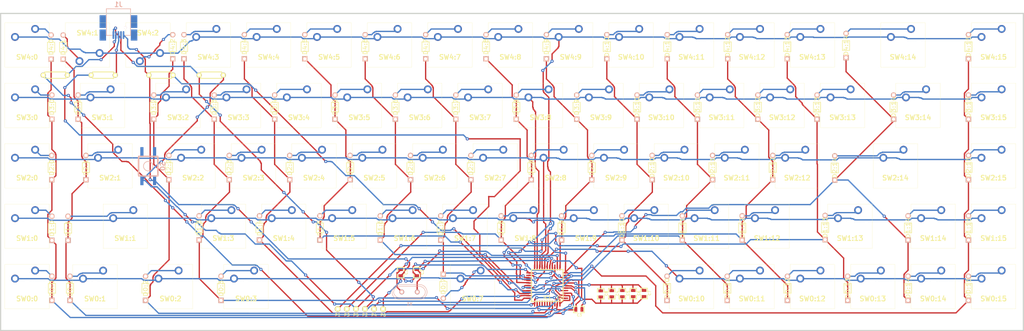
<source format=kicad_pcb>
(kicad_pcb (version 4) (host pcbnew 4.0.2-stable)
  (title_block (date "3 aug 2012"))
  (layers (0 Front signal) (31 Back signal) (34 B.Paste user) (35 F.Paste user) (36 B.SilkS user) (37 F.SilkS user) (38 B.Mask user) (39 F.Mask user) (44 Edge.Cuts user))
  (net 0 "")
  (net 1 /COL0)
  (net 2 /COL1)
  (net 3 /COL10)
  (net 4 /COL11)
  (net 5 /COL12)
  (net 6 /COL13)
  (net 7 /COL2)
  (net 8 /COL3)
  (net 9 /COL4)
  (net 10 /COL5)
  (net 11 /COL6)
  (net 12 /COL7)
  (net 13 /COL8)
  (net 14 /COL9)
  (net 15 /ROW0)
  (net 16 /ROW1)
  (net 17 /ROW2)
  (net 18 /ROW3)
  (net 19 /ROW4)
  (net 20 GND)
  (net 21 VCC)
  (net 22 "Net-(D0:0-Pad1)")
  (net 23 "Net-(D0:1-Pad1)")
  (net 24 "Net-(D0:2-Pad1)")
  (net 25 "Net-(D0:7-Pad1)")
  (net 26 "Net-(D0:10-Pad1)")
  (net 27 "Net-(D0:11-Pad1)")
  (net 28 "Net-(D0:12-Pad1)")
  (net 29 "Net-(D0:13-Pad1)")
  (net 30 "Net-(D1:0-Pad1)")
  (net 31 "Net-(D1:3-Pad1)")
  (net 32 "Net-(D1:4-Pad1)")
  (net 33 "Net-(D1:5-Pad1)")
  (net 34 "Net-(D1:6-Pad1)")
  (net 35 "Net-(D1:7-Pad1)")
  (net 36 "Net-(D1:8-Pad1)")
  (net 37 "Net-(D1:9-Pad1)")
  (net 38 "Net-(D1:10-Pad1)")
  (net 39 "Net-(D1:11-Pad1)")
  (net 40 "Net-(D1:13-Pad1)")
  (net 41 "Net-(D2:0-Pad1)")
  (net 42 "Net-(D2:1-Pad1)")
  (net 43 "Net-(D2:2-Pad1)")
  (net 44 "Net-(D2:3-Pad1)")
  (net 45 "Net-(D2:4-Pad1)")
  (net 46 "Net-(D2:5-Pad1)")
  (net 47 "Net-(D2:6-Pad1)")
  (net 48 "Net-(D2:7-Pad1)")
  (net 49 "Net-(D2:8-Pad1)")
  (net 50 "Net-(D2:9-Pad1)")
  (net 51 "Net-(D2:10-Pad1)")
  (net 52 "Net-(D2:11-Pad1)")
  (net 53 "Net-(D3:0-Pad1)")
  (net 54 "Net-(D3:1-Pad1)")
  (net 55 "Net-(D3:2-Pad1)")
  (net 56 "Net-(D3:3-Pad1)")
  (net 57 "Net-(D3:4-Pad1)")
  (net 58 "Net-(D3:5-Pad1)")
  (net 59 "Net-(D3:6-Pad1)")
  (net 60 "Net-(D3:7-Pad1)")
  (net 61 "Net-(D3:8-Pad1)")
  (net 62 "Net-(D3:9-Pad1)")
  (net 63 "Net-(D3:10-Pad1)")
  (net 64 "Net-(D3:11-Pad1)")
  (net 65 "Net-(D3:12-Pad1)")
  (net 66 "Net-(D3:13-Pad1)")
  (net 67 "Net-(D4:1-Pad1)")
  (net 68 "Net-(D4:2-Pad1)")
  (net 69 "Net-(D4:3-Pad1)")
  (net 70 "Net-(D4:4-Pad1)")
  (net 71 "Net-(D4:5-Pad1)")
  (net 72 "Net-(D4:6-Pad1)")
  (net 73 "Net-(D4:7-Pad1)")
  (net 74 "Net-(D4:8-Pad1)")
  (net 75 "Net-(D4:9-Pad1)")
  (net 76 "Net-(D4:10-Pad1)")
  (net 77 "Net-(D4:11-Pad1)")
  (net 78 "Net-(D4:12-Pad1)")
  (net 79 "Net-(D4:13-Pad1)")
  (net 80 "Net-(D4:0-Pad1)")
  (net 81 "Net-(D1:1-Pad1)")
  (net 82 /COL14)
  (net 83 /COL15)
  (net 84 "Net-(D4:14-Pad1)")
  (net 85 "Net-(D2:14-Pad1)")
  (net 86 "Net-(D0:14-Pad1)")
  (net 87 "Net-(D0:15-Pad1)")
  (net 88 "Net-(D1:14-Pad1)")
  (net 89 "Net-(D1:15-Pad1)")
  (net 90 "Net-(D2:15-Pad1)")
  (net 91 "Net-(D3:14-Pad1)")
  (net 92 "Net-(D3:15-Pad1)")
  (net 93 "Net-(D4:15-Pad1)")
  (net 94 "Net-(D0:3-Pad1)")
  (net 95 "Net-(D1:12-Pad1)")
  (net 96 "Net-(D2:12-Pad1)")
  (net 97 "Net-(C1-Pad1)")
  (net 98 "Net-(C2-Pad1)")
  (net 99 "Net-(C3-Pad1)")
  (net 100 /RES)
  (net 101 "Net-(IC1-Pad4)")
  (net 102 "Net-(IC1-Pad3)")
  (net 103 "Net-(IC1-Pad33)")
  (net 104 "Net-(J1-Pad3)")
  (net 105 "Net-(J1-Pad2)")
  (module 0805:0805C (layer Front) (at 226.568 234.188 270)
    (fp_text reference C1 (at -0.15 -1.778 450) (layer F.SilkS) (effects (font (size 0.8 0.8))))
    (fp_text value 22p hide)
    (pad 1 smd rect (at -0.9525 0 270) (size 0.889 1.397) (layers Front F.Paste F.Mask) (net 97 "Net-(C1-Pad1)"))
    (pad 2 smd rect (at 0.9525 0 270) (size 0.889 1.397) (layers Front F.Paste F.Mask) (net 20 GND))
  )
  (module 0805:0805C (layer Front) (at 231.648 234.188 270)
    (fp_text reference C2 (at -0.15 -1.778 450) (layer F.SilkS) (effects (font (size 0.8 0.8))))
    (fp_text value 22p hide)
    (pad 1 smd rect (at -0.9525 0 270) (size 0.889 1.397) (layers Front F.Paste F.Mask) (net 98 "Net-(C2-Pad1)"))
    (pad 2 smd rect (at 0.9525 0 270) (size 0.889 1.397) (layers Front F.Paste F.Mask) (net 20 GND))
  )
  (module 0805:0805C (layer Front) (at 282.7782 245.7958 180)
    (fp_text reference C3 (at -0.15 -1.778 360) (layer F.SilkS) (effects (font (size 0.8 0.8))))
    (fp_text value 1u hide)
    (pad 1 smd rect (at -0.9525 0 180) (size 0.889 1.397) (layers Front F.Paste F.Mask) (net 99 "Net-(C3-Pad1)"))
    (pad 2 smd rect (at 0.9525 0 180) (size 0.889 1.397) (layers Front F.Paste F.Mask) (net 20 GND))
  )
  (module 0805:0805C (layer Front) (at 293.1414 240.8428 270)
    (fp_text reference C4 (at -0.15 -1.778 450) (layer F.SilkS) (effects (font (size 0.8 0.8))))
    (fp_text value 100n hide)
    (pad 1 smd rect (at -0.9525 0 270) (size 0.889 1.397) (layers Front F.Paste F.Mask) (net 21 VCC))
    (pad 2 smd rect (at 0.9525 0 270) (size 0.889 1.397) (layers Front F.Paste F.Mask) (net 20 GND))
  )
  (module 0805:0805C (layer Front) (at 296.4942 240.8174 270)
    (fp_text reference C5 (at -0.15 -1.778 450) (layer F.SilkS) (effects (font (size 0.8 0.8))))
    (fp_text value 100n hide)
    (pad 1 smd rect (at -0.9525 0 270) (size 0.889 1.397) (layers Front F.Paste F.Mask) (net 21 VCC))
    (pad 2 smd rect (at 0.9525 0 270) (size 0.889 1.397) (layers Front F.Paste F.Mask) (net 20 GND))
  )
  (module 0805:0805C (layer Front) (at 299.9232 240.792 270)
    (fp_text reference C6 (at -0.15 -1.778 450) (layer F.SilkS) (effects (font (size 0.8 0.8))))
    (fp_text value 100n hide)
    (pad 1 smd rect (at -0.9525 0 270) (size 0.889 1.397) (layers Front F.Paste F.Mask) (net 21 VCC))
    (pad 2 smd rect (at 0.9525 0 270) (size 0.889 1.397) (layers Front F.Paste F.Mask) (net 20 GND))
  )
  (module 0805:0805C (layer Front) (at 303.3268 240.7666 270)
    (fp_text reference C7 (at -0.15 -1.778 450) (layer F.SilkS) (effects (font (size 0.8 0.8))))
    (fp_text value 100n hide)
    (pad 1 smd rect (at -0.9525 0 270) (size 0.889 1.397) (layers Front F.Paste F.Mask) (net 21 VCC))
    (pad 2 smd rect (at 0.9525 0 270) (size 0.889 1.397) (layers Front F.Paste F.Mask) (net 20 GND))
  )
  (module 0805:0805C (layer Front) (at 289.6616 240.8936 270)
    (fp_text reference C8 (at -0.15 -1.778 450) (layer F.SilkS) (effects (font (size 0.8 0.8))))
    (fp_text value 1u hide)
    (pad 1 smd rect (at -0.9525 0 270) (size 0.889 1.397) (layers Front F.Paste F.Mask) (net 21 VCC))
    (pad 2 smd rect (at 0.9525 0 270) (size 0.889 1.397) (layers Front F.Paste F.Mask) (net 20 GND))
  )
  (module tqfp:TQFP44 (layer Front) (at 272.796 238.252 180)
    (fp_text reference IC1 (at 0 -3.81 180) (layer F.SilkS) (effects (font (thickness 0.2))))
    (fp_text value ATMEGA32U4)
    (pad 39 smd oval (at 0 -5.715 180) (size 0.4064 1.89992) (layers Front F.Paste F.Mask))
    (pad 40 smd oval (at -0.8001 -5.715 180) (size 0.4064 1.89992) (layers Front F.Paste F.Mask) (net 7 /COL2))
    (pad 41 smd oval (at -1.6002 -5.715 180) (size 0.4064 1.89992) (layers Front F.Paste F.Mask) (net 2 /COL1))
    (pad 42 smd oval (at -2.4003 -5.715 180) (size 0.4064 1.89992) (layers Front F.Paste F.Mask))
    (pad 43 smd oval (at -3.2004 -5.715 180) (size 0.4064 1.89992) (layers Front F.Paste F.Mask) (net 20 GND))
    (pad 44 smd oval (at -4.0005 -5.715 180) (size 0.4064 1.89992) (layers Front F.Paste F.Mask) (net 21 VCC))
    (pad 38 smd oval (at 0.8001 -5.715 180) (size 0.4064 1.89992) (layers Front F.Paste F.Mask))
    (pad 37 smd oval (at 1.6002 -5.715 180) (size 0.4064 1.89992) (layers Front F.Paste F.Mask))
    (pad 36 smd oval (at 2.4003 -5.715 180) (size 0.4064 1.89992) (layers Front F.Paste F.Mask))
    (pad 35 smd oval (at 3.2004 -5.715 180) (size 0.4064 1.89992) (layers Front F.Paste F.Mask) (net 20 GND))
    (pad 34 smd oval (at 4.0005 -5.715 180) (size 0.4064 1.89992) (layers Front F.Paste F.Mask) (net 21 VCC))
    (pad 17 smd oval (at 0 5.715 180) (size 0.4064 1.89992) (layers Front F.Paste F.Mask) (net 98 "Net-(C2-Pad1)"))
    (pad 16 smd oval (at -0.8001 5.715 180) (size 0.4064 1.89992) (layers Front F.Paste F.Mask) (net 97 "Net-(C1-Pad1)"))
    (pad 15 smd oval (at -1.6002 5.715 180) (size 0.4064 1.89992) (layers Front F.Paste F.Mask) (net 20 GND))
    (pad 14 smd oval (at -2.4003 5.715 180) (size 0.4064 1.89992) (layers Front F.Paste F.Mask) (net 21 VCC))
    (pad 13 smd oval (at -3.2004 5.715 180) (size 0.4064 1.89992) (layers Front F.Paste F.Mask) (net 100 /RES))
    (pad 12 smd oval (at -4.0005 5.715 180) (size 0.4064 1.89992) (layers Front F.Paste F.Mask) (net 14 /COL9))
    (pad 18 smd oval (at 0.8001 5.715 180) (size 0.4064 1.89992) (layers Front F.Paste F.Mask) (net 15 /ROW0))
    (pad 19 smd oval (at 1.6002 5.715 180) (size 0.4064 1.89992) (layers Front F.Paste F.Mask) (net 16 /ROW1))
    (pad 20 smd oval (at 2.4003 5.715 180) (size 0.4064 1.89992) (layers Front F.Paste F.Mask) (net 17 /ROW2))
    (pad 21 smd oval (at 3.2004 5.715 180) (size 0.4064 1.89992) (layers Front F.Paste F.Mask) (net 18 /ROW3))
    (pad 22 smd oval (at 4.0005 5.715 180) (size 0.4064 1.89992) (layers Front F.Paste F.Mask) (net 19 /ROW4))
    (pad 6 smd oval (at -5.715 0 180) (size 1.89992 0.4064) (layers Front F.Paste F.Mask) (net 99 "Net-(C3-Pad1)"))
    (pad 28 smd oval (at 5.715 0 180) (size 1.89992 0.4064) (layers Front F.Paste F.Mask) (net 4 /COL11))
    (pad 7 smd oval (at -5.715 0.8001 180) (size 1.89992 0.4064) (layers Front F.Paste F.Mask) (net 21 VCC))
    (pad 27 smd oval (at 5.715 0.8001 180) (size 1.89992 0.4064) (layers Front F.Paste F.Mask) (net 5 /COL12))
    (pad 26 smd oval (at 5.715 1.6002 180) (size 1.89992 0.4064) (layers Front F.Paste F.Mask) (net 6 /COL13))
    (pad 8 smd oval (at -5.715 1.6002 180) (size 1.89992 0.4064) (layers Front F.Paste F.Mask) (net 1 /COL0))
    (pad 9 smd oval (at -5.715 2.4003 180) (size 1.89992 0.4064) (layers Front F.Paste F.Mask) (net 13 /COL8))
    (pad 25 smd oval (at 5.715 2.4003 180) (size 1.89992 0.4064) (layers Front F.Paste F.Mask) (net 12 /COL7))
    (pad 24 smd oval (at 5.715 3.2004 180) (size 1.89992 0.4064) (layers Front F.Paste F.Mask) (net 21 VCC))
    (pad 10 smd oval (at -5.715 3.2004 180) (size 1.89992 0.4064) (layers Front F.Paste F.Mask) (net 83 /COL15))
    (pad 11 smd oval (at -5.715 4.0005 180) (size 1.89992 0.4064) (layers Front F.Paste F.Mask) (net 82 /COL14))
    (pad 23 smd oval (at 5.715 4.0005 180) (size 1.89992 0.4064) (layers Front F.Paste F.Mask) (net 20 GND))
    (pad 29 smd oval (at 5.715 -0.8001 180) (size 1.89992 0.4064) (layers Front F.Paste F.Mask) (net 3 /COL10))
    (pad 5 smd oval (at -5.715 -0.8001 180) (size 1.89992 0.4064) (layers Front F.Paste F.Mask) (net 20 GND))
    (pad 4 smd oval (at -5.715 -1.6002 180) (size 1.89992 0.4064) (layers Front F.Paste F.Mask) (net 101 "Net-(IC1-Pad4)"))
    (pad 30 smd oval (at 5.715 -1.6002 180) (size 1.89992 0.4064) (layers Front F.Paste F.Mask) (net 11 /COL6))
    (pad 31 smd oval (at 5.715 -2.4003 180) (size 1.89992 0.4064) (layers Front F.Paste F.Mask) (net 10 /COL5))
    (pad 3 smd oval (at -5.715 -2.4003 180) (size 1.89992 0.4064) (layers Front F.Paste F.Mask) (net 102 "Net-(IC1-Pad3)"))
    (pad 2 smd oval (at -5.715 -3.2004 180) (size 1.89992 0.4064) (layers Front F.Paste F.Mask) (net 21 VCC))
    (pad 32 smd oval (at 5.715 -3.2004 180) (size 1.89992 0.4064) (layers Front F.Paste F.Mask) (net 9 /COL4))
    (pad 33 smd oval (at 5.715 -4.0005 180) (size 1.89992 0.4064) (layers Front F.Paste F.Mask) (net 103 "Net-(IC1-Pad33)"))
    (pad 1 smd oval (at -5.715 -4.0005 180) (size 1.89992 0.4064) (layers Front F.Paste F.Mask) (net 8 /COL3))
  )
  (module usb:67503 (layer Back) (at 137.5664 153.0096 180)
    (fp_text reference J1 (at 0 3.375 360) (layer B.SilkS) (effects (font (thickness 0.3048)) (justify mirror)))
    (fp_text value USBMINI_B05 hide)
    (pad "" smd rect (at -4.92506 -1.99898 180) (size 2.04978 4.0005) (layers Back B.Paste B.Mask))
    (pad "" smd rect (at 4.92506 -1.99898 180) (size 2.04978 4.0005) (layers Back B.Paste B.Mask))
    (pad "" smd rect (at 4.92506 -6.25094 180) (size 2.04978 3.50012) (layers Back B.Paste B.Mask))
    (pad "" smd rect (at -4.92506 -6.25094 180) (size 2.04978 3.50012) (layers Back B.Paste B.Mask))
    (pad 3 smd oval (at 0 -6.2509 180) (size 0.5004 2.5) (layers Back B.Paste B.Mask) (net 104 "Net-(J1-Pad3)"))
    (pad 2 smd oval (at 0.8001 -6.2509 180) (size 0.5004 2.5) (layers Back B.Paste B.Mask) (net 105 "Net-(J1-Pad2)"))
    (pad 1 smd oval (at 1.6002 -6.2509 180) (size 0.5004 2.5) (layers Back B.Paste B.Mask) (net 21 VCC))
    (pad 4 smd oval (at -0.8001 -6.2509 180) (size 0.5004 2.5) (layers Back B.Paste B.Mask))
    (pad 5 smd oval (at -1.6002 -6.2509 180) (size 0.5004 2.5) (layers Back B.Paste B.Mask) (net 20 GND))
    (pad "" np_thru_hole circle (at 2.2 -3.9 180) (size 0.9 0.9) (drill 0.9) (layers *.Cu *.Mask))
    (pad "" np_thru_hole circle (at -2.2 -3.9 180) (size 0.9 0.9) (drill 0.9) (layers *.Cu *.Mask B.SilkS))
  )
  (module res:resistor (layer Front) (at 166.8272 171.9072)
    (fp_text reference R4 hide)
    (fp_text value 10k hide)
    (pad 1 thru_hole circle (at -3.81 0) (size 1.6 1.6) (drill 0.8128) (layers *.Cu *.Mask F.SilkS) (net 21 VCC))
    (pad 2 thru_hole circle (at 3.81 0) (size 1.6 1.6) (drill 0.8128) (layers *.Cu *.Mask F.SilkS) (net 100 /RES))
  )
  (module dtsm:KSEM31GLFS (layer Back) (at 146.9644 200.6092 90)
    (fp_text reference S0 (at 0 4.6 270) (layer B.SilkS) (effects (font (thickness 0.3048)) (justify mirror)))
    (fp_text value DTSM-6 hide)
    (pad 1 smd rect (at -4.45 2.0015 90) (size 3.1 1) (layers Back B.Paste B.Mask) (net 20 GND))
    (pad 4 smd rect (at 4.45 -1.999 90) (size 3.1 1) (layers Back B.Paste B.Mask))
    (pad 2 smd rect (at 4.45 1.999 90) (size 3.1 1) (layers Back B.Paste B.Mask))
    (pad 3 smd rect (at -4.45 -1.999 90) (size 3.1 1) (layers Back B.Paste B.Mask) (net 100 /RES))
  )
  (module Crystals:Crystal_HC49-U_Vertical (layer Back) (at 229.362 240.284)
    (fp_text reference X1 (at 0 3.81) (layer B.SilkS) (effects (justify mirror)))
    (fp_text value CRYSTAL)
    (pad 1 thru_hole circle (at -2.44094 0) (size 1.50114 1.50114) (drill 0.8001) (layers *.Cu *.Mask B.SilkS) (net 97 "Net-(C1-Pad1)"))
    (pad 2 thru_hole circle (at 2.44094 0) (size 1.50114 1.50114) (drill 0.8001) (layers *.Cu *.Mask B.SilkS) (net 98 "Net-(C2-Pad1)"))
  )
  (module mx1a:MX1A (layer Front) (at 108.7628 238.6076)
    (fp_text reference SW0:0 (at 0 3.81) (layer F.SilkS) (effects (font (thickness 0.3048))))
    (fp_text value F0)
    (pad "" np_thru_hole circle (at 0 0) (size 3.98018 3.98018) (drill 3.98018) (layers *.Cu *.Mask))
    (pad 2 thru_hole circle (at 2.54 -5.08) (size 2.49936 2.49936) (drill 1.50114) (layers *.Cu *.Mask) (net 22 "Net-(D0:0-Pad1)"))
    (pad 1 thru_hole circle (at -3.81 -2.54) (size 2.49936 2.49936) (drill 1.50114) (layers *.Cu *.Mask) (net 15 /ROW0))
    (pad "" np_thru_hole circle (at -5.08 0) (size 1.69926 1.69926) (drill 1.69926) (layers *.Cu *.Mask))
    (pad "" np_thru_hole circle (at 5.08 0) (size 1.69926 1.69926) (drill 1.69926) (layers *.Cu *.Mask))
  )
  (module mx1a:MX1A (layer Front) (at 130.2004 238.633)
    (fp_text reference SW0:1 (at 0 3.81) (layer F.SilkS) (effects (font (thickness 0.3048))))
    (fp_text value CTRL)
    (pad "" np_thru_hole circle (at 0 0) (size 3.98018 3.98018) (drill 3.98018) (layers *.Cu *.Mask))
    (pad 2 thru_hole circle (at 2.54 -5.08) (size 2.49936 2.49936) (drill 1.50114) (layers *.Cu *.Mask) (net 23 "Net-(D0:1-Pad1)"))
    (pad 1 thru_hole circle (at -3.81 -2.54) (size 2.49936 2.49936) (drill 1.50114) (layers *.Cu *.Mask) (net 15 /ROW0))
    (pad "" np_thru_hole circle (at -5.08 0) (size 1.69926 1.69926) (drill 1.69926) (layers *.Cu *.Mask))
    (pad "" np_thru_hole circle (at 5.08 0) (size 1.69926 1.69926) (drill 1.69926) (layers *.Cu *.Mask))
  )
  (module mx1a:MX1A (layer Front) (at 177.8254 238.6076)
    (fp_text reference SW0:3 (at 0 3.81) (layer F.SilkS) (effects (font (thickness 0.3048))))
    (fp_text value CMD)
    (pad "" np_thru_hole circle (at 0 0) (size 3.98018 3.98018) (drill 3.98018) (layers *.Cu *.Mask))
    (pad 2 thru_hole circle (at 2.54 -5.08) (size 2.49936 2.49936) (drill 1.50114) (layers *.Cu *.Mask) (net 94 "Net-(D0:3-Pad1)"))
    (pad 1 thru_hole circle (at -3.81 -2.54) (size 2.49936 2.49936) (drill 1.50114) (layers *.Cu *.Mask) (net 15 /ROW0))
    (pad "" np_thru_hole circle (at -5.08 0) (size 1.69926 1.69926) (drill 1.69926) (layers *.Cu *.Mask))
    (pad "" np_thru_hole circle (at 5.08 0) (size 1.69926 1.69926) (drill 1.69926) (layers *.Cu *.Mask))
  )
  (module mx1a:MX1A (layer Front) (at 318.3128 238.6076)
    (fp_text reference SW0:10 (at 0 3.81) (layer F.SilkS) (effects (font (thickness 0.3048))))
    (fp_text value CMD)
    (pad "" np_thru_hole circle (at 0 0) (size 3.98018 3.98018) (drill 3.98018) (layers *.Cu *.Mask))
    (pad 2 thru_hole circle (at 2.54 -5.08) (size 2.49936 2.49936) (drill 1.50114) (layers *.Cu *.Mask) (net 26 "Net-(D0:10-Pad1)"))
    (pad 1 thru_hole circle (at -3.81 -2.54) (size 2.49936 2.49936) (drill 1.50114) (layers *.Cu *.Mask) (net 15 /ROW0))
    (pad "" np_thru_hole circle (at -5.08 0) (size 1.69926 1.69926) (drill 1.69926) (layers *.Cu *.Mask))
    (pad "" np_thru_hole circle (at 5.08 0) (size 1.69926 1.69926) (drill 1.69926) (layers *.Cu *.Mask))
  )
  (module mx1a:MX1A (layer Front) (at 337.3628 238.6076)
    (fp_text reference SW0:11 (at 0 3.81) (layer F.SilkS) (effects (font (thickness 0.3048))))
    (fp_text value ALT)
    (pad "" np_thru_hole circle (at 0 0) (size 3.98018 3.98018) (drill 3.98018) (layers *.Cu *.Mask))
    (pad 2 thru_hole circle (at 2.54 -5.08) (size 2.49936 2.49936) (drill 1.50114) (layers *.Cu *.Mask) (net 27 "Net-(D0:11-Pad1)"))
    (pad 1 thru_hole circle (at -3.81 -2.54) (size 2.49936 2.49936) (drill 1.50114) (layers *.Cu *.Mask) (net 15 /ROW0))
    (pad "" np_thru_hole circle (at -5.08 0) (size 1.69926 1.69926) (drill 1.69926) (layers *.Cu *.Mask))
    (pad "" np_thru_hole circle (at 5.08 0) (size 1.69926 1.69926) (drill 1.69926) (layers *.Cu *.Mask))
  )
  (module mx1a:MX1A (layer Front) (at 356.4128 238.6076)
    (fp_text reference SW0:12 (at 0 3.81) (layer F.SilkS) (effects (font (thickness 0.3048))))
    (fp_text value CTRL)
    (pad "" np_thru_hole circle (at 0 0) (size 3.98018 3.98018) (drill 3.98018) (layers *.Cu *.Mask))
    (pad 2 thru_hole circle (at 2.54 -5.08) (size 2.49936 2.49936) (drill 1.50114) (layers *.Cu *.Mask) (net 28 "Net-(D0:12-Pad1)"))
    (pad 1 thru_hole circle (at -3.81 -2.54) (size 2.49936 2.49936) (drill 1.50114) (layers *.Cu *.Mask) (net 15 /ROW0))
    (pad "" np_thru_hole circle (at -5.08 0) (size 1.69926 1.69926) (drill 1.69926) (layers *.Cu *.Mask))
    (pad "" np_thru_hole circle (at 5.08 0) (size 1.69926 1.69926) (drill 1.69926) (layers *.Cu *.Mask))
  )
  (module mx1a:MX1A (layer Front) (at 375.4628 238.6076)
    (fp_text reference SW0:13 (at 0 3.81) (layer F.SilkS) (effects (font (thickness 0.3048))))
    (fp_text value ←)
    (pad "" np_thru_hole circle (at 0 0) (size 3.98018 3.98018) (drill 3.98018) (layers *.Cu *.Mask))
    (pad 2 thru_hole circle (at 2.54 -5.08) (size 2.49936 2.49936) (drill 1.50114) (layers *.Cu *.Mask) (net 29 "Net-(D0:13-Pad1)"))
    (pad 1 thru_hole circle (at -3.81 -2.54) (size 2.49936 2.49936) (drill 1.50114) (layers *.Cu *.Mask) (net 15 /ROW0))
    (pad "" np_thru_hole circle (at -5.08 0) (size 1.69926 1.69926) (drill 1.69926) (layers *.Cu *.Mask))
    (pad "" np_thru_hole circle (at 5.08 0) (size 1.69926 1.69926) (drill 1.69926) (layers *.Cu *.Mask))
  )
  (module mx1a:MX1A (layer Front) (at 394.5128 238.6076)
    (fp_text reference SW0:14 (at 0 3.81) (layer F.SilkS) (effects (font (thickness 0.3048))))
    (fp_text value ↓)
    (pad "" np_thru_hole circle (at 0 0) (size 3.98018 3.98018) (drill 3.98018) (layers *.Cu *.Mask))
    (pad 2 thru_hole circle (at 2.54 -5.08) (size 2.49936 2.49936) (drill 1.50114) (layers *.Cu *.Mask) (net 86 "Net-(D0:14-Pad1)"))
    (pad 1 thru_hole circle (at -3.81 -2.54) (size 2.49936 2.49936) (drill 1.50114) (layers *.Cu *.Mask) (net 15 /ROW0))
    (pad "" np_thru_hole circle (at -5.08 0) (size 1.69926 1.69926) (drill 1.69926) (layers *.Cu *.Mask))
    (pad "" np_thru_hole circle (at 5.08 0) (size 1.69926 1.69926) (drill 1.69926) (layers *.Cu *.Mask))
  )
  (module mx1a:MX1A (layer Front) (at 413.5628 238.6076)
    (fp_text reference SW0:15 (at 0 3.81) (layer F.SilkS) (effects (font (thickness 0.3048))))
    (fp_text value →)
    (pad "" np_thru_hole circle (at 0 0) (size 3.98018 3.98018) (drill 3.98018) (layers *.Cu *.Mask))
    (pad 2 thru_hole circle (at 2.54 -5.08) (size 2.49936 2.49936) (drill 1.50114) (layers *.Cu *.Mask) (net 87 "Net-(D0:15-Pad1)"))
    (pad 1 thru_hole circle (at -3.81 -2.54) (size 2.49936 2.49936) (drill 1.50114) (layers *.Cu *.Mask) (net 15 /ROW0))
    (pad "" np_thru_hole circle (at -5.08 0) (size 1.69926 1.69926) (drill 1.69926) (layers *.Cu *.Mask))
    (pad "" np_thru_hole circle (at 5.08 0) (size 1.69926 1.69926) (drill 1.69926) (layers *.Cu *.Mask))
  )
  (module mx1a:MX1A (layer Front) (at 108.7628 219.5576)
    (fp_text reference SW1:0 (at 0 3.81) (layer F.SilkS) (effects (font (thickness 0.3048))))
    (fp_text value F1)
    (pad "" np_thru_hole circle (at 0 0) (size 3.98018 3.98018) (drill 3.98018) (layers *.Cu *.Mask))
    (pad 2 thru_hole circle (at 2.54 -5.08) (size 2.49936 2.49936) (drill 1.50114) (layers *.Cu *.Mask) (net 30 "Net-(D1:0-Pad1)"))
    (pad 1 thru_hole circle (at -3.81 -2.54) (size 2.49936 2.49936) (drill 1.50114) (layers *.Cu *.Mask) (net 16 /ROW1))
    (pad "" np_thru_hole circle (at -5.08 0) (size 1.69926 1.69926) (drill 1.69926) (layers *.Cu *.Mask))
    (pad "" np_thru_hole circle (at 5.08 0) (size 1.69926 1.69926) (drill 1.69926) (layers *.Cu *.Mask))
  )
  (module mx1a:MX1A (layer Front) (at 139.7254 219.5576)
    (fp_text reference SW1:1 (at 0 3.81) (layer F.SilkS) (effects (font (thickness 0.3048))))
    (fp_text value SHIFT)
    (pad "" np_thru_hole circle (at 0 0) (size 3.98018 3.98018) (drill 3.98018) (layers *.Cu *.Mask))
    (pad 2 thru_hole circle (at 2.54 -5.08) (size 2.49936 2.49936) (drill 1.50114) (layers *.Cu *.Mask) (net 81 "Net-(D1:1-Pad1)"))
    (pad 1 thru_hole circle (at -3.81 -2.54) (size 2.49936 2.49936) (drill 1.50114) (layers *.Cu *.Mask) (net 16 /ROW1))
    (pad "" np_thru_hole circle (at -5.08 0) (size 1.69926 1.69926) (drill 1.69926) (layers *.Cu *.Mask))
    (pad "" np_thru_hole circle (at 5.08 0) (size 1.69926 1.69926) (drill 1.69926) (layers *.Cu *.Mask))
  )
  (module mx1a:MX1A (layer Front) (at 170.6626 219.5576)
    (fp_text reference SW1:3 (at 0 3.81) (layer F.SilkS) (effects (font (thickness 0.3048))))
    (fp_text value Z)
    (pad "" np_thru_hole circle (at 0 0) (size 3.98018 3.98018) (drill 3.98018) (layers *.Cu *.Mask))
    (pad 2 thru_hole circle (at 2.54 -5.08) (size 2.49936 2.49936) (drill 1.50114) (layers *.Cu *.Mask) (net 31 "Net-(D1:3-Pad1)"))
    (pad 1 thru_hole circle (at -3.81 -2.54) (size 2.49936 2.49936) (drill 1.50114) (layers *.Cu *.Mask) (net 16 /ROW1))
    (pad "" np_thru_hole circle (at -5.08 0) (size 1.69926 1.69926) (drill 1.69926) (layers *.Cu *.Mask))
    (pad "" np_thru_hole circle (at 5.08 0) (size 1.69926 1.69926) (drill 1.69926) (layers *.Cu *.Mask))
  )
  (module mx1a:MX1A (layer Front) (at 189.7126 219.5576)
    (fp_text reference SW1:4 (at 0 3.81) (layer F.SilkS) (effects (font (thickness 0.3048))))
    (fp_text value X)
    (pad "" np_thru_hole circle (at 0 0) (size 3.98018 3.98018) (drill 3.98018) (layers *.Cu *.Mask))
    (pad 2 thru_hole circle (at 2.54 -5.08) (size 2.49936 2.49936) (drill 1.50114) (layers *.Cu *.Mask) (net 32 "Net-(D1:4-Pad1)"))
    (pad 1 thru_hole circle (at -3.81 -2.54) (size 2.49936 2.49936) (drill 1.50114) (layers *.Cu *.Mask) (net 16 /ROW1))
    (pad "" np_thru_hole circle (at -5.08 0) (size 1.69926 1.69926) (drill 1.69926) (layers *.Cu *.Mask))
    (pad "" np_thru_hole circle (at 5.08 0) (size 1.69926 1.69926) (drill 1.69926) (layers *.Cu *.Mask))
  )
  (module mx1a:MX1A (layer Front) (at 208.7626 219.5576)
    (fp_text reference SW1:5 (at 0 3.81) (layer F.SilkS) (effects (font (thickness 0.3048))))
    (fp_text value C)
    (pad "" np_thru_hole circle (at 0 0) (size 3.98018 3.98018) (drill 3.98018) (layers *.Cu *.Mask))
    (pad 2 thru_hole circle (at 2.54 -5.08) (size 2.49936 2.49936) (drill 1.50114) (layers *.Cu *.Mask) (net 33 "Net-(D1:5-Pad1)"))
    (pad 1 thru_hole circle (at -3.81 -2.54) (size 2.49936 2.49936) (drill 1.50114) (layers *.Cu *.Mask) (net 16 /ROW1))
    (pad "" np_thru_hole circle (at -5.08 0) (size 1.69926 1.69926) (drill 1.69926) (layers *.Cu *.Mask))
    (pad "" np_thru_hole circle (at 5.08 0) (size 1.69926 1.69926) (drill 1.69926) (layers *.Cu *.Mask))
  )
  (module mx1a:MX1A (layer Front) (at 227.8126 219.5576)
    (fp_text reference SW1:6 (at 0 3.81) (layer F.SilkS) (effects (font (thickness 0.3048))))
    (fp_text value V)
    (pad "" np_thru_hole circle (at 0 0) (size 3.98018 3.98018) (drill 3.98018) (layers *.Cu *.Mask))
    (pad 2 thru_hole circle (at 2.54 -5.08) (size 2.49936 2.49936) (drill 1.50114) (layers *.Cu *.Mask) (net 34 "Net-(D1:6-Pad1)"))
    (pad 1 thru_hole circle (at -3.81 -2.54) (size 2.49936 2.49936) (drill 1.50114) (layers *.Cu *.Mask) (net 16 /ROW1))
    (pad "" np_thru_hole circle (at -5.08 0) (size 1.69926 1.69926) (drill 1.69926) (layers *.Cu *.Mask))
    (pad "" np_thru_hole circle (at 5.08 0) (size 1.69926 1.69926) (drill 1.69926) (layers *.Cu *.Mask))
  )
  (module mx1a:MX1A (layer Front) (at 246.8626 219.5576)
    (fp_text reference SW1:7 (at 0 3.81) (layer F.SilkS) (effects (font (thickness 0.3048))))
    (fp_text value B)
    (pad "" np_thru_hole circle (at 0 0) (size 3.98018 3.98018) (drill 3.98018) (layers *.Cu *.Mask))
    (pad 2 thru_hole circle (at 2.54 -5.08) (size 2.49936 2.49936) (drill 1.50114) (layers *.Cu *.Mask) (net 35 "Net-(D1:7-Pad1)"))
    (pad 1 thru_hole circle (at -3.81 -2.54) (size 2.49936 2.49936) (drill 1.50114) (layers *.Cu *.Mask) (net 16 /ROW1))
    (pad "" np_thru_hole circle (at -5.08 0) (size 1.69926 1.69926) (drill 1.69926) (layers *.Cu *.Mask))
    (pad "" np_thru_hole circle (at 5.08 0) (size 1.69926 1.69926) (drill 1.69926) (layers *.Cu *.Mask))
  )
  (module mx1a:MX1A (layer Front) (at 265.9126 219.5576)
    (fp_text reference SW1:8 (at 0 3.81) (layer F.SilkS) (effects (font (thickness 0.3048))))
    (fp_text value N)
    (pad "" np_thru_hole circle (at 0 0) (size 3.98018 3.98018) (drill 3.98018) (layers *.Cu *.Mask))
    (pad 2 thru_hole circle (at 2.54 -5.08) (size 2.49936 2.49936) (drill 1.50114) (layers *.Cu *.Mask) (net 36 "Net-(D1:8-Pad1)"))
    (pad 1 thru_hole circle (at -3.81 -2.54) (size 2.49936 2.49936) (drill 1.50114) (layers *.Cu *.Mask) (net 16 /ROW1))
    (pad "" np_thru_hole circle (at -5.08 0) (size 1.69926 1.69926) (drill 1.69926) (layers *.Cu *.Mask))
    (pad "" np_thru_hole circle (at 5.08 0) (size 1.69926 1.69926) (drill 1.69926) (layers *.Cu *.Mask))
  )
  (module mx1a:MX1A (layer Front) (at 284.9626 219.5576)
    (fp_text reference SW1:9 (at 0 3.81) (layer F.SilkS) (effects (font (thickness 0.3048))))
    (fp_text value M)
    (pad "" np_thru_hole circle (at 0 0) (size 3.98018 3.98018) (drill 3.98018) (layers *.Cu *.Mask))
    (pad 2 thru_hole circle (at 2.54 -5.08) (size 2.49936 2.49936) (drill 1.50114) (layers *.Cu *.Mask) (net 37 "Net-(D1:9-Pad1)"))
    (pad 1 thru_hole circle (at -3.81 -2.54) (size 2.49936 2.49936) (drill 1.50114) (layers *.Cu *.Mask) (net 16 /ROW1))
    (pad "" np_thru_hole circle (at -5.08 0) (size 1.69926 1.69926) (drill 1.69926) (layers *.Cu *.Mask))
    (pad "" np_thru_hole circle (at 5.08 0) (size 1.69926 1.69926) (drill 1.69926) (layers *.Cu *.Mask))
  )
  (module mx1a:MX1A (layer Front) (at 304.0126 219.5576)
    (fp_text reference SW1:10 (at 0 3.81) (layer F.SilkS) (effects (font (thickness 0.3048))))
    (fp_text value ,)
    (pad "" np_thru_hole circle (at 0 0) (size 3.98018 3.98018) (drill 3.98018) (layers *.Cu *.Mask))
    (pad 2 thru_hole circle (at 2.54 -5.08) (size 2.49936 2.49936) (drill 1.50114) (layers *.Cu *.Mask) (net 38 "Net-(D1:10-Pad1)"))
    (pad 1 thru_hole circle (at -3.81 -2.54) (size 2.49936 2.49936) (drill 1.50114) (layers *.Cu *.Mask) (net 16 /ROW1))
    (pad "" np_thru_hole circle (at -5.08 0) (size 1.69926 1.69926) (drill 1.69926) (layers *.Cu *.Mask))
    (pad "" np_thru_hole circle (at 5.08 0) (size 1.69926 1.69926) (drill 1.69926) (layers *.Cu *.Mask))
  )
  (module mx1a:MX1A (layer Front) (at 323.0626 219.5576)
    (fp_text reference SW1:11 (at 0 3.81) (layer F.SilkS) (effects (font (thickness 0.3048))))
    (fp_text value .)
    (pad "" np_thru_hole circle (at 0 0) (size 3.98018 3.98018) (drill 3.98018) (layers *.Cu *.Mask))
    (pad 2 thru_hole circle (at 2.54 -5.08) (size 2.49936 2.49936) (drill 1.50114) (layers *.Cu *.Mask) (net 39 "Net-(D1:11-Pad1)"))
    (pad 1 thru_hole circle (at -3.81 -2.54) (size 2.49936 2.49936) (drill 1.50114) (layers *.Cu *.Mask) (net 16 /ROW1))
    (pad "" np_thru_hole circle (at -5.08 0) (size 1.69926 1.69926) (drill 1.69926) (layers *.Cu *.Mask))
    (pad "" np_thru_hole circle (at 5.08 0) (size 1.69926 1.69926) (drill 1.69926) (layers *.Cu *.Mask))
  )
  (module mx1a:MX1A (layer Front) (at 342.1126 219.5576)
    (fp_text reference SW1:12 (at 0 3.81) (layer F.SilkS) (effects (font (thickness 0.3048))))
    (fp_text value ?)
    (pad "" np_thru_hole circle (at 0 0) (size 3.98018 3.98018) (drill 3.98018) (layers *.Cu *.Mask))
    (pad 2 thru_hole circle (at 2.54 -5.08) (size 2.49936 2.49936) (drill 1.50114) (layers *.Cu *.Mask) (net 95 "Net-(D1:12-Pad1)"))
    (pad 1 thru_hole circle (at -3.81 -2.54) (size 2.49936 2.49936) (drill 1.50114) (layers *.Cu *.Mask) (net 16 /ROW1))
    (pad "" np_thru_hole circle (at -5.08 0) (size 1.69926 1.69926) (drill 1.69926) (layers *.Cu *.Mask))
    (pad "" np_thru_hole circle (at 5.08 0) (size 1.69926 1.69926) (drill 1.69926) (layers *.Cu *.Mask))
  )
  (module mx1a:MX1A (layer Front) (at 368.3 219.5576)
    (fp_text reference SW1:13 (at 0 3.81) (layer F.SilkS) (effects (font (thickness 0.3048))))
    (fp_text value SHIFT)
    (pad "" np_thru_hole circle (at 0 0) (size 3.98018 3.98018) (drill 3.98018) (layers *.Cu *.Mask))
    (pad 2 thru_hole circle (at 2.54 -5.08) (size 2.49936 2.49936) (drill 1.50114) (layers *.Cu *.Mask) (net 40 "Net-(D1:13-Pad1)"))
    (pad 1 thru_hole circle (at -3.81 -2.54) (size 2.49936 2.49936) (drill 1.50114) (layers *.Cu *.Mask) (net 16 /ROW1))
    (pad "" np_thru_hole circle (at -5.08 0) (size 1.69926 1.69926) (drill 1.69926) (layers *.Cu *.Mask))
    (pad "" np_thru_hole circle (at 5.08 0) (size 1.69926 1.69926) (drill 1.69926) (layers *.Cu *.Mask))
  )
  (module mx1a:MX1A (layer Front) (at 394.5128 219.5576)
    (fp_text reference SW1:14 (at 0 3.81) (layer F.SilkS) (effects (font (thickness 0.3048))))
    (fp_text value ↑)
    (pad "" np_thru_hole circle (at 0 0) (size 3.98018 3.98018) (drill 3.98018) (layers *.Cu *.Mask))
    (pad 2 thru_hole circle (at 2.54 -5.08) (size 2.49936 2.49936) (drill 1.50114) (layers *.Cu *.Mask) (net 88 "Net-(D1:14-Pad1)"))
    (pad 1 thru_hole circle (at -3.81 -2.54) (size 2.49936 2.49936) (drill 1.50114) (layers *.Cu *.Mask) (net 16 /ROW1))
    (pad "" np_thru_hole circle (at -5.08 0) (size 1.69926 1.69926) (drill 1.69926) (layers *.Cu *.Mask))
    (pad "" np_thru_hole circle (at 5.08 0) (size 1.69926 1.69926) (drill 1.69926) (layers *.Cu *.Mask))
  )
  (module mx1a:MX1A (layer Front) (at 413.5628 219.5576)
    (fp_text reference SW1:15 (at 0 3.81) (layer F.SilkS) (effects (font (thickness 0.3048))))
    (fp_text value END)
    (pad "" np_thru_hole circle (at 0 0) (size 3.98018 3.98018) (drill 3.98018) (layers *.Cu *.Mask))
    (pad 2 thru_hole circle (at 2.54 -5.08) (size 2.49936 2.49936) (drill 1.50114) (layers *.Cu *.Mask) (net 89 "Net-(D1:15-Pad1)"))
    (pad 1 thru_hole circle (at -3.81 -2.54) (size 2.49936 2.49936) (drill 1.50114) (layers *.Cu *.Mask) (net 16 /ROW1))
    (pad "" np_thru_hole circle (at -5.08 0) (size 1.69926 1.69926) (drill 1.69926) (layers *.Cu *.Mask))
    (pad "" np_thru_hole circle (at 5.08 0) (size 1.69926 1.69926) (drill 1.69926) (layers *.Cu *.Mask))
  )
  (module mx1a:MX1A (layer Front) (at 108.7628 200.5076)
    (fp_text reference SW2:0 (at 0 3.81) (layer F.SilkS) (effects (font (thickness 0.3048))))
    (fp_text value F2)
    (pad "" np_thru_hole circle (at 0 0) (size 3.98018 3.98018) (drill 3.98018) (layers *.Cu *.Mask))
    (pad 2 thru_hole circle (at 2.54 -5.08) (size 2.49936 2.49936) (drill 1.50114) (layers *.Cu *.Mask) (net 41 "Net-(D2:0-Pad1)"))
    (pad 1 thru_hole circle (at -3.81 -2.54) (size 2.49936 2.49936) (drill 1.50114) (layers *.Cu *.Mask) (net 17 /ROW2))
    (pad "" np_thru_hole circle (at -5.08 0) (size 1.69926 1.69926) (drill 1.69926) (layers *.Cu *.Mask))
    (pad "" np_thru_hole circle (at 5.08 0) (size 1.69926 1.69926) (drill 1.69926) (layers *.Cu *.Mask))
  )
  (module mx1a:MX1A (layer Front) (at 134.9502 200.5076)
    (fp_text reference SW2:1 (at 0 3.81) (layer F.SilkS) (effects (font (thickness 0.3048))))
    (fp_text value CAPS)
    (pad "" np_thru_hole circle (at 0 0) (size 3.98018 3.98018) (drill 3.98018) (layers *.Cu *.Mask))
    (pad 2 thru_hole circle (at 2.54 -5.08) (size 2.49936 2.49936) (drill 1.50114) (layers *.Cu *.Mask) (net 42 "Net-(D2:1-Pad1)"))
    (pad 1 thru_hole circle (at -3.81 -2.54) (size 2.49936 2.49936) (drill 1.50114) (layers *.Cu *.Mask) (net 17 /ROW2))
    (pad "" np_thru_hole circle (at -5.08 0) (size 1.69926 1.69926) (drill 1.69926) (layers *.Cu *.Mask))
    (pad "" np_thru_hole circle (at 5.08 0) (size 1.69926 1.69926) (drill 1.69926) (layers *.Cu *.Mask))
  )
  (module mx1a:MX1A (layer Front) (at 161.1376 200.5076)
    (fp_text reference SW2:2 (at 0 3.81) (layer F.SilkS) (effects (font (thickness 0.3048))))
    (fp_text value A)
    (pad "" np_thru_hole circle (at 0 0) (size 3.98018 3.98018) (drill 3.98018) (layers *.Cu *.Mask))
    (pad 2 thru_hole circle (at 2.54 -5.08) (size 2.49936 2.49936) (drill 1.50114) (layers *.Cu *.Mask) (net 43 "Net-(D2:2-Pad1)"))
    (pad 1 thru_hole circle (at -3.81 -2.54) (size 2.49936 2.49936) (drill 1.50114) (layers *.Cu *.Mask) (net 17 /ROW2))
    (pad "" np_thru_hole circle (at -5.08 0) (size 1.69926 1.69926) (drill 1.69926) (layers *.Cu *.Mask))
    (pad "" np_thru_hole circle (at 5.08 0) (size 1.69926 1.69926) (drill 1.69926) (layers *.Cu *.Mask))
  )
  (module mx1a:MX1A (layer Front) (at 180.1876 200.5076)
    (fp_text reference SW2:3 (at 0 3.81) (layer F.SilkS) (effects (font (thickness 0.3048))))
    (fp_text value S)
    (pad "" np_thru_hole circle (at 0 0) (size 3.98018 3.98018) (drill 3.98018) (layers *.Cu *.Mask))
    (pad 2 thru_hole circle (at 2.54 -5.08) (size 2.49936 2.49936) (drill 1.50114) (layers *.Cu *.Mask) (net 44 "Net-(D2:3-Pad1)"))
    (pad 1 thru_hole circle (at -3.81 -2.54) (size 2.49936 2.49936) (drill 1.50114) (layers *.Cu *.Mask) (net 17 /ROW2))
    (pad "" np_thru_hole circle (at -5.08 0) (size 1.69926 1.69926) (drill 1.69926) (layers *.Cu *.Mask))
    (pad "" np_thru_hole circle (at 5.08 0) (size 1.69926 1.69926) (drill 1.69926) (layers *.Cu *.Mask))
  )
  (module mx1a:MX1A (layer Front) (at 199.2376 200.5076)
    (fp_text reference SW2:4 (at 0 3.81) (layer F.SilkS) (effects (font (thickness 0.3048))))
    (fp_text value D)
    (pad "" np_thru_hole circle (at 0 0) (size 3.98018 3.98018) (drill 3.98018) (layers *.Cu *.Mask))
    (pad 2 thru_hole circle (at 2.54 -5.08) (size 2.49936 2.49936) (drill 1.50114) (layers *.Cu *.Mask) (net 45 "Net-(D2:4-Pad1)"))
    (pad 1 thru_hole circle (at -3.81 -2.54) (size 2.49936 2.49936) (drill 1.50114) (layers *.Cu *.Mask) (net 17 /ROW2))
    (pad "" np_thru_hole circle (at -5.08 0) (size 1.69926 1.69926) (drill 1.69926) (layers *.Cu *.Mask))
    (pad "" np_thru_hole circle (at 5.08 0) (size 1.69926 1.69926) (drill 1.69926) (layers *.Cu *.Mask))
  )
  (module mx1a:MX1A (layer Front) (at 218.2876 200.5076)
    (fp_text reference SW2:5 (at 0 3.81) (layer F.SilkS) (effects (font (thickness 0.3048))))
    (fp_text value F)
    (pad "" np_thru_hole circle (at 0 0) (size 3.98018 3.98018) (drill 3.98018) (layers *.Cu *.Mask))
    (pad 2 thru_hole circle (at 2.54 -5.08) (size 2.49936 2.49936) (drill 1.50114) (layers *.Cu *.Mask) (net 46 "Net-(D2:5-Pad1)"))
    (pad 1 thru_hole circle (at -3.81 -2.54) (size 2.49936 2.49936) (drill 1.50114) (layers *.Cu *.Mask) (net 17 /ROW2))
    (pad "" np_thru_hole circle (at -5.08 0) (size 1.69926 1.69926) (drill 1.69926) (layers *.Cu *.Mask))
    (pad "" np_thru_hole circle (at 5.08 0) (size 1.69926 1.69926) (drill 1.69926) (layers *.Cu *.Mask))
  )
  (module mx1a:MX1A (layer Front) (at 237.3376 200.5076)
    (fp_text reference SW2:6 (at 0 3.81) (layer F.SilkS) (effects (font (thickness 0.3048))))
    (fp_text value G)
    (pad "" np_thru_hole circle (at 0 0) (size 3.98018 3.98018) (drill 3.98018) (layers *.Cu *.Mask))
    (pad 2 thru_hole circle (at 2.54 -5.08) (size 2.49936 2.49936) (drill 1.50114) (layers *.Cu *.Mask) (net 47 "Net-(D2:6-Pad1)"))
    (pad 1 thru_hole circle (at -3.81 -2.54) (size 2.49936 2.49936) (drill 1.50114) (layers *.Cu *.Mask) (net 17 /ROW2))
    (pad "" np_thru_hole circle (at -5.08 0) (size 1.69926 1.69926) (drill 1.69926) (layers *.Cu *.Mask))
    (pad "" np_thru_hole circle (at 5.08 0) (size 1.69926 1.69926) (drill 1.69926) (layers *.Cu *.Mask))
  )
  (module mx1a:MX1A (layer Front) (at 256.3876 200.5076)
    (fp_text reference SW2:7 (at 0 3.81) (layer F.SilkS) (effects (font (thickness 0.3048))))
    (fp_text value H)
    (pad "" np_thru_hole circle (at 0 0) (size 3.98018 3.98018) (drill 3.98018) (layers *.Cu *.Mask))
    (pad 2 thru_hole circle (at 2.54 -5.08) (size 2.49936 2.49936) (drill 1.50114) (layers *.Cu *.Mask) (net 48 "Net-(D2:7-Pad1)"))
    (pad 1 thru_hole circle (at -3.81 -2.54) (size 2.49936 2.49936) (drill 1.50114) (layers *.Cu *.Mask) (net 17 /ROW2))
    (pad "" np_thru_hole circle (at -5.08 0) (size 1.69926 1.69926) (drill 1.69926) (layers *.Cu *.Mask))
    (pad "" np_thru_hole circle (at 5.08 0) (size 1.69926 1.69926) (drill 1.69926) (layers *.Cu *.Mask))
  )
  (module mx1a:MX1A (layer Front) (at 275.4376 200.5076)
    (fp_text reference SW2:8 (at 0 3.81) (layer F.SilkS) (effects (font (thickness 0.3048))))
    (fp_text value J)
    (pad "" np_thru_hole circle (at 0 0) (size 3.98018 3.98018) (drill 3.98018) (layers *.Cu *.Mask))
    (pad 2 thru_hole circle (at 2.54 -5.08) (size 2.49936 2.49936) (drill 1.50114) (layers *.Cu *.Mask) (net 49 "Net-(D2:8-Pad1)"))
    (pad 1 thru_hole circle (at -3.81 -2.54) (size 2.49936 2.49936) (drill 1.50114) (layers *.Cu *.Mask) (net 17 /ROW2))
    (pad "" np_thru_hole circle (at -5.08 0) (size 1.69926 1.69926) (drill 1.69926) (layers *.Cu *.Mask))
    (pad "" np_thru_hole circle (at 5.08 0) (size 1.69926 1.69926) (drill 1.69926) (layers *.Cu *.Mask))
  )
  (module mx1a:MX1A (layer Front) (at 294.4876 200.5076)
    (fp_text reference SW2:9 (at 0 3.81) (layer F.SilkS) (effects (font (thickness 0.3048))))
    (fp_text value K)
    (pad "" np_thru_hole circle (at 0 0) (size 3.98018 3.98018) (drill 3.98018) (layers *.Cu *.Mask))
    (pad 2 thru_hole circle (at 2.54 -5.08) (size 2.49936 2.49936) (drill 1.50114) (layers *.Cu *.Mask) (net 50 "Net-(D2:9-Pad1)"))
    (pad 1 thru_hole circle (at -3.81 -2.54) (size 2.49936 2.49936) (drill 1.50114) (layers *.Cu *.Mask) (net 17 /ROW2))
    (pad "" np_thru_hole circle (at -5.08 0) (size 1.69926 1.69926) (drill 1.69926) (layers *.Cu *.Mask))
    (pad "" np_thru_hole circle (at 5.08 0) (size 1.69926 1.69926) (drill 1.69926) (layers *.Cu *.Mask))
  )
  (module mx1a:MX1A (layer Front) (at 313.5376 200.5076)
    (fp_text reference SW2:10 (at 0 3.81) (layer F.SilkS) (effects (font (thickness 0.3048))))
    (fp_text value L)
    (pad "" np_thru_hole circle (at 0 0) (size 3.98018 3.98018) (drill 3.98018) (layers *.Cu *.Mask))
    (pad 2 thru_hole circle (at 2.54 -5.08) (size 2.49936 2.49936) (drill 1.50114) (layers *.Cu *.Mask) (net 51 "Net-(D2:10-Pad1)"))
    (pad 1 thru_hole circle (at -3.81 -2.54) (size 2.49936 2.49936) (drill 1.50114) (layers *.Cu *.Mask) (net 17 /ROW2))
    (pad "" np_thru_hole circle (at -5.08 0) (size 1.69926 1.69926) (drill 1.69926) (layers *.Cu *.Mask))
    (pad "" np_thru_hole circle (at 5.08 0) (size 1.69926 1.69926) (drill 1.69926) (layers *.Cu *.Mask))
  )
  (module mx1a:MX1A (layer Front) (at 332.5876 200.5076)
    (fp_text reference SW2:11 (at 0 3.81) (layer F.SilkS) (effects (font (thickness 0.3048))))
    (fp_text value ;)
    (pad "" np_thru_hole circle (at 0 0) (size 3.98018 3.98018) (drill 3.98018) (layers *.Cu *.Mask))
    (pad 2 thru_hole circle (at 2.54 -5.08) (size 2.49936 2.49936) (drill 1.50114) (layers *.Cu *.Mask) (net 52 "Net-(D2:11-Pad1)"))
    (pad 1 thru_hole circle (at -3.81 -2.54) (size 2.49936 2.49936) (drill 1.50114) (layers *.Cu *.Mask) (net 17 /ROW2))
    (pad "" np_thru_hole circle (at -5.08 0) (size 1.69926 1.69926) (drill 1.69926) (layers *.Cu *.Mask))
    (pad "" np_thru_hole circle (at 5.08 0) (size 1.69926 1.69926) (drill 1.69926) (layers *.Cu *.Mask))
  )
  (module mx1a:MX1A (layer Front) (at 351.6376 200.5076)
    (fp_text reference SW2:12 (at 0 3.81) (layer F.SilkS) (effects (font (thickness 0.3048))))
    (fp_text value ')
    (pad "" np_thru_hole circle (at 0 0) (size 3.98018 3.98018) (drill 3.98018) (layers *.Cu *.Mask))
    (pad 2 thru_hole circle (at 2.54 -5.08) (size 2.49936 2.49936) (drill 1.50114) (layers *.Cu *.Mask) (net 96 "Net-(D2:12-Pad1)"))
    (pad 1 thru_hole circle (at -3.81 -2.54) (size 2.49936 2.49936) (drill 1.50114) (layers *.Cu *.Mask) (net 17 /ROW2))
    (pad "" np_thru_hole circle (at -5.08 0) (size 1.69926 1.69926) (drill 1.69926) (layers *.Cu *.Mask))
    (pad "" np_thru_hole circle (at 5.08 0) (size 1.69926 1.69926) (drill 1.69926) (layers *.Cu *.Mask))
  )
  (module mx1a:MX1A (layer Front) (at 382.6002 200.5076)
    (fp_text reference SW2:14 (at 0 3.81) (layer F.SilkS) (effects (font (thickness 0.3048))))
    (fp_text value ENTER)
    (pad "" np_thru_hole circle (at 0 0) (size 3.98018 3.98018) (drill 3.98018) (layers *.Cu *.Mask))
    (pad 2 thru_hole circle (at 2.54 -5.08) (size 2.49936 2.49936) (drill 1.50114) (layers *.Cu *.Mask) (net 85 "Net-(D2:14-Pad1)"))
    (pad 1 thru_hole circle (at -3.81 -2.54) (size 2.49936 2.49936) (drill 1.50114) (layers *.Cu *.Mask) (net 17 /ROW2))
    (pad "" np_thru_hole circle (at -5.08 0) (size 1.69926 1.69926) (drill 1.69926) (layers *.Cu *.Mask))
    (pad "" np_thru_hole circle (at 5.08 0) (size 1.69926 1.69926) (drill 1.69926) (layers *.Cu *.Mask))
  )
  (module mx1a:MX1A (layer Front) (at 413.5374 200.5076)
    (fp_text reference SW2:15 (at 0 3.81) (layer F.SilkS) (effects (font (thickness 0.3048))))
    (fp_text value PGDWN)
    (pad "" np_thru_hole circle (at 0 0) (size 3.98018 3.98018) (drill 3.98018) (layers *.Cu *.Mask))
    (pad 2 thru_hole circle (at 2.54 -5.08) (size 2.49936 2.49936) (drill 1.50114) (layers *.Cu *.Mask) (net 90 "Net-(D2:15-Pad1)"))
    (pad 1 thru_hole circle (at -3.81 -2.54) (size 2.49936 2.49936) (drill 1.50114) (layers *.Cu *.Mask) (net 17 /ROW2))
    (pad "" np_thru_hole circle (at -5.08 0) (size 1.69926 1.69926) (drill 1.69926) (layers *.Cu *.Mask))
    (pad "" np_thru_hole circle (at 5.08 0) (size 1.69926 1.69926) (drill 1.69926) (layers *.Cu *.Mask))
  )
  (module mx1a:MX1A (layer Front) (at 108.7628 181.4576)
    (fp_text reference SW3:0 (at 0 3.81) (layer F.SilkS) (effects (font (thickness 0.3048))))
    (fp_text value F3)
    (pad "" np_thru_hole circle (at 0 0) (size 3.98018 3.98018) (drill 3.98018) (layers *.Cu *.Mask))
    (pad 2 thru_hole circle (at 2.54 -5.08) (size 2.49936 2.49936) (drill 1.50114) (layers *.Cu *.Mask) (net 53 "Net-(D3:0-Pad1)"))
    (pad 1 thru_hole circle (at -3.81 -2.54) (size 2.49936 2.49936) (drill 1.50114) (layers *.Cu *.Mask) (net 18 /ROW3))
    (pad "" np_thru_hole circle (at -5.08 0) (size 1.69926 1.69926) (drill 1.69926) (layers *.Cu *.Mask))
    (pad "" np_thru_hole circle (at 5.08 0) (size 1.69926 1.69926) (drill 1.69926) (layers *.Cu *.Mask))
  )
  (module mx1a:MX1A (layer Front) (at 132.5626 181.4576)
    (fp_text reference SW3:1 (at 0 3.81) (layer F.SilkS) (effects (font (thickness 0.3048))))
    (fp_text value TAB)
    (pad "" np_thru_hole circle (at 0 0) (size 3.98018 3.98018) (drill 3.98018) (layers *.Cu *.Mask))
    (pad 2 thru_hole circle (at 2.54 -5.08) (size 2.49936 2.49936) (drill 1.50114) (layers *.Cu *.Mask) (net 54 "Net-(D3:1-Pad1)"))
    (pad 1 thru_hole circle (at -3.81 -2.54) (size 2.49936 2.49936) (drill 1.50114) (layers *.Cu *.Mask) (net 18 /ROW3))
    (pad "" np_thru_hole circle (at -5.08 0) (size 1.69926 1.69926) (drill 1.69926) (layers *.Cu *.Mask))
    (pad "" np_thru_hole circle (at 5.08 0) (size 1.69926 1.69926) (drill 1.69926) (layers *.Cu *.Mask))
  )
  (module mx1a:MX1A (layer Front) (at 156.3878 181.4576)
    (fp_text reference SW3:2 (at 0 3.81) (layer F.SilkS) (effects (font (thickness 0.3048))))
    (fp_text value Q)
    (pad "" np_thru_hole circle (at 0 0) (size 3.98018 3.98018) (drill 3.98018) (layers *.Cu *.Mask))
    (pad 2 thru_hole circle (at 2.54 -5.08) (size 2.49936 2.49936) (drill 1.50114) (layers *.Cu *.Mask) (net 55 "Net-(D3:2-Pad1)"))
    (pad 1 thru_hole circle (at -3.81 -2.54) (size 2.49936 2.49936) (drill 1.50114) (layers *.Cu *.Mask) (net 18 /ROW3))
    (pad "" np_thru_hole circle (at -5.08 0) (size 1.69926 1.69926) (drill 1.69926) (layers *.Cu *.Mask))
    (pad "" np_thru_hole circle (at 5.08 0) (size 1.69926 1.69926) (drill 1.69926) (layers *.Cu *.Mask))
  )
  (module mx1a:MX1A (layer Front) (at 175.4378 181.4576)
    (fp_text reference SW3:3 (at 0 3.81) (layer F.SilkS) (effects (font (thickness 0.3048))))
    (fp_text value W)
    (pad "" np_thru_hole circle (at 0 0) (size 3.98018 3.98018) (drill 3.98018) (layers *.Cu *.Mask))
    (pad 2 thru_hole circle (at 2.54 -5.08) (size 2.49936 2.49936) (drill 1.50114) (layers *.Cu *.Mask) (net 56 "Net-(D3:3-Pad1)"))
    (pad 1 thru_hole circle (at -3.81 -2.54) (size 2.49936 2.49936) (drill 1.50114) (layers *.Cu *.Mask) (net 18 /ROW3))
    (pad "" np_thru_hole circle (at -5.08 0) (size 1.69926 1.69926) (drill 1.69926) (layers *.Cu *.Mask))
    (pad "" np_thru_hole circle (at 5.08 0) (size 1.69926 1.69926) (drill 1.69926) (layers *.Cu *.Mask))
  )
  (module mx1a:MX1A (layer Front) (at 194.4878 181.4576)
    (fp_text reference SW3:4 (at 0 3.81) (layer F.SilkS) (effects (font (thickness 0.3048))))
    (fp_text value E)
    (pad "" np_thru_hole circle (at 0 0) (size 3.98018 3.98018) (drill 3.98018) (layers *.Cu *.Mask))
    (pad 2 thru_hole circle (at 2.54 -5.08) (size 2.49936 2.49936) (drill 1.50114) (layers *.Cu *.Mask) (net 57 "Net-(D3:4-Pad1)"))
    (pad 1 thru_hole circle (at -3.81 -2.54) (size 2.49936 2.49936) (drill 1.50114) (layers *.Cu *.Mask) (net 18 /ROW3))
    (pad "" np_thru_hole circle (at -5.08 0) (size 1.69926 1.69926) (drill 1.69926) (layers *.Cu *.Mask))
    (pad "" np_thru_hole circle (at 5.08 0) (size 1.69926 1.69926) (drill 1.69926) (layers *.Cu *.Mask))
  )
  (module mx1a:MX1A (layer Front) (at 213.5378 181.4576)
    (fp_text reference SW3:5 (at 0 3.81) (layer F.SilkS) (effects (font (thickness 0.3048))))
    (fp_text value R)
    (pad "" np_thru_hole circle (at 0 0) (size 3.98018 3.98018) (drill 3.98018) (layers *.Cu *.Mask))
    (pad 2 thru_hole circle (at 2.54 -5.08) (size 2.49936 2.49936) (drill 1.50114) (layers *.Cu *.Mask) (net 58 "Net-(D3:5-Pad1)"))
    (pad 1 thru_hole circle (at -3.81 -2.54) (size 2.49936 2.49936) (drill 1.50114) (layers *.Cu *.Mask) (net 18 /ROW3))
    (pad "" np_thru_hole circle (at -5.08 0) (size 1.69926 1.69926) (drill 1.69926) (layers *.Cu *.Mask))
    (pad "" np_thru_hole circle (at 5.08 0) (size 1.69926 1.69926) (drill 1.69926) (layers *.Cu *.Mask))
  )
  (module mx1a:MX1A (layer Front) (at 232.5878 181.4576)
    (fp_text reference SW3:6 (at 0 3.81) (layer F.SilkS) (effects (font (thickness 0.3048))))
    (fp_text value T)
    (pad "" np_thru_hole circle (at 0 0) (size 3.98018 3.98018) (drill 3.98018) (layers *.Cu *.Mask))
    (pad 2 thru_hole circle (at 2.54 -5.08) (size 2.49936 2.49936) (drill 1.50114) (layers *.Cu *.Mask) (net 59 "Net-(D3:6-Pad1)"))
    (pad 1 thru_hole circle (at -3.81 -2.54) (size 2.49936 2.49936) (drill 1.50114) (layers *.Cu *.Mask) (net 18 /ROW3))
    (pad "" np_thru_hole circle (at -5.08 0) (size 1.69926 1.69926) (drill 1.69926) (layers *.Cu *.Mask))
    (pad "" np_thru_hole circle (at 5.08 0) (size 1.69926 1.69926) (drill 1.69926) (layers *.Cu *.Mask))
  )
  (module mx1a:MX1A (layer Front) (at 251.6378 181.4576)
    (fp_text reference SW3:7 (at 0 3.81) (layer F.SilkS) (effects (font (thickness 0.3048))))
    (fp_text value Y)
    (pad "" np_thru_hole circle (at 0 0) (size 3.98018 3.98018) (drill 3.98018) (layers *.Cu *.Mask))
    (pad 2 thru_hole circle (at 2.54 -5.08) (size 2.49936 2.49936) (drill 1.50114) (layers *.Cu *.Mask) (net 60 "Net-(D3:7-Pad1)"))
    (pad 1 thru_hole circle (at -3.81 -2.54) (size 2.49936 2.49936) (drill 1.50114) (layers *.Cu *.Mask) (net 18 /ROW3))
    (pad "" np_thru_hole circle (at -5.08 0) (size 1.69926 1.69926) (drill 1.69926) (layers *.Cu *.Mask))
    (pad "" np_thru_hole circle (at 5.08 0) (size 1.69926 1.69926) (drill 1.69926) (layers *.Cu *.Mask))
  )
  (module mx1a:MX1A (layer Front) (at 270.6878 181.4576)
    (fp_text reference SW3:8 (at 0 3.81) (layer F.SilkS) (effects (font (thickness 0.3048))))
    (fp_text value U)
    (pad "" np_thru_hole circle (at 0 0) (size 3.98018 3.98018) (drill 3.98018) (layers *.Cu *.Mask))
    (pad 2 thru_hole circle (at 2.54 -5.08) (size 2.49936 2.49936) (drill 1.50114) (layers *.Cu *.Mask) (net 61 "Net-(D3:8-Pad1)"))
    (pad 1 thru_hole circle (at -3.81 -2.54) (size 2.49936 2.49936) (drill 1.50114) (layers *.Cu *.Mask) (net 18 /ROW3))
    (pad "" np_thru_hole circle (at -5.08 0) (size 1.69926 1.69926) (drill 1.69926) (layers *.Cu *.Mask))
    (pad "" np_thru_hole circle (at 5.08 0) (size 1.69926 1.69926) (drill 1.69926) (layers *.Cu *.Mask))
  )
  (module mx1a:MX1A (layer Front) (at 289.7378 181.4576)
    (fp_text reference SW3:9 (at 0 3.81) (layer F.SilkS) (effects (font (thickness 0.3048))))
    (fp_text value I)
    (pad "" np_thru_hole circle (at 0 0) (size 3.98018 3.98018) (drill 3.98018) (layers *.Cu *.Mask))
    (pad 2 thru_hole circle (at 2.54 -5.08) (size 2.49936 2.49936) (drill 1.50114) (layers *.Cu *.Mask) (net 62 "Net-(D3:9-Pad1)"))
    (pad 1 thru_hole circle (at -3.81 -2.54) (size 2.49936 2.49936) (drill 1.50114) (layers *.Cu *.Mask) (net 18 /ROW3))
    (pad "" np_thru_hole circle (at -5.08 0) (size 1.69926 1.69926) (drill 1.69926) (layers *.Cu *.Mask))
    (pad "" np_thru_hole circle (at 5.08 0) (size 1.69926 1.69926) (drill 1.69926) (layers *.Cu *.Mask))
  )
  (module mx1a:MX1A (layer Front) (at 308.7878 181.4576)
    (fp_text reference SW3:10 (at 0 3.81) (layer F.SilkS) (effects (font (thickness 0.3048))))
    (fp_text value O)
    (pad "" np_thru_hole circle (at 0 0) (size 3.98018 3.98018) (drill 3.98018) (layers *.Cu *.Mask))
    (pad 2 thru_hole circle (at 2.54 -5.08) (size 2.49936 2.49936) (drill 1.50114) (layers *.Cu *.Mask) (net 63 "Net-(D3:10-Pad1)"))
    (pad 1 thru_hole circle (at -3.81 -2.54) (size 2.49936 2.49936) (drill 1.50114) (layers *.Cu *.Mask) (net 18 /ROW3))
    (pad "" np_thru_hole circle (at -5.08 0) (size 1.69926 1.69926) (drill 1.69926) (layers *.Cu *.Mask))
    (pad "" np_thru_hole circle (at 5.08 0) (size 1.69926 1.69926) (drill 1.69926) (layers *.Cu *.Mask))
  )
  (module mx1a:MX1A (layer Front) (at 327.8378 181.4576)
    (fp_text reference SW3:11 (at 0 3.81) (layer F.SilkS) (effects (font (thickness 0.3048))))
    (fp_text value P)
    (pad "" np_thru_hole circle (at 0 0) (size 3.98018 3.98018) (drill 3.98018) (layers *.Cu *.Mask))
    (pad 2 thru_hole circle (at 2.54 -5.08) (size 2.49936 2.49936) (drill 1.50114) (layers *.Cu *.Mask) (net 64 "Net-(D3:11-Pad1)"))
    (pad 1 thru_hole circle (at -3.81 -2.54) (size 2.49936 2.49936) (drill 1.50114) (layers *.Cu *.Mask) (net 18 /ROW3))
    (pad "" np_thru_hole circle (at -5.08 0) (size 1.69926 1.69926) (drill 1.69926) (layers *.Cu *.Mask))
    (pad "" np_thru_hole circle (at 5.08 0) (size 1.69926 1.69926) (drill 1.69926) (layers *.Cu *.Mask))
  )
  (module mx1a:MX1A (layer Front) (at 346.8878 181.4576)
    (fp_text reference SW3:12 (at 0 3.81) (layer F.SilkS) (effects (font (thickness 0.3048))))
    (fp_text value {)
    (pad "" np_thru_hole circle (at 0 0) (size 3.98018 3.98018) (drill 3.98018) (layers *.Cu *.Mask))
    (pad 2 thru_hole circle (at 2.54 -5.08) (size 2.49936 2.49936) (drill 1.50114) (layers *.Cu *.Mask) (net 65 "Net-(D3:12-Pad1)"))
    (pad 1 thru_hole circle (at -3.81 -2.54) (size 2.49936 2.49936) (drill 1.50114) (layers *.Cu *.Mask) (net 18 /ROW3))
    (pad "" np_thru_hole circle (at -5.08 0) (size 1.69926 1.69926) (drill 1.69926) (layers *.Cu *.Mask))
    (pad "" np_thru_hole circle (at 5.08 0) (size 1.69926 1.69926) (drill 1.69926) (layers *.Cu *.Mask))
  )
  (module mx1a:MX1A (layer Front) (at 365.9378 181.4576)
    (fp_text reference SW3:13 (at 0 3.81) (layer F.SilkS) (effects (font (thickness 0.3048))))
    (fp_text value })
    (pad "" np_thru_hole circle (at 0 0) (size 3.98018 3.98018) (drill 3.98018) (layers *.Cu *.Mask))
    (pad 2 thru_hole circle (at 2.54 -5.08) (size 2.49936 2.49936) (drill 1.50114) (layers *.Cu *.Mask) (net 66 "Net-(D3:13-Pad1)"))
    (pad 1 thru_hole circle (at -3.81 -2.54) (size 2.49936 2.49936) (drill 1.50114) (layers *.Cu *.Mask) (net 18 /ROW3))
    (pad "" np_thru_hole circle (at -5.08 0) (size 1.69926 1.69926) (drill 1.69926) (layers *.Cu *.Mask))
    (pad "" np_thru_hole circle (at 5.08 0) (size 1.69926 1.69926) (drill 1.69926) (layers *.Cu *.Mask))
  )
  (module mx1a:MX1A (layer Front) (at 389.7376 181.4576)
    (fp_text reference SW3:14 (at 0 3.81) (layer F.SilkS) (effects (font (thickness 0.3048))))
    (fp_text value BCKSL)
    (pad "" np_thru_hole circle (at 0 0) (size 3.98018 3.98018) (drill 3.98018) (layers *.Cu *.Mask))
    (pad 2 thru_hole circle (at 2.54 -5.08) (size 2.49936 2.49936) (drill 1.50114) (layers *.Cu *.Mask) (net 91 "Net-(D3:14-Pad1)"))
    (pad 1 thru_hole circle (at -3.81 -2.54) (size 2.49936 2.49936) (drill 1.50114) (layers *.Cu *.Mask) (net 18 /ROW3))
    (pad "" np_thru_hole circle (at -5.08 0) (size 1.69926 1.69926) (drill 1.69926) (layers *.Cu *.Mask))
    (pad "" np_thru_hole circle (at 5.08 0) (size 1.69926 1.69926) (drill 1.69926) (layers *.Cu *.Mask))
  )
  (module mx1a:MX1A (layer Front) (at 413.5628 181.4576)
    (fp_text reference SW3:15 (at 0 3.81) (layer F.SilkS) (effects (font (thickness 0.3048))))
    (fp_text value PGUP)
    (pad "" np_thru_hole circle (at 0 0) (size 3.98018 3.98018) (drill 3.98018) (layers *.Cu *.Mask))
    (pad 2 thru_hole circle (at 2.54 -5.08) (size 2.49936 2.49936) (drill 1.50114) (layers *.Cu *.Mask) (net 92 "Net-(D3:15-Pad1)"))
    (pad 1 thru_hole circle (at -3.81 -2.54) (size 2.49936 2.49936) (drill 1.50114) (layers *.Cu *.Mask) (net 18 /ROW3))
    (pad "" np_thru_hole circle (at -5.08 0) (size 1.69926 1.69926) (drill 1.69926) (layers *.Cu *.Mask))
    (pad "" np_thru_hole circle (at 5.08 0) (size 1.69926 1.69926) (drill 1.69926) (layers *.Cu *.Mask))
  )
  (module mx1a:MX1A (layer Front) (at 108.7628 162.4076)
    (fp_text reference SW4:0 (at 0 3.81) (layer F.SilkS) (effects (font (thickness 0.3048))))
    (fp_text value F4)
    (pad "" np_thru_hole circle (at 0 0) (size 3.98018 3.98018) (drill 3.98018) (layers *.Cu *.Mask))
    (pad 2 thru_hole circle (at 2.54 -5.08) (size 2.49936 2.49936) (drill 1.50114) (layers *.Cu *.Mask) (net 80 "Net-(D4:0-Pad1)"))
    (pad 1 thru_hole circle (at -3.81 -2.54) (size 2.49936 2.49936) (drill 1.50114) (layers *.Cu *.Mask) (net 19 /ROW4))
    (pad "" np_thru_hole circle (at -5.08 0) (size 1.69926 1.69926) (drill 1.69926) (layers *.Cu *.Mask))
    (pad "" np_thru_hole circle (at 5.08 0) (size 1.69926 1.69926) (drill 1.69926) (layers *.Cu *.Mask))
  )
  (module mx1a:MX1A (layer Front) (at 127.8128 162.4076 180)
    (fp_text reference SW4:1 (at 0 3.81 180) (layer F.SilkS) (effects (font (thickness 0.3048))))
    (fp_text value TILDE)
    (pad "" np_thru_hole circle (at 0 0 180) (size 3.98018 3.98018) (drill 3.98018) (layers *.Cu *.Mask))
    (pad 2 thru_hole circle (at 2.54 -5.08 180) (size 2.49936 2.49936) (drill 1.50114) (layers *.Cu *.Mask) (net 67 "Net-(D4:1-Pad1)"))
    (pad 1 thru_hole circle (at -3.81 -2.54 180) (size 2.49936 2.49936) (drill 1.50114) (layers *.Cu *.Mask) (net 19 /ROW4))
    (pad "" np_thru_hole circle (at -5.08 0 180) (size 1.69926 1.69926) (drill 1.69926) (layers *.Cu *.Mask))
    (pad "" np_thru_hole circle (at 5.08 0 180) (size 1.69926 1.69926) (drill 1.69926) (layers *.Cu *.Mask))
  )
  (module mx1a:MX1A (layer Front) (at 146.8628 162.4076 180)
    (fp_text reference SW4:2 (at 0 3.81 180) (layer F.SilkS) (effects (font (thickness 0.3048))))
    (fp_text value 1)
    (pad "" np_thru_hole circle (at 0 0 180) (size 3.98018 3.98018) (drill 3.98018) (layers *.Cu *.Mask))
    (pad 2 thru_hole circle (at 2.54 -5.08 180) (size 2.49936 2.49936) (drill 1.50114) (layers *.Cu *.Mask) (net 68 "Net-(D4:2-Pad1)"))
    (pad 1 thru_hole circle (at -3.81 -2.54 180) (size 2.49936 2.49936) (drill 1.50114) (layers *.Cu *.Mask) (net 19 /ROW4))
    (pad "" np_thru_hole circle (at -5.08 0 180) (size 1.69926 1.69926) (drill 1.69926) (layers *.Cu *.Mask))
    (pad "" np_thru_hole circle (at 5.08 0 180) (size 1.69926 1.69926) (drill 1.69926) (layers *.Cu *.Mask))
  )
  (module mx1a:MX1A (layer Front) (at 165.9128 162.4076)
    (fp_text reference SW4:3 (at 0 3.81) (layer F.SilkS) (effects (font (thickness 0.3048))))
    (fp_text value 2)
    (pad "" np_thru_hole circle (at 0 0) (size 3.98018 3.98018) (drill 3.98018) (layers *.Cu *.Mask))
    (pad 2 thru_hole circle (at 2.54 -5.08) (size 2.49936 2.49936) (drill 1.50114) (layers *.Cu *.Mask) (net 69 "Net-(D4:3-Pad1)"))
    (pad 1 thru_hole circle (at -3.81 -2.54) (size 2.49936 2.49936) (drill 1.50114) (layers *.Cu *.Mask) (net 19 /ROW4))
    (pad "" np_thru_hole circle (at -5.08 0) (size 1.69926 1.69926) (drill 1.69926) (layers *.Cu *.Mask))
    (pad "" np_thru_hole circle (at 5.08 0) (size 1.69926 1.69926) (drill 1.69926) (layers *.Cu *.Mask))
  )
  (module mx1a:MX1A (layer Front) (at 184.9628 162.4076)
    (fp_text reference SW4:4 (at 0 3.81) (layer F.SilkS) (effects (font (thickness 0.3048))))
    (fp_text value 3)
    (pad "" np_thru_hole circle (at 0 0) (size 3.98018 3.98018) (drill 3.98018) (layers *.Cu *.Mask))
    (pad 2 thru_hole circle (at 2.54 -5.08) (size 2.49936 2.49936) (drill 1.50114) (layers *.Cu *.Mask) (net 70 "Net-(D4:4-Pad1)"))
    (pad 1 thru_hole circle (at -3.81 -2.54) (size 2.49936 2.49936) (drill 1.50114) (layers *.Cu *.Mask) (net 19 /ROW4))
    (pad "" np_thru_hole circle (at -5.08 0) (size 1.69926 1.69926) (drill 1.69926) (layers *.Cu *.Mask))
    (pad "" np_thru_hole circle (at 5.08 0) (size 1.69926 1.69926) (drill 1.69926) (layers *.Cu *.Mask))
  )
  (module mx1a:MX1A (layer Front) (at 204.0128 162.4076)
    (fp_text reference SW4:5 (at 0 3.81) (layer F.SilkS) (effects (font (thickness 0.3048))))
    (fp_text value 4)
    (pad "" np_thru_hole circle (at 0 0) (size 3.98018 3.98018) (drill 3.98018) (layers *.Cu *.Mask))
    (pad 2 thru_hole circle (at 2.54 -5.08) (size 2.49936 2.49936) (drill 1.50114) (layers *.Cu *.Mask) (net 71 "Net-(D4:5-Pad1)"))
    (pad 1 thru_hole circle (at -3.81 -2.54) (size 2.49936 2.49936) (drill 1.50114) (layers *.Cu *.Mask) (net 19 /ROW4))
    (pad "" np_thru_hole circle (at -5.08 0) (size 1.69926 1.69926) (drill 1.69926) (layers *.Cu *.Mask))
    (pad "" np_thru_hole circle (at 5.08 0) (size 1.69926 1.69926) (drill 1.69926) (layers *.Cu *.Mask))
  )
  (module mx1a:MX1A (layer Front) (at 223.0628 162.4076)
    (fp_text reference SW4:6 (at 0 3.81) (layer F.SilkS) (effects (font (thickness 0.3048))))
    (fp_text value 5)
    (pad "" np_thru_hole circle (at 0 0) (size 3.98018 3.98018) (drill 3.98018) (layers *.Cu *.Mask))
    (pad 2 thru_hole circle (at 2.54 -5.08) (size 2.49936 2.49936) (drill 1.50114) (layers *.Cu *.Mask) (net 72 "Net-(D4:6-Pad1)"))
    (pad 1 thru_hole circle (at -3.81 -2.54) (size 2.49936 2.49936) (drill 1.50114) (layers *.Cu *.Mask) (net 19 /ROW4))
    (pad "" np_thru_hole circle (at -5.08 0) (size 1.69926 1.69926) (drill 1.69926) (layers *.Cu *.Mask))
    (pad "" np_thru_hole circle (at 5.08 0) (size 1.69926 1.69926) (drill 1.69926) (layers *.Cu *.Mask))
  )
  (module mx1a:MX1A (layer Front) (at 242.1128 162.4076)
    (fp_text reference SW4:7 (at 0 3.81) (layer F.SilkS) (effects (font (thickness 0.3048))))
    (fp_text value 6)
    (pad "" np_thru_hole circle (at 0 0) (size 3.98018 3.98018) (drill 3.98018) (layers *.Cu *.Mask))
    (pad 2 thru_hole circle (at 2.54 -5.08) (size 2.49936 2.49936) (drill 1.50114) (layers *.Cu *.Mask) (net 73 "Net-(D4:7-Pad1)"))
    (pad 1 thru_hole circle (at -3.81 -2.54) (size 2.49936 2.49936) (drill 1.50114) (layers *.Cu *.Mask) (net 19 /ROW4))
    (pad "" np_thru_hole circle (at -5.08 0) (size 1.69926 1.69926) (drill 1.69926) (layers *.Cu *.Mask))
    (pad "" np_thru_hole circle (at 5.08 0) (size 1.69926 1.69926) (drill 1.69926) (layers *.Cu *.Mask))
  )
  (module mx1a:MX1A (layer Front) (at 261.1628 162.4076)
    (fp_text reference SW4:8 (at 0 3.81) (layer F.SilkS) (effects (font (thickness 0.3048))))
    (fp_text value 7)
    (pad "" np_thru_hole circle (at 0 0) (size 3.98018 3.98018) (drill 3.98018) (layers *.Cu *.Mask))
    (pad 2 thru_hole circle (at 2.54 -5.08) (size 2.49936 2.49936) (drill 1.50114) (layers *.Cu *.Mask) (net 74 "Net-(D4:8-Pad1)"))
    (pad 1 thru_hole circle (at -3.81 -2.54) (size 2.49936 2.49936) (drill 1.50114) (layers *.Cu *.Mask) (net 19 /ROW4))
    (pad "" np_thru_hole circle (at -5.08 0) (size 1.69926 1.69926) (drill 1.69926) (layers *.Cu *.Mask))
    (pad "" np_thru_hole circle (at 5.08 0) (size 1.69926 1.69926) (drill 1.69926) (layers *.Cu *.Mask))
  )
  (module mx1a:MX1A (layer Front) (at 280.2128 162.4076)
    (fp_text reference SW4:9 (at 0 3.81) (layer F.SilkS) (effects (font (thickness 0.3048))))
    (fp_text value 8)
    (pad "" np_thru_hole circle (at 0 0) (size 3.98018 3.98018) (drill 3.98018) (layers *.Cu *.Mask))
    (pad 2 thru_hole circle (at 2.54 -5.08) (size 2.49936 2.49936) (drill 1.50114) (layers *.Cu *.Mask) (net 75 "Net-(D4:9-Pad1)"))
    (pad 1 thru_hole circle (at -3.81 -2.54) (size 2.49936 2.49936) (drill 1.50114) (layers *.Cu *.Mask) (net 19 /ROW4))
    (pad "" np_thru_hole circle (at -5.08 0) (size 1.69926 1.69926) (drill 1.69926) (layers *.Cu *.Mask))
    (pad "" np_thru_hole circle (at 5.08 0) (size 1.69926 1.69926) (drill 1.69926) (layers *.Cu *.Mask))
  )
  (module mx1a:MX1A (layer Front) (at 299.2628 162.4076)
    (fp_text reference SW4:10 (at 0 3.81) (layer F.SilkS) (effects (font (thickness 0.3048))))
    (fp_text value 9)
    (pad "" np_thru_hole circle (at 0 0) (size 3.98018 3.98018) (drill 3.98018) (layers *.Cu *.Mask))
    (pad 2 thru_hole circle (at 2.54 -5.08) (size 2.49936 2.49936) (drill 1.50114) (layers *.Cu *.Mask) (net 76 "Net-(D4:10-Pad1)"))
    (pad 1 thru_hole circle (at -3.81 -2.54) (size 2.49936 2.49936) (drill 1.50114) (layers *.Cu *.Mask) (net 19 /ROW4))
    (pad "" np_thru_hole circle (at -5.08 0) (size 1.69926 1.69926) (drill 1.69926) (layers *.Cu *.Mask))
    (pad "" np_thru_hole circle (at 5.08 0) (size 1.69926 1.69926) (drill 1.69926) (layers *.Cu *.Mask))
  )
  (module mx1a:MX1A (layer Front) (at 318.3128 162.4076)
    (fp_text reference SW4:11 (at 0 3.81) (layer F.SilkS) (effects (font (thickness 0.3048))))
    (fp_text value 0)
    (pad "" np_thru_hole circle (at 0 0) (size 3.98018 3.98018) (drill 3.98018) (layers *.Cu *.Mask))
    (pad 2 thru_hole circle (at 2.54 -5.08) (size 2.49936 2.49936) (drill 1.50114) (layers *.Cu *.Mask) (net 77 "Net-(D4:11-Pad1)"))
    (pad 1 thru_hole circle (at -3.81 -2.54) (size 2.49936 2.49936) (drill 1.50114) (layers *.Cu *.Mask) (net 19 /ROW4))
    (pad "" np_thru_hole circle (at -5.08 0) (size 1.69926 1.69926) (drill 1.69926) (layers *.Cu *.Mask))
    (pad "" np_thru_hole circle (at 5.08 0) (size 1.69926 1.69926) (drill 1.69926) (layers *.Cu *.Mask))
  )
  (module mx1a:MX1A (layer Front) (at 337.3628 162.4076)
    (fp_text reference SW4:12 (at 0 3.81) (layer F.SilkS) (effects (font (thickness 0.3048))))
    (fp_text value -)
    (pad "" np_thru_hole circle (at 0 0) (size 3.98018 3.98018) (drill 3.98018) (layers *.Cu *.Mask))
    (pad 2 thru_hole circle (at 2.54 -5.08) (size 2.49936 2.49936) (drill 1.50114) (layers *.Cu *.Mask) (net 78 "Net-(D4:12-Pad1)"))
    (pad 1 thru_hole circle (at -3.81 -2.54) (size 2.49936 2.49936) (drill 1.50114) (layers *.Cu *.Mask) (net 19 /ROW4))
    (pad "" np_thru_hole circle (at -5.08 0) (size 1.69926 1.69926) (drill 1.69926) (layers *.Cu *.Mask))
    (pad "" np_thru_hole circle (at 5.08 0) (size 1.69926 1.69926) (drill 1.69926) (layers *.Cu *.Mask))
  )
  (module mx1a:MX1A (layer Front) (at 356.4128 162.4076)
    (fp_text reference SW4:13 (at 0 3.81) (layer F.SilkS) (effects (font (thickness 0.3048))))
    (fp_text value =)
    (pad "" np_thru_hole circle (at 0 0) (size 3.98018 3.98018) (drill 3.98018) (layers *.Cu *.Mask))
    (pad 2 thru_hole circle (at 2.54 -5.08) (size 2.49936 2.49936) (drill 1.50114) (layers *.Cu *.Mask) (net 79 "Net-(D4:13-Pad1)"))
    (pad 1 thru_hole circle (at -3.81 -2.54) (size 2.49936 2.49936) (drill 1.50114) (layers *.Cu *.Mask) (net 19 /ROW4))
    (pad "" np_thru_hole circle (at -5.08 0) (size 1.69926 1.69926) (drill 1.69926) (layers *.Cu *.Mask))
    (pad "" np_thru_hole circle (at 5.08 0) (size 1.69926 1.69926) (drill 1.69926) (layers *.Cu *.Mask))
  )
  (module mx1a:MX1A (layer Front) (at 384.9878 162.4076)
    (fp_text reference SW4:14 (at 0 3.81) (layer F.SilkS) (effects (font (thickness 0.3048))))
    (fp_text value BCKSP)
    (pad "" np_thru_hole circle (at 0 0) (size 3.98018 3.98018) (drill 3.98018) (layers *.Cu *.Mask))
    (pad 2 thru_hole circle (at 2.54 -5.08) (size 2.49936 2.49936) (drill 1.50114) (layers *.Cu *.Mask) (net 84 "Net-(D4:14-Pad1)"))
    (pad 1 thru_hole circle (at -3.81 -2.54) (size 2.49936 2.49936) (drill 1.50114) (layers *.Cu *.Mask) (net 19 /ROW4))
    (pad "" np_thru_hole circle (at -5.08 0) (size 1.69926 1.69926) (drill 1.69926) (layers *.Cu *.Mask))
    (pad "" np_thru_hole circle (at 5.08 0) (size 1.69926 1.69926) (drill 1.69926) (layers *.Cu *.Mask))
  )
  (module mx1a:MX1A (layer Front) (at 413.5628 162.4076)
    (fp_text reference SW4:15 (at 0 3.81) (layer F.SilkS) (effects (font (thickness 0.3048))))
    (fp_text value ESC)
    (pad "" np_thru_hole circle (at 0 0) (size 3.98018 3.98018) (drill 3.98018) (layers *.Cu *.Mask))
    (pad 2 thru_hole circle (at 2.54 -5.08) (size 2.49936 2.49936) (drill 1.50114) (layers *.Cu *.Mask) (net 93 "Net-(D4:15-Pad1)"))
    (pad 1 thru_hole circle (at -3.81 -2.54) (size 2.49936 2.49936) (drill 1.50114) (layers *.Cu *.Mask) (net 19 /ROW4))
    (pad "" np_thru_hole circle (at -5.08 0) (size 1.69926 1.69926) (drill 1.69926) (layers *.Cu *.Mask))
    (pad "" np_thru_hole circle (at 5.08 0) (size 1.69926 1.69926) (drill 1.69926) (layers *.Cu *.Mask))
  )
  (module mx1a:MX1A (layer Front) (at 249.2502 238.6076)
    (fp_text reference SW0:7 (at 0 3.81) (layer F.SilkS) (effects (font (thickness 0.3048))))
    (fp_text value SPACE)
    (pad "" np_thru_hole circle (at 0 0) (size 3.98018 3.98018) (drill 3.98018) (layers *.Cu *.Mask))
    (pad 2 thru_hole circle (at 2.54 -5.08) (size 2.49936 2.49936) (drill 1.50114) (layers *.Cu *.Mask) (net 25 "Net-(D0:7-Pad1)"))
    (pad 1 thru_hole circle (at -3.81 -2.54) (size 2.49936 2.49936) (drill 1.50114) (layers *.Cu *.Mask) (net 15 /ROW0))
    (pad "" np_thru_hole circle (at -5.08 0) (size 1.69926 1.69926) (drill 1.69926) (layers *.Cu *.Mask))
    (pad "" np_thru_hole circle (at 5.08 0) (size 1.69926 1.69926) (drill 1.69926) (layers *.Cu *.Mask))
  )
  (module diode:DIODE (layer Front) (at 116.586 239.141 270)
    (fp_text reference D0:0 (at 0 0 270) (layer F.SilkS) (effects (font (size 1.27 1.524) (thickness 0.2032))))
    (fp_text value D hide)
    (pad 1 thru_hole circle (at -3.81 0 270) (size 1.651 1.651) (drill 0.9906) (layers *.Cu *.SilkS *.Mask) (net 22 "Net-(D0:0-Pad1)"))
    (pad 2 thru_hole rect (at 3.81 0 270) (size 1.651 1.651) (drill 0.9906) (layers *.Cu *.SilkS *.Mask) (net 1 /COL0))
  )
  (module diode:DIODE (layer Front) (at 122.301 239.141 270)
    (fp_text reference D0:1 (at 0 0 270) (layer F.SilkS) (effects (font (size 1.27 1.524) (thickness 0.2032))))
    (fp_text value D hide)
    (pad 1 thru_hole circle (at -3.81 0 270) (size 1.651 1.651) (drill 0.9906) (layers *.Cu *.SilkS *.Mask) (net 23 "Net-(D0:1-Pad1)"))
    (pad 2 thru_hole rect (at 3.81 0 270) (size 1.651 1.651) (drill 0.9906) (layers *.Cu *.SilkS *.Mask) (net 2 /COL1))
  )
  (module diode:DIODE (layer Front) (at 146.1135 239.141 270)
    (fp_text reference D0:2 (at 0 0 270) (layer F.SilkS) (effects (font (size 1.27 1.524) (thickness 0.2032))))
    (fp_text value D hide)
    (pad 1 thru_hole circle (at -3.81 0 270) (size 1.651 1.651) (drill 0.9906) (layers *.Cu *.SilkS *.Mask) (net 24 "Net-(D0:2-Pad1)"))
    (pad 2 thru_hole rect (at 3.81 0 270) (size 1.651 1.651) (drill 0.9906) (layers *.Cu *.SilkS *.Mask) (net 7 /COL2))
  )
  (module diode:DIODE (layer Front) (at 169.926 239.141 270)
    (fp_text reference D0:3 (at 0 0 270) (layer F.SilkS) (effects (font (size 1.27 1.524) (thickness 0.2032))))
    (fp_text value D hide)
    (pad 1 thru_hole circle (at -3.81 0 270) (size 1.651 1.651) (drill 0.9906) (layers *.Cu *.SilkS *.Mask) (net 94 "Net-(D0:3-Pad1)"))
    (pad 2 thru_hole rect (at 3.81 0 270) (size 1.651 1.651) (drill 0.9906) (layers *.Cu *.SilkS *.Mask) (net 8 /COL3))
  )
  (module diode:DIODE (layer Front) (at 240.03 238.506 90)
    (fp_text reference D0:7 (at 0 0 90) (layer F.SilkS) (effects (font (size 1.27 1.524) (thickness 0.2032))))
    (fp_text value D hide)
    (pad 1 thru_hole circle (at -3.81 0 90) (size 1.651 1.651) (drill 0.9906) (layers *.Cu *.SilkS *.Mask) (net 25 "Net-(D0:7-Pad1)"))
    (pad 2 thru_hole rect (at 3.81 0 90) (size 1.651 1.651) (drill 0.9906) (layers *.Cu *.SilkS *.Mask) (net 12 /COL7))
  )
  (module diode:DIODE (layer Front) (at 310.5785 239.141 270)
    (fp_text reference D0:10 (at 0 0 270) (layer F.SilkS) (effects (font (size 1.27 1.524) (thickness 0.2032))))
    (fp_text value D hide)
    (pad 1 thru_hole circle (at -3.81 0 270) (size 1.651 1.651) (drill 0.9906) (layers *.Cu *.SilkS *.Mask) (net 26 "Net-(D0:10-Pad1)"))
    (pad 2 thru_hole rect (at 3.81 0 270) (size 1.651 1.651) (drill 0.9906) (layers *.Cu *.SilkS *.Mask) (net 3 /COL10))
  )
  (module diode:DIODE (layer Front) (at 329.565 239.141 270)
    (fp_text reference D0:11 (at 0 0 270) (layer F.SilkS) (effects (font (size 1.27 1.524) (thickness 0.2032))))
    (fp_text value D hide)
    (pad 1 thru_hole circle (at -3.81 0 270) (size 1.651 1.651) (drill 0.9906) (layers *.Cu *.SilkS *.Mask) (net 27 "Net-(D0:11-Pad1)"))
    (pad 2 thru_hole rect (at 3.81 0 270) (size 1.651 1.651) (drill 0.9906) (layers *.Cu *.SilkS *.Mask) (net 4 /COL11))
  )
  (module diode:DIODE (layer Front) (at 348.5515 239.141 270)
    (fp_text reference D0:12 (at 0 0 270) (layer F.SilkS) (effects (font (size 1.27 1.524) (thickness 0.2032))))
    (fp_text value D hide)
    (pad 1 thru_hole circle (at -3.81 0 270) (size 1.651 1.651) (drill 0.9906) (layers *.Cu *.SilkS *.Mask) (net 28 "Net-(D0:12-Pad1)"))
    (pad 2 thru_hole rect (at 3.81 0 270) (size 1.651 1.651) (drill 0.9906) (layers *.Cu *.SilkS *.Mask) (net 5 /COL12))
  )
  (module diode:DIODE (layer Front) (at 367.538 239.141 270)
    (fp_text reference D0:13 (at 0 0 270) (layer F.SilkS) (effects (font (size 1.27 1.524) (thickness 0.2032))))
    (fp_text value D hide)
    (pad 1 thru_hole circle (at -3.81 0 270) (size 1.651 1.651) (drill 0.9906) (layers *.Cu *.SilkS *.Mask) (net 29 "Net-(D0:13-Pad1)"))
    (pad 2 thru_hole rect (at 3.81 0 270) (size 1.651 1.651) (drill 0.9906) (layers *.Cu *.SilkS *.Mask) (net 6 /COL13))
  )
  (module diode:DIODE (layer Front) (at 386.588 239.141 270)
    (fp_text reference D0:14 (at 0 0 270) (layer F.SilkS) (effects (font (size 1.27 1.524) (thickness 0.2032))))
    (fp_text value D hide)
    (pad 1 thru_hole circle (at -3.81 0 270) (size 1.651 1.651) (drill 0.9906) (layers *.Cu *.SilkS *.Mask) (net 86 "Net-(D0:14-Pad1)"))
    (pad 2 thru_hole rect (at 3.81 0 270) (size 1.651 1.651) (drill 0.9906) (layers *.Cu *.SilkS *.Mask) (net 82 /COL14))
  )
  (module diode:DIODE (layer Front) (at 405.638 239.141 270)
    (fp_text reference D0:15 (at 0 0 270) (layer F.SilkS) (effects (font (size 1.27 1.524) (thickness 0.2032))))
    (fp_text value D hide)
    (pad 1 thru_hole circle (at -3.81 0 270) (size 1.651 1.651) (drill 0.9906) (layers *.Cu *.SilkS *.Mask) (net 87 "Net-(D0:15-Pad1)"))
    (pad 2 thru_hole rect (at 3.81 0 270) (size 1.651 1.651) (drill 0.9906) (layers *.Cu *.SilkS *.Mask) (net 83 /COL15))
  )
  (module diode:DIODE (layer Front) (at 116.586 220.218 270)
    (fp_text reference D1:0 (at 0 0 270) (layer F.SilkS) (effects (font (size 1.27 1.524) (thickness 0.2032))))
    (fp_text value D hide)
    (pad 1 thru_hole circle (at -3.81 0 270) (size 1.651 1.651) (drill 0.9906) (layers *.Cu *.SilkS *.Mask) (net 30 "Net-(D1:0-Pad1)"))
    (pad 2 thru_hole rect (at 3.81 0 270) (size 1.651 1.651) (drill 0.9906) (layers *.Cu *.SilkS *.Mask) (net 1 /COL0))
  )
  (module diode:DIODE (layer Front) (at 121.666 220.218 270)
    (fp_text reference D1:1 (at 0 0 270) (layer F.SilkS) (effects (font (size 1.27 1.524) (thickness 0.2032))))
    (fp_text value D hide)
    (pad 1 thru_hole circle (at -3.81 0 270) (size 1.651 1.651) (drill 0.9906) (layers *.Cu *.SilkS *.Mask) (net 81 "Net-(D1:1-Pad1)"))
    (pad 2 thru_hole rect (at 3.81 0 270) (size 1.651 1.651) (drill 0.9906) (layers *.Cu *.SilkS *.Mask) (net 2 /COL1))
  )
  (module diode:DIODE (layer Front) (at 163.0045 220.091 270)
    (fp_text reference D1:3 (at 0 0 270) (layer F.SilkS) (effects (font (size 1.27 1.524) (thickness 0.2032))))
    (fp_text value D hide)
    (pad 1 thru_hole circle (at -3.81 0 270) (size 1.651 1.651) (drill 0.9906) (layers *.Cu *.SilkS *.Mask) (net 31 "Net-(D1:3-Pad1)"))
    (pad 2 thru_hole rect (at 3.81 0 270) (size 1.651 1.651) (drill 0.9906) (layers *.Cu *.SilkS *.Mask) (net 8 /COL3))
  )
  (module diode:DIODE (layer Front) (at 182.0545 220.091 270)
    (fp_text reference D1:4 (at 0 0 270) (layer F.SilkS) (effects (font (size 1.27 1.524) (thickness 0.2032))))
    (fp_text value D hide)
    (pad 1 thru_hole circle (at -3.81 0 270) (size 1.651 1.651) (drill 0.9906) (layers *.Cu *.SilkS *.Mask) (net 32 "Net-(D1:4-Pad1)"))
    (pad 2 thru_hole rect (at 3.81 0 270) (size 1.651 1.651) (drill 0.9906) (layers *.Cu *.SilkS *.Mask) (net 9 /COL4))
  )
  (module diode:DIODE (layer Front) (at 201.1045 220.091 270)
    (fp_text reference D1:5 (at 0 0 270) (layer F.SilkS) (effects (font (size 1.27 1.524) (thickness 0.2032))))
    (fp_text value D hide)
    (pad 1 thru_hole circle (at -3.81 0 270) (size 1.651 1.651) (drill 0.9906) (layers *.Cu *.SilkS *.Mask) (net 33 "Net-(D1:5-Pad1)"))
    (pad 2 thru_hole rect (at 3.81 0 270) (size 1.651 1.651) (drill 0.9906) (layers *.Cu *.SilkS *.Mask) (net 10 /COL5))
  )
  (module diode:DIODE (layer Front) (at 220.1545 220.091 270)
    (fp_text reference D1:6 (at 0 0 270) (layer F.SilkS) (effects (font (size 1.27 1.524) (thickness 0.2032))))
    (fp_text value D hide)
    (pad 1 thru_hole circle (at -3.81 0 270) (size 1.651 1.651) (drill 0.9906) (layers *.Cu *.SilkS *.Mask) (net 34 "Net-(D1:6-Pad1)"))
    (pad 2 thru_hole rect (at 3.81 0 270) (size 1.651 1.651) (drill 0.9906) (layers *.Cu *.SilkS *.Mask) (net 11 /COL6))
  )
  (module diode:DIODE (layer Front) (at 239.2045 220.091 270)
    (fp_text reference D1:7 (at 0 0 270) (layer F.SilkS) (effects (font (size 1.27 1.524) (thickness 0.2032))))
    (fp_text value D hide)
    (pad 1 thru_hole circle (at -3.81 0 270) (size 1.651 1.651) (drill 0.9906) (layers *.Cu *.SilkS *.Mask) (net 35 "Net-(D1:7-Pad1)"))
    (pad 2 thru_hole rect (at 3.81 0 270) (size 1.651 1.651) (drill 0.9906) (layers *.Cu *.SilkS *.Mask) (net 12 /COL7))
  )
  (module diode:DIODE (layer Front) (at 258.2545 220.091 270)
    (fp_text reference D1:8 (at 0 0 270) (layer F.SilkS) (effects (font (size 1.27 1.524) (thickness 0.2032))))
    (fp_text value D hide)
    (pad 1 thru_hole circle (at -3.81 0 270) (size 1.651 1.651) (drill 0.9906) (layers *.Cu *.SilkS *.Mask) (net 36 "Net-(D1:8-Pad1)"))
    (pad 2 thru_hole rect (at 3.81 0 270) (size 1.651 1.651) (drill 0.9906) (layers *.Cu *.SilkS *.Mask) (net 13 /COL8))
  )
  (module diode:DIODE (layer Front) (at 277.3045 220.091 270)
    (fp_text reference D1:9 (at 0 0 270) (layer F.SilkS) (effects (font (size 1.27 1.524) (thickness 0.2032))))
    (fp_text value D hide)
    (pad 1 thru_hole circle (at -3.81 0 270) (size 1.651 1.651) (drill 0.9906) (layers *.Cu *.SilkS *.Mask) (net 37 "Net-(D1:9-Pad1)"))
    (pad 2 thru_hole rect (at 3.81 0 270) (size 1.651 1.651) (drill 0.9906) (layers *.Cu *.SilkS *.Mask) (net 14 /COL9))
  )
  (module diode:DIODE (layer Front) (at 296.3545 220.091 270)
    (fp_text reference D1:10 (at 0 0 270) (layer F.SilkS) (effects (font (size 1.27 1.524) (thickness 0.2032))))
    (fp_text value D hide)
    (pad 1 thru_hole circle (at -3.81 0 270) (size 1.651 1.651) (drill 0.9906) (layers *.Cu *.SilkS *.Mask) (net 38 "Net-(D1:10-Pad1)"))
    (pad 2 thru_hole rect (at 3.81 0 270) (size 1.651 1.651) (drill 0.9906) (layers *.Cu *.SilkS *.Mask) (net 3 /COL10))
  )
  (module diode:DIODE (layer Front) (at 315.4045 220.091 270)
    (fp_text reference D1:11 (at 0 0 270) (layer F.SilkS) (effects (font (size 1.27 1.524) (thickness 0.2032))))
    (fp_text value D hide)
    (pad 1 thru_hole circle (at -3.81 0 270) (size 1.651 1.651) (drill 0.9906) (layers *.Cu *.SilkS *.Mask) (net 39 "Net-(D1:11-Pad1)"))
    (pad 2 thru_hole rect (at 3.81 0 270) (size 1.651 1.651) (drill 0.9906) (layers *.Cu *.SilkS *.Mask) (net 4 /COL11))
  )
  (module diode:DIODE (layer Front) (at 334.264 220.091 270)
    (fp_text reference D1:12 (at 0 0 270) (layer F.SilkS) (effects (font (size 1.27 1.524) (thickness 0.2032))))
    (fp_text value D hide)
    (pad 1 thru_hole circle (at -3.81 0 270) (size 1.651 1.651) (drill 0.9906) (layers *.Cu *.SilkS *.Mask) (net 95 "Net-(D1:12-Pad1)"))
    (pad 2 thru_hole rect (at 3.81 0 270) (size 1.651 1.651) (drill 0.9906) (layers *.Cu *.SilkS *.Mask) (net 5 /COL12))
  )
  (module diode:DIODE (layer Front) (at 360.426 219.964 270)
    (fp_text reference D1:13 (at 0 0 270) (layer F.SilkS) (effects (font (size 1.27 1.524) (thickness 0.2032))))
    (fp_text value D hide)
    (pad 1 thru_hole circle (at -3.81 0 270) (size 1.651 1.651) (drill 0.9906) (layers *.Cu *.SilkS *.Mask) (net 40 "Net-(D1:13-Pad1)"))
    (pad 2 thru_hole rect (at 3.81 0 270) (size 1.651 1.651) (drill 0.9906) (layers *.Cu *.SilkS *.Mask) (net 6 /COL13))
  )
  (module diode:DIODE (layer Front) (at 386.588 220.091 270)
    (fp_text reference D1:14 (at 0 0 270) (layer F.SilkS) (effects (font (size 1.27 1.524) (thickness 0.2032))))
    (fp_text value D hide)
    (pad 1 thru_hole circle (at -3.81 0 270) (size 1.651 1.651) (drill 0.9906) (layers *.Cu *.SilkS *.Mask) (net 88 "Net-(D1:14-Pad1)"))
    (pad 2 thru_hole rect (at 3.81 0 270) (size 1.651 1.651) (drill 0.9906) (layers *.Cu *.SilkS *.Mask) (net 82 /COL14))
  )
  (module diode:DIODE (layer Front) (at 405.638 220.091 270)
    (fp_text reference D1:15 (at 0 0 270) (layer F.SilkS) (effects (font (size 1.27 1.524) (thickness 0.2032))))
    (fp_text value D hide)
    (pad 1 thru_hole circle (at -3.81 0 270) (size 1.651 1.651) (drill 0.9906) (layers *.Cu *.SilkS *.Mask) (net 89 "Net-(D1:15-Pad1)"))
    (pad 2 thru_hole rect (at 3.81 0 270) (size 1.651 1.651) (drill 0.9906) (layers *.Cu *.SilkS *.Mask) (net 83 /COL15))
  )
  (module diode:DIODE (layer Front) (at 116.5225 201.041 270)
    (fp_text reference D2:0 (at 0 0 270) (layer F.SilkS) (effects (font (size 1.27 1.524) (thickness 0.2032))))
    (fp_text value D hide)
    (pad 1 thru_hole circle (at -3.81 0 270) (size 1.651 1.651) (drill 0.9906) (layers *.Cu *.SilkS *.Mask) (net 41 "Net-(D2:0-Pad1)"))
    (pad 2 thru_hole rect (at 3.81 0 270) (size 1.651 1.651) (drill 0.9906) (layers *.Cu *.SilkS *.Mask) (net 1 /COL0))
  )
  (module diode:DIODE (layer Front) (at 127.3175 201.041 270)
    (fp_text reference D2:1 (at 0 0 270) (layer F.SilkS) (effects (font (size 1.27 1.524) (thickness 0.2032))))
    (fp_text value D hide)
    (pad 1 thru_hole circle (at -3.81 0 270) (size 1.651 1.651) (drill 0.9906) (layers *.Cu *.SilkS *.Mask) (net 42 "Net-(D2:1-Pad1)"))
    (pad 2 thru_hole rect (at 3.81 0 270) (size 1.651 1.651) (drill 0.9906) (layers *.Cu *.SilkS *.Mask) (net 2 /COL1))
  )
  (module diode:DIODE (layer Front) (at 153.4795 201.041 270)
    (fp_text reference D2:2 (at 0 0 270) (layer F.SilkS) (effects (font (size 1.27 1.524) (thickness 0.2032))))
    (fp_text value D hide)
    (pad 1 thru_hole circle (at -3.81 0 270) (size 1.651 1.651) (drill 0.9906) (layers *.Cu *.SilkS *.Mask) (net 43 "Net-(D2:2-Pad1)"))
    (pad 2 thru_hole rect (at 3.81 0 270) (size 1.651 1.651) (drill 0.9906) (layers *.Cu *.SilkS *.Mask) (net 7 /COL2))
  )
  (module diode:DIODE (layer Front) (at 172.5295 201.041 270)
    (fp_text reference D2:3 (at 0 0 270) (layer F.SilkS) (effects (font (size 1.27 1.524) (thickness 0.2032))))
    (fp_text value D hide)
    (pad 1 thru_hole circle (at -3.81 0 270) (size 1.651 1.651) (drill 0.9906) (layers *.Cu *.SilkS *.Mask) (net 44 "Net-(D2:3-Pad1)"))
    (pad 2 thru_hole rect (at 3.81 0 270) (size 1.651 1.651) (drill 0.9906) (layers *.Cu *.SilkS *.Mask) (net 8 /COL3))
  )
  (module diode:DIODE (layer Front) (at 191.5795 201.041 270)
    (fp_text reference D2:4 (at 0 0 270) (layer F.SilkS) (effects (font (size 1.27 1.524) (thickness 0.2032))))
    (fp_text value D hide)
    (pad 1 thru_hole circle (at -3.81 0 270) (size 1.651 1.651) (drill 0.9906) (layers *.Cu *.SilkS *.Mask) (net 45 "Net-(D2:4-Pad1)"))
    (pad 2 thru_hole rect (at 3.81 0 270) (size 1.651 1.651) (drill 0.9906) (layers *.Cu *.SilkS *.Mask) (net 9 /COL4))
  )
  (module diode:DIODE (layer Front) (at 210.6295 201.041 270)
    (fp_text reference D2:5 (at 0 0 270) (layer F.SilkS) (effects (font (size 1.27 1.524) (thickness 0.2032))))
    (fp_text value D hide)
    (pad 1 thru_hole circle (at -3.81 0 270) (size 1.651 1.651) (drill 0.9906) (layers *.Cu *.SilkS *.Mask) (net 46 "Net-(D2:5-Pad1)"))
    (pad 2 thru_hole rect (at 3.81 0 270) (size 1.651 1.651) (drill 0.9906) (layers *.Cu *.SilkS *.Mask) (net 10 /COL5))
  )
  (module diode:DIODE (layer Front) (at 229.6795 201.041 270)
    (fp_text reference D2:6 (at 0 0 270) (layer F.SilkS) (effects (font (size 1.27 1.524) (thickness 0.2032))))
    (fp_text value D hide)
    (pad 1 thru_hole circle (at -3.81 0 270) (size 1.651 1.651) (drill 0.9906) (layers *.Cu *.SilkS *.Mask) (net 47 "Net-(D2:6-Pad1)"))
    (pad 2 thru_hole rect (at 3.81 0 270) (size 1.651 1.651) (drill 0.9906) (layers *.Cu *.SilkS *.Mask) (net 11 /COL6))
  )
  (module diode:DIODE (layer Front) (at 248.7295 201.041 270)
    (fp_text reference D2:7 (at 0 0 270) (layer F.SilkS) (effects (font (size 1.27 1.524) (thickness 0.2032))))
    (fp_text value D hide)
    (pad 1 thru_hole circle (at -3.81 0 270) (size 1.651 1.651) (drill 0.9906) (layers *.Cu *.SilkS *.Mask) (net 48 "Net-(D2:7-Pad1)"))
    (pad 2 thru_hole rect (at 3.81 0 270) (size 1.651 1.651) (drill 0.9906) (layers *.Cu *.SilkS *.Mask) (net 12 /COL7))
  )
  (module diode:DIODE (layer Front) (at 267.7795 201.041 270)
    (fp_text reference D2:8 (at 0 0 270) (layer F.SilkS) (effects (font (size 1.27 1.524) (thickness 0.2032))))
    (fp_text value D hide)
    (pad 1 thru_hole circle (at -3.81 0 270) (size 1.651 1.651) (drill 0.9906) (layers *.Cu *.SilkS *.Mask) (net 49 "Net-(D2:8-Pad1)"))
    (pad 2 thru_hole rect (at 3.81 0 270) (size 1.651 1.651) (drill 0.9906) (layers *.Cu *.SilkS *.Mask) (net 13 /COL8))
  )
  (module diode:DIODE (layer Front) (at 286.8295 201.041 270)
    (fp_text reference D2:9 (at 0 0 270) (layer F.SilkS) (effects (font (size 1.27 1.524) (thickness 0.2032))))
    (fp_text value D hide)
    (pad 1 thru_hole circle (at -3.81 0 270) (size 1.651 1.651) (drill 0.9906) (layers *.Cu *.SilkS *.Mask) (net 50 "Net-(D2:9-Pad1)"))
    (pad 2 thru_hole rect (at 3.81 0 270) (size 1.651 1.651) (drill 0.9906) (layers *.Cu *.SilkS *.Mask) (net 14 /COL9))
  )
  (module diode:DIODE (layer Front) (at 305.8795 201.041 270)
    (fp_text reference D2:10 (at 0 0 270) (layer F.SilkS) (effects (font (size 1.27 1.524) (thickness 0.2032))))
    (fp_text value D hide)
    (pad 1 thru_hole circle (at -3.81 0 270) (size 1.651 1.651) (drill 0.9906) (layers *.Cu *.SilkS *.Mask) (net 51 "Net-(D2:10-Pad1)"))
    (pad 2 thru_hole rect (at 3.81 0 270) (size 1.651 1.651) (drill 0.9906) (layers *.Cu *.SilkS *.Mask) (net 3 /COL10))
  )
  (module diode:DIODE (layer Front) (at 324.9295 201.041 270)
    (fp_text reference D2:11 (at 0 0 270) (layer F.SilkS) (effects (font (size 1.27 1.524) (thickness 0.2032))))
    (fp_text value D hide)
    (pad 1 thru_hole circle (at -3.81 0 270) (size 1.651 1.651) (drill 0.9906) (layers *.Cu *.SilkS *.Mask) (net 52 "Net-(D2:11-Pad1)"))
    (pad 2 thru_hole rect (at 3.81 0 270) (size 1.651 1.651) (drill 0.9906) (layers *.Cu *.SilkS *.Mask) (net 4 /COL11))
  )
  (module diode:DIODE (layer Front) (at 343.916 201.041 270)
    (fp_text reference D2:12 (at 0 0 270) (layer F.SilkS) (effects (font (size 1.27 1.524) (thickness 0.2032))))
    (fp_text value D hide)
    (pad 1 thru_hole circle (at -3.81 0 270) (size 1.651 1.651) (drill 0.9906) (layers *.Cu *.SilkS *.Mask) (net 96 "Net-(D2:12-Pad1)"))
    (pad 2 thru_hole rect (at 3.81 0 270) (size 1.651 1.651) (drill 0.9906) (layers *.Cu *.SilkS *.Mask) (net 5 /COL12))
  )
  (module diode:DIODE (layer Front) (at 363.474 201.168 270)
    (fp_text reference D2:14 (at 0 0 270) (layer F.SilkS) (effects (font (size 1.27 1.524) (thickness 0.2032))))
    (fp_text value D hide)
    (pad 1 thru_hole circle (at -3.81 0 270) (size 1.651 1.651) (drill 0.9906) (layers *.Cu *.SilkS *.Mask) (net 85 "Net-(D2:14-Pad1)"))
    (pad 2 thru_hole rect (at 3.81 0 270) (size 1.651 1.651) (drill 0.9906) (layers *.Cu *.SilkS *.Mask) (net 82 /COL14))
  )
  (module diode:DIODE (layer Front) (at 405.638 201.041 270)
    (fp_text reference D2:15 (at 0 0 270) (layer F.SilkS) (effects (font (size 1.27 1.524) (thickness 0.2032))))
    (fp_text value D hide)
    (pad 1 thru_hole circle (at -3.81 0 270) (size 1.651 1.651) (drill 0.9906) (layers *.Cu *.SilkS *.Mask) (net 90 "Net-(D2:15-Pad1)"))
    (pad 2 thru_hole rect (at 3.81 0 270) (size 1.651 1.651) (drill 0.9906) (layers *.Cu *.SilkS *.Mask) (net 83 /COL15))
  )
  (module diode:DIODE (layer Front) (at 116.586 181.991 270)
    (fp_text reference D3:0 (at 0 0 270) (layer F.SilkS) (effects (font (size 1.27 1.524) (thickness 0.2032))))
    (fp_text value D hide)
    (pad 1 thru_hole circle (at -3.81 0 270) (size 1.651 1.651) (drill 0.9906) (layers *.Cu *.SilkS *.Mask) (net 53 "Net-(D3:0-Pad1)"))
    (pad 2 thru_hole rect (at 3.81 0 270) (size 1.651 1.651) (drill 0.9906) (layers *.Cu *.SilkS *.Mask) (net 1 /COL0))
  )
  (module diode:DIODE (layer Front) (at 124.841 181.991 270)
    (fp_text reference D3:1 (at 0 0 270) (layer F.SilkS) (effects (font (size 1.27 1.524) (thickness 0.2032))))
    (fp_text value D hide)
    (pad 1 thru_hole circle (at -3.81 0 270) (size 1.651 1.651) (drill 0.9906) (layers *.Cu *.SilkS *.Mask) (net 54 "Net-(D3:1-Pad1)"))
    (pad 2 thru_hole rect (at 3.81 0 270) (size 1.651 1.651) (drill 0.9906) (layers *.Cu *.SilkS *.Mask) (net 2 /COL1))
  )
  (module diode:DIODE (layer Front) (at 148.717 181.991 270)
    (fp_text reference D3:2 (at 0 0 270) (layer F.SilkS) (effects (font (size 1.27 1.524) (thickness 0.2032))))
    (fp_text value D hide)
    (pad 1 thru_hole circle (at -3.81 0 270) (size 1.651 1.651) (drill 0.9906) (layers *.Cu *.SilkS *.Mask) (net 55 "Net-(D3:2-Pad1)"))
    (pad 2 thru_hole rect (at 3.81 0 270) (size 1.651 1.651) (drill 0.9906) (layers *.Cu *.SilkS *.Mask) (net 7 /COL2))
  )
  (module diode:DIODE (layer Front) (at 167.767 181.991 270)
    (fp_text reference D3:3 (at 0 0 270) (layer F.SilkS) (effects (font (size 1.27 1.524) (thickness 0.2032))))
    (fp_text value D hide)
    (pad 1 thru_hole circle (at -3.81 0 270) (size 1.651 1.651) (drill 0.9906) (layers *.Cu *.SilkS *.Mask) (net 56 "Net-(D3:3-Pad1)"))
    (pad 2 thru_hole rect (at 3.81 0 270) (size 1.651 1.651) (drill 0.9906) (layers *.Cu *.SilkS *.Mask) (net 8 /COL3))
  )
  (module diode:DIODE (layer Front) (at 186.817 181.991 270)
    (fp_text reference D3:4 (at 0 0 270) (layer F.SilkS) (effects (font (size 1.27 1.524) (thickness 0.2032))))
    (fp_text value D hide)
    (pad 1 thru_hole circle (at -3.81 0 270) (size 1.651 1.651) (drill 0.9906) (layers *.Cu *.SilkS *.Mask) (net 57 "Net-(D3:4-Pad1)"))
    (pad 2 thru_hole rect (at 3.81 0 270) (size 1.651 1.651) (drill 0.9906) (layers *.Cu *.SilkS *.Mask) (net 9 /COL4))
  )
  (module diode:DIODE (layer Front) (at 205.867 181.991 270)
    (fp_text reference D3:5 (at 0 0 270) (layer F.SilkS) (effects (font (size 1.27 1.524) (thickness 0.2032))))
    (fp_text value D hide)
    (pad 1 thru_hole circle (at -3.81 0 270) (size 1.651 1.651) (drill 0.9906) (layers *.Cu *.SilkS *.Mask) (net 58 "Net-(D3:5-Pad1)"))
    (pad 2 thru_hole rect (at 3.81 0 270) (size 1.651 1.651) (drill 0.9906) (layers *.Cu *.SilkS *.Mask) (net 10 /COL5))
  )
  (module diode:DIODE (layer Front) (at 224.917 181.991 270)
    (fp_text reference D3:6 (at 0 0 270) (layer F.SilkS) (effects (font (size 1.27 1.524) (thickness 0.2032))))
    (fp_text value D hide)
    (pad 1 thru_hole circle (at -3.81 0 270) (size 1.651 1.651) (drill 0.9906) (layers *.Cu *.SilkS *.Mask) (net 59 "Net-(D3:6-Pad1)"))
    (pad 2 thru_hole rect (at 3.81 0 270) (size 1.651 1.651) (drill 0.9906) (layers *.Cu *.SilkS *.Mask) (net 11 /COL6))
  )
  (module diode:DIODE (layer Front) (at 243.967 181.991 270)
    (fp_text reference D3:7 (at 0 0 270) (layer F.SilkS) (effects (font (size 1.27 1.524) (thickness 0.2032))))
    (fp_text value D hide)
    (pad 1 thru_hole circle (at -3.81 0 270) (size 1.651 1.651) (drill 0.9906) (layers *.Cu *.SilkS *.Mask) (net 60 "Net-(D3:7-Pad1)"))
    (pad 2 thru_hole rect (at 3.81 0 270) (size 1.651 1.651) (drill 0.9906) (layers *.Cu *.SilkS *.Mask) (net 12 /COL7))
  )
  (module diode:DIODE (layer Front) (at 263.017 181.991 270)
    (fp_text reference D3:8 (at 0 0 270) (layer F.SilkS) (effects (font (size 1.27 1.524) (thickness 0.2032))))
    (fp_text value D hide)
    (pad 1 thru_hole circle (at -3.81 0 270) (size 1.651 1.651) (drill 0.9906) (layers *.Cu *.SilkS *.Mask) (net 61 "Net-(D3:8-Pad1)"))
    (pad 2 thru_hole rect (at 3.81 0 270) (size 1.651 1.651) (drill 0.9906) (layers *.Cu *.SilkS *.Mask) (net 13 /COL8))
  )
  (module diode:DIODE (layer Front) (at 282.067 181.991 270)
    (fp_text reference D3:9 (at 0 0 270) (layer F.SilkS) (effects (font (size 1.27 1.524) (thickness 0.2032))))
    (fp_text value D hide)
    (pad 1 thru_hole circle (at -3.81 0 270) (size 1.651 1.651) (drill 0.9906) (layers *.Cu *.SilkS *.Mask) (net 62 "Net-(D3:9-Pad1)"))
    (pad 2 thru_hole rect (at 3.81 0 270) (size 1.651 1.651) (drill 0.9906) (layers *.Cu *.SilkS *.Mask) (net 14 /COL9))
  )
  (module diode:DIODE (layer Front) (at 301.117 181.991 270)
    (fp_text reference D3:10 (at 0 0 270) (layer F.SilkS) (effects (font (size 1.27 1.524) (thickness 0.2032))))
    (fp_text value D hide)
    (pad 1 thru_hole circle (at -3.81 0 270) (size 1.651 1.651) (drill 0.9906) (layers *.Cu *.SilkS *.Mask) (net 63 "Net-(D3:10-Pad1)"))
    (pad 2 thru_hole rect (at 3.81 0 270) (size 1.651 1.651) (drill 0.9906) (layers *.Cu *.SilkS *.Mask) (net 3 /COL10))
  )
  (module diode:DIODE (layer Front) (at 320.167 181.991 270)
    (fp_text reference D3:11 (at 0 0 270) (layer F.SilkS) (effects (font (size 1.27 1.524) (thickness 0.2032))))
    (fp_text value D hide)
    (pad 1 thru_hole circle (at -3.81 0 270) (size 1.651 1.651) (drill 0.9906) (layers *.Cu *.SilkS *.Mask) (net 64 "Net-(D3:11-Pad1)"))
    (pad 2 thru_hole rect (at 3.81 0 270) (size 1.651 1.651) (drill 0.9906) (layers *.Cu *.SilkS *.Mask) (net 4 /COL11))
  )
  (module diode:DIODE (layer Front) (at 339.217 181.991 270)
    (fp_text reference D3:12 (at 0 0 270) (layer F.SilkS) (effects (font (size 1.27 1.524) (thickness 0.2032))))
    (fp_text value D hide)
    (pad 1 thru_hole circle (at -3.81 0 270) (size 1.651 1.651) (drill 0.9906) (layers *.Cu *.SilkS *.Mask) (net 65 "Net-(D3:12-Pad1)"))
    (pad 2 thru_hole rect (at 3.81 0 270) (size 1.651 1.651) (drill 0.9906) (layers *.Cu *.SilkS *.Mask) (net 5 /COL12))
  )
  (module diode:DIODE (layer Front) (at 357.886 181.991 270)
    (fp_text reference D3:13 (at 0 0 270) (layer F.SilkS) (effects (font (size 1.27 1.524) (thickness 0.2032))))
    (fp_text value D hide)
    (pad 1 thru_hole circle (at -3.81 0 270) (size 1.651 1.651) (drill 0.9906) (layers *.Cu *.SilkS *.Mask) (net 66 "Net-(D3:13-Pad1)"))
    (pad 2 thru_hole rect (at 3.81 0 270) (size 1.651 1.651) (drill 0.9906) (layers *.Cu *.SilkS *.Mask) (net 6 /COL13))
  )
  (module diode:DIODE (layer Front) (at 382.016 181.991 270)
    (fp_text reference D3:14 (at 0 0 270) (layer F.SilkS) (effects (font (size 1.27 1.524) (thickness 0.2032))))
    (fp_text value D hide)
    (pad 1 thru_hole circle (at -3.81 0 270) (size 1.651 1.651) (drill 0.9906) (layers *.Cu *.SilkS *.Mask) (net 91 "Net-(D3:14-Pad1)"))
    (pad 2 thru_hole rect (at 3.81 0 270) (size 1.651 1.651) (drill 0.9906) (layers *.Cu *.SilkS *.Mask) (net 82 /COL14))
  )
  (module diode:DIODE (layer Front) (at 405.638 181.991 270)
    (fp_text reference D3:15 (at 0 0 270) (layer F.SilkS) (effects (font (size 1.27 1.524) (thickness 0.2032))))
    (fp_text value D hide)
    (pad 1 thru_hole circle (at -3.81 0 270) (size 1.651 1.651) (drill 0.9906) (layers *.Cu *.SilkS *.Mask) (net 92 "Net-(D3:15-Pad1)"))
    (pad 2 thru_hole rect (at 3.81 0 270) (size 1.651 1.651) (drill 0.9906) (layers *.Cu *.SilkS *.Mask) (net 83 /COL15))
  )
  (module diode:DIODE (layer Front) (at 116.332 163.068 270)
    (fp_text reference D4:0 (at 0 0 270) (layer F.SilkS) (effects (font (size 1.27 1.524) (thickness 0.2032))))
    (fp_text value D hide)
    (pad 1 thru_hole circle (at -3.81 0 270) (size 1.651 1.651) (drill 0.9906) (layers *.Cu *.SilkS *.Mask) (net 80 "Net-(D4:0-Pad1)"))
    (pad 2 thru_hole rect (at 3.81 0 270) (size 1.651 1.651) (drill 0.9906) (layers *.Cu *.SilkS *.Mask) (net 1 /COL0))
  )
  (module diode:DIODE (layer Front) (at 120.142 163.068 270)
    (fp_text reference D4:1 (at 0 0 270) (layer F.SilkS) (effects (font (size 1.27 1.524) (thickness 0.2032))))
    (fp_text value D hide)
    (pad 1 thru_hole circle (at -3.81 0 270) (size 1.651 1.651) (drill 0.9906) (layers *.Cu *.SilkS *.Mask) (net 67 "Net-(D4:1-Pad1)"))
    (pad 2 thru_hole rect (at 3.81 0 270) (size 1.651 1.651) (drill 0.9906) (layers *.Cu *.SilkS *.Mask) (net 2 /COL1))
  )
  (module diode:DIODE (layer Front) (at 154.686 162.9664 270)
    (fp_text reference D4:2 (at 0 0 270) (layer F.SilkS) (effects (font (size 1.27 1.524) (thickness 0.2032))))
    (fp_text value D hide)
    (pad 1 thru_hole circle (at -3.81 0 270) (size 1.651 1.651) (drill 0.9906) (layers *.Cu *.SilkS *.Mask) (net 68 "Net-(D4:2-Pad1)"))
    (pad 2 thru_hole rect (at 3.81 0 270) (size 1.651 1.651) (drill 0.9906) (layers *.Cu *.SilkS *.Mask) (net 7 /COL2))
  )
  (module diode:DIODE (layer Front) (at 158.242 162.941 270)
    (fp_text reference D4:3 (at 0 0 270) (layer F.SilkS) (effects (font (size 1.27 1.524) (thickness 0.2032))))
    (fp_text value D hide)
    (pad 1 thru_hole circle (at -3.81 0 270) (size 1.651 1.651) (drill 0.9906) (layers *.Cu *.SilkS *.Mask) (net 69 "Net-(D4:3-Pad1)"))
    (pad 2 thru_hole rect (at 3.81 0 270) (size 1.651 1.651) (drill 0.9906) (layers *.Cu *.SilkS *.Mask) (net 8 /COL3))
  )
  (module diode:DIODE (layer Front) (at 177.292 162.941 270)
    (fp_text reference D4:4 (at 0 0 270) (layer F.SilkS) (effects (font (size 1.27 1.524) (thickness 0.2032))))
    (fp_text value D hide)
    (pad 1 thru_hole circle (at -3.81 0 270) (size 1.651 1.651) (drill 0.9906) (layers *.Cu *.SilkS *.Mask) (net 70 "Net-(D4:4-Pad1)"))
    (pad 2 thru_hole rect (at 3.81 0 270) (size 1.651 1.651) (drill 0.9906) (layers *.Cu *.SilkS *.Mask) (net 9 /COL4))
  )
  (module diode:DIODE (layer Front) (at 196.342 162.941 270)
    (fp_text reference D4:5 (at 0 0 270) (layer F.SilkS) (effects (font (size 1.27 1.524) (thickness 0.2032))))
    (fp_text value D hide)
    (pad 1 thru_hole circle (at -3.81 0 270) (size 1.651 1.651) (drill 0.9906) (layers *.Cu *.SilkS *.Mask) (net 71 "Net-(D4:5-Pad1)"))
    (pad 2 thru_hole rect (at 3.81 0 270) (size 1.651 1.651) (drill 0.9906) (layers *.Cu *.SilkS *.Mask) (net 10 /COL5))
  )
  (module diode:DIODE (layer Front) (at 215.392 162.941 270)
    (fp_text reference D4:6 (at 0 0 270) (layer F.SilkS) (effects (font (size 1.27 1.524) (thickness 0.2032))))
    (fp_text value D hide)
    (pad 1 thru_hole circle (at -3.81 0 270) (size 1.651 1.651) (drill 0.9906) (layers *.Cu *.SilkS *.Mask) (net 72 "Net-(D4:6-Pad1)"))
    (pad 2 thru_hole rect (at 3.81 0 270) (size 1.651 1.651) (drill 0.9906) (layers *.Cu *.SilkS *.Mask) (net 11 /COL6))
  )
  (module diode:DIODE (layer Front) (at 234.442 162.941 270)
    (fp_text reference D4:7 (at 0 0 270) (layer F.SilkS) (effects (font (size 1.27 1.524) (thickness 0.2032))))
    (fp_text value D hide)
    (pad 1 thru_hole circle (at -3.81 0 270) (size 1.651 1.651) (drill 0.9906) (layers *.Cu *.SilkS *.Mask) (net 73 "Net-(D4:7-Pad1)"))
    (pad 2 thru_hole rect (at 3.81 0 270) (size 1.651 1.651) (drill 0.9906) (layers *.Cu *.SilkS *.Mask) (net 12 /COL7))
  )
  (module diode:DIODE (layer Front) (at 253.492 162.941 270)
    (fp_text reference D4:8 (at 0 0 270) (layer F.SilkS) (effects (font (size 1.27 1.524) (thickness 0.2032))))
    (fp_text value D hide)
    (pad 1 thru_hole circle (at -3.81 0 270) (size 1.651 1.651) (drill 0.9906) (layers *.Cu *.SilkS *.Mask) (net 74 "Net-(D4:8-Pad1)"))
    (pad 2 thru_hole rect (at 3.81 0 270) (size 1.651 1.651) (drill 0.9906) (layers *.Cu *.SilkS *.Mask) (net 13 /COL8))
  )
  (module diode:DIODE (layer Front) (at 272.542 162.941 270)
    (fp_text reference D4:9 (at 0 0 270) (layer F.SilkS) (effects (font (size 1.27 1.524) (thickness 0.2032))))
    (fp_text value D hide)
    (pad 1 thru_hole circle (at -3.81 0 270) (size 1.651 1.651) (drill 0.9906) (layers *.Cu *.SilkS *.Mask) (net 75 "Net-(D4:9-Pad1)"))
    (pad 2 thru_hole rect (at 3.81 0 270) (size 1.651 1.651) (drill 0.9906) (layers *.Cu *.SilkS *.Mask) (net 14 /COL9))
  )
  (module diode:DIODE (layer Front) (at 291.592 162.941 270)
    (fp_text reference D4:10 (at 0 0 270) (layer F.SilkS) (effects (font (size 1.27 1.524) (thickness 0.2032))))
    (fp_text value D hide)
    (pad 1 thru_hole circle (at -3.81 0 270) (size 1.651 1.651) (drill 0.9906) (layers *.Cu *.SilkS *.Mask) (net 76 "Net-(D4:10-Pad1)"))
    (pad 2 thru_hole rect (at 3.81 0 270) (size 1.651 1.651) (drill 0.9906) (layers *.Cu *.SilkS *.Mask) (net 3 /COL10))
  )
  (module diode:DIODE (layer Front) (at 310.642 162.941 270)
    (fp_text reference D4:11 (at 0 0 270) (layer F.SilkS) (effects (font (size 1.27 1.524) (thickness 0.2032))))
    (fp_text value D hide)
    (pad 1 thru_hole circle (at -3.81 0 270) (size 1.651 1.651) (drill 0.9906) (layers *.Cu *.SilkS *.Mask) (net 77 "Net-(D4:11-Pad1)"))
    (pad 2 thru_hole rect (at 3.81 0 270) (size 1.651 1.651) (drill 0.9906) (layers *.Cu *.SilkS *.Mask) (net 4 /COL11))
  )
  (module diode:DIODE (layer Front) (at 329.692 162.941 270)
    (fp_text reference D4:12 (at 0 0 270) (layer F.SilkS) (effects (font (size 1.27 1.524) (thickness 0.2032))))
    (fp_text value D hide)
    (pad 1 thru_hole circle (at -3.81 0 270) (size 1.651 1.651) (drill 0.9906) (layers *.Cu *.SilkS *.Mask) (net 78 "Net-(D4:12-Pad1)"))
    (pad 2 thru_hole rect (at 3.81 0 270) (size 1.651 1.651) (drill 0.9906) (layers *.Cu *.SilkS *.Mask) (net 5 /COL12))
  )
  (module diode:DIODE (layer Front) (at 348.488 162.941 270)
    (fp_text reference D4:13 (at 0 0 270) (layer F.SilkS) (effects (font (size 1.27 1.524) (thickness 0.2032))))
    (fp_text value D hide)
    (pad 1 thru_hole circle (at -3.81 0 270) (size 1.651 1.651) (drill 0.9906) (layers *.Cu *.SilkS *.Mask) (net 79 "Net-(D4:13-Pad1)"))
    (pad 2 thru_hole rect (at 3.81 0 270) (size 1.651 1.651) (drill 0.9906) (layers *.Cu *.SilkS *.Mask) (net 6 /COL13))
  )
  (module diode:DIODE (layer Front) (at 367.03 162.56 270)
    (fp_text reference D4:14 (at 0 0 270) (layer F.SilkS) (effects (font (size 1.27 1.524) (thickness 0.2032))))
    (fp_text value D hide)
    (pad 1 thru_hole circle (at -3.81 0 270) (size 1.651 1.651) (drill 0.9906) (layers *.Cu *.SilkS *.Mask) (net 84 "Net-(D4:14-Pad1)"))
    (pad 2 thru_hole rect (at 3.81 0 270) (size 1.651 1.651) (drill 0.9906) (layers *.Cu *.SilkS *.Mask) (net 82 /COL14))
  )
  (module diode:DIODE (layer Front) (at 405.638 162.941 270)
    (fp_text reference D4:15 (at 0 0 270) (layer F.SilkS) (effects (font (size 1.27 1.524) (thickness 0.2032))))
    (fp_text value D hide)
    (pad 1 thru_hole circle (at -3.81 0 270) (size 1.651 1.651) (drill 0.9906) (layers *.Cu *.SilkS *.Mask) (net 93 "Net-(D4:15-Pad1)"))
    (pad 2 thru_hole rect (at 3.81 0 270) (size 1.651 1.651) (drill 0.9906) (layers *.Cu *.SilkS *.Mask) (net 83 /COL15))
  )
  (module res:resistor (layer Front) (at 117.6528 171.9072)
    (fp_text reference R1 hide)
    (fp_text value 22 hide)
    (pad 1 thru_hole circle (at -3.81 0) (size 1.6 1.6) (drill 0.8128) (layers *.Cu *.Mask F.SilkS) (net 102 "Net-(IC1-Pad3)"))
    (pad 2 thru_hole circle (at 3.81 0) (size 1.6 1.6) (drill 0.8128) (layers *.Cu *.Mask F.SilkS) (net 105 "Net-(J1-Pad2)"))
  )
  (module res:resistor (layer Front) (at 132.7404 171.9072)
    (fp_text reference R2 hide)
    (fp_text value 22 hide)
    (pad 1 thru_hole circle (at -3.81 0) (size 1.6 1.6) (drill 0.8128) (layers *.Cu *.Mask F.SilkS) (net 101 "Net-(IC1-Pad4)"))
    (pad 2 thru_hole circle (at 3.81 0) (size 1.6 1.6) (drill 0.8128) (layers *.Cu *.Mask F.SilkS) (net 104 "Net-(J1-Pad3)"))
  )
  (module res:resistor (layer Front) (at 150.9776 171.9072)
    (fp_text reference R3 hide)
    (fp_text value 10k hide)
    (pad 1 thru_hole circle (at -3.81 0) (size 1.6 1.6) (drill 0.8128) (layers *.Cu *.Mask F.SilkS) (net 20 GND))
    (pad 2 thru_hole circle (at 3.81 0) (size 1.6 1.6) (drill 0.8128) (layers *.Cu *.Mask F.SilkS) (net 103 "Net-(IC1-Pad33)"))
  )
  (module mx1a:MX1A (layer Front) (at 154.0002 238.6076)
    (fp_text reference SW0:2 (at 0 3.81) (layer F.SilkS) (effects (font (thickness 0.3048))))
    (fp_text value ALT)
    (pad "" np_thru_hole circle (at 0 0) (size 3.98018 3.98018) (drill 3.98018) (layers *.Cu *.Mask))
    (pad 2 thru_hole circle (at 2.54 -5.08) (size 2.49936 2.49936) (drill 1.50114) (layers *.Cu *.Mask) (net 24 "Net-(D0:2-Pad1)"))
    (pad 1 thru_hole circle (at -3.81 -2.54) (size 2.49936 2.49936) (drill 1.50114) (layers *.Cu *.Mask) (net 15 /ROW0))
    (pad "" np_thru_hole circle (at -5.08 0) (size 1.69926 1.69926) (drill 1.69926) (layers *.Cu *.Mask))
    (pad "" np_thru_hole circle (at 5.08 0) (size 1.69926 1.69926) (drill 1.69926) (layers *.Cu *.Mask))
  )
  (module pin:pad (layer Front) (at 206.7052 245.6434)
    (fp_text reference P1 (at 0 1.905) (layer F.SilkS) (effects (font (size 0.9 0.9))))
    (fp_text value CONN_1 hide)
    (pad 1 thru_hole circle (at 0 0) (size 1.8 1.8) (drill 0.9) (layers *.Cu *.Mask F.SilkS) (net 82 /COL14))
  )
  (module pin:pad (layer Front) (at 215.3158 245.6434)
    (fp_text reference P2 (at 0 1.905) (layer F.SilkS) (effects (font (size 0.9 0.9))))
    (fp_text value CONN_1 hide)
    (pad 1 thru_hole circle (at 0 0) (size 1.8 1.8) (drill 0.9) (layers *.Cu *.Mask F.SilkS) (net 21 VCC))
  )
  (module pin:pad (layer Front) (at 209.5754 245.6434)
    (fp_text reference P3 (at 0 1.905) (layer F.SilkS) (effects (font (size 0.9 0.9))))
    (fp_text value CONN_1 hide)
    (pad 1 thru_hole circle (at 0 0) (size 1.8 1.8) (drill 0.9) (layers *.Cu *.Mask F.SilkS) (net 13 /COL8))
  )
  (module pin:pad (layer Front) (at 218.186 245.6688)
    (fp_text reference P4 (at 0 1.905) (layer F.SilkS) (effects (font (size 0.9 0.9))))
    (fp_text value CONN_1 hide)
    (pad 1 thru_hole circle (at 0 0) (size 1.8 1.8) (drill 0.9) (layers *.Cu *.Mask F.SilkS) (net 83 /COL15))
  )
  (module pin:pad (layer Front) (at 212.4456 245.6434)
    (fp_text reference P5 (at 0 1.905) (layer F.SilkS) (effects (font (size 0.9 0.9))))
    (fp_text value CONN_1 hide)
    (pad 1 thru_hole circle (at 0 0) (size 1.8 1.8) (drill 0.9) (layers *.Cu *.Mask F.SilkS) (net 100 /RES))
  )
  (module pin:pad (layer Front) (at 221.0562 245.6688)
    (fp_text reference P6 (at 0 1.905) (layer F.SilkS) (effects (font (size 0.9 0.9))))
    (fp_text value CONN_1 hide)
    (pad 1 thru_hole circle (at 0 0) (size 1.8 1.8) (drill 0.9) (layers *.Cu *.Mask F.SilkS) (net 20 GND))
  )
  (gr_line (start 422.9608 152.4508) (end 100.4062 152.4508) (angle 90) (layer Edge.Cuts) (width 0.381))
  (gr_line (start 422.9608 252.4506) (end 422.9608 152.4508) (angle 90) (layer Edge.Cuts) (width 0.381))
  (gr_line (start 100.4062 252.4506) (end 422.9608 252.4506) (angle 90) (layer Edge.Cuts) (width 0.381))
  (gr_line (start 100.4062 152.4762) (end 100.4062 252.4506) (angle 90) (layer Edge.Cuts) (width 0.381))
  (segment (start 282.7274 237.109) (end 282.7274 236.6264) (width 0.4064) (layer Front) (net 1))
  (segment (start 282.7528 241.6302) (end 282.7274 237.109) (width 0.4064) (layer Front) (net 1))
  (segment (start 279.9842 244.5512) (end 282.7528 241.6302) (width 0.4064) (layer Front) (net 1))
  (via (at 279.9842 244.5512) (size 1) (layers Front Back) (net 1))
  (segment (start 276.098 246.634) (end 279.9842 244.5512) (width 0.4064) (layer Back) (net 1))
  (segment (start 275.971 246.634) (end 276.098 246.634) (width 0.4064) (layer Back) (net 1))
  (segment (start 275.844 246.761) (end 275.971 246.634) (width 0.4064) (layer Back) (net 1))
  (segment (start 275.717 246.761) (end 275.844 246.761) (width 0.4064) (layer Back) (net 1))
  (segment (start 275.59 246.888) (end 275.717 246.761) (width 0.4064) (layer Back) (net 1))
  (segment (start 275.082 246.888) (end 275.59 246.888) (width 0.4064) (layer Back) (net 1))
  (segment (start 274.193 247.777) (end 275.082 246.888) (width 0.4064) (layer Back) (net 1))
  (segment (start 274.066 247.777) (end 274.193 247.777) (width 0.4064) (layer Back) (net 1))
  (segment (start 273.939 247.904) (end 274.066 247.777) (width 0.4064) (layer Back) (net 1))
  (segment (start 273.812 247.904) (end 273.939 247.904) (width 0.4064) (layer Back) (net 1))
  (segment (start 273.685 248.031) (end 273.812 247.904) (width 0.4064) (layer Back) (net 1))
  (segment (start 273.558 248.031) (end 273.685 248.031) (width 0.4064) (layer Back) (net 1))
  (segment (start 273.304 248.0056) (end 273.558 248.031) (width 0.4064) (layer Back) (net 1))
  (segment (start 273.1516 248.0056) (end 273.304 248.0056) (width 0.4064) (layer Back) (net 1))
  (segment (start 273.0246 248.1326) (end 273.1516 248.0056) (width 0.4064) (layer Back) (net 1))
  (segment (start 272.8722 248.2088) (end 273.0246 248.1326) (width 0.4064) (layer Back) (net 1))
  (segment (start 272.7452 248.3358) (end 272.8722 248.2088) (width 0.4064) (layer Back) (net 1))
  (segment (start 122.3772 248.3358) (end 272.7452 248.3358) (width 0.4064) (layer Back) (net 1))
  (segment (start 116.586 242.951) (end 122.3772 248.3358) (width 0.4064) (layer Back) (net 1))
  (segment (start 282.6512 236.5502) (end 281.178 236.5502) (width 0.4064) (layer Front) (net 1))
  (segment (start 282.7274 236.6264) (end 282.6512 236.5502) (width 0.4064) (layer Front) (net 1))
  (segment (start 281.178 236.5502) (end 281.051 236.5502) (width 0.4064) (layer Front) (net 1))
  (segment (start 281.051 236.5502) (end 280.924 236.601) (width 0.4064) (layer Front) (net 1))
  (segment (start 280.924 236.601) (end 280.797 236.601) (width 0.4064) (layer Front) (net 1))
  (segment (start 280.797 236.601) (end 280.67 236.474) (width 0.4064) (layer Front) (net 1))
  (segment (start 280.67 236.474) (end 278.638 236.474) (width 0.4064) (layer Front) (net 1))
  (segment (start 278.638 236.474) (end 278.511 236.601) (width 0.4064) (layer Front) (net 1))
  (segment (start 278.511 236.601) (end 278.511 236.6518) (width 0.4064) (layer Front) (net 1))
  (segment (start 116.586 185.801) (end 115.316 184.531) (width 0.4064) (layer Front) (net 1))
  (segment (start 115.316 184.531) (end 115.316 177.673) (width 0.4064) (layer Front) (net 1))
  (segment (start 115.316 177.673) (end 115.443 177.546) (width 0.4064) (layer Front) (net 1))
  (segment (start 115.443 177.546) (end 115.443 177.419) (width 0.4064) (layer Front) (net 1))
  (segment (start 115.443 177.419) (end 116.332 176.53) (width 0.4064) (layer Front) (net 1))
  (segment (start 116.332 176.53) (end 116.332 166.878) (width 0.4064) (layer Front) (net 1))
  (segment (start 116.586 224.028) (end 115.316 222.758) (width 0.4064) (layer Front) (net 1))
  (segment (start 115.316 222.758) (end 115.316 215.9) (width 0.4064) (layer Front) (net 1))
  (segment (start 115.316 215.9) (end 115.443 215.773) (width 0.4064) (layer Front) (net 1))
  (segment (start 115.443 215.773) (end 115.443 215.646) (width 0.4064) (layer Front) (net 1))
  (segment (start 115.443 215.646) (end 116.586 214.503) (width 0.4064) (layer Front) (net 1))
  (segment (start 116.586 214.503) (end 116.586 204.851) (width 0.4064) (layer Front) (net 1))
  (segment (start 116.586 204.851) (end 116.5225 204.851) (width 0.4064) (layer Front) (net 1))
  (segment (start 116.5225 204.851) (end 116.586 204.851) (width 0.4064) (layer Front) (net 1))
  (segment (start 116.586 204.851) (end 117.856 203.581) (width 0.4064) (layer Front) (net 1))
  (segment (start 117.856 203.581) (end 117.856 196.977) (width 0.4064) (layer Front) (net 1))
  (segment (start 117.856 196.977) (end 117.729 196.85) (width 0.4064) (layer Front) (net 1))
  (segment (start 117.729 196.85) (end 117.729 196.596) (width 0.4064) (layer Front) (net 1))
  (segment (start 117.729 196.596) (end 117.602 196.469) (width 0.4064) (layer Front) (net 1))
  (segment (start 117.602 196.469) (end 117.602 196.342) (width 0.4064) (layer Front) (net 1))
  (segment (start 117.602 196.342) (end 116.586 195.326) (width 0.4064) (layer Front) (net 1))
  (segment (start 116.586 195.326) (end 116.586 185.801) (width 0.4064) (layer Front) (net 1))
  (segment (start 116.586 224.028) (end 117.856 225.298) (width 0.4064) (layer Front) (net 1))
  (segment (start 117.856 225.298) (end 117.856 235.839) (width 0.4064) (layer Front) (net 1))
  (segment (start 117.856 235.839) (end 117.729 235.966) (width 0.4064) (layer Front) (net 1))
  (segment (start 117.729 235.966) (end 117.729 236.093) (width 0.4064) (layer Front) (net 1))
  (segment (start 117.729 236.093) (end 116.586 237.236) (width 0.4064) (layer Front) (net 1))
  (segment (start 116.586 237.236) (end 116.586 242.951) (width 0.4064) (layer Front) (net 1))
  (segment (start 122.301 242.951) (end 127.3048 247.6754) (width 0.4064) (layer Back) (net 2))
  (segment (start 127.3048 247.6754) (end 271.9578 247.6754) (width 0.4064) (layer Back) (net 2))
  (segment (start 271.9578 247.6754) (end 272.0848 247.5484) (width 0.4064) (layer Back) (net 2))
  (segment (start 272.0848 247.5484) (end 272.3642 247.2944) (width 0.4064) (layer Back) (net 2))
  (segment (start 272.3642 247.2944) (end 272.4912 247.142) (width 0.4064) (layer Back) (net 2))
  (segment (start 272.4912 247.142) (end 272.4912 247.142) (width 0.4064) (layer Back) (net 2))
  (segment (start 272.4912 247.142) (end 273.304 246.9896) (width 0.4064) (layer Back) (net 2))
  (segment (start 273.304 246.9896) (end 273.431 246.9896) (width 0.4064) (layer Back) (net 2))
  (via (at 273.431 246.9896) (size 1) (layers Front Back) (net 2))
  (segment (start 273.431 246.9896) (end 274.32 246.126) (width 0.4064) (layer Front) (net 2))
  (segment (start 274.32 246.126) (end 274.32 245.618) (width 0.4064) (layer Front) (net 2))
  (segment (start 274.32 245.618) (end 274.447 245.491) (width 0.4064) (layer Front) (net 2))
  (segment (start 274.447 245.491) (end 274.447 243.967) (width 0.4064) (layer Front) (net 2))
  (segment (start 274.447 243.967) (end 274.3962 243.967) (width 0.4064) (layer Front) (net 2))
  (segment (start 127.3175 204.851) (end 127.381 204.851) (width 0.4064) (layer Front) (net 2))
  (segment (start 127.381 204.851) (end 122.936 209.296) (width 0.4064) (layer Front) (net 2))
  (segment (start 122.936 209.296) (end 122.936 216.916) (width 0.4064) (layer Front) (net 2))
  (segment (start 122.936 216.916) (end 122.809 217.043) (width 0.4064) (layer Front) (net 2))
  (segment (start 122.809 217.043) (end 122.809 217.17) (width 0.4064) (layer Front) (net 2))
  (segment (start 122.809 217.17) (end 121.666 218.313) (width 0.4064) (layer Front) (net 2))
  (segment (start 121.666 218.313) (end 121.666 224.028) (width 0.4064) (layer Front) (net 2))
  (segment (start 120.142 166.878) (end 123.571 170.307) (width 0.4064) (layer Front) (net 2))
  (segment (start 123.571 170.307) (end 123.571 178.689) (width 0.4064) (layer Front) (net 2))
  (segment (start 123.571 178.689) (end 123.698 178.816) (width 0.4064) (layer Front) (net 2))
  (segment (start 123.698 178.816) (end 123.698 178.943) (width 0.4064) (layer Front) (net 2))
  (segment (start 123.698 178.943) (end 124.841 180.086) (width 0.4064) (layer Front) (net 2))
  (segment (start 124.841 180.086) (end 124.841 185.801) (width 0.4064) (layer Front) (net 2))
  (segment (start 124.841 185.801) (end 125.984 186.944) (width 0.4064) (layer Front) (net 2))
  (segment (start 125.984 186.944) (end 125.984 197.485) (width 0.4064) (layer Front) (net 2))
  (segment (start 125.984 197.485) (end 126.111 197.612) (width 0.4064) (layer Front) (net 2))
  (segment (start 126.111 197.612) (end 126.111 197.866) (width 0.4064) (layer Front) (net 2))
  (segment (start 126.111 197.866) (end 126.238 197.993) (width 0.4064) (layer Front) (net 2))
  (segment (start 126.238 197.993) (end 126.238 198.12) (width 0.4064) (layer Front) (net 2))
  (segment (start 126.238 198.12) (end 127.381 199.263) (width 0.4064) (layer Front) (net 2))
  (segment (start 127.381 199.263) (end 127.381 204.851) (width 0.4064) (layer Front) (net 2))
  (segment (start 127.381 204.851) (end 127.3175 204.851) (width 0.4064) (layer Front) (net 2))
  (segment (start 121.666 224.028) (end 121.031 224.663) (width 0.4064) (layer Front) (net 2))
  (segment (start 121.031 224.663) (end 121.031 235.839) (width 0.4064) (layer Front) (net 2))
  (segment (start 121.031 235.839) (end 121.158 235.966) (width 0.4064) (layer Front) (net 2))
  (segment (start 121.158 235.966) (end 121.158 236.093) (width 0.4064) (layer Front) (net 2))
  (segment (start 121.158 236.093) (end 122.301 237.236) (width 0.4064) (layer Front) (net 2))
  (segment (start 122.301 237.236) (end 122.301 242.951) (width 0.4064) (layer Front) (net 2))
  (segment (start 268.986 238.633) (end 269.621 238.633) (width 0.4064) (layer Back) (net 3))
  (segment (start 267.208 238.887) (end 268.478 238.887) (width 0.4064) (layer Front) (net 3))
  (segment (start 268.732 238.633) (end 268.478 238.887) (width 0.4064) (layer Front) (net 3))
  (segment (start 268.986 238.633) (end 268.732 238.633) (width 0.4064) (layer Front) (net 3))
  (via (at 268.986 238.633) (size 1) (layers Front Back) (net 3))
  (segment (start 274.3962 238.6076) (end 277.7744 238.6076) (width 0.4064) (layer Back) (net 3))
  (segment (start 273.8374 238.0488) (end 274.3962 238.6076) (width 0.4064) (layer Back) (net 3))
  (segment (start 270.2052 238.0488) (end 273.8374 238.0488) (width 0.4064) (layer Back) (net 3))
  (segment (start 269.621 238.633) (end 270.2052 238.0488) (width 0.4064) (layer Back) (net 3))
  (segment (start 296.3545 223.901) (end 296.418 223.901) (width 0.4064) (layer Back) (net 3))
  (segment (start 296.418 223.901) (end 283.845 236.474) (width 0.4064) (layer Back) (net 3))
  (segment (start 279.654 236.728) (end 277.7744 238.6076) (width 0.4064) (layer Back) (net 3))
  (segment (start 279.781 236.728) (end 279.654 236.728) (width 0.4064) (layer Back) (net 3))
  (segment (start 279.908 236.601) (end 279.781 236.728) (width 0.4064) (layer Back) (net 3))
  (segment (start 280.035 236.601) (end 279.908 236.601) (width 0.4064) (layer Back) (net 3))
  (segment (start 280.162 236.474) (end 280.035 236.601) (width 0.4064) (layer Back) (net 3))
  (segment (start 283.845 236.474) (end 280.162 236.474) (width 0.4064) (layer Back) (net 3))
  (segment (start 277.7744 238.6076) (end 277.749 238.633) (width 0.4064) (layer Back) (net 3))
  (segment (start 267.208 238.887) (end 267.081 239.014) (width 0.4064) (layer Front) (net 3))
  (segment (start 267.081 239.014) (end 267.081 239.0521) (width 0.4064) (layer Front) (net 3))
  (segment (start 296.3545 223.901) (end 296.418 223.901) (width 0.4064) (layer Front) (net 3))
  (segment (start 296.418 223.901) (end 310.642 238.125) (width 0.4064) (layer Front) (net 3))
  (segment (start 310.642 238.125) (end 310.642 242.951) (width 0.4064) (layer Front) (net 3))
  (segment (start 310.642 242.951) (end 310.5785 242.951) (width 0.4064) (layer Front) (net 3))
  (segment (start 301.117 185.801) (end 294.005 178.689) (width 0.4064) (layer Front) (net 3))
  (segment (start 294.005 178.689) (end 294.005 175.895) (width 0.4064) (layer Front) (net 3))
  (segment (start 294.005 175.895) (end 293.878 175.768) (width 0.4064) (layer Front) (net 3))
  (segment (start 293.878 175.768) (end 293.878 175.514) (width 0.4064) (layer Front) (net 3))
  (segment (start 293.878 175.514) (end 293.624 175.26) (width 0.4064) (layer Front) (net 3))
  (segment (start 293.624 175.26) (end 293.624 175.133) (width 0.4064) (layer Front) (net 3))
  (segment (start 293.624 175.133) (end 291.592 173.101) (width 0.4064) (layer Front) (net 3))
  (segment (start 291.592 173.101) (end 291.592 166.751) (width 0.4064) (layer Front) (net 3))
  (segment (start 296.3545 223.901) (end 296.418 223.901) (width 0.4064) (layer Front) (net 3))
  (segment (start 296.418 223.901) (end 297.561 222.758) (width 0.4064) (layer Front) (net 3))
  (segment (start 297.561 222.758) (end 297.561 219.329) (width 0.4064) (layer Front) (net 3))
  (segment (start 297.561 219.329) (end 297.688 219.202) (width 0.4064) (layer Front) (net 3))
  (segment (start 297.688 219.202) (end 297.688 218.948) (width 0.4064) (layer Front) (net 3))
  (segment (start 297.688 218.948) (end 297.815 218.821) (width 0.4064) (layer Front) (net 3))
  (segment (start 297.815 218.821) (end 297.815 218.694) (width 0.4064) (layer Front) (net 3))
  (segment (start 297.815 218.694) (end 298.45 218.059) (width 0.4064) (layer Front) (net 3))
  (segment (start 298.45 218.059) (end 298.45 216.662) (width 0.4064) (layer Front) (net 3))
  (segment (start 298.45 216.662) (end 298.577 216.535) (width 0.4064) (layer Front) (net 3))
  (segment (start 298.577 216.535) (end 298.577 216.281) (width 0.4064) (layer Front) (net 3))
  (segment (start 298.577 216.281) (end 298.704 216.154) (width 0.4064) (layer Front) (net 3))
  (segment (start 298.704 216.154) (end 298.704 216.027) (width 0.4064) (layer Front) (net 3))
  (segment (start 298.704 216.027) (end 305.943 208.788) (width 0.4064) (layer Front) (net 3))
  (segment (start 305.943 208.788) (end 305.943 204.851) (width 0.4064) (layer Front) (net 3))
  (segment (start 305.943 204.851) (end 305.8795 204.851) (width 0.4064) (layer Front) (net 3))
  (segment (start 305.8795 204.851) (end 305.943 204.851) (width 0.4064) (layer Front) (net 3))
  (segment (start 305.943 204.851) (end 301.117 200.025) (width 0.4064) (layer Front) (net 3))
  (segment (start 301.117 200.025) (end 301.117 185.801) (width 0.4064) (layer Front) (net 3))
  (segment (start 267.081 238.252) (end 265.811 238.252) (width 0.4064) (layer Front) (net 4))
  (via (at 265.176 238.887) (size 1) (layers Front Back) (net 4))
  (segment (start 267.716 238.887) (end 265.176 238.887) (width 0.4064) (layer Back) (net 4))
  (segment (start 268.224 239.395) (end 267.716 238.887) (width 0.4064) (layer Back) (net 4))
  (segment (start 268.351 239.395) (end 268.224 239.395) (width 0.4064) (layer Back) (net 4))
  (segment (start 268.9606 239.6236) (end 268.351 239.395) (width 0.4064) (layer Back) (net 4))
  (segment (start 269.0876 239.6236) (end 268.9606 239.6236) (width 0.4064) (layer Back) (net 4))
  (segment (start 269.2146 239.7506) (end 269.0876 239.6236) (width 0.4064) (layer Back) (net 4))
  (segment (start 271.3736 238.9378) (end 269.2146 239.7506) (width 0.4064) (layer Back) (net 4))
  (segment (start 271.5006 239.0648) (end 271.3736 238.9378) (width 0.4064) (layer Back) (net 4))
  (via (at 271.5006 239.0648) (size 1) (layers Front Back) (net 4))
  (segment (start 272.6944 237.0328) (end 271.5006 239.0648) (width 0.4064) (layer Front) (net 4))
  (via (at 272.6944 237.0328) (size 1) (layers Front Back) (net 4))
  (segment (start 272.8214 237.0328) (end 272.6944 237.0328) (width 0.4064) (layer Back) (net 4))
  (segment (start 274.7518 236.601) (end 272.8214 237.0328) (width 0.4064) (layer Back) (net 4))
  (segment (start 274.8788 236.601) (end 274.7518 236.601) (width 0.4064) (layer Back) (net 4))
  (segment (start 275.463 236.601) (end 274.8788 236.601) (width 0.4064) (layer Back) (net 4))
  (segment (start 275.59 236.601) (end 275.463 236.601) (width 0.4064) (layer Back) (net 4))
  (segment (start 275.717 236.474) (end 275.59 236.601) (width 0.4064) (layer Back) (net 4))
  (segment (start 277.368 236.474) (end 275.717 236.474) (width 0.4064) (layer Back) (net 4))
  (segment (start 278.384 235.458) (end 277.368 236.474) (width 0.4064) (layer Back) (net 4))
  (segment (start 278.511 235.458) (end 278.384 235.458) (width 0.4064) (layer Back) (net 4))
  (segment (start 278.638 235.331) (end 278.511 235.458) (width 0.4064) (layer Back) (net 4))
  (segment (start 278.765 235.331) (end 278.638 235.331) (width 0.4064) (layer Back) (net 4))
  (segment (start 279.654 234.442) (end 278.765 235.331) (width 0.4064) (layer Back) (net 4))
  (segment (start 279.781 234.442) (end 279.654 234.442) (width 0.4064) (layer Back) (net 4))
  (segment (start 279.908 234.315) (end 279.781 234.442) (width 0.4064) (layer Back) (net 4))
  (segment (start 280.035 234.315) (end 279.908 234.315) (width 0.4064) (layer Back) (net 4))
  (segment (start 280.162 234.188) (end 280.035 234.315) (width 0.4064) (layer Back) (net 4))
  (segment (start 283.464 234.188) (end 280.162 234.188) (width 0.4064) (layer Back) (net 4))
  (segment (start 295.021 222.631) (end 283.464 234.188) (width 0.4064) (layer Back) (net 4))
  (segment (start 314.198 222.631) (end 295.021 222.631) (width 0.4064) (layer Back) (net 4))
  (segment (start 314.198 222.631) (end 315.468 223.901) (width 0.4064) (layer Back) (net 4))
  (segment (start 265.811 238.252) (end 265.176 238.887) (width 0.4064) (layer Front) (net 4))
  (segment (start 315.4045 223.901) (end 315.468 223.901) (width 0.4064) (layer Back) (net 4))
  (segment (start 315.4045 223.901) (end 315.468 223.901) (width 0.4064) (layer Front) (net 4))
  (segment (start 315.468 223.901) (end 329.565 237.998) (width 0.4064) (layer Front) (net 4))
  (segment (start 329.565 237.998) (end 329.565 242.951) (width 0.4064) (layer Front) (net 4))
  (segment (start 324.9295 204.851) (end 324.993 204.851) (width 0.4064) (layer Front) (net 4))
  (segment (start 324.993 204.851) (end 316.738 213.106) (width 0.4064) (layer Front) (net 4))
  (segment (start 316.738 213.106) (end 316.738 216.535) (width 0.4064) (layer Front) (net 4))
  (segment (start 316.738 216.535) (end 316.611 216.662) (width 0.4064) (layer Front) (net 4))
  (segment (start 316.611 216.662) (end 316.611 216.916) (width 0.4064) (layer Front) (net 4))
  (segment (start 316.611 216.916) (end 316.484 217.043) (width 0.4064) (layer Front) (net 4))
  (segment (start 316.484 217.043) (end 316.484 217.17) (width 0.4064) (layer Front) (net 4))
  (segment (start 316.484 217.17) (end 315.468 218.186) (width 0.4064) (layer Front) (net 4))
  (segment (start 315.468 218.186) (end 315.468 223.901) (width 0.4064) (layer Front) (net 4))
  (segment (start 315.468 223.901) (end 315.4045 223.901) (width 0.4064) (layer Front) (net 4))
  (segment (start 320.167 185.801) (end 313.055 178.689) (width 0.4064) (layer Front) (net 4))
  (segment (start 313.055 178.689) (end 313.055 175.895) (width 0.4064) (layer Front) (net 4))
  (segment (start 313.055 175.895) (end 312.928 175.768) (width 0.4064) (layer Front) (net 4))
  (segment (start 312.928 175.768) (end 312.928 175.514) (width 0.4064) (layer Front) (net 4))
  (segment (start 312.928 175.514) (end 312.674 175.26) (width 0.4064) (layer Front) (net 4))
  (segment (start 312.674 175.26) (end 312.674 175.133) (width 0.4064) (layer Front) (net 4))
  (segment (start 312.674 175.133) (end 310.642 173.101) (width 0.4064) (layer Front) (net 4))
  (segment (start 310.642 173.101) (end 310.642 166.751) (width 0.4064) (layer Front) (net 4))
  (segment (start 324.9295 204.851) (end 324.993 204.851) (width 0.4064) (layer Front) (net 4))
  (segment (start 324.993 204.851) (end 320.167 200.025) (width 0.4064) (layer Front) (net 4))
  (segment (start 320.167 200.025) (end 320.167 185.801) (width 0.4064) (layer Front) (net 4))
  (segment (start 334.264 223.901) (end 332.359 221.996) (width 0.4064) (layer Back) (net 5))
  (segment (start 332.359 221.996) (end 294.386 221.996) (width 0.4064) (layer Back) (net 5))
  (segment (start 294.386 221.996) (end 293.751 222.631) (width 0.4064) (layer Back) (net 5))
  (segment (start 293.751 222.631) (end 275.971 222.631) (width 0.4064) (layer Back) (net 5))
  (segment (start 275.971 222.631) (end 273.558 225.044) (width 0.4064) (layer Back) (net 5))
  (segment (start 273.558 225.044) (end 268.224 225.044) (width 0.4064) (layer Back) (net 5))
  (segment (start 268.224 225.044) (end 268.097 224.917) (width 0.4064) (layer Back) (net 5))
  (segment (start 268.097 224.917) (end 267.97 224.917) (width 0.4064) (layer Back) (net 5))
  (segment (start 267.97 224.917) (end 267.843 224.79) (width 0.4064) (layer Back) (net 5))
  (segment (start 267.843 224.79) (end 267.716 224.79) (width 0.4064) (layer Back) (net 5))
  (segment (start 267.716 224.79) (end 267.462 224.536) (width 0.4064) (layer Back) (net 5))
  (segment (start 267.462 224.536) (end 267.208 224.536) (width 0.4064) (layer Back) (net 5))
  (via (at 267.208 224.536) (size 1) (layers Front Back) (net 5))
  (segment (start 267.208 224.536) (end 264.287 227.457) (width 0.4064) (layer Front) (net 5))
  (via (at 264.287 227.457) (size 1) (layers Front Back) (net 5))
  (segment (start 264.287 227.457) (end 263.906 227.838) (width 0.4064) (layer Back) (net 5))
  (segment (start 263.906 227.838) (end 260.604 227.838) (width 0.4064) (layer Back) (net 5))
  (via (at 260.604 227.838) (size 1) (layers Front Back) (net 5))
  (segment (start 260.604 227.838) (end 263.2202 230.8352) (width 0.4064) (layer Front) (net 5))
  (segment (start 263.2202 230.8352) (end 263.0678 234.5436) (width 0.4064) (layer Front) (net 5))
  (segment (start 263.0678 234.5436) (end 263.1948 234.6706) (width 0.4064) (layer Front) (net 5))
  (segment (start 263.1948 234.6706) (end 263.1948 235.3564) (width 0.4064) (layer Front) (net 5))
  (segment (start 263.1948 235.3564) (end 263.1948 235.839) (width 0.4064) (layer Front) (net 5))
  (segment (start 263.1948 235.839) (end 263.1948 235.966) (width 0.4064) (layer Front) (net 5))
  (segment (start 263.1948 235.966) (end 263.1948 237.1598) (width 0.4064) (layer Front) (net 5))
  (segment (start 263.1948 237.1598) (end 263.1948 237.2868) (width 0.4064) (layer Front) (net 5))
  (segment (start 263.1948 237.2868) (end 266.954 237.363) (width 0.4064) (layer Front) (net 5))
  (segment (start 266.954 237.363) (end 267.081 237.49) (width 0.4064) (layer Front) (net 5))
  (segment (start 267.081 237.49) (end 267.081 237.4519) (width 0.4064) (layer Front) (net 5))
  (segment (start 334.264 223.901) (end 348.615 238.252) (width 0.4064) (layer Front) (net 5))
  (segment (start 348.615 238.252) (end 348.615 242.951) (width 0.4064) (layer Front) (net 5))
  (segment (start 348.615 242.951) (end 348.5515 242.951) (width 0.4064) (layer Front) (net 5))
  (segment (start 343.916 204.851) (end 335.534 213.233) (width 0.4064) (layer Front) (net 5))
  (segment (start 335.534 213.233) (end 335.534 216.789) (width 0.4064) (layer Front) (net 5))
  (segment (start 335.534 216.789) (end 335.407 216.916) (width 0.4064) (layer Front) (net 5))
  (segment (start 335.407 216.916) (end 335.407 217.043) (width 0.4064) (layer Front) (net 5))
  (segment (start 335.407 217.043) (end 334.264 218.186) (width 0.4064) (layer Front) (net 5))
  (segment (start 334.264 218.186) (end 334.264 223.901) (width 0.4064) (layer Front) (net 5))
  (segment (start 339.217 185.801) (end 332.105 178.689) (width 0.4064) (layer Front) (net 5))
  (segment (start 332.105 178.689) (end 332.105 175.895) (width 0.4064) (layer Front) (net 5))
  (segment (start 332.105 175.895) (end 331.978 175.768) (width 0.4064) (layer Front) (net 5))
  (segment (start 331.978 175.768) (end 331.978 175.514) (width 0.4064) (layer Front) (net 5))
  (segment (start 331.978 175.514) (end 331.724 175.26) (width 0.4064) (layer Front) (net 5))
  (segment (start 331.724 175.26) (end 331.724 175.133) (width 0.4064) (layer Front) (net 5))
  (segment (start 331.724 175.133) (end 329.692 173.101) (width 0.4064) (layer Front) (net 5))
  (segment (start 329.692 173.101) (end 329.692 166.751) (width 0.4064) (layer Front) (net 5))
  (segment (start 339.217 185.801) (end 342.646 189.23) (width 0.4064) (layer Front) (net 5))
  (segment (start 342.646 189.23) (end 342.646 197.739) (width 0.4064) (layer Front) (net 5))
  (segment (start 342.646 197.739) (end 342.773 197.866) (width 0.4064) (layer Front) (net 5))
  (segment (start 342.773 197.866) (end 342.773 197.993) (width 0.4064) (layer Front) (net 5))
  (segment (start 342.773 197.993) (end 343.916 199.136) (width 0.4064) (layer Front) (net 5))
  (segment (start 343.916 199.136) (end 343.916 204.851) (width 0.4064) (layer Front) (net 5))
  (segment (start 267.081 236.6518) (end 267.081 236.601) (width 0.4064) (layer Front) (net 6))
  (segment (start 267.081 236.601) (end 266.954 236.474) (width 0.4064) (layer Front) (net 6))
  (segment (start 266.954 236.474) (end 265.684 236.474) (width 0.4064) (layer Front) (net 6))
  (segment (start 265.684 236.474) (end 265.557 236.347) (width 0.4064) (layer Front) (net 6))
  (segment (start 265.557 236.347) (end 265.049 236.347) (width 0.4064) (layer Front) (net 6))
  (segment (start 265.049 236.347) (end 264.795 236.093) (width 0.4064) (layer Front) (net 6))
  (segment (start 264.795 236.093) (end 264.668 236.093) (width 0.4064) (layer Front) (net 6))
  (segment (start 264.668 236.093) (end 264.541 235.966) (width 0.4064) (layer Front) (net 6))
  (segment (start 264.541 235.966) (end 264.414 235.966) (width 0.4064) (layer Front) (net 6))
  (segment (start 264.414 235.966) (end 264.16 235.712) (width 0.4064) (layer Front) (net 6))
  (segment (start 264.16 235.712) (end 264.16 234.95) (width 0.4064) (layer Front) (net 6))
  (segment (start 264.16 234.95) (end 264.287 234.823) (width 0.4064) (layer Front) (net 6))
  (segment (start 264.287 234.823) (end 264.287 232.029) (width 0.4064) (layer Front) (net 6))
  (via (at 264.287 232.029) (size 1) (layers Front Back) (net 6))
  (segment (start 264.287 232.029) (end 264.033 231.775) (width 0.4064) (layer Back) (net 6))
  (segment (start 264.033 231.775) (end 262.001 231.775) (width 0.4064) (layer Back) (net 6))
  (via (at 262.001 231.775) (size 1) (layers Front Back) (net 6))
  (segment (start 262.001 231.775) (end 259.207 228.981) (width 0.4064) (layer Front) (net 6))
  (segment (start 259.207 228.981) (end 259.207 227.838) (width 0.4064) (layer Front) (net 6))
  (via (at 259.207 227.838) (size 1) (layers Front Back) (net 6))
  (segment (start 259.207 227.838) (end 259.842 227.203) (width 0.4064) (layer Back) (net 6))
  (segment (start 259.842 227.203) (end 259.842 227.076) (width 0.4064) (layer Back) (net 6))
  (segment (start 259.842 227.076) (end 260.477 226.441) (width 0.4064) (layer Back) (net 6))
  (segment (start 260.477 226.441) (end 264.541 226.441) (width 0.4064) (layer Back) (net 6))
  (segment (start 264.541 226.441) (end 264.668 226.568) (width 0.4064) (layer Back) (net 6))
  (segment (start 264.668 226.568) (end 264.795 226.568) (width 0.4064) (layer Back) (net 6))
  (segment (start 264.795 226.568) (end 264.922 226.695) (width 0.4064) (layer Back) (net 6))
  (segment (start 264.922 226.695) (end 265.049 226.695) (width 0.4064) (layer Back) (net 6))
  (segment (start 265.049 226.695) (end 265.811 227.457) (width 0.4064) (layer Back) (net 6))
  (segment (start 265.811 227.457) (end 270.764 227.457) (width 0.4064) (layer Back) (net 6))
  (via (at 270.764 227.457) (size 1) (layers Front Back) (net 6))
  (segment (start 270.764 227.457) (end 271.145 227.076) (width 0.4064) (layer Front) (net 6))
  (segment (start 271.145 227.076) (end 271.145 223.901) (width 0.4064) (layer Front) (net 6))
  (via (at 271.145 223.901) (size 1) (layers Front Back) (net 6))
  (segment (start 271.145 223.901) (end 273.177 221.8436) (width 0.4064) (layer Back) (net 6))
  (segment (start 273.177 221.8436) (end 275.463 221.8182) (width 0.4064) (layer Back) (net 6))
  (via (at 275.463 221.8182) (size 1) (layers Front Back) (net 6))
  (segment (start 275.463 221.8182) (end 275.463 224.79) (width 0.4064) (layer Front) (net 6))
  (via (at 275.463 224.79) (size 1) (layers Front Back) (net 6))
  (segment (start 275.463 224.79) (end 276.352 225.679) (width 0.4064) (layer Back) (net 6))
  (segment (start 276.352 225.679) (end 288.544 225.679) (width 0.4064) (layer Back) (net 6))
  (via (at 288.544 225.679) (size 1) (layers Front Back) (net 6))
  (segment (start 288.544 225.679) (end 288.798 225.933) (width 0.4064) (layer Front) (net 6))
  (segment (start 288.798 225.933) (end 296.037 225.933) (width 0.4064) (layer Front) (net 6))
  (via (at 296.037 225.933) (size 1) (layers Front Back) (net 6))
  (segment (start 296.037 225.933) (end 296.799 225.171) (width 0.4064) (layer Back) (net 6))
  (segment (start 296.799 225.171) (end 335.534 225.171) (width 0.4064) (layer Back) (net 6))
  (segment (start 335.534 225.171) (end 336.931 223.774) (width 0.4064) (layer Back) (net 6))
  (segment (start 336.931 223.774) (end 360.426 223.774) (width 0.4064) (layer Back) (net 6))
  (segment (start 357.886 185.801) (end 353.314 181.229) (width 0.4064) (layer Front) (net 6))
  (segment (start 353.314 181.229) (end 353.314 181.102) (width 0.4064) (layer Front) (net 6))
  (segment (start 353.314 181.102) (end 353.187 180.975) (width 0.4064) (layer Front) (net 6))
  (segment (start 353.187 180.975) (end 353.187 180.721) (width 0.4064) (layer Front) (net 6))
  (segment (start 353.187 180.721) (end 351.155 178.689) (width 0.4064) (layer Front) (net 6))
  (segment (start 351.155 178.689) (end 351.155 175.895) (width 0.4064) (layer Front) (net 6))
  (segment (start 351.155 175.895) (end 351.028 175.768) (width 0.4064) (layer Front) (net 6))
  (segment (start 351.028 175.768) (end 351.028 175.514) (width 0.4064) (layer Front) (net 6))
  (segment (start 351.028 175.514) (end 350.774 175.26) (width 0.4064) (layer Front) (net 6))
  (segment (start 350.774 175.26) (end 350.774 175.133) (width 0.4064) (layer Front) (net 6))
  (segment (start 350.774 175.133) (end 348.488 172.847) (width 0.4064) (layer Front) (net 6))
  (segment (start 348.488 172.847) (end 348.488 166.751) (width 0.4064) (layer Front) (net 6))
  (segment (start 360.426 223.774) (end 358.013 221.361) (width 0.4064) (layer Front) (net 6))
  (segment (start 358.013 221.361) (end 358.013 200.025) (width 0.4064) (layer Front) (net 6))
  (segment (start 358.013 200.025) (end 357.886 199.898) (width 0.4064) (layer Front) (net 6))
  (segment (start 357.886 199.898) (end 357.886 185.801) (width 0.4064) (layer Front) (net 6))
  (segment (start 360.426 223.774) (end 366.268 229.616) (width 0.4064) (layer Front) (net 6))
  (segment (start 366.268 229.616) (end 366.268 235.839) (width 0.4064) (layer Front) (net 6))
  (segment (start 366.268 235.839) (end 366.395 235.966) (width 0.4064) (layer Front) (net 6))
  (segment (start 366.395 235.966) (end 366.395 236.093) (width 0.4064) (layer Front) (net 6))
  (segment (start 366.395 236.093) (end 367.538 237.236) (width 0.4064) (layer Front) (net 6))
  (segment (start 367.538 237.236) (end 367.538 242.951) (width 0.4064) (layer Front) (net 6))
  (segment (start 268.2748 247.0404) (end 268.2748 246.4562) (width 0.4064) (layer Back) (net 7))
  (segment (start 273.558 243.967) (end 273.558 245.237) (width 0.4064) (layer Front) (net 7))
  (segment (start 150.241 247.015) (end 268.2748 247.0404) (width 0.4064) (layer Back) (net 7))
  (segment (start 150.241 247.015) (end 146.177 242.951) (width 0.4064) (layer Back) (net 7))
  (segment (start 271.9324 246.8626) (end 273.558 245.237) (width 0.4064) (layer Front) (net 7))
  (segment (start 268.6812 246.8626) (end 271.9324 246.8626) (width 0.4064) (layer Front) (net 7))
  (segment (start 268.2748 246.4562) (end 268.6812 246.8626) (width 0.4064) (layer Front) (net 7))
  (via (at 268.2748 246.4562) (size 1) (drill 0.4) (layers Front Back) (net 7))
  (segment (start 146.1135 242.951) (end 146.177 242.951) (width 0.4064) (layer Back) (net 7))
  (segment (start 273.558 243.967) (end 273.5961 243.967) (width 0.4064) (layer Front) (net 7))
  (segment (start 146.1135 242.951) (end 146.177 242.951) (width 0.4064) (layer Front) (net 7))
  (segment (start 146.177 242.951) (end 147.574 241.554) (width 0.4064) (layer Front) (net 7))
  (segment (start 147.574 241.554) (end 147.574 238.252) (width 0.4064) (layer Front) (net 7))
  (segment (start 147.574 238.252) (end 147.701 238.125) (width 0.4064) (layer Front) (net 7))
  (segment (start 147.701 238.125) (end 147.701 237.871) (width 0.4064) (layer Front) (net 7))
  (segment (start 147.701 237.871) (end 148.463 237.109) (width 0.4064) (layer Front) (net 7))
  (segment (start 148.463 237.109) (end 148.463 235.585) (width 0.4064) (layer Front) (net 7))
  (segment (start 148.463 235.585) (end 148.59 235.458) (width 0.4064) (layer Front) (net 7))
  (segment (start 148.59 235.458) (end 148.59 235.204) (width 0.4064) (layer Front) (net 7))
  (segment (start 148.59 235.204) (end 148.844 234.95) (width 0.4064) (layer Front) (net 7))
  (segment (start 148.844 234.95) (end 148.844 234.823) (width 0.4064) (layer Front) (net 7))
  (segment (start 148.844 234.823) (end 153.543 230.124) (width 0.4064) (layer Front) (net 7))
  (segment (start 153.543 230.124) (end 153.543 204.851) (width 0.4064) (layer Front) (net 7))
  (segment (start 153.543 204.851) (end 153.4795 204.851) (width 0.4064) (layer Front) (net 7))
  (segment (start 148.717 185.801) (end 149.987 184.531) (width 0.4064) (layer Front) (net 7))
  (segment (start 149.987 184.531) (end 149.987 180.975) (width 0.4064) (layer Front) (net 7))
  (segment (start 149.987 180.975) (end 150.114 180.848) (width 0.4064) (layer Front) (net 7))
  (segment (start 150.114 180.848) (end 150.114 180.721) (width 0.4064) (layer Front) (net 7))
  (segment (start 150.114 180.721) (end 150.876 179.959) (width 0.4064) (layer Front) (net 7))
  (segment (start 150.876 179.959) (end 150.876 178.308) (width 0.4064) (layer Front) (net 7))
  (segment (start 150.876 178.308) (end 151.003 178.181) (width 0.4064) (layer Front) (net 7))
  (segment (start 151.003 178.181) (end 151.003 178.054) (width 0.4064) (layer Front) (net 7))
  (segment (start 151.003 178.054) (end 151.13 177.927) (width 0.4064) (layer Front) (net 7))
  (segment (start 151.13 177.927) (end 151.13 177.8) (width 0.4064) (layer Front) (net 7))
  (segment (start 151.13 177.8) (end 153.543 175.387) (width 0.4064) (layer Front) (net 7))
  (segment (start 153.543 175.387) (end 153.543 171.45) (width 0.4064) (layer Front) (net 7))
  (segment (start 153.543 171.45) (end 153.67 171.323) (width 0.4064) (layer Front) (net 7))
  (segment (start 153.67 171.323) (end 153.67 171.196) (width 0.4064) (layer Front) (net 7))
  (segment (start 153.67 171.196) (end 153.797 171.069) (width 0.4064) (layer Front) (net 7))
  (segment (start 153.797 171.069) (end 153.797 170.942) (width 0.4064) (layer Front) (net 7))
  (segment (start 153.797 170.942) (end 154.686 170.053) (width 0.4064) (layer Front) (net 7))
  (segment (start 154.686 170.053) (end 154.686 166.7764) (width 0.4064) (layer Front) (net 7))
  (segment (start 153.4795 204.851) (end 153.543 204.851) (width 0.4064) (layer Front) (net 7))
  (segment (start 153.543 204.851) (end 148.717 200.025) (width 0.4064) (layer Front) (net 7))
  (segment (start 148.717 200.025) (end 148.717 185.801) (width 0.4064) (layer Front) (net 7))
  (segment (start 276.86 241.935) (end 277.1648 241.935) (width 0.4064) (layer Front) (net 8))
  (segment (start 169.926 242.951) (end 218.694 242.951) (width 0.4064) (layer Back) (net 8))
  (segment (start 219.202 242.443) (end 218.694 242.951) (width 0.4064) (layer Back) (net 8))
  (segment (start 219.329 242.443) (end 219.202 242.443) (width 0.4064) (layer Back) (net 8))
  (segment (start 219.456 242.316) (end 219.329 242.443) (width 0.4064) (layer Back) (net 8))
  (segment (start 219.583 242.316) (end 219.456 242.316) (width 0.4064) (layer Back) (net 8))
  (segment (start 219.71 242.189) (end 219.583 242.316) (width 0.4064) (layer Back) (net 8))
  (segment (start 237.744 242.189) (end 219.71 242.189) (width 0.4064) (layer Back) (net 8))
  (segment (start 237.871 242.062) (end 237.744 242.189) (width 0.4064) (layer Back) (net 8))
  (via (at 237.871 242.062) (size 1) (layers Front Back) (net 8))
  (segment (start 241.3 245.491) (end 237.871 242.062) (width 0.4064) (layer Front) (net 8))
  (via (at 241.3 245.491) (size 1) (layers Front Back) (net 8))
  (segment (start 269.113 245.491) (end 241.3 245.491) (width 0.4064) (layer Back) (net 8))
  (segment (start 269.494 245.11) (end 269.113 245.491) (width 0.4064) (layer Back) (net 8))
  (segment (start 269.621 245.11) (end 269.494 245.11) (width 0.4064) (layer Back) (net 8))
  (segment (start 269.748 244.983) (end 269.621 245.11) (width 0.4064) (layer Back) (net 8))
  (segment (start 269.875 244.983) (end 269.748 244.983) (width 0.4064) (layer Back) (net 8))
  (segment (start 270.002 244.856) (end 269.875 244.983) (width 0.4064) (layer Back) (net 8))
  (segment (start 273.812 244.856) (end 270.002 244.856) (width 0.4064) (layer Back) (net 8))
  (segment (start 276.098 242.57) (end 273.812 244.856) (width 0.4064) (layer Back) (net 8))
  (segment (start 276.098 241.808) (end 276.098 242.57) (width 0.4064) (layer Back) (net 8))
  (segment (start 275.971 241.681) (end 276.098 241.808) (width 0.4064) (layer Back) (net 8))
  (segment (start 274.5486 240.1824) (end 275.971 241.681) (width 0.4064) (layer Back) (net 8))
  (via (at 274.5486 240.1824) (size 1) (layers Front Back) (net 8))
  (segment (start 275.971 241.427) (end 274.5486 240.1824) (width 0.4064) (layer Front) (net 8))
  (segment (start 276.479 241.935) (end 275.971 241.427) (width 0.4064) (layer Front) (net 8))
  (segment (start 276.86 241.935) (end 276.479 241.935) (width 0.4064) (layer Front) (net 8))
  (segment (start 277.4823 242.2525) (end 278.511 242.2525) (width 0.4064) (layer Front) (net 8))
  (segment (start 277.1648 241.935) (end 277.4823 242.2525) (width 0.4064) (layer Front) (net 8))
  (segment (start 278.511 242.2525) (end 278.511 242.316) (width 0.4064) (layer Front) (net 8))
  (segment (start 163.0045 223.901) (end 163.068 223.901) (width 0.4064) (layer Front) (net 8))
  (segment (start 163.068 223.901) (end 164.211 222.758) (width 0.4064) (layer Front) (net 8))
  (segment (start 164.211 222.758) (end 164.211 219.329) (width 0.4064) (layer Front) (net 8))
  (segment (start 164.211 219.329) (end 164.338 219.202) (width 0.4064) (layer Front) (net 8))
  (segment (start 164.338 219.202) (end 164.338 218.948) (width 0.4064) (layer Front) (net 8))
  (segment (start 164.338 218.948) (end 164.465 218.821) (width 0.4064) (layer Front) (net 8))
  (segment (start 164.465 218.821) (end 164.465 218.694) (width 0.4064) (layer Front) (net 8))
  (segment (start 164.465 218.694) (end 165.1 218.059) (width 0.4064) (layer Front) (net 8))
  (segment (start 165.1 218.059) (end 165.1 216.662) (width 0.4064) (layer Front) (net 8))
  (segment (start 165.1 216.662) (end 165.227 216.535) (width 0.4064) (layer Front) (net 8))
  (segment (start 165.227 216.535) (end 165.227 216.281) (width 0.4064) (layer Front) (net 8))
  (segment (start 165.227 216.281) (end 165.354 216.154) (width 0.4064) (layer Front) (net 8))
  (segment (start 165.354 216.154) (end 165.354 216.027) (width 0.4064) (layer Front) (net 8))
  (segment (start 165.354 216.027) (end 172.593 208.788) (width 0.4064) (layer Front) (net 8))
  (segment (start 172.593 208.788) (end 172.593 204.851) (width 0.4064) (layer Front) (net 8))
  (segment (start 172.593 204.851) (end 172.5295 204.851) (width 0.4064) (layer Front) (net 8))
  (segment (start 167.767 185.801) (end 160.655 178.689) (width 0.4064) (layer Front) (net 8))
  (segment (start 160.655 178.689) (end 160.655 175.895) (width 0.4064) (layer Front) (net 8))
  (segment (start 160.655 175.895) (end 160.528 175.768) (width 0.4064) (layer Front) (net 8))
  (segment (start 160.528 175.768) (end 160.528 175.514) (width 0.4064) (layer Front) (net 8))
  (segment (start 160.528 175.514) (end 160.274 175.26) (width 0.4064) (layer Front) (net 8))
  (segment (start 160.274 175.26) (end 160.274 175.133) (width 0.4064) (layer Front) (net 8))
  (segment (start 160.274 175.133) (end 158.242 173.101) (width 0.4064) (layer Front) (net 8))
  (segment (start 158.242 173.101) (end 158.242 166.751) (width 0.4064) (layer Front) (net 8))
  (segment (start 169.926 242.951) (end 163.068 236.093) (width 0.4064) (layer Front) (net 8))
  (segment (start 163.068 236.093) (end 163.068 223.901) (width 0.4064) (layer Front) (net 8))
  (segment (start 163.068 223.901) (end 163.0045 223.901) (width 0.4064) (layer Front) (net 8))
  (segment (start 172.5295 204.851) (end 172.593 204.851) (width 0.4064) (layer Front) (net 8))
  (segment (start 172.593 204.851) (end 167.767 200.025) (width 0.4064) (layer Front) (net 8))
  (segment (start 167.767 200.025) (end 167.767 185.801) (width 0.4064) (layer Front) (net 8))
  (segment (start 182.0545 223.901) (end 182.118 223.901) (width 0.4064) (layer Front) (net 9))
  (segment (start 182.118 223.901) (end 205.232 247.015) (width 0.4064) (layer Front) (net 9))
  (segment (start 205.232 247.015) (end 221.615 247.015) (width 0.4064) (layer Front) (net 9))
  (segment (start 221.615 247.015) (end 221.742 246.888) (width 0.4064) (layer Front) (net 9))
  (segment (start 221.742 246.888) (end 221.869 246.888) (width 0.4064) (layer Front) (net 9))
  (segment (start 221.869 246.888) (end 222.25 246.507) (width 0.4064) (layer Front) (net 9))
  (segment (start 222.25 246.507) (end 241.554 246.507) (width 0.4064) (layer Front) (net 9))
  (segment (start 241.554 246.507) (end 241.681 246.38) (width 0.4064) (layer Front) (net 9))
  (segment (start 241.681 246.38) (end 241.808 246.38) (width 0.4064) (layer Front) (net 9))
  (segment (start 241.808 246.38) (end 241.935 246.253) (width 0.4064) (layer Front) (net 9))
  (segment (start 241.935 246.253) (end 242.062 246.253) (width 0.4064) (layer Front) (net 9))
  (segment (start 242.062 246.253) (end 245.872 242.443) (width 0.4064) (layer Front) (net 9))
  (via (at 245.872 242.443) (size 1) (layers Front Back) (net 9))
  (segment (start 245.872 242.443) (end 246.634 241.681) (width 0.4064) (layer Back) (net 9))
  (segment (start 246.634 241.681) (end 263.652 241.681) (width 0.4064) (layer Back) (net 9))
  (via (at 263.652 241.681) (size 1) (layers Front Back) (net 9))
  (segment (start 263.652 241.681) (end 263.779 241.554) (width 0.4064) (layer Front) (net 9))
  (segment (start 263.779 241.554) (end 264.414 241.554) (width 0.4064) (layer Front) (net 9))
  (segment (start 264.414 241.554) (end 264.541 241.427) (width 0.4064) (layer Front) (net 9))
  (segment (start 264.541 241.427) (end 267.081 241.427) (width 0.4064) (layer Front) (net 9))
  (segment (start 267.081 241.427) (end 267.081 241.4524) (width 0.4064) (layer Front) (net 9))
  (segment (start 182.0545 223.901) (end 182.118 223.901) (width 0.4064) (layer Front) (net 9))
  (segment (start 182.118 223.901) (end 183.261 222.758) (width 0.4064) (layer Front) (net 9))
  (segment (start 183.261 222.758) (end 183.261 219.329) (width 0.4064) (layer Front) (net 9))
  (segment (start 183.261 219.329) (end 183.388 219.202) (width 0.4064) (layer Front) (net 9))
  (segment (start 183.388 219.202) (end 183.388 218.948) (width 0.4064) (layer Front) (net 9))
  (segment (start 183.388 218.948) (end 183.515 218.821) (width 0.4064) (layer Front) (net 9))
  (segment (start 183.515 218.821) (end 183.515 218.694) (width 0.4064) (layer Front) (net 9))
  (segment (start 183.515 218.694) (end 184.15 218.059) (width 0.4064) (layer Front) (net 9))
  (segment (start 184.15 218.059) (end 184.15 216.662) (width 0.4064) (layer Front) (net 9))
  (segment (start 184.15 216.662) (end 184.277 216.535) (width 0.4064) (layer Front) (net 9))
  (segment (start 184.277 216.535) (end 184.277 216.281) (width 0.4064) (layer Front) (net 9))
  (segment (start 184.277 216.281) (end 184.404 216.154) (width 0.4064) (layer Front) (net 9))
  (segment (start 184.404 216.154) (end 184.404 216.027) (width 0.4064) (layer Front) (net 9))
  (segment (start 184.404 216.027) (end 191.643 208.788) (width 0.4064) (layer Front) (net 9))
  (segment (start 191.643 208.788) (end 191.643 204.851) (width 0.4064) (layer Front) (net 9))
  (segment (start 191.643 204.851) (end 191.5795 204.851) (width 0.4064) (layer Front) (net 9))
  (segment (start 186.817 185.801) (end 179.705 178.689) (width 0.4064) (layer Front) (net 9))
  (segment (start 179.705 178.689) (end 179.705 175.895) (width 0.4064) (layer Front) (net 9))
  (segment (start 179.705 175.895) (end 179.578 175.768) (width 0.4064) (layer Front) (net 9))
  (segment (start 179.578 175.768) (end 179.578 175.514) (width 0.4064) (layer Front) (net 9))
  (segment (start 179.578 175.514) (end 179.324 175.26) (width 0.4064) (layer Front) (net 9))
  (segment (start 179.324 175.26) (end 179.324 175.133) (width 0.4064) (layer Front) (net 9))
  (segment (start 179.324 175.133) (end 177.292 173.101) (width 0.4064) (layer Front) (net 9))
  (segment (start 177.292 173.101) (end 177.292 166.751) (width 0.4064) (layer Front) (net 9))
  (segment (start 191.5795 204.851) (end 191.643 204.851) (width 0.4064) (layer Front) (net 9))
  (segment (start 191.643 204.851) (end 186.817 200.025) (width 0.4064) (layer Front) (net 9))
  (segment (start 186.817 200.025) (end 186.817 185.801) (width 0.4064) (layer Front) (net 9))
  (segment (start 265.684 240.792) (end 264.1092 240.792) (width 0.4064) (layer Front) (net 10))
  (segment (start 201.168 223.901) (end 202.438 222.631) (width 0.4064) (layer Back) (net 10))
  (segment (start 202.438 222.631) (end 240.538 222.631) (width 0.4064) (layer Back) (net 10))
  (segment (start 240.538 222.631) (end 242.443 224.536) (width 0.4064) (layer Back) (net 10))
  (segment (start 242.443 224.536) (end 245.364 224.536) (width 0.4064) (layer Back) (net 10))
  (via (at 245.364 224.536) (size 1) (layers Front Back) (net 10))
  (segment (start 245.364 224.536) (end 258.064 237.236) (width 0.4064) (layer Front) (net 10))
  (via (at 258.064 237.236) (size 1) (layers Front Back) (net 10))
  (segment (start 258.064 237.236) (end 260.4008 239.5728) (width 0.4064) (layer Back) (net 10))
  (segment (start 260.4008 239.5728) (end 262.89 239.5728) (width 0.4064) (layer Back) (net 10))
  (via (at 262.89 239.5728) (size 1) (layers Front Back) (net 10))
  (segment (start 265.684 240.792) (end 266.954 240.792) (width 0.4064) (layer Front) (net 10))
  (segment (start 264.1092 240.792) (end 262.89 239.5728) (width 0.4064) (layer Front) (net 10))
  (segment (start 201.1045 223.901) (end 201.168 223.901) (width 0.4064) (layer Back) (net 10))
  (segment (start 266.954 240.792) (end 267.081 240.665) (width 0.4064) (layer Front) (net 10))
  (segment (start 267.081 240.665) (end 267.081 240.6523) (width 0.4064) (layer Front) (net 10))
  (segment (start 196.342 166.751) (end 204.597 175.006) (width 0.4064) (layer Front) (net 10))
  (segment (start 204.597 175.006) (end 204.597 178.689) (width 0.4064) (layer Front) (net 10))
  (segment (start 204.597 178.689) (end 204.724 178.816) (width 0.4064) (layer Front) (net 10))
  (segment (start 204.724 178.816) (end 204.724 178.943) (width 0.4064) (layer Front) (net 10))
  (segment (start 204.724 178.943) (end 205.867 180.086) (width 0.4064) (layer Front) (net 10))
  (segment (start 205.867 180.086) (end 205.867 185.801) (width 0.4064) (layer Front) (net 10))
  (segment (start 210.6295 204.851) (end 210.693 204.851) (width 0.4064) (layer Front) (net 10))
  (segment (start 210.693 204.851) (end 202.438 213.106) (width 0.4064) (layer Front) (net 10))
  (segment (start 202.438 213.106) (end 202.438 216.535) (width 0.4064) (layer Front) (net 10))
  (segment (start 202.438 216.535) (end 202.311 216.662) (width 0.4064) (layer Front) (net 10))
  (segment (start 202.311 216.662) (end 202.311 216.916) (width 0.4064) (layer Front) (net 10))
  (segment (start 202.311 216.916) (end 202.184 217.043) (width 0.4064) (layer Front) (net 10))
  (segment (start 202.184 217.043) (end 202.184 217.17) (width 0.4064) (layer Front) (net 10))
  (segment (start 202.184 217.17) (end 201.168 218.186) (width 0.4064) (layer Front) (net 10))
  (segment (start 201.168 218.186) (end 201.168 223.901) (width 0.4064) (layer Front) (net 10))
  (segment (start 201.168 223.901) (end 201.1045 223.901) (width 0.4064) (layer Front) (net 10))
  (segment (start 205.867 185.801) (end 209.296 189.23) (width 0.4064) (layer Front) (net 10))
  (segment (start 209.296 189.23) (end 209.296 197.485) (width 0.4064) (layer Front) (net 10))
  (segment (start 209.296 197.485) (end 209.423 197.612) (width 0.4064) (layer Front) (net 10))
  (segment (start 209.423 197.612) (end 209.423 197.866) (width 0.4064) (layer Front) (net 10))
  (segment (start 209.423 197.866) (end 209.55 197.993) (width 0.4064) (layer Front) (net 10))
  (segment (start 209.55 197.993) (end 209.55 198.12) (width 0.4064) (layer Front) (net 10))
  (segment (start 209.55 198.12) (end 210.693 199.263) (width 0.4064) (layer Front) (net 10))
  (segment (start 210.693 199.263) (end 210.693 204.851) (width 0.4064) (layer Front) (net 10))
  (segment (start 210.693 204.851) (end 210.6295 204.851) (width 0.4064) (layer Front) (net 10))
  (segment (start 220.1545 223.901) (end 220.218 223.901) (width 0.4064) (layer Back) (net 11))
  (segment (start 220.218 223.901) (end 224.79 228.473) (width 0.4064) (layer Back) (net 11))
  (segment (start 224.79 228.473) (end 253.238 228.473) (width 0.4064) (layer Back) (net 11))
  (via (at 253.238 228.473) (size 1) (layers Front Back) (net 11))
  (segment (start 253.238 228.473) (end 264.414 239.649) (width 0.4064) (layer Front) (net 11))
  (segment (start 264.414 239.649) (end 264.541 239.649) (width 0.4064) (layer Front) (net 11))
  (segment (start 264.541 239.649) (end 264.668 239.776) (width 0.4064) (layer Front) (net 11))
  (segment (start 264.668 239.776) (end 264.795 239.776) (width 0.4064) (layer Front) (net 11))
  (segment (start 264.795 239.776) (end 264.922 239.903) (width 0.4064) (layer Front) (net 11))
  (segment (start 264.922 239.903) (end 267.081 239.903) (width 0.4064) (layer Front) (net 11))
  (segment (start 267.081 239.903) (end 267.081 239.8522) (width 0.4064) (layer Front) (net 11))
  (segment (start 220.1545 223.901) (end 220.218 223.901) (width 0.4064) (layer Front) (net 11))
  (segment (start 220.218 223.901) (end 221.361 222.758) (width 0.4064) (layer Front) (net 11))
  (segment (start 221.361 222.758) (end 221.361 219.329) (width 0.4064) (layer Front) (net 11))
  (segment (start 221.361 219.329) (end 221.488 219.202) (width 0.4064) (layer Front) (net 11))
  (segment (start 221.488 219.202) (end 221.488 218.948) (width 0.4064) (layer Front) (net 11))
  (segment (start 221.488 218.948) (end 221.615 218.821) (width 0.4064) (layer Front) (net 11))
  (segment (start 221.615 218.821) (end 221.615 218.694) (width 0.4064) (layer Front) (net 11))
  (segment (start 221.615 218.694) (end 222.25 218.059) (width 0.4064) (layer Front) (net 11))
  (segment (start 222.25 218.059) (end 222.25 216.662) (width 0.4064) (layer Front) (net 11))
  (segment (start 222.25 216.662) (end 222.377 216.535) (width 0.4064) (layer Front) (net 11))
  (segment (start 222.377 216.535) (end 222.377 216.281) (width 0.4064) (layer Front) (net 11))
  (segment (start 222.377 216.281) (end 222.504 216.154) (width 0.4064) (layer Front) (net 11))
  (segment (start 222.504 216.154) (end 222.504 216.027) (width 0.4064) (layer Front) (net 11))
  (segment (start 222.504 216.027) (end 229.743 208.788) (width 0.4064) (layer Front) (net 11))
  (segment (start 229.743 208.788) (end 229.743 204.851) (width 0.4064) (layer Front) (net 11))
  (segment (start 229.743 204.851) (end 229.6795 204.851) (width 0.4064) (layer Front) (net 11))
  (segment (start 224.917 185.801) (end 217.805 178.689) (width 0.4064) (layer Front) (net 11))
  (segment (start 217.805 178.689) (end 217.805 175.895) (width 0.4064) (layer Front) (net 11))
  (segment (start 217.805 175.895) (end 217.678 175.768) (width 0.4064) (layer Front) (net 11))
  (segment (start 217.678 175.768) (end 217.678 175.514) (width 0.4064) (layer Front) (net 11))
  (segment (start 217.678 175.514) (end 217.424 175.26) (width 0.4064) (layer Front) (net 11))
  (segment (start 217.424 175.26) (end 217.424 175.133) (width 0.4064) (layer Front) (net 11))
  (segment (start 217.424 175.133) (end 215.392 173.101) (width 0.4064) (layer Front) (net 11))
  (segment (start 215.392 173.101) (end 215.392 166.751) (width 0.4064) (layer Front) (net 11))
  (segment (start 229.6795 204.851) (end 229.743 204.851) (width 0.4064) (layer Front) (net 11))
  (segment (start 229.743 204.851) (end 224.917 200.025) (width 0.4064) (layer Front) (net 11))
  (segment (start 224.917 200.025) (end 224.917 185.801) (width 0.4064) (layer Front) (net 11))
  (segment (start 243.967 185.801) (end 236.855 178.689) (width 0.4064) (layer Front) (net 12))
  (segment (start 236.855 178.689) (end 236.855 175.895) (width 0.4064) (layer Front) (net 12))
  (segment (start 236.855 175.895) (end 236.728 175.768) (width 0.4064) (layer Front) (net 12))
  (segment (start 236.728 175.768) (end 236.728 175.514) (width 0.4064) (layer Front) (net 12))
  (segment (start 236.728 175.514) (end 236.474 175.26) (width 0.4064) (layer Front) (net 12))
  (segment (start 236.474 175.26) (end 236.474 175.133) (width 0.4064) (layer Front) (net 12))
  (segment (start 236.474 175.133) (end 234.442 173.101) (width 0.4064) (layer Front) (net 12))
  (segment (start 234.442 173.101) (end 234.442 166.751) (width 0.4064) (layer Front) (net 12))
  (segment (start 239.2045 223.901) (end 239.268 223.901) (width 0.4064) (layer Front) (net 12))
  (segment (start 239.268 223.901) (end 240.411 222.758) (width 0.4064) (layer Front) (net 12))
  (segment (start 240.411 222.758) (end 240.411 219.329) (width 0.4064) (layer Front) (net 12))
  (segment (start 240.411 219.329) (end 240.538 219.202) (width 0.4064) (layer Front) (net 12))
  (segment (start 240.538 219.202) (end 240.538 218.948) (width 0.4064) (layer Front) (net 12))
  (segment (start 240.538 218.948) (end 240.665 218.821) (width 0.4064) (layer Front) (net 12))
  (segment (start 240.665 218.821) (end 240.665 218.694) (width 0.4064) (layer Front) (net 12))
  (segment (start 240.665 218.694) (end 241.3 218.059) (width 0.4064) (layer Front) (net 12))
  (segment (start 241.3 218.059) (end 241.3 216.662) (width 0.4064) (layer Front) (net 12))
  (segment (start 241.3 216.662) (end 241.427 216.535) (width 0.4064) (layer Front) (net 12))
  (segment (start 241.427 216.535) (end 241.427 216.281) (width 0.4064) (layer Front) (net 12))
  (segment (start 241.427 216.281) (end 241.554 216.154) (width 0.4064) (layer Front) (net 12))
  (segment (start 241.554 216.154) (end 241.554 216.027) (width 0.4064) (layer Front) (net 12))
  (segment (start 241.554 216.027) (end 248.793 208.788) (width 0.4064) (layer Front) (net 12))
  (segment (start 248.793 208.788) (end 248.793 204.851) (width 0.4064) (layer Front) (net 12))
  (segment (start 248.793 204.851) (end 248.7295 204.851) (width 0.4064) (layer Front) (net 12))
  (segment (start 248.7295 204.851) (end 248.793 204.851) (width 0.4064) (layer Front) (net 12))
  (segment (start 248.793 204.851) (end 243.967 200.025) (width 0.4064) (layer Front) (net 12))
  (segment (start 243.967 200.025) (end 243.967 185.801) (width 0.4064) (layer Front) (net 12))
  (segment (start 240.03 234.696) (end 240.411 234.315) (width 0.4064) (layer Back) (net 12))
  (segment (start 240.411 234.315) (end 245.872 234.315) (width 0.4064) (layer Back) (net 12))
  (segment (start 245.872 234.315) (end 245.999 234.442) (width 0.4064) (layer Back) (net 12))
  (segment (start 245.999 234.442) (end 246.253 234.442) (width 0.4064) (layer Back) (net 12))
  (segment (start 246.253 234.442) (end 246.507 234.696) (width 0.4064) (layer Back) (net 12))
  (segment (start 246.507 234.696) (end 246.634 234.696) (width 0.4064) (layer Back) (net 12))
  (segment (start 246.634 234.696) (end 247.142 235.204) (width 0.4064) (layer Back) (net 12))
  (segment (start 247.142 235.204) (end 265.176 235.204) (width 0.4064) (layer Back) (net 12))
  (via (at 265.176 235.204) (size 1) (layers Front Back) (net 12))
  (segment (start 265.176 235.204) (end 265.684 235.712) (width 0.4064) (layer Front) (net 12))
  (segment (start 265.684 235.712) (end 266.954 235.712) (width 0.4064) (layer Front) (net 12))
  (segment (start 266.954 235.712) (end 267.081 235.839) (width 0.4064) (layer Front) (net 12))
  (segment (start 267.081 235.839) (end 267.081 235.8517) (width 0.4064) (layer Front) (net 12))
  (segment (start 239.2045 223.901) (end 239.268 223.901) (width 0.4064) (layer Front) (net 12))
  (segment (start 239.268 223.901) (end 240.03 224.663) (width 0.4064) (layer Front) (net 12))
  (segment (start 240.03 224.663) (end 240.03 234.696) (width 0.4064) (layer Front) (net 12))
  (segment (start 258.2545 223.901) (end 258.318 223.901) (width 0.4064) (layer Back) (net 13))
  (segment (start 258.318 223.901) (end 256.413 221.996) (width 0.4064) (layer Back) (net 13))
  (segment (start 256.413 221.996) (end 246.126 221.996) (width 0.4064) (layer Back) (net 13))
  (segment (start 246.126 221.996) (end 245.999 221.869) (width 0.4064) (layer Back) (net 13))
  (segment (start 245.999 221.869) (end 245.872 221.869) (width 0.4064) (layer Back) (net 13))
  (segment (start 245.872 221.869) (end 245.745 221.742) (width 0.4064) (layer Back) (net 13))
  (segment (start 245.745 221.742) (end 245.618 221.742) (width 0.4064) (layer Back) (net 13))
  (segment (start 245.618 221.742) (end 245.491 221.615) (width 0.4064) (layer Back) (net 13))
  (segment (start 245.491 221.615) (end 245.364 221.615) (width 0.4064) (layer Back) (net 13))
  (segment (start 245.364 221.615) (end 245.237 221.488) (width 0.4064) (layer Back) (net 13))
  (segment (start 245.237 221.488) (end 233.68 221.488) (width 0.4064) (layer Back) (net 13))
  (via (at 233.68 221.488) (size 1) (layers Front Back) (net 13))
  (segment (start 233.68 221.488) (end 209.55 245.618) (width 0.4064) (layer Front) (net 13))
  (segment (start 209.55 245.618) (end 209.5754 245.6434) (width 0.4064) (layer Front) (net 13))
  (segment (start 258.2545 223.901) (end 258.318 223.901) (width 0.4064) (layer Front) (net 13))
  (segment (start 258.318 223.901) (end 266.192 231.775) (width 0.4064) (layer Front) (net 13))
  (via (at 266.192 231.775) (size 1) (layers Front Back) (net 13))
  (segment (start 266.192 231.775) (end 267.843 233.426) (width 0.4064) (layer Back) (net 13))
  (segment (start 267.843 233.426) (end 274.066 233.426) (width 0.4064) (layer Back) (net 13))
  (segment (start 274.066 233.426) (end 274.193 233.553) (width 0.4064) (layer Back) (net 13))
  (segment (start 274.193 233.553) (end 274.32 233.553) (width 0.4064) (layer Back) (net 13))
  (segment (start 274.32 233.553) (end 274.447 233.68) (width 0.4064) (layer Back) (net 13))
  (segment (start 274.447 233.68) (end 274.574 233.68) (width 0.4064) (layer Back) (net 13))
  (segment (start 274.574 233.68) (end 276.098 235.204) (width 0.4064) (layer Back) (net 13))
  (segment (start 276.098 235.204) (end 276.606 235.204) (width 0.4064) (layer Back) (net 13))
  (via (at 276.606 235.204) (size 1) (layers Front Back) (net 13))
  (segment (start 276.606 235.204) (end 277.114 235.712) (width 0.4064) (layer Front) (net 13))
  (segment (start 277.114 235.712) (end 278.384 235.712) (width 0.4064) (layer Front) (net 13))
  (segment (start 278.384 235.712) (end 278.511 235.839) (width 0.4064) (layer Front) (net 13))
  (segment (start 278.511 235.839) (end 278.511 235.8517) (width 0.4064) (layer Front) (net 13))
  (segment (start 253.492 166.751) (end 261.747 175.006) (width 0.4064) (layer Front) (net 13))
  (segment (start 261.747 175.006) (end 261.747 178.689) (width 0.4064) (layer Front) (net 13))
  (segment (start 261.747 178.689) (end 261.874 178.816) (width 0.4064) (layer Front) (net 13))
  (segment (start 261.874 178.816) (end 261.874 178.943) (width 0.4064) (layer Front) (net 13))
  (segment (start 261.874 178.943) (end 263.017 180.086) (width 0.4064) (layer Front) (net 13))
  (segment (start 263.017 180.086) (end 263.017 185.801) (width 0.4064) (layer Front) (net 13))
  (segment (start 267.7795 204.851) (end 267.843 204.851) (width 0.4064) (layer Front) (net 13))
  (segment (start 267.843 204.851) (end 259.588 213.106) (width 0.4064) (layer Front) (net 13))
  (segment (start 259.588 213.106) (end 259.588 216.535) (width 0.4064) (layer Front) (net 13))
  (segment (start 259.588 216.535) (end 259.461 216.662) (width 0.4064) (layer Front) (net 13))
  (segment (start 259.461 216.662) (end 259.461 216.916) (width 0.4064) (layer Front) (net 13))
  (segment (start 259.461 216.916) (end 259.334 217.043) (width 0.4064) (layer Front) (net 13))
  (segment (start 259.334 217.043) (end 259.334 217.17) (width 0.4064) (layer Front) (net 13))
  (segment (start 259.334 217.17) (end 258.318 218.186) (width 0.4064) (layer Front) (net 13))
  (segment (start 258.318 218.186) (end 258.318 223.901) (width 0.4064) (layer Front) (net 13))
  (segment (start 258.318 223.901) (end 258.2545 223.901) (width 0.4064) (layer Front) (net 13))
  (segment (start 263.017 185.801) (end 266.446 189.23) (width 0.4064) (layer Front) (net 13))
  (segment (start 266.446 189.23) (end 266.446 197.485) (width 0.4064) (layer Front) (net 13))
  (segment (start 266.446 197.485) (end 266.573 197.612) (width 0.4064) (layer Front) (net 13))
  (segment (start 266.573 197.612) (end 266.573 197.866) (width 0.4064) (layer Front) (net 13))
  (segment (start 266.573 197.866) (end 266.7 197.993) (width 0.4064) (layer Front) (net 13))
  (segment (start 266.7 197.993) (end 266.7 198.12) (width 0.4064) (layer Front) (net 13))
  (segment (start 266.7 198.12) (end 267.843 199.263) (width 0.4064) (layer Front) (net 13))
  (segment (start 267.843 199.263) (end 267.843 204.851) (width 0.4064) (layer Front) (net 13))
  (segment (start 267.843 204.851) (end 267.7795 204.851) (width 0.4064) (layer Front) (net 13))
  (segment (start 282.067 185.801) (end 274.955 178.689) (width 0.4064) (layer Front) (net 14))
  (segment (start 274.955 178.689) (end 274.955 175.895) (width 0.4064) (layer Front) (net 14))
  (segment (start 274.955 175.895) (end 274.828 175.768) (width 0.4064) (layer Front) (net 14))
  (segment (start 274.828 175.768) (end 274.828 175.514) (width 0.4064) (layer Front) (net 14))
  (segment (start 274.828 175.514) (end 274.574 175.26) (width 0.4064) (layer Front) (net 14))
  (segment (start 274.574 175.26) (end 274.574 175.133) (width 0.4064) (layer Front) (net 14))
  (segment (start 274.574 175.133) (end 272.542 173.101) (width 0.4064) (layer Front) (net 14))
  (segment (start 272.542 173.101) (end 272.542 166.751) (width 0.4064) (layer Front) (net 14))
  (segment (start 286.8295 204.851) (end 286.893 204.851) (width 0.4064) (layer Front) (net 14))
  (segment (start 286.893 204.851) (end 278.638 213.106) (width 0.4064) (layer Front) (net 14))
  (segment (start 278.638 213.106) (end 278.638 216.535) (width 0.4064) (layer Front) (net 14))
  (segment (start 278.638 216.535) (end 278.511 216.662) (width 0.4064) (layer Front) (net 14))
  (segment (start 278.511 216.662) (end 278.511 216.916) (width 0.4064) (layer Front) (net 14))
  (segment (start 278.511 216.916) (end 278.384 217.043) (width 0.4064) (layer Front) (net 14))
  (segment (start 278.384 217.043) (end 278.384 217.17) (width 0.4064) (layer Front) (net 14))
  (segment (start 278.384 217.17) (end 277.368 218.186) (width 0.4064) (layer Front) (net 14))
  (segment (start 277.368 218.186) (end 277.368 223.901) (width 0.4064) (layer Front) (net 14))
  (segment (start 277.368 223.901) (end 277.3045 223.901) (width 0.4064) (layer Front) (net 14))
  (segment (start 282.067 185.801) (end 285.496 189.23) (width 0.4064) (layer Front) (net 14))
  (segment (start 285.496 189.23) (end 285.496 197.485) (width 0.4064) (layer Front) (net 14))
  (segment (start 285.496 197.485) (end 285.623 197.612) (width 0.4064) (layer Front) (net 14))
  (segment (start 285.623 197.612) (end 285.623 197.866) (width 0.4064) (layer Front) (net 14))
  (segment (start 285.623 197.866) (end 285.75 197.993) (width 0.4064) (layer Front) (net 14))
  (segment (start 285.75 197.993) (end 285.75 198.12) (width 0.4064) (layer Front) (net 14))
  (segment (start 285.75 198.12) (end 286.893 199.263) (width 0.4064) (layer Front) (net 14))
  (segment (start 286.893 199.263) (end 286.893 204.851) (width 0.4064) (layer Front) (net 14))
  (segment (start 286.893 204.851) (end 286.8295 204.851) (width 0.4064) (layer Front) (net 14))
  (segment (start 277.3045 223.901) (end 277.368 223.901) (width 0.4064) (layer Front) (net 14))
  (segment (start 277.368 223.901) (end 276.86 224.409) (width 0.4064) (layer Front) (net 14))
  (segment (start 276.86 224.409) (end 276.86 232.537) (width 0.4064) (layer Front) (net 14))
  (segment (start 276.86 232.537) (end 276.7965 232.537) (width 0.4064) (layer Front) (net 14))
  (segment (start 314.5028 236.0676) (end 314.452 236.093) (width 0.4064) (layer Front) (net 15))
  (segment (start 314.452 236.093) (end 310.388 232.029) (width 0.4064) (layer Front) (net 15))
  (via (at 310.388 232.029) (size 1) (layers Front Back) (net 15))
  (segment (start 310.388 232.029) (end 305.816 227.457) (width 0.4064) (layer Back) (net 15))
  (segment (start 305.816 227.457) (end 298.323 227.457) (width 0.4064) (layer Back) (net 15))
  (via (at 298.323 227.457) (size 1) (layers Front Back) (net 15))
  (segment (start 298.323 227.457) (end 288.544 227.457) (width 0.4064) (layer Front) (net 15))
  (via (at 288.544 227.457) (size 1) (layers Front Back) (net 15))
  (segment (start 288.544 227.457) (end 287.909 226.822) (width 0.4064) (layer Back) (net 15))
  (segment (start 287.909 226.822) (end 275.717 226.822) (width 0.4064) (layer Back) (net 15))
  (via (at 275.717 226.822) (size 1) (layers Front Back) (net 15))
  (segment (start 275.717 226.822) (end 273.558 228.981) (width 0.4064) (layer Front) (net 15))
  (segment (start 273.558 228.981) (end 273.431 228.981) (width 0.4064) (layer Front) (net 15))
  (segment (start 273.431 228.981) (end 273.05 229.362) (width 0.4064) (layer Front) (net 15))
  (segment (start 273.05 229.362) (end 272.542 229.362) (width 0.4064) (layer Front) (net 15))
  (segment (start 272.542 229.362) (end 272.034 229.87) (width 0.4064) (layer Front) (net 15))
  (segment (start 272.034 229.87) (end 272.034 232.537) (width 0.4064) (layer Front) (net 15))
  (segment (start 272.034 232.537) (end 271.9959 232.537) (width 0.4064) (layer Front) (net 15))
  (segment (start 314.5028 236.0676) (end 314.452 236.093) (width 0.4064) (layer Front) (net 15))
  (segment (start 272.034 232.537) (end 271.9959 232.537) (width 0.4064) (layer Front) (net 15))
  (segment (start 245.4402 236.0676) (end 245.491 236.093) (width 0.4064) (layer Back) (net 15))
  (segment (start 245.491 236.093) (end 245.364 235.966) (width 0.4064) (layer Back) (net 15))
  (segment (start 245.364 235.966) (end 238.76 235.966) (width 0.4064) (layer Back) (net 15))
  (segment (start 238.76 235.966) (end 238.633 235.839) (width 0.4064) (layer Back) (net 15))
  (segment (start 238.633 235.839) (end 226.314 235.839) (width 0.4064) (layer Back) (net 15))
  (segment (start 226.314 235.839) (end 226.187 235.966) (width 0.4064) (layer Back) (net 15))
  (segment (start 226.187 235.966) (end 226.06 235.966) (width 0.4064) (layer Back) (net 15))
  (segment (start 226.06 235.966) (end 225.933 236.093) (width 0.4064) (layer Back) (net 15))
  (segment (start 225.933 236.093) (end 173.99 236.093) (width 0.4064) (layer Back) (net 15))
  (segment (start 173.99 236.093) (end 174.0154 236.0676) (width 0.4064) (layer Back) (net 15))
  (segment (start 271.9959 232.537) (end 272.034 232.537) (width 0.4064) (layer Front) (net 15))
  (segment (start 272.034 232.537) (end 271.907 232.664) (width 0.4064) (layer Front) (net 15))
  (segment (start 271.907 232.664) (end 271.907 233.934) (width 0.4064) (layer Front) (net 15))
  (segment (start 271.907 233.934) (end 270.002 235.839) (width 0.4064) (layer Front) (net 15))
  (segment (start 270.002 235.839) (end 270.002 236.093) (width 0.4064) (layer Front) (net 15))
  (segment (start 270.002 236.093) (end 269.875 236.22) (width 0.4064) (layer Front) (net 15))
  (segment (start 269.875 236.22) (end 269.875 236.347) (width 0.4064) (layer Front) (net 15))
  (segment (start 269.875 236.347) (end 269.748 236.474) (width 0.4064) (layer Front) (net 15))
  (segment (start 269.748 236.474) (end 269.748 236.601) (width 0.4064) (layer Front) (net 15))
  (segment (start 269.748 236.601) (end 269.113 237.236) (width 0.4064) (layer Front) (net 15))
  (via (at 269.113 237.236) (size 1) (layers Front Back) (net 15))
  (segment (start 269.113 237.236) (end 268.605 236.728) (width 0.4064) (layer Back) (net 15))
  (segment (start 268.605 236.728) (end 268.478 236.728) (width 0.4064) (layer Back) (net 15))
  (segment (start 268.478 236.728) (end 268.351 236.601) (width 0.4064) (layer Back) (net 15))
  (segment (start 268.351 236.601) (end 268.224 236.601) (width 0.4064) (layer Back) (net 15))
  (segment (start 268.224 236.601) (end 267.843 236.22) (width 0.4064) (layer Back) (net 15))
  (segment (start 267.843 236.22) (end 264.922 236.22) (width 0.4064) (layer Back) (net 15))
  (segment (start 264.922 236.22) (end 264.795 236.093) (width 0.4064) (layer Back) (net 15))
  (segment (start 264.795 236.093) (end 245.491 236.093) (width 0.4064) (layer Back) (net 15))
  (segment (start 245.491 236.093) (end 245.4402 236.0676) (width 0.4064) (layer Back) (net 15))
  (segment (start 150.1902 236.0676) (end 150.241 236.093) (width 0.4064) (layer Back) (net 15))
  (segment (start 150.241 236.093) (end 149.733 236.601) (width 0.4064) (layer Back) (net 15))
  (segment (start 149.733 236.601) (end 145.542 236.601) (width 0.4064) (layer Back) (net 15))
  (segment (start 145.542 236.601) (end 145.288 236.347) (width 0.4064) (layer Back) (net 15))
  (segment (start 145.288 236.347) (end 145.161 236.347) (width 0.4064) (layer Back) (net 15))
  (segment (start 145.161 236.347) (end 144.907 236.093) (width 0.4064) (layer Back) (net 15))
  (segment (start 144.907 236.093) (end 126.3904 236.093) (width 0.4064) (layer Back) (net 15))
  (segment (start 174.0154 236.0676) (end 173.482 236.601) (width 0.4064) (layer Back) (net 15))
  (segment (start 173.482 236.601) (end 169.418 236.601) (width 0.4064) (layer Back) (net 15))
  (segment (start 169.418 236.601) (end 169.291 236.474) (width 0.4064) (layer Back) (net 15))
  (segment (start 169.291 236.474) (end 169.164 236.474) (width 0.4064) (layer Back) (net 15))
  (segment (start 169.164 236.474) (end 168.783 236.093) (width 0.4064) (layer Back) (net 15))
  (segment (start 168.783 236.093) (end 150.241 236.093) (width 0.4064) (layer Back) (net 15))
  (segment (start 150.241 236.093) (end 150.1902 236.0676) (width 0.4064) (layer Back) (net 15))
  (segment (start 126.3904 236.093) (end 126.365 236.093) (width 0.4064) (layer Back) (net 15))
  (segment (start 126.365 236.093) (end 125.857 236.601) (width 0.4064) (layer Back) (net 15))
  (segment (start 125.857 236.601) (end 116.078 236.601) (width 0.4064) (layer Back) (net 15))
  (segment (start 116.078 236.601) (end 115.951 236.474) (width 0.4064) (layer Back) (net 15))
  (segment (start 115.951 236.474) (end 115.824 236.474) (width 0.4064) (layer Back) (net 15))
  (segment (start 115.824 236.474) (end 115.443 236.093) (width 0.4064) (layer Back) (net 15))
  (segment (start 115.443 236.093) (end 104.902 236.093) (width 0.4064) (layer Back) (net 15))
  (segment (start 104.902 236.093) (end 104.9528 236.0676) (width 0.4064) (layer Back) (net 15))
  (segment (start 390.7028 236.0676) (end 390.652 236.093) (width 0.4064) (layer Back) (net 15))
  (segment (start 390.652 236.093) (end 390.144 236.601) (width 0.4064) (layer Back) (net 15))
  (segment (start 390.144 236.601) (end 386.08 236.601) (width 0.4064) (layer Back) (net 15))
  (segment (start 386.08 236.601) (end 385.953 236.474) (width 0.4064) (layer Back) (net 15))
  (segment (start 385.953 236.474) (end 385.826 236.474) (width 0.4064) (layer Back) (net 15))
  (segment (start 385.826 236.474) (end 385.445 236.093) (width 0.4064) (layer Back) (net 15))
  (segment (start 385.445 236.093) (end 371.602 236.093) (width 0.4064) (layer Back) (net 15))
  (segment (start 371.602 236.093) (end 371.6528 236.0676) (width 0.4064) (layer Back) (net 15))
  (segment (start 371.6528 236.0676) (end 371.602 236.093) (width 0.4064) (layer Back) (net 15))
  (segment (start 371.602 236.093) (end 371.094 236.601) (width 0.4064) (layer Back) (net 15))
  (segment (start 371.094 236.601) (end 367.03 236.601) (width 0.4064) (layer Back) (net 15))
  (segment (start 367.03 236.601) (end 366.903 236.474) (width 0.4064) (layer Back) (net 15))
  (segment (start 366.903 236.474) (end 366.776 236.474) (width 0.4064) (layer Back) (net 15))
  (segment (start 366.776 236.474) (end 366.395 236.093) (width 0.4064) (layer Back) (net 15))
  (segment (start 366.395 236.093) (end 352.552 236.093) (width 0.4064) (layer Back) (net 15))
  (segment (start 352.552 236.093) (end 352.6028 236.0676) (width 0.4064) (layer Back) (net 15))
  (segment (start 409.7528 236.0676) (end 409.702 236.093) (width 0.4064) (layer Back) (net 15))
  (segment (start 409.702 236.093) (end 409.194 236.601) (width 0.4064) (layer Back) (net 15))
  (segment (start 409.194 236.601) (end 405.13 236.601) (width 0.4064) (layer Back) (net 15))
  (segment (start 405.13 236.601) (end 405.003 236.474) (width 0.4064) (layer Back) (net 15))
  (segment (start 405.003 236.474) (end 404.876 236.474) (width 0.4064) (layer Back) (net 15))
  (segment (start 404.876 236.474) (end 404.495 236.093) (width 0.4064) (layer Back) (net 15))
  (segment (start 404.495 236.093) (end 390.652 236.093) (width 0.4064) (layer Back) (net 15))
  (segment (start 390.652 236.093) (end 390.7028 236.0676) (width 0.4064) (layer Back) (net 15))
  (segment (start 352.6028 236.0676) (end 352.552 236.093) (width 0.4064) (layer Back) (net 15))
  (segment (start 352.552 236.093) (end 352.044 236.601) (width 0.4064) (layer Back) (net 15))
  (segment (start 352.044 236.601) (end 347.98 236.601) (width 0.4064) (layer Back) (net 15))
  (segment (start 347.98 236.601) (end 347.726 236.347) (width 0.4064) (layer Back) (net 15))
  (segment (start 347.726 236.347) (end 347.599 236.347) (width 0.4064) (layer Back) (net 15))
  (segment (start 347.599 236.347) (end 347.345 236.093) (width 0.4064) (layer Back) (net 15))
  (segment (start 347.345 236.093) (end 333.502 236.093) (width 0.4064) (layer Back) (net 15))
  (segment (start 333.502 236.093) (end 333.5528 236.0676) (width 0.4064) (layer Back) (net 15))
  (segment (start 333.5528 236.0676) (end 333.502 236.093) (width 0.4064) (layer Back) (net 15))
  (segment (start 333.502 236.093) (end 332.994 236.601) (width 0.4064) (layer Back) (net 15))
  (segment (start 332.994 236.601) (end 329.057 236.601) (width 0.4064) (layer Back) (net 15))
  (segment (start 329.057 236.601) (end 328.93 236.474) (width 0.4064) (layer Back) (net 15))
  (segment (start 328.93 236.474) (end 328.803 236.474) (width 0.4064) (layer Back) (net 15))
  (segment (start 328.803 236.474) (end 328.422 236.093) (width 0.4064) (layer Back) (net 15))
  (segment (start 328.422 236.093) (end 314.452 236.093) (width 0.4064) (layer Back) (net 15))
  (segment (start 314.452 236.093) (end 314.5028 236.0676) (width 0.4064) (layer Back) (net 15))
  (segment (start 262.1026 217.0176) (end 262.128 217.043) (width 0.4064) (layer Front) (net 16))
  (segment (start 262.128 217.043) (end 266.192 217.043) (width 0.4064) (layer Front) (net 16))
  (segment (start 266.192 217.043) (end 266.319 217.17) (width 0.4064) (layer Front) (net 16))
  (segment (start 266.319 217.17) (end 266.827 217.17) (width 0.4064) (layer Front) (net 16))
  (segment (start 266.827 217.17) (end 266.954 217.297) (width 0.4064) (layer Front) (net 16))
  (segment (start 266.954 217.297) (end 267.081 217.297) (width 0.4064) (layer Front) (net 16))
  (segment (start 267.081 217.297) (end 267.208 217.424) (width 0.4064) (layer Front) (net 16))
  (segment (start 267.208 217.424) (end 267.335 217.424) (width 0.4064) (layer Front) (net 16))
  (segment (start 267.335 217.424) (end 268.097 218.186) (width 0.4064) (layer Front) (net 16))
  (segment (start 268.097 218.186) (end 268.478 218.186) (width 0.4064) (layer Front) (net 16))
  (via (at 268.478 218.186) (size 1) (layers Front Back) (net 16))
  (segment (start 268.478 218.186) (end 268.986 217.678) (width 0.4064) (layer Back) (net 16))
  (segment (start 268.986 217.678) (end 274.066 217.678) (width 0.4064) (layer Back) (net 16))
  (segment (start 274.066 217.678) (end 274.193 217.805) (width 0.4064) (layer Back) (net 16))
  (segment (start 274.193 217.805) (end 274.32 217.805) (width 0.4064) (layer Back) (net 16))
  (segment (start 274.32 217.805) (end 274.447 217.932) (width 0.4064) (layer Back) (net 16))
  (segment (start 274.447 217.932) (end 274.574 217.932) (width 0.4064) (layer Back) (net 16))
  (segment (start 274.574 217.932) (end 274.828 218.186) (width 0.4064) (layer Back) (net 16))
  (segment (start 274.828 218.186) (end 274.828 218.948) (width 0.4064) (layer Back) (net 16))
  (segment (start 274.828 218.948) (end 274.701 219.075) (width 0.4064) (layer Back) (net 16))
  (segment (start 274.701 219.075) (end 274.701 219.202) (width 0.4064) (layer Back) (net 16))
  (segment (start 274.701 219.202) (end 274.574 219.329) (width 0.4064) (layer Back) (net 16))
  (segment (start 274.574 219.329) (end 274.574 219.456) (width 0.4064) (layer Back) (net 16))
  (segment (start 274.574 219.456) (end 273.812 220.218) (width 0.4064) (layer Back) (net 16))
  (segment (start 273.812 220.218) (end 273.812 220.345) (width 0.4064) (layer Back) (net 16))
  (via (at 273.812 220.345) (size 1) (layers Front Back) (net 16))
  (segment (start 273.812 220.345) (end 273.05 221.107) (width 0.4064) (layer Front) (net 16))
  (segment (start 273.05 221.107) (end 273.05 227.965) (width 0.4064) (layer Front) (net 16))
  (segment (start 273.05 227.965) (end 272.288 228.727) (width 0.4064) (layer Front) (net 16))
  (segment (start 272.288 228.727) (end 271.907 228.727) (width 0.4064) (layer Front) (net 16))
  (segment (start 271.907 228.727) (end 271.145 229.489) (width 0.4064) (layer Front) (net 16))
  (segment (start 271.145 229.489) (end 271.145 232.537) (width 0.4064) (layer Front) (net 16))
  (segment (start 271.145 232.537) (end 271.1958 232.537) (width 0.4064) (layer Front) (net 16))
  (segment (start 166.8526 217.0176) (end 166.751 217.17) (width 0.4064) (layer Back) (net 16))
  (segment (start 166.751 217.17) (end 166.37 217.551) (width 0.4064) (layer Back) (net 16))
  (segment (start 166.37 217.551) (end 162.433 217.551) (width 0.4064) (layer Back) (net 16))
  (segment (start 162.433 217.551) (end 162.179 217.297) (width 0.4064) (layer Back) (net 16))
  (segment (start 162.179 217.297) (end 162.052 217.297) (width 0.4064) (layer Back) (net 16))
  (segment (start 162.052 217.297) (end 161.798 217.043) (width 0.4064) (layer Back) (net 16))
  (segment (start 161.798 217.043) (end 135.89 217.043) (width 0.4064) (layer Back) (net 16))
  (segment (start 135.89 217.043) (end 135.9154 217.0176) (width 0.4064) (layer Back) (net 16))
  (segment (start 135.9154 217.0176) (end 135.255 217.678) (width 0.4064) (layer Back) (net 16))
  (segment (start 135.255 217.678) (end 116.078 217.678) (width 0.4064) (layer Back) (net 16))
  (segment (start 116.078 217.678) (end 115.951 217.551) (width 0.4064) (layer Back) (net 16))
  (segment (start 115.951 217.551) (end 115.824 217.551) (width 0.4064) (layer Back) (net 16))
  (segment (start 115.824 217.551) (end 115.316 217.043) (width 0.4064) (layer Back) (net 16))
  (segment (start 115.316 217.043) (end 104.902 217.043) (width 0.4064) (layer Back) (net 16))
  (segment (start 104.902 217.043) (end 104.9528 217.0176) (width 0.4064) (layer Back) (net 16))
  (segment (start 338.3026 217.0176) (end 338.328 217.043) (width 0.4064) (layer Back) (net 16))
  (segment (start 338.328 217.043) (end 342.392 217.043) (width 0.4064) (layer Back) (net 16))
  (segment (start 342.392 217.043) (end 342.519 217.17) (width 0.4064) (layer Back) (net 16))
  (segment (start 342.519 217.17) (end 343.027 217.17) (width 0.4064) (layer Back) (net 16))
  (segment (start 343.027 217.17) (end 343.154 217.297) (width 0.4064) (layer Back) (net 16))
  (segment (start 343.154 217.297) (end 343.281 217.297) (width 0.4064) (layer Back) (net 16))
  (segment (start 343.281 217.297) (end 343.408 217.424) (width 0.4064) (layer Back) (net 16))
  (segment (start 343.408 217.424) (end 360.934 217.424) (width 0.4064) (layer Back) (net 16))
  (segment (start 360.934 217.424) (end 361.061 217.297) (width 0.4064) (layer Back) (net 16))
  (segment (start 361.061 217.297) (end 361.188 217.297) (width 0.4064) (layer Back) (net 16))
  (segment (start 361.188 217.297) (end 361.442 217.043) (width 0.4064) (layer Back) (net 16))
  (segment (start 361.442 217.043) (end 364.49 217.043) (width 0.4064) (layer Back) (net 16))
  (segment (start 364.49 217.043) (end 364.49 217.0176) (width 0.4064) (layer Back) (net 16))
  (segment (start 364.49 217.0176) (end 364.49 217.043) (width 0.4064) (layer Back) (net 16))
  (segment (start 364.49 217.043) (end 368.554 217.043) (width 0.4064) (layer Back) (net 16))
  (segment (start 368.554 217.043) (end 368.681 217.17) (width 0.4064) (layer Back) (net 16))
  (segment (start 368.681 217.17) (end 369.189 217.17) (width 0.4064) (layer Back) (net 16))
  (segment (start 369.189 217.17) (end 369.316 217.297) (width 0.4064) (layer Back) (net 16))
  (segment (start 369.316 217.297) (end 369.443 217.297) (width 0.4064) (layer Back) (net 16))
  (segment (start 369.443 217.297) (end 369.57 217.424) (width 0.4064) (layer Back) (net 16))
  (segment (start 369.57 217.424) (end 369.697 217.424) (width 0.4064) (layer Back) (net 16))
  (segment (start 369.697 217.424) (end 369.824 217.551) (width 0.4064) (layer Back) (net 16))
  (segment (start 369.824 217.551) (end 387.096 217.551) (width 0.4064) (layer Back) (net 16))
  (segment (start 387.096 217.551) (end 387.223 217.424) (width 0.4064) (layer Back) (net 16))
  (segment (start 387.223 217.424) (end 387.35 217.424) (width 0.4064) (layer Back) (net 16))
  (segment (start 387.35 217.424) (end 387.731 217.043) (width 0.4064) (layer Back) (net 16))
  (segment (start 387.731 217.043) (end 390.652 217.043) (width 0.4064) (layer Back) (net 16))
  (segment (start 390.652 217.043) (end 390.7028 217.0176) (width 0.4064) (layer Back) (net 16))
  (segment (start 281.1526 217.0176) (end 281.178 217.043) (width 0.4064) (layer Back) (net 16))
  (segment (start 281.178 217.043) (end 285.242 217.043) (width 0.4064) (layer Back) (net 16))
  (segment (start 285.242 217.043) (end 285.369 217.17) (width 0.4064) (layer Back) (net 16))
  (segment (start 285.369 217.17) (end 285.877 217.17) (width 0.4064) (layer Back) (net 16))
  (segment (start 285.877 217.17) (end 286.004 217.297) (width 0.4064) (layer Back) (net 16))
  (segment (start 286.004 217.297) (end 286.131 217.297) (width 0.4064) (layer Back) (net 16))
  (segment (start 286.131 217.297) (end 286.258 217.424) (width 0.4064) (layer Back) (net 16))
  (segment (start 286.258 217.424) (end 286.385 217.424) (width 0.4064) (layer Back) (net 16))
  (segment (start 286.385 217.424) (end 286.512 217.551) (width 0.4064) (layer Back) (net 16))
  (segment (start 286.512 217.551) (end 296.926 217.551) (width 0.4064) (layer Back) (net 16))
  (segment (start 296.926 217.551) (end 297.18 217.297) (width 0.4064) (layer Back) (net 16))
  (segment (start 297.18 217.297) (end 297.307 217.297) (width 0.4064) (layer Back) (net 16))
  (segment (start 297.307 217.297) (end 297.561 217.043) (width 0.4064) (layer Back) (net 16))
  (segment (start 297.561 217.043) (end 300.228 217.043) (width 0.4064) (layer Back) (net 16))
  (segment (start 300.228 217.043) (end 300.2026 217.0176) (width 0.4064) (layer Back) (net 16))
  (segment (start 185.9026 217.0176) (end 185.801 217.17) (width 0.4064) (layer Back) (net 16))
  (segment (start 185.801 217.17) (end 185.42 217.551) (width 0.4064) (layer Back) (net 16))
  (segment (start 185.42 217.551) (end 181.483 217.551) (width 0.4064) (layer Back) (net 16))
  (segment (start 181.483 217.551) (end 181.229 217.297) (width 0.4064) (layer Back) (net 16))
  (segment (start 181.229 217.297) (end 181.102 217.297) (width 0.4064) (layer Back) (net 16))
  (segment (start 181.102 217.297) (end 180.848 217.043) (width 0.4064) (layer Back) (net 16))
  (segment (start 180.848 217.043) (end 166.878 217.043) (width 0.4064) (layer Back) (net 16))
  (segment (start 166.878 217.043) (end 166.8526 217.0176) (width 0.4064) (layer Back) (net 16))
  (segment (start 204.9526 217.0176) (end 204.851 217.17) (width 0.4064) (layer Back) (net 16))
  (segment (start 204.851 217.17) (end 204.47 217.551) (width 0.4064) (layer Back) (net 16))
  (segment (start 204.47 217.551) (end 200.533 217.551) (width 0.4064) (layer Back) (net 16))
  (segment (start 200.533 217.551) (end 200.279 217.297) (width 0.4064) (layer Back) (net 16))
  (segment (start 200.279 217.297) (end 200.152 217.297) (width 0.4064) (layer Back) (net 16))
  (segment (start 200.152 217.297) (end 199.898 217.043) (width 0.4064) (layer Back) (net 16))
  (segment (start 199.898 217.043) (end 185.928 217.043) (width 0.4064) (layer Back) (net 16))
  (segment (start 185.928 217.043) (end 185.9026 217.0176) (width 0.4064) (layer Back) (net 16))
  (segment (start 281.1526 217.0176) (end 281.051 217.17) (width 0.4064) (layer Back) (net 16))
  (segment (start 281.051 217.17) (end 280.67 217.551) (width 0.4064) (layer Back) (net 16))
  (segment (start 280.67 217.551) (end 276.733 217.551) (width 0.4064) (layer Back) (net 16))
  (segment (start 276.733 217.551) (end 276.479 217.297) (width 0.4064) (layer Back) (net 16))
  (segment (start 276.479 217.297) (end 276.352 217.297) (width 0.4064) (layer Back) (net 16))
  (segment (start 276.352 217.297) (end 276.098 217.043) (width 0.4064) (layer Back) (net 16))
  (segment (start 276.098 217.043) (end 262.128 217.043) (width 0.4064) (layer Back) (net 16))
  (segment (start 262.128 217.043) (end 262.1026 217.0176) (width 0.4064) (layer Back) (net 16))
  (segment (start 390.7028 217.0176) (end 390.652 217.043) (width 0.4064) (layer Back) (net 16))
  (segment (start 390.652 217.043) (end 394.843 217.043) (width 0.4064) (layer Back) (net 16))
  (segment (start 394.843 217.043) (end 394.97 217.17) (width 0.4064) (layer Back) (net 16))
  (segment (start 394.97 217.17) (end 395.351 217.17) (width 0.4064) (layer Back) (net 16))
  (segment (start 395.351 217.17) (end 395.478 217.297) (width 0.4064) (layer Back) (net 16))
  (segment (start 395.478 217.297) (end 395.605 217.297) (width 0.4064) (layer Back) (net 16))
  (segment (start 395.605 217.297) (end 395.732 217.424) (width 0.4064) (layer Back) (net 16))
  (segment (start 395.732 217.424) (end 395.859 217.424) (width 0.4064) (layer Back) (net 16))
  (segment (start 395.859 217.424) (end 395.986 217.551) (width 0.4064) (layer Back) (net 16))
  (segment (start 395.986 217.551) (end 406.146 217.551) (width 0.4064) (layer Back) (net 16))
  (segment (start 406.146 217.551) (end 406.273 217.424) (width 0.4064) (layer Back) (net 16))
  (segment (start 406.273 217.424) (end 406.4 217.424) (width 0.4064) (layer Back) (net 16))
  (segment (start 406.4 217.424) (end 406.781 217.043) (width 0.4064) (layer Back) (net 16))
  (segment (start 406.781 217.043) (end 409.702 217.043) (width 0.4064) (layer Back) (net 16))
  (segment (start 409.702 217.043) (end 409.7528 217.0176) (width 0.4064) (layer Back) (net 16))
  (segment (start 319.2526 217.0176) (end 319.278 217.043) (width 0.4064) (layer Back) (net 16))
  (segment (start 319.278 217.043) (end 323.342 217.043) (width 0.4064) (layer Back) (net 16))
  (segment (start 323.342 217.043) (end 323.469 217.17) (width 0.4064) (layer Back) (net 16))
  (segment (start 323.469 217.17) (end 323.977 217.17) (width 0.4064) (layer Back) (net 16))
  (segment (start 323.977 217.17) (end 324.104 217.297) (width 0.4064) (layer Back) (net 16))
  (segment (start 324.104 217.297) (end 324.231 217.297) (width 0.4064) (layer Back) (net 16))
  (segment (start 324.231 217.297) (end 324.358 217.424) (width 0.4064) (layer Back) (net 16))
  (segment (start 324.358 217.424) (end 324.485 217.424) (width 0.4064) (layer Back) (net 16))
  (segment (start 324.485 217.424) (end 324.612 217.551) (width 0.4064) (layer Back) (net 16))
  (segment (start 324.612 217.551) (end 334.772 217.551) (width 0.4064) (layer Back) (net 16))
  (segment (start 334.772 217.551) (end 334.899 217.424) (width 0.4064) (layer Back) (net 16))
  (segment (start 334.899 217.424) (end 335.026 217.424) (width 0.4064) (layer Back) (net 16))
  (segment (start 335.026 217.424) (end 335.407 217.043) (width 0.4064) (layer Back) (net 16))
  (segment (start 335.407 217.043) (end 338.328 217.043) (width 0.4064) (layer Back) (net 16))
  (segment (start 338.328 217.043) (end 338.3026 217.0176) (width 0.4064) (layer Back) (net 16))
  (segment (start 224.0026 217.0176) (end 223.901 217.17) (width 0.4064) (layer Back) (net 16))
  (segment (start 223.901 217.17) (end 223.52 217.551) (width 0.4064) (layer Back) (net 16))
  (segment (start 223.52 217.551) (end 219.583 217.551) (width 0.4064) (layer Back) (net 16))
  (segment (start 219.583 217.551) (end 219.329 217.297) (width 0.4064) (layer Back) (net 16))
  (segment (start 219.329 217.297) (end 219.202 217.297) (width 0.4064) (layer Back) (net 16))
  (segment (start 219.202 217.297) (end 218.948 217.043) (width 0.4064) (layer Back) (net 16))
  (segment (start 218.948 217.043) (end 204.978 217.043) (width 0.4064) (layer Back) (net 16))
  (segment (start 204.978 217.043) (end 204.9526 217.0176) (width 0.4064) (layer Back) (net 16))
  (segment (start 300.2026 217.0176) (end 300.228 217.043) (width 0.4064) (layer Back) (net 16))
  (segment (start 300.228 217.043) (end 304.292 217.043) (width 0.4064) (layer Back) (net 16))
  (segment (start 304.292 217.043) (end 304.419 217.17) (width 0.4064) (layer Back) (net 16))
  (segment (start 304.419 217.17) (end 304.927 217.17) (width 0.4064) (layer Back) (net 16))
  (segment (start 304.927 217.17) (end 305.054 217.297) (width 0.4064) (layer Back) (net 16))
  (segment (start 305.054 217.297) (end 305.181 217.297) (width 0.4064) (layer Back) (net 16))
  (segment (start 305.181 217.297) (end 305.308 217.424) (width 0.4064) (layer Back) (net 16))
  (segment (start 305.308 217.424) (end 305.435 217.424) (width 0.4064) (layer Back) (net 16))
  (segment (start 305.435 217.424) (end 305.562 217.551) (width 0.4064) (layer Back) (net 16))
  (segment (start 305.562 217.551) (end 315.976 217.551) (width 0.4064) (layer Back) (net 16))
  (segment (start 315.976 217.551) (end 316.23 217.297) (width 0.4064) (layer Back) (net 16))
  (segment (start 316.23 217.297) (end 316.357 217.297) (width 0.4064) (layer Back) (net 16))
  (segment (start 316.357 217.297) (end 316.611 217.043) (width 0.4064) (layer Back) (net 16))
  (segment (start 316.611 217.043) (end 319.278 217.043) (width 0.4064) (layer Back) (net 16))
  (segment (start 319.278 217.043) (end 319.2526 217.0176) (width 0.4064) (layer Back) (net 16))
  (segment (start 243.0526 217.0176) (end 242.951 217.17) (width 0.4064) (layer Back) (net 16))
  (segment (start 242.951 217.17) (end 242.57 217.551) (width 0.4064) (layer Back) (net 16))
  (segment (start 242.57 217.551) (end 238.633 217.551) (width 0.4064) (layer Back) (net 16))
  (segment (start 238.633 217.551) (end 238.379 217.297) (width 0.4064) (layer Back) (net 16))
  (segment (start 238.379 217.297) (end 238.252 217.297) (width 0.4064) (layer Back) (net 16))
  (segment (start 238.252 217.297) (end 237.998 217.043) (width 0.4064) (layer Back) (net 16))
  (segment (start 237.998 217.043) (end 224.028 217.043) (width 0.4064) (layer Back) (net 16))
  (segment (start 224.028 217.043) (end 224.0026 217.0176) (width 0.4064) (layer Back) (net 16))
  (segment (start 262.1026 217.0176) (end 262.001 217.17) (width 0.4064) (layer Back) (net 16))
  (segment (start 262.001 217.17) (end 261.62 217.551) (width 0.4064) (layer Back) (net 16))
  (segment (start 261.62 217.551) (end 257.683 217.551) (width 0.4064) (layer Back) (net 16))
  (segment (start 257.683 217.551) (end 257.429 217.297) (width 0.4064) (layer Back) (net 16))
  (segment (start 257.429 217.297) (end 257.302 217.297) (width 0.4064) (layer Back) (net 16))
  (segment (start 257.302 217.297) (end 257.048 217.043) (width 0.4064) (layer Back) (net 16))
  (segment (start 257.048 217.043) (end 243.078 217.043) (width 0.4064) (layer Back) (net 16))
  (segment (start 243.078 217.043) (end 243.0526 217.0176) (width 0.4064) (layer Back) (net 16))
  (segment (start 271.653 218.313) (end 271.7546 218.313) (width 0.4064) (layer Front) (net 17))
  (segment (start 270.51 232.41) (end 270.51 231.1654) (width 0.4064) (layer Front) (net 17))
  (segment (start 271.653 218.313) (end 271.653 197.993) (width 0.4064) (layer Front) (net 17))
  (segment (start 270.51 229.0318) (end 270.51 231.1654) (width 0.4064) (layer Front) (net 17))
  (segment (start 272.3134 227.2284) (end 270.51 229.0318) (width 0.4064) (layer Front) (net 17))
  (segment (start 272.3134 218.8718) (end 272.3134 227.2284) (width 0.4064) (layer Front) (net 17))
  (segment (start 271.7546 218.313) (end 272.3134 218.8718) (width 0.4064) (layer Front) (net 17))
  (segment (start 270.3957 232.537) (end 270.383 232.537) (width 0.4064) (layer Front) (net 17))
  (segment (start 270.383 232.537) (end 270.51 232.41) (width 0.4064) (layer Front) (net 17))
  (segment (start 271.653 197.993) (end 271.6276 197.9676) (width 0.4064) (layer Front) (net 17))
  (segment (start 347.8276 197.9676) (end 347.853 197.993) (width 0.4064) (layer Back) (net 17))
  (segment (start 347.853 197.993) (end 351.917 197.993) (width 0.4064) (layer Back) (net 17))
  (segment (start 351.917 197.993) (end 352.044 198.12) (width 0.4064) (layer Back) (net 17))
  (segment (start 352.044 198.12) (end 352.552 198.12) (width 0.4064) (layer Back) (net 17))
  (segment (start 352.552 198.12) (end 352.679 198.247) (width 0.4064) (layer Back) (net 17))
  (segment (start 352.679 198.247) (end 352.806 198.247) (width 0.4064) (layer Back) (net 17))
  (segment (start 352.806 198.247) (end 352.933 198.374) (width 0.4064) (layer Back) (net 17))
  (segment (start 352.933 198.374) (end 353.06 198.374) (width 0.4064) (layer Back) (net 17))
  (segment (start 353.06 198.374) (end 353.314 198.628) (width 0.4064) (layer Back) (net 17))
  (segment (start 353.314 198.628) (end 363.982 198.628) (width 0.4064) (layer Back) (net 17))
  (segment (start 363.982 198.628) (end 364.109 198.501) (width 0.4064) (layer Back) (net 17))
  (segment (start 364.109 198.501) (end 364.236 198.501) (width 0.4064) (layer Back) (net 17))
  (segment (start 364.236 198.501) (end 364.744 197.993) (width 0.4064) (layer Back) (net 17))
  (segment (start 364.744 197.993) (end 378.841 197.993) (width 0.4064) (layer Back) (net 17))
  (segment (start 378.841 197.993) (end 378.7902 197.9676) (width 0.4064) (layer Back) (net 17))
  (segment (start 378.7902 197.9676) (end 378.841 197.993) (width 0.4064) (layer Back) (net 17))
  (segment (start 378.841 197.993) (end 382.905 197.993) (width 0.4064) (layer Back) (net 17))
  (segment (start 382.905 197.993) (end 383.032 198.12) (width 0.4064) (layer Back) (net 17))
  (segment (start 383.032 198.12) (end 383.413 198.12) (width 0.4064) (layer Back) (net 17))
  (segment (start 383.413 198.12) (end 383.54 198.247) (width 0.4064) (layer Back) (net 17))
  (segment (start 383.54 198.247) (end 383.794 198.247) (width 0.4064) (layer Back) (net 17))
  (segment (start 383.794 198.247) (end 384.048 198.501) (width 0.4064) (layer Back) (net 17))
  (segment (start 384.048 198.501) (end 406.146 198.501) (width 0.4064) (layer Back) (net 17))
  (segment (start 406.146 198.501) (end 406.273 198.374) (width 0.4064) (layer Back) (net 17))
  (segment (start 406.273 198.374) (end 406.4 198.374) (width 0.4064) (layer Back) (net 17))
  (segment (start 406.4 198.374) (end 406.781 197.993) (width 0.4064) (layer Back) (net 17))
  (segment (start 406.781 197.993) (end 409.702 197.993) (width 0.4064) (layer Back) (net 17))
  (segment (start 409.702 197.993) (end 409.7274 197.9676) (width 0.4064) (layer Back) (net 17))
  (segment (start 131.1402 197.9676) (end 131.191 197.993) (width 0.4064) (layer Back) (net 17))
  (segment (start 131.191 197.993) (end 130.683 198.501) (width 0.4064) (layer Back) (net 17))
  (segment (start 130.683 198.501) (end 115.951 198.501) (width 0.4064) (layer Back) (net 17))
  (segment (start 115.951 198.501) (end 115.697 198.247) (width 0.4064) (layer Back) (net 17))
  (segment (start 115.697 198.247) (end 115.57 198.247) (width 0.4064) (layer Back) (net 17))
  (segment (start 115.57 198.247) (end 115.316 197.993) (width 0.4064) (layer Back) (net 17))
  (segment (start 115.316 197.993) (end 104.902 197.993) (width 0.4064) (layer Back) (net 17))
  (segment (start 104.902 197.993) (end 104.9528 197.9676) (width 0.4064) (layer Back) (net 17))
  (segment (start 157.3276 197.9676) (end 157.226 198.12) (width 0.4064) (layer Back) (net 17))
  (segment (start 157.226 198.12) (end 156.845 198.501) (width 0.4064) (layer Back) (net 17))
  (segment (start 156.845 198.501) (end 152.908 198.501) (width 0.4064) (layer Back) (net 17))
  (segment (start 152.908 198.501) (end 152.654 198.247) (width 0.4064) (layer Back) (net 17))
  (segment (start 152.654 198.247) (end 152.527 198.247) (width 0.4064) (layer Back) (net 17))
  (segment (start 152.527 198.247) (end 152.4 198.12) (width 0.4064) (layer Back) (net 17))
  (segment (start 152.4 198.12) (end 144.018 198.12) (width 0.4064) (layer Back) (net 17))
  (segment (start 144.018 198.12) (end 143.891 197.993) (width 0.4064) (layer Back) (net 17))
  (segment (start 143.891 197.993) (end 131.191 197.993) (width 0.4064) (layer Back) (net 17))
  (segment (start 131.191 197.993) (end 131.1402 197.9676) (width 0.4064) (layer Back) (net 17))
  (segment (start 309.7276 197.9676) (end 309.753 197.993) (width 0.4064) (layer Back) (net 17))
  (segment (start 309.753 197.993) (end 313.817 197.993) (width 0.4064) (layer Back) (net 17))
  (segment (start 313.817 197.993) (end 313.944 198.12) (width 0.4064) (layer Back) (net 17))
  (segment (start 313.944 198.12) (end 314.452 198.12) (width 0.4064) (layer Back) (net 17))
  (segment (start 314.452 198.12) (end 314.579 198.247) (width 0.4064) (layer Back) (net 17))
  (segment (start 314.579 198.247) (end 314.706 198.247) (width 0.4064) (layer Back) (net 17))
  (segment (start 314.706 198.247) (end 314.833 198.374) (width 0.4064) (layer Back) (net 17))
  (segment (start 314.833 198.374) (end 314.96 198.374) (width 0.4064) (layer Back) (net 17))
  (segment (start 314.96 198.374) (end 315.087 198.501) (width 0.4064) (layer Back) (net 17))
  (segment (start 315.087 198.501) (end 325.501 198.501) (width 0.4064) (layer Back) (net 17))
  (segment (start 325.501 198.501) (end 325.755 198.247) (width 0.4064) (layer Back) (net 17))
  (segment (start 325.755 198.247) (end 325.882 198.247) (width 0.4064) (layer Back) (net 17))
  (segment (start 325.882 198.247) (end 326.136 197.993) (width 0.4064) (layer Back) (net 17))
  (segment (start 326.136 197.993) (end 328.803 197.993) (width 0.4064) (layer Back) (net 17))
  (segment (start 328.803 197.993) (end 328.7776 197.9676) (width 0.4064) (layer Back) (net 17))
  (segment (start 328.7776 197.9676) (end 328.803 197.993) (width 0.4064) (layer Back) (net 17))
  (segment (start 328.803 197.993) (end 332.867 197.993) (width 0.4064) (layer Back) (net 17))
  (segment (start 332.867 197.993) (end 332.994 198.12) (width 0.4064) (layer Back) (net 17))
  (segment (start 332.994 198.12) (end 333.502 198.12) (width 0.4064) (layer Back) (net 17))
  (segment (start 333.502 198.12) (end 333.629 198.247) (width 0.4064) (layer Back) (net 17))
  (segment (start 333.629 198.247) (end 333.756 198.247) (width 0.4064) (layer Back) (net 17))
  (segment (start 333.756 198.247) (end 333.883 198.374) (width 0.4064) (layer Back) (net 17))
  (segment (start 333.883 198.374) (end 334.01 198.374) (width 0.4064) (layer Back) (net 17))
  (segment (start 334.01 198.374) (end 334.137 198.501) (width 0.4064) (layer Back) (net 17))
  (segment (start 334.137 198.501) (end 344.424 198.501) (width 0.4064) (layer Back) (net 17))
  (segment (start 344.424 198.501) (end 344.551 198.374) (width 0.4064) (layer Back) (net 17))
  (segment (start 344.551 198.374) (end 344.678 198.374) (width 0.4064) (layer Back) (net 17))
  (segment (start 344.678 198.374) (end 345.059 197.993) (width 0.4064) (layer Back) (net 17))
  (segment (start 345.059 197.993) (end 347.853 197.993) (width 0.4064) (layer Back) (net 17))
  (segment (start 347.853 197.993) (end 347.8276 197.9676) (width 0.4064) (layer Back) (net 17))
  (segment (start 290.6776 197.9676) (end 290.703 197.993) (width 0.4064) (layer Back) (net 17))
  (segment (start 290.703 197.993) (end 294.767 197.993) (width 0.4064) (layer Back) (net 17))
  (segment (start 294.767 197.993) (end 294.894 198.12) (width 0.4064) (layer Back) (net 17))
  (segment (start 294.894 198.12) (end 295.402 198.12) (width 0.4064) (layer Back) (net 17))
  (segment (start 295.402 198.12) (end 295.529 198.247) (width 0.4064) (layer Back) (net 17))
  (segment (start 295.529 198.247) (end 295.656 198.247) (width 0.4064) (layer Back) (net 17))
  (segment (start 295.656 198.247) (end 295.783 198.374) (width 0.4064) (layer Back) (net 17))
  (segment (start 295.783 198.374) (end 295.91 198.374) (width 0.4064) (layer Back) (net 17))
  (segment (start 295.91 198.374) (end 296.037 198.501) (width 0.4064) (layer Back) (net 17))
  (segment (start 296.037 198.501) (end 306.451 198.501) (width 0.4064) (layer Back) (net 17))
  (segment (start 306.451 198.501) (end 306.705 198.247) (width 0.4064) (layer Back) (net 17))
  (segment (start 306.705 198.247) (end 306.832 198.247) (width 0.4064) (layer Back) (net 17))
  (segment (start 306.832 198.247) (end 307.086 197.993) (width 0.4064) (layer Back) (net 17))
  (segment (start 307.086 197.993) (end 309.753 197.993) (width 0.4064) (layer Back) (net 17))
  (segment (start 309.753 197.993) (end 309.7276 197.9676) (width 0.4064) (layer Back) (net 17))
  (segment (start 214.4776 197.9676) (end 214.376 198.12) (width 0.4064) (layer Back) (net 17))
  (segment (start 214.376 198.12) (end 213.995 198.501) (width 0.4064) (layer Back) (net 17))
  (segment (start 213.995 198.501) (end 210.058 198.501) (width 0.4064) (layer Back) (net 17))
  (segment (start 210.058 198.501) (end 209.804 198.247) (width 0.4064) (layer Back) (net 17))
  (segment (start 209.804 198.247) (end 209.677 198.247) (width 0.4064) (layer Back) (net 17))
  (segment (start 209.677 198.247) (end 209.423 197.993) (width 0.4064) (layer Back) (net 17))
  (segment (start 209.423 197.993) (end 195.453 197.993) (width 0.4064) (layer Back) (net 17))
  (segment (start 195.453 197.993) (end 195.4276 197.9676) (width 0.4064) (layer Back) (net 17))
  (segment (start 195.4276 197.9676) (end 195.326 198.12) (width 0.4064) (layer Back) (net 17))
  (segment (start 195.326 198.12) (end 194.945 198.501) (width 0.4064) (layer Back) (net 17))
  (segment (start 194.945 198.501) (end 191.008 198.501) (width 0.4064) (layer Back) (net 17))
  (segment (start 191.008 198.501) (end 190.754 198.247) (width 0.4064) (layer Back) (net 17))
  (segment (start 190.754 198.247) (end 190.627 198.247) (width 0.4064) (layer Back) (net 17))
  (segment (start 190.627 198.247) (end 190.373 197.993) (width 0.4064) (layer Back) (net 17))
  (segment (start 190.373 197.993) (end 176.403 197.993) (width 0.4064) (layer Back) (net 17))
  (segment (start 176.403 197.993) (end 176.3776 197.9676) (width 0.4064) (layer Back) (net 17))
  (segment (start 176.3776 197.9676) (end 176.276 198.12) (width 0.4064) (layer Back) (net 17))
  (segment (start 176.276 198.12) (end 175.895 198.501) (width 0.4064) (layer Back) (net 17))
  (segment (start 175.895 198.501) (end 171.958 198.501) (width 0.4064) (layer Back) (net 17))
  (segment (start 171.958 198.501) (end 171.704 198.247) (width 0.4064) (layer Back) (net 17))
  (segment (start 171.704 198.247) (end 171.577 198.247) (width 0.4064) (layer Back) (net 17))
  (segment (start 171.577 198.247) (end 171.323 197.993) (width 0.4064) (layer Back) (net 17))
  (segment (start 171.323 197.993) (end 157.353 197.993) (width 0.4064) (layer Back) (net 17))
  (segment (start 157.353 197.993) (end 157.3276 197.9676) (width 0.4064) (layer Back) (net 17))
  (segment (start 233.5276 197.9676) (end 233.426 198.12) (width 0.4064) (layer Back) (net 17))
  (segment (start 233.426 198.12) (end 233.045 198.501) (width 0.4064) (layer Back) (net 17))
  (segment (start 233.045 198.501) (end 229.108 198.501) (width 0.4064) (layer Back) (net 17))
  (segment (start 229.108 198.501) (end 228.854 198.247) (width 0.4064) (layer Back) (net 17))
  (segment (start 228.854 198.247) (end 228.727 198.247) (width 0.4064) (layer Back) (net 17))
  (segment (start 228.727 198.247) (end 228.473 197.993) (width 0.4064) (layer Back) (net 17))
  (segment (start 228.473 197.993) (end 214.503 197.993) (width 0.4064) (layer Back) (net 17))
  (segment (start 214.503 197.993) (end 214.4776 197.9676) (width 0.4064) (layer Back) (net 17))
  (segment (start 252.5776 197.9676) (end 252.476 198.12) (width 0.4064) (layer Back) (net 17))
  (segment (start 252.476 198.12) (end 252.095 198.501) (width 0.4064) (layer Back) (net 17))
  (segment (start 252.095 198.501) (end 248.158 198.501) (width 0.4064) (layer Back) (net 17))
  (segment (start 248.158 198.501) (end 247.904 198.247) (width 0.4064) (layer Back) (net 17))
  (segment (start 247.904 198.247) (end 247.777 198.247) (width 0.4064) (layer Back) (net 17))
  (segment (start 247.777 198.247) (end 247.523 197.993) (width 0.4064) (layer Back) (net 17))
  (segment (start 247.523 197.993) (end 233.553 197.993) (width 0.4064) (layer Back) (net 17))
  (segment (start 233.553 197.993) (end 233.5276 197.9676) (width 0.4064) (layer Back) (net 17))
  (segment (start 271.6276 197.9676) (end 271.526 198.12) (width 0.4064) (layer Back) (net 17))
  (segment (start 271.526 198.12) (end 271.145 198.501) (width 0.4064) (layer Back) (net 17))
  (segment (start 271.145 198.501) (end 267.208 198.501) (width 0.4064) (layer Back) (net 17))
  (segment (start 267.208 198.501) (end 266.954 198.247) (width 0.4064) (layer Back) (net 17))
  (segment (start 266.954 198.247) (end 266.827 198.247) (width 0.4064) (layer Back) (net 17))
  (segment (start 266.827 198.247) (end 266.573 197.993) (width 0.4064) (layer Back) (net 17))
  (segment (start 266.573 197.993) (end 252.603 197.993) (width 0.4064) (layer Back) (net 17))
  (segment (start 252.603 197.993) (end 252.5776 197.9676) (width 0.4064) (layer Back) (net 17))
  (segment (start 271.6276 197.9676) (end 271.653 197.993) (width 0.4064) (layer Back) (net 17))
  (segment (start 271.653 197.993) (end 275.717 197.993) (width 0.4064) (layer Back) (net 17))
  (segment (start 275.717 197.993) (end 275.844 198.12) (width 0.4064) (layer Back) (net 17))
  (segment (start 275.844 198.12) (end 276.352 198.12) (width 0.4064) (layer Back) (net 17))
  (segment (start 276.352 198.12) (end 276.479 198.247) (width 0.4064) (layer Back) (net 17))
  (segment (start 276.479 198.247) (end 276.606 198.247) (width 0.4064) (layer Back) (net 17))
  (segment (start 276.606 198.247) (end 276.733 198.374) (width 0.4064) (layer Back) (net 17))
  (segment (start 276.733 198.374) (end 276.86 198.374) (width 0.4064) (layer Back) (net 17))
  (segment (start 276.86 198.374) (end 276.987 198.501) (width 0.4064) (layer Back) (net 17))
  (segment (start 276.987 198.501) (end 287.401 198.501) (width 0.4064) (layer Back) (net 17))
  (segment (start 287.401 198.501) (end 287.655 198.247) (width 0.4064) (layer Back) (net 17))
  (segment (start 287.655 198.247) (end 287.782 198.247) (width 0.4064) (layer Back) (net 17))
  (segment (start 287.782 198.247) (end 288.036 197.993) (width 0.4064) (layer Back) (net 17))
  (segment (start 288.036 197.993) (end 290.703 197.993) (width 0.4064) (layer Back) (net 17))
  (segment (start 290.703 197.993) (end 290.6776 197.9676) (width 0.4064) (layer Back) (net 17))
  (segment (start 266.8778 178.9176) (end 266.827 178.943) (width 0.4064) (layer Front) (net 18))
  (segment (start 266.827 178.943) (end 268.224 180.34) (width 0.4064) (layer Front) (net 18))
  (segment (start 268.224 180.34) (end 268.224 181.991) (width 0.4064) (layer Front) (net 18))
  (segment (start 268.224 181.991) (end 268.351 182.118) (width 0.4064) (layer Front) (net 18))
  (segment (start 268.351 182.118) (end 268.351 182.499) (width 0.4064) (layer Front) (net 18))
  (segment (start 268.351 182.499) (end 268.478 182.626) (width 0.4064) (layer Front) (net 18))
  (segment (start 268.478 182.626) (end 268.478 182.753) (width 0.4064) (layer Front) (net 18))
  (segment (start 268.478 182.753) (end 268.859 183.134) (width 0.4064) (layer Front) (net 18))
  (segment (start 268.859 183.134) (end 268.859 183.261) (width 0.4064) (layer Front) (net 18))
  (segment (start 268.859 183.261) (end 269.113 183.515) (width 0.4064) (layer Front) (net 18))
  (segment (start 269.113 183.515) (end 269.113 197.485) (width 0.4064) (layer Front) (net 18))
  (segment (start 269.113 197.485) (end 268.986 197.612) (width 0.4064) (layer Front) (net 18))
  (segment (start 268.986 197.612) (end 268.986 200.787) (width 0.4064) (layer Front) (net 18))
  (segment (start 268.986 200.787) (end 269.113 200.914) (width 0.4064) (layer Front) (net 18))
  (segment (start 269.113 200.914) (end 269.113 201.168) (width 0.4064) (layer Front) (net 18))
  (segment (start 269.113 201.168) (end 270.129 202.184) (width 0.4064) (layer Front) (net 18))
  (segment (start 270.129 202.184) (end 270.129 215.138) (width 0.4064) (layer Front) (net 18))
  (segment (start 270.129 215.138) (end 270.002 215.265) (width 0.4064) (layer Front) (net 18))
  (segment (start 270.002 215.265) (end 270.002 215.392) (width 0.4064) (layer Front) (net 18))
  (segment (start 270.002 215.392) (end 269.748 215.646) (width 0.4064) (layer Front) (net 18))
  (segment (start 269.748 215.646) (end 269.748 215.773) (width 0.4064) (layer Front) (net 18))
  (segment (start 269.748 215.773) (end 269.621 215.9) (width 0.4064) (layer Front) (net 18))
  (segment (start 269.621 215.9) (end 269.621 232.537) (width 0.4064) (layer Front) (net 18))
  (segment (start 269.621 232.537) (end 269.5956 232.537) (width 0.4064) (layer Front) (net 18))
  (segment (start 128.7526 178.9176) (end 128.651 179.07) (width 0.4064) (layer Back) (net 18))
  (segment (start 128.651 179.07) (end 128.27 179.451) (width 0.4064) (layer Back) (net 18))
  (segment (start 128.27 179.451) (end 116.078 179.451) (width 0.4064) (layer Back) (net 18))
  (segment (start 116.078 179.451) (end 115.951 179.324) (width 0.4064) (layer Back) (net 18))
  (segment (start 115.951 179.324) (end 115.824 179.324) (width 0.4064) (layer Back) (net 18))
  (segment (start 115.824 179.324) (end 115.443 178.943) (width 0.4064) (layer Back) (net 18))
  (segment (start 115.443 178.943) (end 104.902 178.943) (width 0.4064) (layer Back) (net 18))
  (segment (start 104.902 178.943) (end 104.9528 178.9176) (width 0.4064) (layer Back) (net 18))
  (segment (start 362.1278 178.9176) (end 362.077 178.943) (width 0.4064) (layer Back) (net 18))
  (segment (start 362.077 178.943) (end 366.268 178.943) (width 0.4064) (layer Back) (net 18))
  (segment (start 366.268 178.943) (end 366.395 179.07) (width 0.4064) (layer Back) (net 18))
  (segment (start 366.395 179.07) (end 366.776 179.07) (width 0.4064) (layer Back) (net 18))
  (segment (start 366.776 179.07) (end 366.903 179.197) (width 0.4064) (layer Back) (net 18))
  (segment (start 366.903 179.197) (end 367.03 179.197) (width 0.4064) (layer Back) (net 18))
  (segment (start 367.03 179.197) (end 367.157 179.324) (width 0.4064) (layer Back) (net 18))
  (segment (start 367.157 179.324) (end 367.284 179.324) (width 0.4064) (layer Back) (net 18))
  (segment (start 367.284 179.324) (end 367.411 179.451) (width 0.4064) (layer Back) (net 18))
  (segment (start 367.411 179.451) (end 382.524 179.451) (width 0.4064) (layer Back) (net 18))
  (segment (start 382.524 179.451) (end 382.651 179.324) (width 0.4064) (layer Back) (net 18))
  (segment (start 382.651 179.324) (end 382.778 179.324) (width 0.4064) (layer Back) (net 18))
  (segment (start 382.778 179.324) (end 383.159 178.943) (width 0.4064) (layer Back) (net 18))
  (segment (start 383.159 178.943) (end 385.953 178.943) (width 0.4064) (layer Back) (net 18))
  (segment (start 385.953 178.943) (end 385.9276 178.9176) (width 0.4064) (layer Back) (net 18))
  (segment (start 385.9276 178.9176) (end 385.953 178.943) (width 0.4064) (layer Back) (net 18))
  (segment (start 385.953 178.943) (end 390.017 178.943) (width 0.4064) (layer Back) (net 18))
  (segment (start 390.017 178.943) (end 390.144 179.07) (width 0.4064) (layer Back) (net 18))
  (segment (start 390.144 179.07) (end 390.652 179.07) (width 0.4064) (layer Back) (net 18))
  (segment (start 390.652 179.07) (end 390.779 179.197) (width 0.4064) (layer Back) (net 18))
  (segment (start 390.779 179.197) (end 390.906 179.197) (width 0.4064) (layer Back) (net 18))
  (segment (start 390.906 179.197) (end 391.033 179.324) (width 0.4064) (layer Back) (net 18))
  (segment (start 391.033 179.324) (end 391.16 179.324) (width 0.4064) (layer Back) (net 18))
  (segment (start 391.16 179.324) (end 391.287 179.451) (width 0.4064) (layer Back) (net 18))
  (segment (start 391.287 179.451) (end 406.146 179.451) (width 0.4064) (layer Back) (net 18))
  (segment (start 406.146 179.451) (end 406.273 179.324) (width 0.4064) (layer Back) (net 18))
  (segment (start 406.273 179.324) (end 406.4 179.324) (width 0.4064) (layer Back) (net 18))
  (segment (start 406.4 179.324) (end 406.781 178.943) (width 0.4064) (layer Back) (net 18))
  (segment (start 406.781 178.943) (end 409.702 178.943) (width 0.4064) (layer Back) (net 18))
  (segment (start 409.702 178.943) (end 409.7528 178.9176) (width 0.4064) (layer Back) (net 18))
  (segment (start 152.5778 178.9176) (end 152.527 178.943) (width 0.4064) (layer Back) (net 18))
  (segment (start 152.527 178.943) (end 152.019 179.451) (width 0.4064) (layer Back) (net 18))
  (segment (start 152.019 179.451) (end 148.209 179.451) (width 0.4064) (layer Back) (net 18))
  (segment (start 148.209 179.451) (end 148.082 179.324) (width 0.4064) (layer Back) (net 18))
  (segment (start 148.082 179.324) (end 147.955 179.324) (width 0.4064) (layer Back) (net 18))
  (segment (start 147.955 179.324) (end 147.574 178.943) (width 0.4064) (layer Back) (net 18))
  (segment (start 147.574 178.943) (end 128.778 178.943) (width 0.4064) (layer Back) (net 18))
  (segment (start 128.778 178.943) (end 128.7526 178.9176) (width 0.4064) (layer Back) (net 18))
  (segment (start 324.0278 178.9176) (end 323.977 178.943) (width 0.4064) (layer Back) (net 18))
  (segment (start 323.977 178.943) (end 328.168 178.943) (width 0.4064) (layer Back) (net 18))
  (segment (start 328.168 178.943) (end 328.295 179.07) (width 0.4064) (layer Back) (net 18))
  (segment (start 328.295 179.07) (end 328.676 179.07) (width 0.4064) (layer Back) (net 18))
  (segment (start 328.676 179.07) (end 328.803 179.197) (width 0.4064) (layer Back) (net 18))
  (segment (start 328.803 179.197) (end 328.93 179.197) (width 0.4064) (layer Back) (net 18))
  (segment (start 328.93 179.197) (end 329.057 179.324) (width 0.4064) (layer Back) (net 18))
  (segment (start 329.057 179.324) (end 329.184 179.324) (width 0.4064) (layer Back) (net 18))
  (segment (start 329.184 179.324) (end 329.311 179.451) (width 0.4064) (layer Back) (net 18))
  (segment (start 329.311 179.451) (end 339.725 179.451) (width 0.4064) (layer Back) (net 18))
  (segment (start 339.725 179.451) (end 339.852 179.324) (width 0.4064) (layer Back) (net 18))
  (segment (start 339.852 179.324) (end 339.979 179.324) (width 0.4064) (layer Back) (net 18))
  (segment (start 339.979 179.324) (end 340.36 178.943) (width 0.4064) (layer Back) (net 18))
  (segment (start 340.36 178.943) (end 343.027 178.943) (width 0.4064) (layer Back) (net 18))
  (segment (start 343.027 178.943) (end 343.0778 178.9176) (width 0.4064) (layer Back) (net 18))
  (segment (start 304.9778 178.9176) (end 304.927 178.943) (width 0.4064) (layer Back) (net 18))
  (segment (start 304.927 178.943) (end 309.118 178.943) (width 0.4064) (layer Back) (net 18))
  (segment (start 309.118 178.943) (end 309.245 179.07) (width 0.4064) (layer Back) (net 18))
  (segment (start 309.245 179.07) (end 309.626 179.07) (width 0.4064) (layer Back) (net 18))
  (segment (start 309.626 179.07) (end 309.753 179.197) (width 0.4064) (layer Back) (net 18))
  (segment (start 309.753 179.197) (end 309.88 179.197) (width 0.4064) (layer Back) (net 18))
  (segment (start 309.88 179.197) (end 310.007 179.324) (width 0.4064) (layer Back) (net 18))
  (segment (start 310.007 179.324) (end 310.134 179.324) (width 0.4064) (layer Back) (net 18))
  (segment (start 310.134 179.324) (end 310.261 179.451) (width 0.4064) (layer Back) (net 18))
  (segment (start 310.261 179.451) (end 320.675 179.451) (width 0.4064) (layer Back) (net 18))
  (segment (start 320.675 179.451) (end 320.802 179.324) (width 0.4064) (layer Back) (net 18))
  (segment (start 320.802 179.324) (end 320.929 179.324) (width 0.4064) (layer Back) (net 18))
  (segment (start 320.929 179.324) (end 321.31 178.943) (width 0.4064) (layer Back) (net 18))
  (segment (start 321.31 178.943) (end 323.977 178.943) (width 0.4064) (layer Back) (net 18))
  (segment (start 323.977 178.943) (end 324.0278 178.9176) (width 0.4064) (layer Back) (net 18))
  (segment (start 285.9278 178.9176) (end 285.877 178.943) (width 0.4064) (layer Back) (net 18))
  (segment (start 285.877 178.943) (end 290.068 178.943) (width 0.4064) (layer Back) (net 18))
  (segment (start 290.068 178.943) (end 290.195 179.07) (width 0.4064) (layer Back) (net 18))
  (segment (start 290.195 179.07) (end 290.576 179.07) (width 0.4064) (layer Back) (net 18))
  (segment (start 290.576 179.07) (end 290.703 179.197) (width 0.4064) (layer Back) (net 18))
  (segment (start 290.703 179.197) (end 290.83 179.197) (width 0.4064) (layer Back) (net 18))
  (segment (start 290.83 179.197) (end 290.957 179.324) (width 0.4064) (layer Back) (net 18))
  (segment (start 290.957 179.324) (end 291.084 179.324) (width 0.4064) (layer Back) (net 18))
  (segment (start 291.084 179.324) (end 291.211 179.451) (width 0.4064) (layer Back) (net 18))
  (segment (start 291.211 179.451) (end 301.625 179.451) (width 0.4064) (layer Back) (net 18))
  (segment (start 301.625 179.451) (end 301.752 179.324) (width 0.4064) (layer Back) (net 18))
  (segment (start 301.752 179.324) (end 301.879 179.324) (width 0.4064) (layer Back) (net 18))
  (segment (start 301.879 179.324) (end 302.26 178.943) (width 0.4064) (layer Back) (net 18))
  (segment (start 302.26 178.943) (end 304.927 178.943) (width 0.4064) (layer Back) (net 18))
  (segment (start 304.927 178.943) (end 304.9778 178.9176) (width 0.4064) (layer Back) (net 18))
  (segment (start 266.8778 178.9176) (end 266.827 178.943) (width 0.4064) (layer Back) (net 18))
  (segment (start 266.827 178.943) (end 271.018 178.943) (width 0.4064) (layer Back) (net 18))
  (segment (start 271.018 178.943) (end 271.145 179.07) (width 0.4064) (layer Back) (net 18))
  (segment (start 271.145 179.07) (end 271.526 179.07) (width 0.4064) (layer Back) (net 18))
  (segment (start 271.526 179.07) (end 271.653 179.197) (width 0.4064) (layer Back) (net 18))
  (segment (start 271.653 179.197) (end 271.78 179.197) (width 0.4064) (layer Back) (net 18))
  (segment (start 271.78 179.197) (end 271.907 179.324) (width 0.4064) (layer Back) (net 18))
  (segment (start 271.907 179.324) (end 272.034 179.324) (width 0.4064) (layer Back) (net 18))
  (segment (start 272.034 179.324) (end 272.161 179.451) (width 0.4064) (layer Back) (net 18))
  (segment (start 272.161 179.451) (end 282.575 179.451) (width 0.4064) (layer Back) (net 18))
  (segment (start 282.575 179.451) (end 282.702 179.324) (width 0.4064) (layer Back) (net 18))
  (segment (start 282.702 179.324) (end 282.829 179.324) (width 0.4064) (layer Back) (net 18))
  (segment (start 282.829 179.324) (end 283.21 178.943) (width 0.4064) (layer Back) (net 18))
  (segment (start 283.21 178.943) (end 285.877 178.943) (width 0.4064) (layer Back) (net 18))
  (segment (start 285.877 178.943) (end 285.9278 178.9176) (width 0.4064) (layer Back) (net 18))
  (segment (start 266.8778 178.9176) (end 266.827 178.943) (width 0.4064) (layer Back) (net 18))
  (segment (start 266.827 178.943) (end 266.319 179.451) (width 0.4064) (layer Back) (net 18))
  (segment (start 266.319 179.451) (end 262.509 179.451) (width 0.4064) (layer Back) (net 18))
  (segment (start 262.509 179.451) (end 262.382 179.324) (width 0.4064) (layer Back) (net 18))
  (segment (start 262.382 179.324) (end 262.255 179.324) (width 0.4064) (layer Back) (net 18))
  (segment (start 262.255 179.324) (end 261.874 178.943) (width 0.4064) (layer Back) (net 18))
  (segment (start 261.874 178.943) (end 247.777 178.943) (width 0.4064) (layer Back) (net 18))
  (segment (start 247.777 178.943) (end 247.8278 178.9176) (width 0.4064) (layer Back) (net 18))
  (segment (start 247.8278 178.9176) (end 247.777 178.943) (width 0.4064) (layer Back) (net 18))
  (segment (start 247.777 178.943) (end 247.269 179.451) (width 0.4064) (layer Back) (net 18))
  (segment (start 247.269 179.451) (end 243.459 179.451) (width 0.4064) (layer Back) (net 18))
  (segment (start 243.459 179.451) (end 243.332 179.324) (width 0.4064) (layer Back) (net 18))
  (segment (start 243.332 179.324) (end 243.205 179.324) (width 0.4064) (layer Back) (net 18))
  (segment (start 243.205 179.324) (end 242.824 178.943) (width 0.4064) (layer Back) (net 18))
  (segment (start 242.824 178.943) (end 228.727 178.943) (width 0.4064) (layer Back) (net 18))
  (segment (start 228.727 178.943) (end 228.7778 178.9176) (width 0.4064) (layer Back) (net 18))
  (segment (start 343.0778 178.9176) (end 343.027 178.943) (width 0.4064) (layer Back) (net 18))
  (segment (start 343.027 178.943) (end 347.218 178.943) (width 0.4064) (layer Back) (net 18))
  (segment (start 347.218 178.943) (end 347.345 179.07) (width 0.4064) (layer Back) (net 18))
  (segment (start 347.345 179.07) (end 347.726 179.07) (width 0.4064) (layer Back) (net 18))
  (segment (start 347.726 179.07) (end 347.853 179.197) (width 0.4064) (layer Back) (net 18))
  (segment (start 347.853 179.197) (end 347.98 179.197) (width 0.4064) (layer Back) (net 18))
  (segment (start 347.98 179.197) (end 348.107 179.324) (width 0.4064) (layer Back) (net 18))
  (segment (start 348.107 179.324) (end 348.234 179.324) (width 0.4064) (layer Back) (net 18))
  (segment (start 348.234 179.324) (end 348.361 179.451) (width 0.4064) (layer Back) (net 18))
  (segment (start 348.361 179.451) (end 358.394 179.451) (width 0.4064) (layer Back) (net 18))
  (segment (start 358.394 179.451) (end 358.521 179.324) (width 0.4064) (layer Back) (net 18))
  (segment (start 358.521 179.324) (end 358.648 179.324) (width 0.4064) (layer Back) (net 18))
  (segment (start 358.648 179.324) (end 359.029 178.943) (width 0.4064) (layer Back) (net 18))
  (segment (start 359.029 178.943) (end 362.077 178.943) (width 0.4064) (layer Back) (net 18))
  (segment (start 362.077 178.943) (end 362.1278 178.9176) (width 0.4064) (layer Back) (net 18))
  (segment (start 171.6278 178.9176) (end 171.577 178.943) (width 0.4064) (layer Back) (net 18))
  (segment (start 171.577 178.943) (end 171.069 179.451) (width 0.4064) (layer Back) (net 18))
  (segment (start 171.069 179.451) (end 167.259 179.451) (width 0.4064) (layer Back) (net 18))
  (segment (start 167.259 179.451) (end 167.132 179.324) (width 0.4064) (layer Back) (net 18))
  (segment (start 167.132 179.324) (end 167.005 179.324) (width 0.4064) (layer Back) (net 18))
  (segment (start 167.005 179.324) (end 166.624 178.943) (width 0.4064) (layer Back) (net 18))
  (segment (start 166.624 178.943) (end 152.527 178.943) (width 0.4064) (layer Back) (net 18))
  (segment (start 152.527 178.943) (end 152.5778 178.9176) (width 0.4064) (layer Back) (net 18))
  (segment (start 228.7778 178.9176) (end 228.727 178.943) (width 0.4064) (layer Back) (net 18))
  (segment (start 228.727 178.943) (end 228.219 179.451) (width 0.4064) (layer Back) (net 18))
  (segment (start 228.219 179.451) (end 224.409 179.451) (width 0.4064) (layer Back) (net 18))
  (segment (start 224.409 179.451) (end 224.282 179.324) (width 0.4064) (layer Back) (net 18))
  (segment (start 224.282 179.324) (end 224.155 179.324) (width 0.4064) (layer Back) (net 18))
  (segment (start 224.155 179.324) (end 223.774 178.943) (width 0.4064) (layer Back) (net 18))
  (segment (start 223.774 178.943) (end 209.677 178.943) (width 0.4064) (layer Back) (net 18))
  (segment (start 209.677 178.943) (end 209.7278 178.9176) (width 0.4064) (layer Back) (net 18))
  (segment (start 209.7278 178.9176) (end 209.677 178.943) (width 0.4064) (layer Back) (net 18))
  (segment (start 209.677 178.943) (end 209.169 179.451) (width 0.4064) (layer Back) (net 18))
  (segment (start 209.169 179.451) (end 205.359 179.451) (width 0.4064) (layer Back) (net 18))
  (segment (start 205.359 179.451) (end 205.232 179.324) (width 0.4064) (layer Back) (net 18))
  (segment (start 205.232 179.324) (end 205.105 179.324) (width 0.4064) (layer Back) (net 18))
  (segment (start 205.105 179.324) (end 204.724 178.943) (width 0.4064) (layer Back) (net 18))
  (segment (start 204.724 178.943) (end 190.627 178.943) (width 0.4064) (layer Back) (net 18))
  (segment (start 190.627 178.943) (end 190.6778 178.9176) (width 0.4064) (layer Back) (net 18))
  (segment (start 190.6778 178.9176) (end 190.627 178.943) (width 0.4064) (layer Back) (net 18))
  (segment (start 190.627 178.943) (end 190.119 179.451) (width 0.4064) (layer Back) (net 18))
  (segment (start 190.119 179.451) (end 186.309 179.451) (width 0.4064) (layer Back) (net 18))
  (segment (start 186.309 179.451) (end 186.182 179.324) (width 0.4064) (layer Back) (net 18))
  (segment (start 186.182 179.324) (end 186.055 179.324) (width 0.4064) (layer Back) (net 18))
  (segment (start 186.055 179.324) (end 185.674 178.943) (width 0.4064) (layer Back) (net 18))
  (segment (start 185.674 178.943) (end 171.577 178.943) (width 0.4064) (layer Back) (net 18))
  (segment (start 171.577 178.943) (end 171.6278 178.9176) (width 0.4064) (layer Back) (net 18))
  (segment (start 276.4028 159.8676) (end 276.352 159.893) (width 0.4064) (layer Front) (net 19))
  (segment (start 276.352 159.893) (end 276.479 160.02) (width 0.4064) (layer Front) (net 19))
  (segment (start 276.479 160.02) (end 276.479 162.814) (width 0.4064) (layer Front) (net 19))
  (segment (start 276.479 162.814) (end 276.352 162.941) (width 0.4064) (layer Front) (net 19))
  (segment (start 276.352 162.941) (end 276.352 163.068) (width 0.4064) (layer Front) (net 19))
  (segment (start 276.352 163.068) (end 276.225 163.195) (width 0.4064) (layer Front) (net 19))
  (segment (start 276.225 163.195) (end 276.225 163.322) (width 0.4064) (layer Front) (net 19))
  (segment (start 276.225 163.322) (end 274.32 165.227) (width 0.4064) (layer Front) (net 19))
  (segment (start 274.32 165.227) (end 274.32 167.513) (width 0.4064) (layer Front) (net 19))
  (via (at 274.32 167.513) (size 1) (layers Front Back) (net 19))
  (segment (start 274.32 167.513) (end 271.399 170.434) (width 0.4064) (layer Back) (net 19))
  (via (at 271.399 170.434) (size 1) (layers Front Back) (net 19))
  (segment (start 271.399 170.434) (end 271.526 170.561) (width 0.4064) (layer Front) (net 19))
  (segment (start 271.526 170.561) (end 271.526 176.911) (width 0.4064) (layer Front) (net 19))
  (segment (start 271.526 176.911) (end 271.653 177.038) (width 0.4064) (layer Front) (net 19))
  (segment (start 271.653 177.038) (end 271.653 177.292) (width 0.4064) (layer Front) (net 19))
  (segment (start 271.653 177.292) (end 273.304 178.943) (width 0.4064) (layer Front) (net 19))
  (segment (start 273.304 178.943) (end 273.304 198.628) (width 0.4064) (layer Front) (net 19))
  (segment (start 273.304 198.628) (end 273.177 198.755) (width 0.4064) (layer Front) (net 19))
  (segment (start 273.177 198.755) (end 273.177 198.882) (width 0.4064) (layer Front) (net 19))
  (segment (start 273.177 198.882) (end 272.923 199.136) (width 0.4064) (layer Front) (net 19))
  (segment (start 272.923 199.136) (end 272.923 200.787) (width 0.4064) (layer Front) (net 19))
  (segment (start 272.923 200.787) (end 273.05 200.914) (width 0.4064) (layer Front) (net 19))
  (segment (start 273.05 200.914) (end 273.05 201.422) (width 0.4064) (layer Front) (net 19))
  (segment (start 273.05 201.422) (end 273.177 201.549) (width 0.4064) (layer Front) (net 19))
  (segment (start 273.177 201.549) (end 273.177 201.676) (width 0.4064) (layer Front) (net 19))
  (segment (start 273.177 201.676) (end 273.304 201.803) (width 0.4064) (layer Front) (net 19))
  (segment (start 273.304 201.803) (end 273.304 201.93) (width 0.4064) (layer Front) (net 19))
  (segment (start 273.304 201.93) (end 273.812 202.438) (width 0.4064) (layer Front) (net 19))
  (segment (start 273.812 202.438) (end 273.812 218.694) (width 0.4064) (layer Front) (net 19))
  (via (at 273.812 218.694) (size 1) (layers Front Back) (net 19))
  (segment (start 273.812 218.694) (end 268.478 224.028) (width 0.4064) (layer Back) (net 19))
  (via (at 268.478 224.028) (size 1) (layers Front Back) (net 19))
  (segment (start 268.478 224.028) (end 268.859 224.409) (width 0.4064) (layer Front) (net 19))
  (segment (start 268.859 224.409) (end 268.859 232.537) (width 0.4064) (layer Front) (net 19))
  (segment (start 268.859 232.537) (end 268.7955 232.537) (width 0.4064) (layer Front) (net 19))
  (segment (start 131.6228 164.9476) (end 131.572 164.973) (width 0.4064) (layer Back) (net 19))
  (segment (start 131.572 164.973) (end 131.445 164.846) (width 0.4064) (layer Back) (net 19))
  (segment (start 131.445 164.846) (end 127.127 164.846) (width 0.4064) (layer Back) (net 19))
  (segment (start 127.127 164.846) (end 127 164.719) (width 0.4064) (layer Back) (net 19))
  (segment (start 127 164.719) (end 126.746 164.719) (width 0.4064) (layer Back) (net 19))
  (segment (start 126.746 164.719) (end 126.619 164.592) (width 0.4064) (layer Back) (net 19))
  (segment (start 126.619 164.592) (end 126.492 164.592) (width 0.4064) (layer Back) (net 19))
  (segment (start 126.492 164.592) (end 126.238 164.338) (width 0.4064) (layer Back) (net 19))
  (segment (start 126.238 164.338) (end 126.111 164.338) (width 0.4064) (layer Back) (net 19))
  (segment (start 126.111 164.338) (end 125.476 163.703) (width 0.4064) (layer Back) (net 19))
  (segment (start 125.476 163.703) (end 122.174 163.703) (width 0.4064) (layer Back) (net 19))
  (segment (start 122.174 163.703) (end 122.047 163.576) (width 0.4064) (layer Back) (net 19))
  (segment (start 122.047 163.576) (end 121.92 163.576) (width 0.4064) (layer Back) (net 19))
  (segment (start 121.92 163.576) (end 118.872 160.528) (width 0.4064) (layer Back) (net 19))
  (segment (start 118.872 160.528) (end 115.824 160.528) (width 0.4064) (layer Back) (net 19))
  (segment (start 115.824 160.528) (end 115.697 160.401) (width 0.4064) (layer Back) (net 19))
  (segment (start 115.697 160.401) (end 115.57 160.401) (width 0.4064) (layer Back) (net 19))
  (segment (start 115.57 160.401) (end 115.062 159.893) (width 0.4064) (layer Back) (net 19))
  (segment (start 115.062 159.893) (end 104.902 159.893) (width 0.4064) (layer Back) (net 19))
  (segment (start 104.902 159.893) (end 104.9528 159.8676) (width 0.4064) (layer Back) (net 19))
  (segment (start 162.1028 159.8676) (end 162.052 159.893) (width 0.4064) (layer Back) (net 19))
  (segment (start 162.052 159.893) (end 160.909 161.036) (width 0.4064) (layer Back) (net 19))
  (segment (start 160.909 161.036) (end 160.655 161.036) (width 0.4064) (layer Back) (net 19))
  (segment (start 160.655 161.036) (end 160.528 161.163) (width 0.4064) (layer Back) (net 19))
  (segment (start 160.528 161.163) (end 160.147 161.163) (width 0.4064) (layer Back) (net 19))
  (segment (start 160.147 161.163) (end 156.337 164.973) (width 0.4064) (layer Back) (net 19))
  (segment (start 156.337 164.973) (end 150.622 164.973) (width 0.4064) (layer Back) (net 19))
  (segment (start 150.622 164.973) (end 150.6728 164.9476) (width 0.4064) (layer Back) (net 19))
  (segment (start 352.6028 159.8676) (end 352.552 159.893) (width 0.4064) (layer Back) (net 19))
  (segment (start 352.552 159.893) (end 356.743 159.893) (width 0.4064) (layer Back) (net 19))
  (segment (start 356.743 159.893) (end 356.87 160.02) (width 0.4064) (layer Back) (net 19))
  (segment (start 356.87 160.02) (end 367.538 160.02) (width 0.4064) (layer Back) (net 19))
  (segment (start 367.538 160.02) (end 367.665 159.893) (width 0.4064) (layer Back) (net 19))
  (segment (start 367.665 159.893) (end 381.127 159.893) (width 0.4064) (layer Back) (net 19))
  (segment (start 381.127 159.893) (end 381.1778 159.8676) (width 0.4064) (layer Back) (net 19))
  (segment (start 381.1778 159.8676) (end 381.127 159.893) (width 0.4064) (layer Back) (net 19))
  (segment (start 381.127 159.893) (end 385.318 159.893) (width 0.4064) (layer Back) (net 19))
  (segment (start 385.318 159.893) (end 385.445 160.02) (width 0.4064) (layer Back) (net 19))
  (segment (start 385.445 160.02) (end 385.826 160.02) (width 0.4064) (layer Back) (net 19))
  (segment (start 385.826 160.02) (end 385.953 160.147) (width 0.4064) (layer Back) (net 19))
  (segment (start 385.953 160.147) (end 386.08 160.147) (width 0.4064) (layer Back) (net 19))
  (segment (start 386.08 160.147) (end 386.207 160.274) (width 0.4064) (layer Back) (net 19))
  (segment (start 386.207 160.274) (end 386.334 160.274) (width 0.4064) (layer Back) (net 19))
  (segment (start 386.334 160.274) (end 386.461 160.401) (width 0.4064) (layer Back) (net 19))
  (segment (start 386.461 160.401) (end 406.146 160.401) (width 0.4064) (layer Back) (net 19))
  (segment (start 406.146 160.401) (end 406.273 160.274) (width 0.4064) (layer Back) (net 19))
  (segment (start 406.273 160.274) (end 406.4 160.274) (width 0.4064) (layer Back) (net 19))
  (segment (start 406.4 160.274) (end 406.781 159.893) (width 0.4064) (layer Back) (net 19))
  (segment (start 406.781 159.893) (end 409.702 159.893) (width 0.4064) (layer Back) (net 19))
  (segment (start 409.702 159.893) (end 409.7528 159.8676) (width 0.4064) (layer Back) (net 19))
  (segment (start 181.1528 159.8676) (end 181.102 159.893) (width 0.4064) (layer Back) (net 19))
  (segment (start 181.102 159.893) (end 180.594 160.401) (width 0.4064) (layer Back) (net 19))
  (segment (start 180.594 160.401) (end 176.784 160.401) (width 0.4064) (layer Back) (net 19))
  (segment (start 176.784 160.401) (end 176.657 160.274) (width 0.4064) (layer Back) (net 19))
  (segment (start 176.657 160.274) (end 176.53 160.274) (width 0.4064) (layer Back) (net 19))
  (segment (start 176.53 160.274) (end 176.149 159.893) (width 0.4064) (layer Back) (net 19))
  (segment (start 176.149 159.893) (end 162.052 159.893) (width 0.4064) (layer Back) (net 19))
  (segment (start 162.052 159.893) (end 162.1028 159.8676) (width 0.4064) (layer Back) (net 19))
  (segment (start 150.6728 164.9476) (end 150.622 164.973) (width 0.4064) (layer Back) (net 19))
  (segment (start 150.622 164.973) (end 131.572 164.973) (width 0.4064) (layer Back) (net 19))
  (segment (start 131.572 164.973) (end 131.6228 164.9476) (width 0.4064) (layer Back) (net 19))
  (segment (start 200.2028 159.8676) (end 200.152 159.893) (width 0.4064) (layer Back) (net 19))
  (segment (start 200.152 159.893) (end 199.644 160.401) (width 0.4064) (layer Back) (net 19))
  (segment (start 199.644 160.401) (end 195.834 160.401) (width 0.4064) (layer Back) (net 19))
  (segment (start 195.834 160.401) (end 195.707 160.274) (width 0.4064) (layer Back) (net 19))
  (segment (start 195.707 160.274) (end 195.58 160.274) (width 0.4064) (layer Back) (net 19))
  (segment (start 195.58 160.274) (end 195.199 159.893) (width 0.4064) (layer Back) (net 19))
  (segment (start 195.199 159.893) (end 181.102 159.893) (width 0.4064) (layer Back) (net 19))
  (segment (start 181.102 159.893) (end 181.1528 159.8676) (width 0.4064) (layer Back) (net 19))
  (segment (start 333.5528 159.8676) (end 333.502 159.893) (width 0.4064) (layer Back) (net 19))
  (segment (start 333.502 159.893) (end 337.693 159.893) (width 0.4064) (layer Back) (net 19))
  (segment (start 337.693 159.893) (end 337.82 160.02) (width 0.4064) (layer Back) (net 19))
  (segment (start 337.82 160.02) (end 338.201 160.02) (width 0.4064) (layer Back) (net 19))
  (segment (start 338.201 160.02) (end 338.328 160.147) (width 0.4064) (layer Back) (net 19))
  (segment (start 338.328 160.147) (end 338.455 160.147) (width 0.4064) (layer Back) (net 19))
  (segment (start 338.455 160.147) (end 338.582 160.274) (width 0.4064) (layer Back) (net 19))
  (segment (start 338.582 160.274) (end 338.709 160.274) (width 0.4064) (layer Back) (net 19))
  (segment (start 338.709 160.274) (end 338.836 160.401) (width 0.4064) (layer Back) (net 19))
  (segment (start 338.836 160.401) (end 348.996 160.401) (width 0.4064) (layer Back) (net 19))
  (segment (start 348.996 160.401) (end 349.123 160.274) (width 0.4064) (layer Back) (net 19))
  (segment (start 349.123 160.274) (end 349.25 160.274) (width 0.4064) (layer Back) (net 19))
  (segment (start 349.25 160.274) (end 349.631 159.893) (width 0.4064) (layer Back) (net 19))
  (segment (start 349.631 159.893) (end 352.552 159.893) (width 0.4064) (layer Back) (net 19))
  (segment (start 352.552 159.893) (end 352.6028 159.8676) (width 0.4064) (layer Back) (net 19))
  (segment (start 314.5028 159.8676) (end 314.452 159.893) (width 0.4064) (layer Back) (net 19))
  (segment (start 314.452 159.893) (end 318.643 159.893) (width 0.4064) (layer Back) (net 19))
  (segment (start 318.643 159.893) (end 318.77 160.02) (width 0.4064) (layer Back) (net 19))
  (segment (start 318.77 160.02) (end 319.151 160.02) (width 0.4064) (layer Back) (net 19))
  (segment (start 319.151 160.02) (end 319.278 160.147) (width 0.4064) (layer Back) (net 19))
  (segment (start 319.278 160.147) (end 319.405 160.147) (width 0.4064) (layer Back) (net 19))
  (segment (start 319.405 160.147) (end 319.532 160.274) (width 0.4064) (layer Back) (net 19))
  (segment (start 319.532 160.274) (end 319.659 160.274) (width 0.4064) (layer Back) (net 19))
  (segment (start 319.659 160.274) (end 319.786 160.401) (width 0.4064) (layer Back) (net 19))
  (segment (start 319.786 160.401) (end 330.2 160.401) (width 0.4064) (layer Back) (net 19))
  (segment (start 330.2 160.401) (end 330.327 160.274) (width 0.4064) (layer Back) (net 19))
  (segment (start 330.327 160.274) (end 330.454 160.274) (width 0.4064) (layer Back) (net 19))
  (segment (start 330.454 160.274) (end 330.835 159.893) (width 0.4064) (layer Back) (net 19))
  (segment (start 330.835 159.893) (end 333.502 159.893) (width 0.4064) (layer Back) (net 19))
  (segment (start 333.502 159.893) (end 333.5528 159.8676) (width 0.4064) (layer Back) (net 19))
  (segment (start 219.2528 159.8676) (end 219.202 159.893) (width 0.4064) (layer Back) (net 19))
  (segment (start 219.202 159.893) (end 218.694 160.401) (width 0.4064) (layer Back) (net 19))
  (segment (start 218.694 160.401) (end 214.884 160.401) (width 0.4064) (layer Back) (net 19))
  (segment (start 214.884 160.401) (end 214.757 160.274) (width 0.4064) (layer Back) (net 19))
  (segment (start 214.757 160.274) (end 214.63 160.274) (width 0.4064) (layer Back) (net 19))
  (segment (start 214.63 160.274) (end 214.249 159.893) (width 0.4064) (layer Back) (net 19))
  (segment (start 214.249 159.893) (end 200.152 159.893) (width 0.4064) (layer Back) (net 19))
  (segment (start 200.152 159.893) (end 200.2028 159.8676) (width 0.4064) (layer Back) (net 19))
  (segment (start 238.3028 159.8676) (end 238.252 159.893) (width 0.4064) (layer Back) (net 19))
  (segment (start 238.252 159.893) (end 237.744 160.401) (width 0.4064) (layer Back) (net 19))
  (segment (start 237.744 160.401) (end 233.934 160.401) (width 0.4064) (layer Back) (net 19))
  (segment (start 233.934 160.401) (end 233.807 160.274) (width 0.4064) (layer Back) (net 19))
  (segment (start 233.807 160.274) (end 233.68 160.274) (width 0.4064) (layer Back) (net 19))
  (segment (start 233.68 160.274) (end 233.299 159.893) (width 0.4064) (layer Back) (net 19))
  (segment (start 233.299 159.893) (end 219.202 159.893) (width 0.4064) (layer Back) (net 19))
  (segment (start 219.202 159.893) (end 219.2528 159.8676) (width 0.4064) (layer Back) (net 19))
  (segment (start 257.3528 159.8676) (end 257.302 159.893) (width 0.4064) (layer Back) (net 19))
  (segment (start 257.302 159.893) (end 256.794 160.401) (width 0.4064) (layer Back) (net 19))
  (segment (start 256.794 160.401) (end 252.984 160.401) (width 0.4064) (layer Back) (net 19))
  (segment (start 252.984 160.401) (end 252.857 160.274) (width 0.4064) (layer Back) (net 19))
  (segment (start 252.857 160.274) (end 252.73 160.274) (width 0.4064) (layer Back) (net 19))
  (segment (start 252.73 160.274) (end 252.349 159.893) (width 0.4064) (layer Back) (net 19))
  (segment (start 252.349 159.893) (end 238.252 159.893) (width 0.4064) (layer Back) (net 19))
  (segment (start 238.252 159.893) (end 238.3028 159.8676) (width 0.4064) (layer Back) (net 19))
  (segment (start 314.5028 159.8676) (end 314.452 159.893) (width 0.4064) (layer Back) (net 19))
  (segment (start 314.452 159.893) (end 313.944 160.401) (width 0.4064) (layer Back) (net 19))
  (segment (start 313.944 160.401) (end 310.134 160.401) (width 0.4064) (layer Back) (net 19))
  (segment (start 310.134 160.401) (end 310.007 160.274) (width 0.4064) (layer Back) (net 19))
  (segment (start 310.007 160.274) (end 309.88 160.274) (width 0.4064) (layer Back) (net 19))
  (segment (start 309.88 160.274) (end 309.499 159.893) (width 0.4064) (layer Back) (net 19))
  (segment (start 309.499 159.893) (end 295.402 159.893) (width 0.4064) (layer Back) (net 19))
  (segment (start 295.402 159.893) (end 295.4528 159.8676) (width 0.4064) (layer Back) (net 19))
  (segment (start 276.4028 159.8676) (end 276.352 159.893) (width 0.4064) (layer Back) (net 19))
  (segment (start 276.352 159.893) (end 275.844 160.401) (width 0.4064) (layer Back) (net 19))
  (segment (start 275.844 160.401) (end 272.034 160.401) (width 0.4064) (layer Back) (net 19))
  (segment (start 272.034 160.401) (end 271.907 160.274) (width 0.4064) (layer Back) (net 19))
  (segment (start 271.907 160.274) (end 271.78 160.274) (width 0.4064) (layer Back) (net 19))
  (segment (start 271.78 160.274) (end 271.399 159.893) (width 0.4064) (layer Back) (net 19))
  (segment (start 271.399 159.893) (end 257.302 159.893) (width 0.4064) (layer Back) (net 19))
  (segment (start 257.302 159.893) (end 257.3528 159.8676) (width 0.4064) (layer Back) (net 19))
  (segment (start 295.4528 159.8676) (end 295.402 159.893) (width 0.4064) (layer Back) (net 19))
  (segment (start 295.402 159.893) (end 294.894 160.401) (width 0.4064) (layer Back) (net 19))
  (segment (start 294.894 160.401) (end 291.084 160.401) (width 0.4064) (layer Back) (net 19))
  (segment (start 291.084 160.401) (end 290.957 160.274) (width 0.4064) (layer Back) (net 19))
  (segment (start 290.957 160.274) (end 290.83 160.274) (width 0.4064) (layer Back) (net 19))
  (segment (start 290.83 160.274) (end 290.449 159.893) (width 0.4064) (layer Back) (net 19))
  (segment (start 290.449 159.893) (end 276.352 159.893) (width 0.4064) (layer Back) (net 19))
  (segment (start 276.352 159.893) (end 276.4028 159.8676) (width 0.4064) (layer Back) (net 19))
  (segment (start 281.8892 244.1702) (end 281.914595 245.706905) (width 0.4064) (layer Front) (net 20))
  (segment (start 281.914595 245.706905) (end 281.8257 245.7958) (width 0.4064) (layer Front) (net 20))
  (segment (start 289.6362 243.8146) (end 289.6362 241.8715) (width 0.4064) (layer Front) (net 20))
  (segment (start 289.6362 241.8715) (end 289.6616 241.8461) (width 0.4064) (layer Front) (net 20))
  (segment (start 293.0906 243.8146) (end 293.0906 241.8461) (width 0.4064) (layer Front) (net 20))
  (segment (start 293.0906 241.8461) (end 293.1414 241.7953) (width 0.4064) (layer Front) (net 20))
  (segment (start 296.418 243.8146) (end 296.418 241.8461) (width 0.4064) (layer Front) (net 20))
  (segment (start 296.418 241.8461) (end 296.4942 241.7699) (width 0.4064) (layer Front) (net 20))
  (segment (start 299.8724 243.8146) (end 299.8724 241.7953) (width 0.4064) (layer Front) (net 20))
  (segment (start 299.8724 241.7953) (end 299.9232 241.7445) (width 0.4064) (layer Front) (net 20))
  (segment (start 283.6164 242.5954) (end 286.8676 242.5954) (width 0.4064) (layer Front) (net 20))
  (segment (start 301.2313 243.8146) (end 303.3268 241.7191) (width 0.4064) (layer Front) (net 20))
  (segment (start 288.0868 243.8146) (end 289.6362 243.8146) (width 0.4064) (layer Front) (net 20))
  (segment (start 289.6362 243.8146) (end 293.0906 243.8146) (width 0.4064) (layer Front) (net 20))
  (segment (start 293.0906 243.8146) (end 296.418 243.8146) (width 0.4064) (layer Front) (net 20))
  (segment (start 296.418 243.8146) (end 299.8724 243.8146) (width 0.4064) (layer Front) (net 20))
  (segment (start 299.8724 243.8146) (end 301.2313 243.8146) (width 0.4064) (layer Front) (net 20))
  (segment (start 286.8676 242.5954) (end 288.0868 243.8146) (width 0.4064) (layer Front) (net 20))
  (segment (start 278.511 239.0521) (end 280.3144 239.0394) (width 0.4064) (layer Front) (net 20))
  (via (at 283.6164 242.5954) (size 1) (layers Front Back) (net 20))
  (segment (start 281.7876 240.1824) (end 283.6164 242.5954) (width 0.4064) (layer Back) (net 20))
  (via (at 281.7876 240.1824) (size 1) (layers Front Back) (net 20))
  (segment (start 280.3144 239.0394) (end 281.7876 240.1824) (width 0.4064) (layer Front) (net 20))
  (segment (start 278.5364 245.9228) (end 281.6987 245.9228) (width 0.4064) (layer Front) (net 20))
  (segment (start 281.6987 245.9228) (end 281.8257 245.7958) (width 0.4064) (layer Front) (net 20))
  (segment (start 296.4688 241.7953) (end 296.5196 241.7445) (width 0.4064) (layer Front) (net 20))
  (segment (start 275.336 245.872) (end 278.5364 245.9228) (width 0.4064) (layer Front) (net 20))
  (segment (start 281.863805 244.169827) (end 281.8892 244.1702) (width 0.4064) (layer Front) (net 20))
  (segment (start 281.8892 244.1702) (end 283.6164 242.5954) (width 0.4064) (layer Front) (net 20))
  (segment (start 274.3962 232.537) (end 274.3962 231.2162) (width 0.4064) (layer Front) (net 20))
  (segment (start 283.6926 232.8418) (end 283.6164 242.5954) (width 0.4064) (layer Front) (net 20))
  (segment (start 282.194 232.8672) (end 283.6926 232.8418) (width 0.4064) (layer Front) (net 20))
  (segment (start 281.9908 232.664) (end 282.194 232.8672) (width 0.4064) (layer Front) (net 20))
  (via (at 281.9908 232.664) (size 1) (drill 0.4) (layers Front Back) (net 20))
  (segment (start 279.8318 230.505) (end 281.9908 232.664) (width 0.4064) (layer Back) (net 20))
  (segment (start 275.1074 230.505) (end 279.8318 230.505) (width 0.4064) (layer Back) (net 20))
  (segment (start 274.9804 230.632) (end 275.1074 230.505) (width 0.4064) (layer Back) (net 20))
  (via (at 274.9804 230.632) (size 1) (drill 0.4) (layers Front Back) (net 20))
  (segment (start 274.3962 231.2162) (end 274.9804 230.632) (width 0.4064) (layer Front) (net 20))
  (segment (start 148.9659 205.0592) (end 148.971 205.105) (width 0.4064) (layer Back) (net 20))
  (segment (start 148.971 205.105) (end 156.591 212.725) (width 0.4064) (layer Back) (net 20))
  (segment (start 156.591 212.725) (end 173.609 212.725) (width 0.4064) (layer Back) (net 20))
  (segment (start 173.609 212.725) (end 173.736 212.852) (width 0.4064) (layer Back) (net 20))
  (segment (start 173.736 212.852) (end 173.99 212.852) (width 0.4064) (layer Back) (net 20))
  (segment (start 173.99 212.852) (end 174.117 212.979) (width 0.4064) (layer Back) (net 20))
  (segment (start 174.117 212.979) (end 174.244 212.979) (width 0.4064) (layer Back) (net 20))
  (segment (start 174.244 212.979) (end 175.26 213.995) (width 0.4064) (layer Back) (net 20))
  (via (at 175.26 213.995) (size 1) (layers Front Back) (net 20))
  (segment (start 175.26 213.995) (end 179.451 218.186) (width 0.4064) (layer Front) (net 20))
  (via (at 179.451 218.186) (size 1) (layers Front Back) (net 20))
  (segment (start 179.451 218.186) (end 191.135 229.87) (width 0.4064) (layer Back) (net 20))
  (segment (start 191.135 229.87) (end 228.219 229.87) (width 0.4064) (layer Back) (net 20))
  (via (at 228.219 229.87) (size 1) (layers Front Back) (net 20))
  (segment (start 228.219 229.87) (end 229.362 231.013) (width 0.4064) (layer Front) (net 20))
  (segment (start 229.362 231.013) (end 229.362 231.775) (width 0.4064) (layer Front) (net 20))
  (segment (start 229.362 231.775) (end 229.235 231.902) (width 0.4064) (layer Front) (net 20))
  (segment (start 229.235 231.902) (end 229.235 232.029) (width 0.4064) (layer Front) (net 20))
  (segment (start 229.235 232.029) (end 229.108 232.156) (width 0.4064) (layer Front) (net 20))
  (segment (start 229.108 232.156) (end 229.108 232.283) (width 0.4064) (layer Front) (net 20))
  (segment (start 229.108 232.283) (end 227.711 233.68) (width 0.4064) (layer Front) (net 20))
  (segment (start 227.711 233.68) (end 227.711 234.188) (width 0.4064) (layer Front) (net 20))
  (segment (start 227.711 234.188) (end 227.584 234.188) (width 0.4064) (layer Front) (net 20))
  (segment (start 227.584 234.188) (end 226.568 235.204) (width 0.4064) (layer Front) (net 20))
  (segment (start 226.568 235.204) (end 226.568 235.1405) (width 0.4064) (layer Front) (net 20))
  (segment (start 147.1676 171.9072) (end 147.193 171.958) (width 0.4064) (layer Front) (net 20))
  (segment (start 147.193 171.958) (end 146.05 170.815) (width 0.4064) (layer Front) (net 20))
  (segment (start 146.05 170.815) (end 146.05 167.005) (width 0.4064) (layer Front) (net 20))
  (segment (start 146.05 167.005) (end 145.923 166.878) (width 0.4064) (layer Front) (net 20))
  (segment (start 145.923 166.878) (end 145.923 166.624) (width 0.4064) (layer Front) (net 20))
  (segment (start 145.923 166.624) (end 145.669 166.37) (width 0.4064) (layer Front) (net 20))
  (segment (start 145.669 166.37) (end 145.669 166.243) (width 0.4064) (layer Front) (net 20))
  (segment (start 145.669 166.243) (end 143.256 163.83) (width 0.4064) (layer Front) (net 20))
  (via (at 143.256 163.83) (size 1) (layers Front Back) (net 20))
  (segment (start 143.256 163.83) (end 143.129 163.703) (width 0.4064) (layer Back) (net 20))
  (segment (start 143.129 163.703) (end 141.224 163.703) (width 0.4064) (layer Back) (net 20))
  (segment (start 141.224 163.703) (end 141.097 163.576) (width 0.4064) (layer Back) (net 20))
  (segment (start 141.097 163.576) (end 140.97 163.576) (width 0.4064) (layer Back) (net 20))
  (segment (start 140.97 163.576) (end 140.589 163.195) (width 0.4064) (layer Back) (net 20))
  (segment (start 140.589 163.195) (end 140.589 162.941) (width 0.4064) (layer Back) (net 20))
  (segment (start 140.589 162.941) (end 140.462 162.814) (width 0.4064) (layer Back) (net 20))
  (segment (start 140.462 162.814) (end 140.462 160.528) (width 0.4064) (layer Back) (net 20))
  (segment (start 140.462 160.528) (end 139.192 159.258) (width 0.4064) (layer Back) (net 20))
  (segment (start 139.192 159.258) (end 139.1666 159.2605) (width 0.4064) (layer Back) (net 20))
  (segment (start 147.1676 171.9072) (end 147.193 171.958) (width 0.4064) (layer Front) (net 20))
  (segment (start 147.193 171.958) (end 147.447 172.212) (width 0.4064) (layer Front) (net 20))
  (segment (start 147.447 172.212) (end 147.447 187.071) (width 0.4064) (layer Front) (net 20))
  (segment (start 147.447 187.071) (end 147.574 187.198) (width 0.4064) (layer Front) (net 20))
  (segment (start 147.574 187.198) (end 147.574 204.851) (width 0.4064) (layer Front) (net 20))
  (via (at 147.574 204.851) (size 1) (layers Front Back) (net 20))
  (segment (start 147.574 204.851) (end 147.828 205.105) (width 0.4064) (layer Back) (net 20))
  (segment (start 147.828 205.105) (end 148.971 205.105) (width 0.4064) (layer Back) (net 20))
  (segment (start 148.971 205.105) (end 148.9659 205.0592) (width 0.4064) (layer Back) (net 20))
  (segment (start 231.648 235.1405) (end 231.648 235.204) (width 0.4064) (layer Front) (net 20))
  (segment (start 231.648 235.204) (end 230.632 234.188) (width 0.4064) (layer Front) (net 20))
  (segment (start 230.632 234.188) (end 230.505 234.188) (width 0.4064) (layer Front) (net 20))
  (segment (start 230.505 234.188) (end 230.505 232.283) (width 0.4064) (layer Front) (net 20))
  (segment (start 230.505 232.283) (end 231.267 231.521) (width 0.4064) (layer Front) (net 20))
  (via (at 231.267 231.521) (size 1) (layers Front Back) (net 20))
  (segment (start 231.267 231.521) (end 231.521 231.775) (width 0.4064) (layer Back) (net 20))
  (segment (start 231.521 231.775) (end 252.222 231.775) (width 0.4064) (layer Back) (net 20))
  (segment (start 252.222 231.775) (end 252.349 231.902) (width 0.4064) (layer Back) (net 20))
  (segment (start 252.349 231.902) (end 252.603 231.902) (width 0.4064) (layer Back) (net 20))
  (segment (start 252.603 231.902) (end 252.857 232.156) (width 0.4064) (layer Back) (net 20))
  (segment (start 252.857 232.156) (end 252.984 232.156) (width 0.4064) (layer Back) (net 20))
  (segment (start 252.984 232.156) (end 254 233.172) (width 0.4064) (layer Back) (net 20))
  (segment (start 254 233.172) (end 265.938 233.172) (width 0.4064) (layer Back) (net 20))
  (via (at 265.938 233.172) (size 1) (layers Front Back) (net 20))
  (segment (start 265.938 233.172) (end 267.081 234.315) (width 0.4064) (layer Front) (net 20))
  (segment (start 267.081 234.315) (end 267.081 234.2515) (width 0.4064) (layer Front) (net 20))
  (segment (start 226.568 235.1405) (end 226.568 236.855) (width 0.4064) (layer Front) (net 20))
  (via (at 226.568 236.855) (size 1) (layers Front Back) (net 20))
  (segment (start 226.568 236.855) (end 222.885 240.538) (width 0.4064) (layer Back) (net 20))
  (via (at 222.885 240.538) (size 1) (layers Front Back) (net 20))
  (segment (start 222.885 240.538) (end 221.107 242.316) (width 0.4064) (layer Front) (net 20))
  (segment (start 221.107 242.316) (end 221.107 245.618) (width 0.4064) (layer Front) (net 20))
  (segment (start 221.107 245.618) (end 221.0562 245.6688) (width 0.4064) (layer Front) (net 20))
  (segment (start 267.081 234.2515) (end 267.081 234.315) (width 0.4064) (layer Front) (net 20))
  (segment (start 267.081 234.315) (end 268.859 234.315) (width 0.4064) (layer Front) (net 20))
  (segment (start 268.859 234.315) (end 268.986 234.442) (width 0.4064) (layer Front) (net 20))
  (via (at 268.986 234.442) (size 1) (layers Front Back) (net 20))
  (segment (start 268.986 234.442) (end 273.812 234.442) (width 0.4064) (layer Back) (net 20))
  (via (at 273.812 234.442) (size 1) (layers Front Back) (net 20))
  (segment (start 273.812 234.442) (end 274.447 233.807) (width 0.4064) (layer Front) (net 20))
  (segment (start 274.447 233.807) (end 274.447 232.537) (width 0.4064) (layer Front) (net 20))
  (segment (start 274.447 232.537) (end 274.3962 232.537) (width 0.4064) (layer Front) (net 20))
  (segment (start 278.511 239.0521) (end 278.511 239.014) (width 0.4064) (layer Front) (net 20))
  (segment (start 275.9964 243.967) (end 275.971 243.967) (width 0.4064) (layer Front) (net 20))
  (segment (start 275.971 243.967) (end 275.844 244.094) (width 0.4064) (layer Front) (net 20))
  (segment (start 275.844 244.094) (end 275.844 245.364) (width 0.4064) (layer Front) (net 20))
  (segment (start 275.844 245.364) (end 275.336 245.872) (width 0.4064) (layer Front) (net 20))
  (via (at 275.336 245.872) (size 1) (layers Front Back) (net 20))
  (segment (start 275.336 245.872) (end 270.256 245.872) (width 0.4064) (layer Back) (net 20))
  (via (at 270.256 245.872) (size 1) (layers Front Back) (net 20))
  (segment (start 270.256 245.872) (end 269.621 245.237) (width 0.4064) (layer Front) (net 20))
  (segment (start 269.621 245.237) (end 269.621 243.967) (width 0.4064) (layer Front) (net 20))
  (segment (start 269.621 243.967) (end 269.5956 243.967) (width 0.4064) (layer Front) (net 20))
  (segment (start 226.568 235.1405) (end 226.568 235.204) (width 0.4064) (layer Front) (net 20))
  (segment (start 226.568 235.204) (end 228.219 236.855) (width 0.4064) (layer Front) (net 20))
  (via (at 228.219 236.855) (size 1) (layers Front Back) (net 20))
  (segment (start 228.219 236.855) (end 229.997 236.855) (width 0.4064) (layer Back) (net 20))
  (via (at 229.997 236.855) (size 1) (layers Front Back) (net 20))
  (segment (start 229.997 236.855) (end 231.648 235.204) (width 0.4064) (layer Front) (net 20))
  (segment (start 231.648 235.204) (end 231.648 235.1405) (width 0.4064) (layer Front) (net 20))
  (segment (start 276.7584 241.3) (end 276.7584 241.1222) (width 0.4064) (layer Front) (net 21))
  (segment (start 278.384 241.3) (end 276.7584 241.3) (width 0.4064) (layer Front) (net 21))
  (segment (start 277.241 237.49) (end 277.241 237.617) (width 0.4064) (layer Front) (net 21))
  (segment (start 275.4884 238.4044) (end 277.241 237.49) (width 0.4064) (layer Front) (net 21))
  (segment (start 275.4884 239.8268) (end 275.4884 238.4044) (width 0.4064) (layer Front) (net 21))
  (segment (start 276.7584 241.1222) (end 275.4884 239.8268) (width 0.4064) (layer Front) (net 21))
  (segment (start 289.6108 238.0488) (end 289.6108 239.8903) (width 0.4064) (layer Front) (net 21))
  (segment (start 289.6108 239.8903) (end 289.6616 239.9411) (width 0.4064) (layer Front) (net 21))
  (segment (start 293.0652 238.0488) (end 293.0652 239.8141) (width 0.4064) (layer Front) (net 21))
  (segment (start 293.0652 239.8141) (end 293.1414 239.8903) (width 0.4064) (layer Front) (net 21))
  (segment (start 296.4942 239.8649) (end 296.4942 238.4044) (width 0.4064) (layer Front) (net 21))
  (segment (start 296.4942 238.4044) (end 296.1386 238.0488) (width 0.4064) (layer Front) (net 21))
  (segment (start 299.8216 238.0488) (end 299.8216 239.7379) (width 0.4064) (layer Front) (net 21))
  (segment (start 299.8216 239.7379) (end 299.9232 239.8395) (width 0.4064) (layer Front) (net 21))
  (segment (start 286.004 238.0488) (end 289.6108 238.0488) (width 0.4064) (layer Front) (net 21))
  (segment (start 289.6108 238.0488) (end 293.0652 238.0488) (width 0.4064) (layer Front) (net 21))
  (segment (start 293.0652 238.0488) (end 296.1386 238.0488) (width 0.4064) (layer Front) (net 21))
  (segment (start 296.1386 238.0488) (end 299.8216 238.0488) (width 0.4064) (layer Front) (net 21))
  (segment (start 299.8216 238.0488) (end 301.5615 238.0488) (width 0.4064) (layer Front) (net 21))
  (segment (start 281.6225 237.4519) (end 281.7622 237.5916) (width 0.4064) (layer Front) (net 21))
  (via (at 281.7622 237.5916) (size 1) (drill 0.4) (layers Front Back) (net 21))
  (segment (start 281.7622 237.5916) (end 282.2194 238.0488) (width 0.4064) (layer Back) (net 21))
  (segment (start 282.2194 238.0488) (end 286.004 238.0488) (width 0.4064) (layer Back) (net 21))
  (via (at 286.004 238.0488) (size 1) (drill 0.4) (layers Front Back) (net 21))
  (segment (start 278.511 237.4519) (end 281.6225 237.4519) (width 0.4064) (layer Front) (net 21))
  (segment (start 301.5615 238.0488) (end 303.3268 239.8141) (width 0.4064) (layer Front) (net 21))
  (segment (start 289.6616 239.9411) (end 289.687 239.903) (width 0.4064) (layer Front) (net 21))
  (segment (start 293.116 239.903) (end 293.1414 239.8903) (width 0.4064) (layer Front) (net 21))
  (segment (start 296.4688 239.8903) (end 296.5196 239.8395) (width 0.4064) (layer Front) (net 21))
  (segment (start 277.241 237.617) (end 277.241 237.363) (width 0.4064) (layer Front) (net 21))
  (segment (start 277.241 237.363) (end 274.828 234.95) (width 0.4064) (layer Front) (net 21))
  (segment (start 138.342944 164.046741) (end 138.342944 161.40152) (width 0.4064) (layer Front) (net 21))
  (segment (start 136.017 157.48) (end 136.017 159.258) (width 0.4064) (layer Back) (net 21))
  (segment (start 136.271 157.48) (end 136.017 157.48) (width 0.4064) (layer Back) (net 21))
  (segment (start 136.652 157.099) (end 136.271 157.48) (width 0.4064) (layer Back) (net 21))
  (via (at 136.652 157.099) (size 1) (layers Front Back) (net 21))
  (segment (start 136.652 158.496) (end 136.652 157.099) (width 0.4064) (layer Front) (net 21))
  (segment (start 138.3792 160.2232) (end 136.652 158.496) (width 0.4064) (layer Front) (net 21))
  (segment (start 138.3284 161.8742) (end 138.3792 160.2232) (width 0.4064) (layer Front) (net 21))
  (segment (start 138.3284 161.416064) (end 138.3284 161.8742) (width 0.4064) (layer Front) (net 21))
  (segment (start 138.342944 161.40152) (end 138.3284 161.416064) (width 0.4064) (layer Front) (net 21))
  (segment (start 215.3158 245.6434) (end 215.265 245.618) (width 0.4064) (layer Front) (net 21))
  (segment (start 215.265 245.618) (end 217.932 242.951) (width 0.4064) (layer Front) (net 21))
  (segment (start 217.932 242.951) (end 217.932 241.808) (width 0.4064) (layer Front) (net 21))
  (via (at 217.932 241.808) (size 1) (layers Front Back) (net 21))
  (segment (start 217.932 241.808) (end 213.36 237.236) (width 0.4064) (layer Back) (net 21))
  (via (at 213.36 237.236) (size 1) (layers Front Back) (net 21))
  (segment (start 213.36 237.236) (end 203.2 227.076) (width 0.4064) (layer Front) (net 21))
  (segment (start 203.2 227.076) (end 203.2 221.488) (width 0.4064) (layer Front) (net 21))
  (via (at 203.2 221.488) (size 1) (layers Front Back) (net 21))
  (segment (start 203.2 221.488) (end 199.898 218.186) (width 0.4064) (layer Back) (net 21))
  (segment (start 199.898 218.186) (end 199.009 218.186) (width 0.4064) (layer Back) (net 21))
  (via (at 199.009 218.186) (size 1) (layers Front Back) (net 21))
  (segment (start 199.009 218.186) (end 195.834 215.011) (width 0.4064) (layer Front) (net 21))
  (via (at 195.834 215.011) (size 1) (layers Front Back) (net 21))
  (segment (start 195.834 215.011) (end 189.738 208.915) (width 0.4064) (layer Back) (net 21))
  (via (at 189.738 208.915) (size 1) (layers Front Back) (net 21))
  (segment (start 189.738 208.915) (end 182.626 201.803) (width 0.4064) (layer Front) (net 21))
  (segment (start 182.626 201.803) (end 182.626 199.771) (width 0.4064) (layer Front) (net 21))
  (segment (start 182.626 199.771) (end 182.499 199.644) (width 0.4064) (layer Front) (net 21))
  (segment (start 182.499 199.644) (end 182.499 199.517) (width 0.4064) (layer Front) (net 21))
  (segment (start 182.499 199.517) (end 182.372 199.39) (width 0.4064) (layer Front) (net 21))
  (segment (start 182.372 199.39) (end 182.372 199.263) (width 0.4064) (layer Front) (net 21))
  (segment (start 182.372 199.263) (end 182.245 199.136) (width 0.4064) (layer Front) (net 21))
  (segment (start 182.245 199.136) (end 182.245 199.009) (width 0.4064) (layer Front) (net 21))
  (segment (start 182.245 199.009) (end 169.672 186.436) (width 0.4064) (layer Front) (net 21))
  (segment (start 169.672 186.436) (end 169.672 184.531) (width 0.4064) (layer Front) (net 21))
  (via (at 169.672 184.531) (size 1) (layers Front Back) (net 21))
  (segment (start 169.672 184.531) (end 165.354 180.213) (width 0.4064) (layer Back) (net 21))
  (via (at 165.354 180.213) (size 1) (layers Front Back) (net 21))
  (segment (start 165.354 180.213) (end 163.068 177.927) (width 0.4064) (layer Front) (net 21))
  (segment (start 163.068 177.927) (end 163.068 171.958) (width 0.4064) (layer Front) (net 21))
  (segment (start 163.068 171.958) (end 163.0172 171.9072) (width 0.4064) (layer Front) (net 21))
  (segment (start 163.0172 171.9072) (end 160.274 169.164) (width 0.4064) (layer Back) (net 21))
  (segment (start 160.274 169.164) (end 143.637 169.164) (width 0.4064) (layer Back) (net 21))
  (segment (start 143.637 169.164) (end 143.51 169.037) (width 0.4064) (layer Back) (net 21))
  (segment (start 143.51 169.037) (end 143.383 169.037) (width 0.4064) (layer Back) (net 21))
  (segment (start 143.383 169.037) (end 142.24 167.894) (width 0.4064) (layer Back) (net 21))
  (via (at 142.24 167.894) (size 1) (layers Front Back) (net 21))
  (segment (start 142.24 167.894) (end 139.065 164.719) (width 0.4064) (layer Front) (net 21))
  (segment (start 139.065 164.719) (end 138.342944 164.046741) (width 0.4064) (layer Front) (net 21))
  (segment (start 138.342944 164.046741) (end 138.3284 164.0332) (width 0.4064) (layer Front) (net 21))
  (segment (start 136.017 159.258) (end 135.9662 159.2605) (width 0.4064) (layer Back) (net 21))
  (segment (start 268.7955 243.967) (end 268.097 243.967) (width 0.4064) (layer Front) (net 21))
  (segment (start 268.097 243.967) (end 267.716 244.348) (width 0.4064) (layer Front) (net 21))
  (via (at 267.716 244.348) (size 1) (layers Front Back) (net 21))
  (segment (start 267.716 244.348) (end 217.551 244.348) (width 0.4064) (layer Back) (net 21))
  (segment (start 217.551 244.348) (end 217.297 244.602) (width 0.4064) (layer Back) (net 21))
  (segment (start 217.297 244.602) (end 217.17 244.602) (width 0.4064) (layer Back) (net 21))
  (segment (start 217.17 244.602) (end 216.154 245.618) (width 0.4064) (layer Back) (net 21))
  (segment (start 216.154 245.618) (end 215.265 245.618) (width 0.4064) (layer Back) (net 21))
  (segment (start 215.265 245.618) (end 215.3158 245.6434) (width 0.4064) (layer Back) (net 21))
  (segment (start 267.081 235.0516) (end 267.081 235.077) (width 0.4064) (layer Front) (net 21))
  (segment (start 267.081 235.077) (end 268.224 235.077) (width 0.4064) (layer Front) (net 21))
  (segment (start 273.939 235.839) (end 274.828 234.95) (width 0.4064) (layer Front) (net 21))
  (via (at 273.939 235.839) (size 1) (layers Front Back) (net 21))
  (segment (start 268.986 235.839) (end 273.939 235.839) (width 0.4064) (layer Back) (net 21))
  (via (at 268.986 235.839) (size 1) (layers Front Back) (net 21))
  (segment (start 268.478 235.331) (end 268.986 235.839) (width 0.4064) (layer Front) (net 21))
  (segment (start 268.478 235.204) (end 268.478 235.331) (width 0.4064) (layer Front) (net 21))
  (segment (start 268.351 235.204) (end 268.478 235.204) (width 0.4064) (layer Front) (net 21))
  (segment (start 268.224 235.077) (end 268.351 235.204) (width 0.4064) (layer Front) (net 21))
  (segment (start 274.828 234.95) (end 275.209 234.569) (width 0.4064) (layer Front) (net 21))
  (segment (start 275.209 234.569) (end 275.209 232.537) (width 0.4064) (layer Front) (net 21))
  (segment (start 275.209 232.537) (end 275.1963 232.537) (width 0.4064) (layer Front) (net 21))
  (segment (start 278.511 241.4524) (end 278.511 241.427) (width 0.4064) (layer Front) (net 21))
  (segment (start 278.511 241.427) (end 279.654 241.427) (width 0.4064) (layer Front) (net 21))
  (segment (start 279.654 241.427) (end 279.781 241.554) (width 0.4064) (layer Front) (net 21))
  (segment (start 279.781 241.554) (end 279.908 241.554) (width 0.4064) (layer Front) (net 21))
  (segment (start 279.908 241.554) (end 279.908 242.951) (width 0.4064) (layer Front) (net 21))
  (segment (start 279.908 242.951) (end 277.876 242.951) (width 0.4064) (layer Front) (net 21))
  (segment (start 277.876 242.951) (end 276.86 243.967) (width 0.4064) (layer Front) (net 21))
  (segment (start 276.86 243.967) (end 276.7965 243.967) (width 0.4064) (layer Front) (net 21))
  (segment (start 276.7965 243.967) (end 276.86 243.967) (width 0.4064) (layer Front) (net 21))
  (segment (start 276.86 243.967) (end 276.733 243.84) (width 0.4064) (layer Front) (net 21))
  (segment (start 276.733 243.84) (end 276.733 242.57) (width 0.4064) (layer Front) (net 21))
  (segment (start 276.733 242.57) (end 275.59 242.57) (width 0.4064) (layer Front) (net 21))
  (segment (start 275.59 242.57) (end 275.082 242.062) (width 0.4064) (layer Front) (net 21))
  (via (at 275.082 242.062) (size 1) (layers Front Back) (net 21))
  (segment (start 275.082 242.062) (end 269.494 242.062) (width 0.4064) (layer Back) (net 21))
  (via (at 269.494 242.062) (size 1) (layers Front Back) (net 21))
  (segment (start 269.494 242.062) (end 268.986 242.57) (width 0.4064) (layer Front) (net 21))
  (segment (start 268.986 242.57) (end 268.859 242.57) (width 0.4064) (layer Front) (net 21))
  (segment (start 268.859 242.57) (end 268.859 243.967) (width 0.4064) (layer Front) (net 21))
  (segment (start 268.859 243.967) (end 268.7955 243.967) (width 0.4064) (layer Front) (net 21))
  (segment (start 278.511 237.4519) (end 278.511 237.49) (width 0.4064) (layer Front) (net 21))
  (segment (start 278.511 237.4519) (end 278.511 237.49) (width 0.4064) (layer Front) (net 21))
  (segment (start 278.511 237.49) (end 277.368 237.49) (width 0.4064) (layer Front) (net 21))
  (segment (start 277.368 237.49) (end 277.241 237.617) (width 0.4064) (layer Front) (net 21))
  (segment (start 277.241 237.617) (end 277.114 237.617) (width 0.4064) (layer Front) (net 21))
  (segment (start 278.384 241.3) (end 278.511 241.427) (width 0.4064) (layer Front) (net 21))
  (segment (start 278.511 241.427) (end 278.511 241.4524) (width 0.4064) (layer Front) (net 21))
  (segment (start 116.586 235.331) (end 114.808 233.553) (width 0.4064) (layer Back) (net 22))
  (segment (start 114.808 233.553) (end 111.252 233.553) (width 0.4064) (layer Back) (net 22))
  (segment (start 111.252 233.553) (end 111.3028 233.5276) (width 0.4064) (layer Back) (net 22))
  (segment (start 132.7404 233.553) (end 132.715 233.553) (width 0.4064) (layer Back) (net 23))
  (segment (start 132.715 233.553) (end 131.953 234.315) (width 0.4064) (layer Back) (net 23))
  (segment (start 131.953 234.315) (end 126.238 234.315) (width 0.4064) (layer Back) (net 23))
  (segment (start 126.238 234.315) (end 126.111 234.442) (width 0.4064) (layer Back) (net 23))
  (segment (start 126.111 234.442) (end 125.73 234.442) (width 0.4064) (layer Back) (net 23))
  (segment (start 125.73 234.442) (end 125.603 234.569) (width 0.4064) (layer Back) (net 23))
  (segment (start 125.603 234.569) (end 125.476 234.569) (width 0.4064) (layer Back) (net 23))
  (segment (start 125.476 234.569) (end 125.349 234.696) (width 0.4064) (layer Back) (net 23))
  (segment (start 125.349 234.696) (end 125.222 234.696) (width 0.4064) (layer Back) (net 23))
  (segment (start 125.222 234.696) (end 124.587 235.331) (width 0.4064) (layer Back) (net 23))
  (segment (start 124.587 235.331) (end 122.301 235.331) (width 0.4064) (layer Back) (net 23))
  (segment (start 146.1135 235.331) (end 146.177 235.331) (width 0.4064) (layer Back) (net 24))
  (segment (start 146.177 235.331) (end 147.955 233.553) (width 0.4064) (layer Back) (net 24))
  (segment (start 147.955 233.553) (end 156.591 233.553) (width 0.4064) (layer Back) (net 24))
  (segment (start 156.591 233.553) (end 156.5402 233.5276) (width 0.4064) (layer Back) (net 24))
  (segment (start 240.03 242.316) (end 242.443 239.903) (width 0.4064) (layer Back) (net 25))
  (segment (start 242.443 239.903) (end 244.729 239.903) (width 0.4064) (layer Back) (net 25))
  (segment (start 244.729 239.903) (end 244.856 239.776) (width 0.4064) (layer Back) (net 25))
  (segment (start 244.856 239.776) (end 244.983 239.776) (width 0.4064) (layer Back) (net 25))
  (segment (start 244.983 239.776) (end 245.872 238.887) (width 0.4064) (layer Back) (net 25))
  (via (at 245.872 238.887) (size 1) (layers Front Back) (net 25))
  (segment (start 245.872 238.887) (end 246.888 237.871) (width 0.4064) (layer Front) (net 25))
  (segment (start 246.888 237.871) (end 246.888 237.617) (width 0.4064) (layer Front) (net 25))
  (segment (start 246.888 237.617) (end 247.015 237.49) (width 0.4064) (layer Front) (net 25))
  (segment (start 247.015 237.49) (end 247.015 237.363) (width 0.4064) (layer Front) (net 25))
  (segment (start 247.015 237.363) (end 247.269 237.109) (width 0.4064) (layer Front) (net 25))
  (segment (start 247.269 237.109) (end 247.269 236.982) (width 0.4064) (layer Front) (net 25))
  (segment (start 247.269 236.982) (end 247.523 236.728) (width 0.4064) (layer Front) (net 25))
  (segment (start 247.523 236.728) (end 247.523 236.601) (width 0.4064) (layer Front) (net 25))
  (segment (start 247.523 236.601) (end 249.682 234.442) (width 0.4064) (layer Front) (net 25))
  (segment (start 249.682 234.442) (end 249.682 234.061) (width 0.4064) (layer Front) (net 25))
  (via (at 249.682 234.061) (size 1) (layers Front Back) (net 25))
  (segment (start 249.682 234.061) (end 250.19 233.553) (width 0.4064) (layer Back) (net 25))
  (segment (start 250.19 233.553) (end 251.841 233.553) (width 0.4064) (layer Back) (net 25))
  (segment (start 251.841 233.553) (end 251.7902 233.5276) (width 0.4064) (layer Back) (net 25))
  (segment (start 310.5785 235.331) (end 310.642 235.331) (width 0.4064) (layer Back) (net 26))
  (segment (start 310.642 235.331) (end 312.42 233.553) (width 0.4064) (layer Back) (net 26))
  (segment (start 312.42 233.553) (end 320.802 233.553) (width 0.4064) (layer Back) (net 26))
  (segment (start 320.802 233.553) (end 320.8528 233.5276) (width 0.4064) (layer Back) (net 26))
  (segment (start 329.565 235.331) (end 331.343 233.553) (width 0.4064) (layer Back) (net 27))
  (segment (start 331.343 233.553) (end 339.852 233.553) (width 0.4064) (layer Back) (net 27))
  (segment (start 339.852 233.553) (end 339.9028 233.5276) (width 0.4064) (layer Back) (net 27))
  (segment (start 348.5515 235.331) (end 348.615 235.331) (width 0.4064) (layer Back) (net 28))
  (segment (start 348.615 235.331) (end 350.393 233.553) (width 0.4064) (layer Back) (net 28))
  (segment (start 350.393 233.553) (end 358.902 233.553) (width 0.4064) (layer Back) (net 28))
  (segment (start 358.902 233.553) (end 358.9528 233.5276) (width 0.4064) (layer Back) (net 28))
  (segment (start 378.0028 233.5276) (end 377.952 233.553) (width 0.4064) (layer Back) (net 29))
  (segment (start 377.952 233.553) (end 377.19 234.315) (width 0.4064) (layer Back) (net 29))
  (segment (start 377.19 234.315) (end 371.221 234.315) (width 0.4064) (layer Back) (net 29))
  (segment (start 371.221 234.315) (end 371.094 234.442) (width 0.4064) (layer Back) (net 29))
  (segment (start 371.094 234.442) (end 370.84 234.442) (width 0.4064) (layer Back) (net 29))
  (segment (start 370.84 234.442) (end 370.586 234.696) (width 0.4064) (layer Back) (net 29))
  (segment (start 370.586 234.696) (end 370.459 234.696) (width 0.4064) (layer Back) (net 29))
  (segment (start 370.459 234.696) (end 369.824 235.331) (width 0.4064) (layer Back) (net 29))
  (segment (start 369.824 235.331) (end 367.538 235.331) (width 0.4064) (layer Back) (net 29))
  (segment (start 116.586 216.408) (end 114.681 214.503) (width 0.4064) (layer Back) (net 30))
  (segment (start 114.681 214.503) (end 111.252 214.503) (width 0.4064) (layer Back) (net 30))
  (segment (start 111.252 214.503) (end 111.3028 214.4776) (width 0.4064) (layer Back) (net 30))
  (segment (start 163.0045 216.281) (end 163.068 216.281) (width 0.4064) (layer Back) (net 31))
  (segment (start 163.068 216.281) (end 164.846 214.503) (width 0.4064) (layer Back) (net 31))
  (segment (start 164.846 214.503) (end 173.228 214.503) (width 0.4064) (layer Back) (net 31))
  (segment (start 173.228 214.503) (end 173.2026 214.4776) (width 0.4064) (layer Back) (net 31))
  (segment (start 182.0545 216.281) (end 182.118 216.281) (width 0.4064) (layer Back) (net 32))
  (segment (start 182.118 216.281) (end 183.896 214.503) (width 0.4064) (layer Back) (net 32))
  (segment (start 183.896 214.503) (end 192.278 214.503) (width 0.4064) (layer Back) (net 32))
  (segment (start 192.278 214.503) (end 192.2526 214.4776) (width 0.4064) (layer Back) (net 32))
  (segment (start 201.1045 216.281) (end 201.168 216.281) (width 0.4064) (layer Back) (net 33))
  (segment (start 201.168 216.281) (end 202.946 214.503) (width 0.4064) (layer Back) (net 33))
  (segment (start 202.946 214.503) (end 211.328 214.503) (width 0.4064) (layer Back) (net 33))
  (segment (start 211.328 214.503) (end 211.3026 214.4776) (width 0.4064) (layer Back) (net 33))
  (segment (start 220.1545 216.281) (end 220.218 216.281) (width 0.4064) (layer Back) (net 34))
  (segment (start 220.218 216.281) (end 221.996 214.503) (width 0.4064) (layer Back) (net 34))
  (segment (start 221.996 214.503) (end 230.378 214.503) (width 0.4064) (layer Back) (net 34))
  (segment (start 230.378 214.503) (end 230.3526 214.4776) (width 0.4064) (layer Back) (net 34))
  (segment (start 239.2045 216.281) (end 239.268 216.281) (width 0.4064) (layer Back) (net 35))
  (segment (start 239.268 216.281) (end 241.046 214.503) (width 0.4064) (layer Back) (net 35))
  (segment (start 241.046 214.503) (end 249.428 214.503) (width 0.4064) (layer Back) (net 35))
  (segment (start 249.428 214.503) (end 249.4026 214.4776) (width 0.4064) (layer Back) (net 35))
  (segment (start 268.4526 214.4776) (end 268.351 214.63) (width 0.4064) (layer Back) (net 36))
  (segment (start 268.351 214.63) (end 267.716 215.265) (width 0.4064) (layer Back) (net 36))
  (segment (start 267.716 215.265) (end 261.747 215.265) (width 0.4064) (layer Back) (net 36))
  (segment (start 261.747 215.265) (end 261.62 215.392) (width 0.4064) (layer Back) (net 36))
  (segment (start 261.62 215.392) (end 261.366 215.392) (width 0.4064) (layer Back) (net 36))
  (segment (start 261.366 215.392) (end 261.239 215.519) (width 0.4064) (layer Back) (net 36))
  (segment (start 261.239 215.519) (end 261.112 215.519) (width 0.4064) (layer Back) (net 36))
  (segment (start 261.112 215.519) (end 260.35 216.281) (width 0.4064) (layer Back) (net 36))
  (segment (start 260.35 216.281) (end 258.2545 216.281) (width 0.4064) (layer Back) (net 36))
  (segment (start 277.3045 216.281) (end 277.368 216.281) (width 0.4064) (layer Back) (net 37))
  (segment (start 277.368 216.281) (end 279.146 214.503) (width 0.4064) (layer Back) (net 37))
  (segment (start 279.146 214.503) (end 287.528 214.503) (width 0.4064) (layer Back) (net 37))
  (segment (start 287.528 214.503) (end 287.5026 214.4776) (width 0.4064) (layer Back) (net 37))
  (segment (start 296.3545 216.281) (end 296.418 216.281) (width 0.4064) (layer Back) (net 38))
  (segment (start 296.418 216.281) (end 298.196 214.503) (width 0.4064) (layer Back) (net 38))
  (segment (start 298.196 214.503) (end 306.578 214.503) (width 0.4064) (layer Back) (net 38))
  (segment (start 306.578 214.503) (end 306.5526 214.4776) (width 0.4064) (layer Back) (net 38))
  (segment (start 315.4045 216.281) (end 315.468 216.281) (width 0.4064) (layer Back) (net 39))
  (segment (start 315.468 216.281) (end 317.246 214.503) (width 0.4064) (layer Back) (net 39))
  (segment (start 317.246 214.503) (end 325.628 214.503) (width 0.4064) (layer Back) (net 39))
  (segment (start 325.628 214.503) (end 325.6026 214.4776) (width 0.4064) (layer Back) (net 39))
  (segment (start 370.84 214.4776) (end 370.84 214.503) (width 0.4064) (layer Back) (net 40))
  (segment (start 370.84 214.503) (end 370.078 215.265) (width 0.4064) (layer Back) (net 40))
  (segment (start 370.078 215.265) (end 364.109 215.265) (width 0.4064) (layer Back) (net 40))
  (segment (start 364.109 215.265) (end 363.982 215.392) (width 0.4064) (layer Back) (net 40))
  (segment (start 363.982 215.392) (end 363.728 215.392) (width 0.4064) (layer Back) (net 40))
  (segment (start 363.728 215.392) (end 363.601 215.519) (width 0.4064) (layer Back) (net 40))
  (segment (start 363.601 215.519) (end 363.474 215.519) (width 0.4064) (layer Back) (net 40))
  (segment (start 363.474 215.519) (end 362.839 216.154) (width 0.4064) (layer Back) (net 40))
  (segment (start 362.839 216.154) (end 360.426 216.154) (width 0.4064) (layer Back) (net 40))
  (segment (start 111.3028 195.4276) (end 111.252 195.453) (width 0.4064) (layer Back) (net 41))
  (segment (start 111.252 195.453) (end 113.03 197.231) (width 0.4064) (layer Back) (net 41))
  (segment (start 113.03 197.231) (end 116.5225 197.231) (width 0.4064) (layer Back) (net 41))
  (segment (start 137.4902 195.4276) (end 137.541 195.453) (width 0.4064) (layer Back) (net 42))
  (segment (start 137.541 195.453) (end 136.779 196.215) (width 0.4064) (layer Back) (net 42))
  (segment (start 136.779 196.215) (end 130.81 196.215) (width 0.4064) (layer Back) (net 42))
  (segment (start 130.81 196.215) (end 130.683 196.342) (width 0.4064) (layer Back) (net 42))
  (segment (start 130.683 196.342) (end 130.429 196.342) (width 0.4064) (layer Back) (net 42))
  (segment (start 130.429 196.342) (end 130.302 196.469) (width 0.4064) (layer Back) (net 42))
  (segment (start 130.302 196.469) (end 130.175 196.469) (width 0.4064) (layer Back) (net 42))
  (segment (start 130.175 196.469) (end 130.048 196.596) (width 0.4064) (layer Back) (net 42))
  (segment (start 130.048 196.596) (end 129.921 196.596) (width 0.4064) (layer Back) (net 42))
  (segment (start 129.921 196.596) (end 129.286 197.231) (width 0.4064) (layer Back) (net 42))
  (segment (start 129.286 197.231) (end 127.3175 197.231) (width 0.4064) (layer Back) (net 42))
  (segment (start 153.4795 197.231) (end 153.543 197.231) (width 0.4064) (layer Back) (net 43))
  (segment (start 153.543 197.231) (end 155.321 195.453) (width 0.4064) (layer Back) (net 43))
  (segment (start 155.321 195.453) (end 163.703 195.453) (width 0.4064) (layer Back) (net 43))
  (segment (start 163.703 195.453) (end 163.6776 195.4276) (width 0.4064) (layer Back) (net 43))
  (segment (start 182.7276 195.4276) (end 182.626 195.58) (width 0.4064) (layer Back) (net 44))
  (segment (start 182.626 195.58) (end 181.991 196.215) (width 0.4064) (layer Back) (net 44))
  (segment (start 181.991 196.215) (end 176.022 196.215) (width 0.4064) (layer Back) (net 44))
  (segment (start 176.022 196.215) (end 175.895 196.342) (width 0.4064) (layer Back) (net 44))
  (segment (start 175.895 196.342) (end 175.641 196.342) (width 0.4064) (layer Back) (net 44))
  (segment (start 175.641 196.342) (end 175.514 196.469) (width 0.4064) (layer Back) (net 44))
  (segment (start 175.514 196.469) (end 175.387 196.469) (width 0.4064) (layer Back) (net 44))
  (segment (start 175.387 196.469) (end 174.625 197.231) (width 0.4064) (layer Back) (net 44))
  (segment (start 174.625 197.231) (end 172.5295 197.231) (width 0.4064) (layer Back) (net 44))
  (segment (start 201.7776 195.4276) (end 201.676 195.58) (width 0.4064) (layer Back) (net 45))
  (segment (start 201.676 195.58) (end 201.041 196.215) (width 0.4064) (layer Back) (net 45))
  (segment (start 201.041 196.215) (end 195.072 196.215) (width 0.4064) (layer Back) (net 45))
  (segment (start 195.072 196.215) (end 194.945 196.342) (width 0.4064) (layer Back) (net 45))
  (segment (start 194.945 196.342) (end 194.691 196.342) (width 0.4064) (layer Back) (net 45))
  (segment (start 194.691 196.342) (end 194.564 196.469) (width 0.4064) (layer Back) (net 45))
  (segment (start 194.564 196.469) (end 194.437 196.469) (width 0.4064) (layer Back) (net 45))
  (segment (start 194.437 196.469) (end 193.675 197.231) (width 0.4064) (layer Back) (net 45))
  (segment (start 193.675 197.231) (end 191.5795 197.231) (width 0.4064) (layer Back) (net 45))
  (segment (start 220.8276 195.4276) (end 220.726 195.58) (width 0.4064) (layer Back) (net 46))
  (segment (start 220.726 195.58) (end 220.091 196.215) (width 0.4064) (layer Back) (net 46))
  (segment (start 220.091 196.215) (end 214.122 196.215) (width 0.4064) (layer Back) (net 46))
  (segment (start 214.122 196.215) (end 213.995 196.342) (width 0.4064) (layer Back) (net 46))
  (segment (start 213.995 196.342) (end 213.741 196.342) (width 0.4064) (layer Back) (net 46))
  (segment (start 213.741 196.342) (end 213.614 196.469) (width 0.4064) (layer Back) (net 46))
  (segment (start 213.614 196.469) (end 213.487 196.469) (width 0.4064) (layer Back) (net 46))
  (segment (start 213.487 196.469) (end 212.725 197.231) (width 0.4064) (layer Back) (net 46))
  (segment (start 212.725 197.231) (end 210.6295 197.231) (width 0.4064) (layer Back) (net 46))
  (segment (start 239.8776 195.4276) (end 239.776 195.58) (width 0.4064) (layer Back) (net 47))
  (segment (start 239.776 195.58) (end 239.141 196.215) (width 0.4064) (layer Back) (net 47))
  (segment (start 239.141 196.215) (end 233.172 196.215) (width 0.4064) (layer Back) (net 47))
  (segment (start 233.172 196.215) (end 233.045 196.342) (width 0.4064) (layer Back) (net 47))
  (segment (start 233.045 196.342) (end 232.791 196.342) (width 0.4064) (layer Back) (net 47))
  (segment (start 232.791 196.342) (end 232.664 196.469) (width 0.4064) (layer Back) (net 47))
  (segment (start 232.664 196.469) (end 232.537 196.469) (width 0.4064) (layer Back) (net 47))
  (segment (start 232.537 196.469) (end 231.775 197.231) (width 0.4064) (layer Back) (net 47))
  (segment (start 231.775 197.231) (end 229.6795 197.231) (width 0.4064) (layer Back) (net 47))
  (segment (start 248.7295 197.231) (end 248.793 197.231) (width 0.4064) (layer Back) (net 48))
  (segment (start 248.793 197.231) (end 250.571 195.453) (width 0.4064) (layer Back) (net 48))
  (segment (start 250.571 195.453) (end 258.953 195.453) (width 0.4064) (layer Back) (net 48))
  (segment (start 258.953 195.453) (end 258.9276 195.4276) (width 0.4064) (layer Back) (net 48))
  (segment (start 267.7795 197.231) (end 267.843 197.231) (width 0.4064) (layer Back) (net 49))
  (segment (start 267.843 197.231) (end 269.621 195.453) (width 0.4064) (layer Back) (net 49))
  (segment (start 269.621 195.453) (end 278.003 195.453) (width 0.4064) (layer Back) (net 49))
  (segment (start 278.003 195.453) (end 277.9776 195.4276) (width 0.4064) (layer Back) (net 49))
  (segment (start 286.8295 197.231) (end 286.893 197.231) (width 0.4064) (layer Back) (net 50))
  (segment (start 286.893 197.231) (end 288.671 195.453) (width 0.4064) (layer Back) (net 50))
  (segment (start 288.671 195.453) (end 297.053 195.453) (width 0.4064) (layer Back) (net 50))
  (segment (start 297.053 195.453) (end 297.0276 195.4276) (width 0.4064) (layer Back) (net 50))
  (segment (start 316.0776 195.4276) (end 315.976 195.58) (width 0.4064) (layer Back) (net 51))
  (segment (start 315.976 195.58) (end 315.341 196.215) (width 0.4064) (layer Back) (net 51))
  (segment (start 315.341 196.215) (end 309.372 196.215) (width 0.4064) (layer Back) (net 51))
  (segment (start 309.372 196.215) (end 309.245 196.342) (width 0.4064) (layer Back) (net 51))
  (segment (start 309.245 196.342) (end 308.991 196.342) (width 0.4064) (layer Back) (net 51))
  (segment (start 308.991 196.342) (end 308.864 196.469) (width 0.4064) (layer Back) (net 51))
  (segment (start 308.864 196.469) (end 308.737 196.469) (width 0.4064) (layer Back) (net 51))
  (segment (start 308.737 196.469) (end 307.975 197.231) (width 0.4064) (layer Back) (net 51))
  (segment (start 307.975 197.231) (end 305.8795 197.231) (width 0.4064) (layer Back) (net 51))
  (segment (start 335.1276 195.4276) (end 335.026 195.58) (width 0.4064) (layer Back) (net 52))
  (segment (start 335.026 195.58) (end 334.391 196.215) (width 0.4064) (layer Back) (net 52))
  (segment (start 334.391 196.215) (end 328.422 196.215) (width 0.4064) (layer Back) (net 52))
  (segment (start 328.422 196.215) (end 328.295 196.342) (width 0.4064) (layer Back) (net 52))
  (segment (start 328.295 196.342) (end 328.041 196.342) (width 0.4064) (layer Back) (net 52))
  (segment (start 328.041 196.342) (end 327.914 196.469) (width 0.4064) (layer Back) (net 52))
  (segment (start 327.914 196.469) (end 327.787 196.469) (width 0.4064) (layer Back) (net 52))
  (segment (start 327.787 196.469) (end 327.025 197.231) (width 0.4064) (layer Back) (net 52))
  (segment (start 327.025 197.231) (end 324.9295 197.231) (width 0.4064) (layer Back) (net 52))
  (segment (start 111.3028 176.3776) (end 111.252 176.403) (width 0.4064) (layer Back) (net 53))
  (segment (start 111.252 176.403) (end 113.03 178.181) (width 0.4064) (layer Back) (net 53))
  (segment (start 113.03 178.181) (end 116.586 178.181) (width 0.4064) (layer Back) (net 53))
  (segment (start 135.1026 176.3776) (end 135.001 176.53) (width 0.4064) (layer Back) (net 54))
  (segment (start 135.001 176.53) (end 134.366 177.165) (width 0.4064) (layer Back) (net 54))
  (segment (start 134.366 177.165) (end 128.397 177.165) (width 0.4064) (layer Back) (net 54))
  (segment (start 128.397 177.165) (end 128.27 177.292) (width 0.4064) (layer Back) (net 54))
  (segment (start 128.27 177.292) (end 128.016 177.292) (width 0.4064) (layer Back) (net 54))
  (segment (start 128.016 177.292) (end 127.889 177.419) (width 0.4064) (layer Back) (net 54))
  (segment (start 127.889 177.419) (end 127.762 177.419) (width 0.4064) (layer Back) (net 54))
  (segment (start 127.762 177.419) (end 127 178.181) (width 0.4064) (layer Back) (net 54))
  (segment (start 127 178.181) (end 124.841 178.181) (width 0.4064) (layer Back) (net 54))
  (segment (start 158.9278 176.3776) (end 158.877 176.403) (width 0.4064) (layer Back) (net 55))
  (segment (start 158.877 176.403) (end 158.115 177.165) (width 0.4064) (layer Back) (net 55))
  (segment (start 158.115 177.165) (end 152.146 177.165) (width 0.4064) (layer Back) (net 55))
  (segment (start 152.146 177.165) (end 152.019 177.292) (width 0.4064) (layer Back) (net 55))
  (segment (start 152.019 177.292) (end 151.765 177.292) (width 0.4064) (layer Back) (net 55))
  (segment (start 151.765 177.292) (end 151.511 177.546) (width 0.4064) (layer Back) (net 55))
  (segment (start 151.511 177.546) (end 151.384 177.546) (width 0.4064) (layer Back) (net 55))
  (segment (start 151.384 177.546) (end 150.749 178.181) (width 0.4064) (layer Back) (net 55))
  (segment (start 150.749 178.181) (end 148.717 178.181) (width 0.4064) (layer Back) (net 55))
  (segment (start 177.9778 176.3776) (end 177.927 176.403) (width 0.4064) (layer Back) (net 56))
  (segment (start 177.927 176.403) (end 177.165 177.165) (width 0.4064) (layer Back) (net 56))
  (segment (start 177.165 177.165) (end 171.196 177.165) (width 0.4064) (layer Back) (net 56))
  (segment (start 171.196 177.165) (end 171.069 177.292) (width 0.4064) (layer Back) (net 56))
  (segment (start 171.069 177.292) (end 170.815 177.292) (width 0.4064) (layer Back) (net 56))
  (segment (start 170.815 177.292) (end 170.561 177.546) (width 0.4064) (layer Back) (net 56))
  (segment (start 170.561 177.546) (end 170.434 177.546) (width 0.4064) (layer Back) (net 56))
  (segment (start 170.434 177.546) (end 169.799 178.181) (width 0.4064) (layer Back) (net 56))
  (segment (start 169.799 178.181) (end 167.767 178.181) (width 0.4064) (layer Back) (net 56))
  (segment (start 186.817 178.181) (end 188.595 176.403) (width 0.4064) (layer Back) (net 57))
  (segment (start 188.595 176.403) (end 196.977 176.403) (width 0.4064) (layer Back) (net 57))
  (segment (start 196.977 176.403) (end 197.0278 176.3776) (width 0.4064) (layer Back) (net 57))
  (segment (start 205.867 178.181) (end 207.645 176.403) (width 0.4064) (layer Back) (net 58))
  (segment (start 207.645 176.403) (end 216.027 176.403) (width 0.4064) (layer Back) (net 58))
  (segment (start 216.027 176.403) (end 216.0778 176.3776) (width 0.4064) (layer Back) (net 58))
  (segment (start 224.917 178.181) (end 226.695 176.403) (width 0.4064) (layer Back) (net 59))
  (segment (start 226.695 176.403) (end 235.077 176.403) (width 0.4064) (layer Back) (net 59))
  (segment (start 235.077 176.403) (end 235.1278 176.3776) (width 0.4064) (layer Back) (net 59))
  (segment (start 243.967 178.181) (end 245.745 176.403) (width 0.4064) (layer Back) (net 60))
  (segment (start 245.745 176.403) (end 254.127 176.403) (width 0.4064) (layer Back) (net 60))
  (segment (start 254.127 176.403) (end 254.1778 176.3776) (width 0.4064) (layer Back) (net 60))
  (segment (start 263.017 178.181) (end 264.795 176.403) (width 0.4064) (layer Back) (net 61))
  (segment (start 264.795 176.403) (end 273.177 176.403) (width 0.4064) (layer Back) (net 61))
  (segment (start 273.177 176.403) (end 273.2278 176.3776) (width 0.4064) (layer Back) (net 61))
  (segment (start 282.067 178.181) (end 283.845 176.403) (width 0.4064) (layer Back) (net 62))
  (segment (start 283.845 176.403) (end 292.227 176.403) (width 0.4064) (layer Back) (net 62))
  (segment (start 292.227 176.403) (end 292.2778 176.3776) (width 0.4064) (layer Back) (net 62))
  (segment (start 311.3278 176.3776) (end 311.277 176.403) (width 0.4064) (layer Back) (net 63))
  (segment (start 311.277 176.403) (end 310.515 177.165) (width 0.4064) (layer Back) (net 63))
  (segment (start 310.515 177.165) (end 304.546 177.165) (width 0.4064) (layer Back) (net 63))
  (segment (start 304.546 177.165) (end 304.419 177.292) (width 0.4064) (layer Back) (net 63))
  (segment (start 304.419 177.292) (end 304.165 177.292) (width 0.4064) (layer Back) (net 63))
  (segment (start 304.165 177.292) (end 303.911 177.546) (width 0.4064) (layer Back) (net 63))
  (segment (start 303.911 177.546) (end 303.784 177.546) (width 0.4064) (layer Back) (net 63))
  (segment (start 303.784 177.546) (end 303.149 178.181) (width 0.4064) (layer Back) (net 63))
  (segment (start 303.149 178.181) (end 301.117 178.181) (width 0.4064) (layer Back) (net 63))
  (segment (start 320.167 178.181) (end 321.945 176.403) (width 0.4064) (layer Back) (net 64))
  (segment (start 321.945 176.403) (end 330.327 176.403) (width 0.4064) (layer Back) (net 64))
  (segment (start 330.327 176.403) (end 330.3778 176.3776) (width 0.4064) (layer Back) (net 64))
  (segment (start 339.217 178.181) (end 340.995 176.403) (width 0.4064) (layer Back) (net 65))
  (segment (start 340.995 176.403) (end 349.377 176.403) (width 0.4064) (layer Back) (net 65))
  (segment (start 349.377 176.403) (end 349.4278 176.3776) (width 0.4064) (layer Back) (net 65))
  (segment (start 357.886 178.181) (end 359.664 176.403) (width 0.4064) (layer Back) (net 66))
  (segment (start 359.664 176.403) (end 368.427 176.403) (width 0.4064) (layer Back) (net 66))
  (segment (start 368.427 176.403) (end 368.4778 176.3776) (width 0.4064) (layer Back) (net 66))
  (segment (start 120.142 159.258) (end 121.412 160.528) (width 0.4064) (layer Front) (net 67))
  (segment (start 121.412 160.528) (end 121.412 162.814) (width 0.4064) (layer Front) (net 67))
  (segment (start 121.412 162.814) (end 121.539 162.941) (width 0.4064) (layer Front) (net 67))
  (segment (start 121.539 162.941) (end 121.539 163.195) (width 0.4064) (layer Front) (net 67))
  (segment (start 121.539 163.195) (end 125.222 166.878) (width 0.4064) (layer Front) (net 67))
  (segment (start 125.222 166.878) (end 125.222 167.513) (width 0.4064) (layer Front) (net 67))
  (segment (start 125.222 167.513) (end 125.2728 167.4876) (width 0.4064) (layer Front) (net 67))
  (segment (start 144.3228 167.4876) (end 144.272 167.513) (width 0.4064) (layer Back) (net 68))
  (segment (start 144.272 167.513) (end 145.669 166.116) (width 0.4064) (layer Back) (net 68))
  (segment (start 145.669 166.116) (end 147.193 166.116) (width 0.4064) (layer Back) (net 68))
  (via (at 147.193 166.116) (size 1) (layers Front Back) (net 68))
  (segment (start 147.193 166.116) (end 149.098 164.211) (width 0.4064) (layer Front) (net 68))
  (segment (start 149.098 164.211) (end 149.098 164.084) (width 0.4064) (layer Front) (net 68))
  (segment (start 149.098 164.084) (end 149.225 163.957) (width 0.4064) (layer Front) (net 68))
  (segment (start 149.225 163.957) (end 149.225 163.83) (width 0.4064) (layer Front) (net 68))
  (segment (start 149.225 163.83) (end 150.622 162.433) (width 0.4064) (layer Front) (net 68))
  (segment (start 150.622 162.433) (end 150.622 161.925) (width 0.4064) (layer Front) (net 68))
  (segment (start 150.622 161.925) (end 150.749 161.798) (width 0.4064) (layer Front) (net 68))
  (segment (start 150.749 161.798) (end 150.749 161.671) (width 0.4064) (layer Front) (net 68))
  (segment (start 150.749 161.671) (end 151.765 160.655) (width 0.4064) (layer Front) (net 68))
  (via (at 151.765 160.655) (size 1) (layers Front Back) (net 68))
  (segment (start 151.765 160.655) (end 153.289 159.131) (width 0.4064) (layer Back) (net 68))
  (segment (start 153.289 159.131) (end 154.686 159.131) (width 0.4064) (layer Back) (net 68))
  (segment (start 154.686 159.131) (end 154.686 159.1564) (width 0.4064) (layer Back) (net 68))
  (segment (start 168.4528 157.3276) (end 168.402 157.353) (width 0.4064) (layer Back) (net 69))
  (segment (start 168.402 157.353) (end 167.64 158.115) (width 0.4064) (layer Back) (net 69))
  (segment (start 167.64 158.115) (end 161.671 158.115) (width 0.4064) (layer Back) (net 69))
  (segment (start 161.671 158.115) (end 161.544 158.242) (width 0.4064) (layer Back) (net 69))
  (segment (start 161.544 158.242) (end 161.29 158.242) (width 0.4064) (layer Back) (net 69))
  (segment (start 161.29 158.242) (end 161.036 158.496) (width 0.4064) (layer Back) (net 69))
  (segment (start 161.036 158.496) (end 160.909 158.496) (width 0.4064) (layer Back) (net 69))
  (segment (start 160.909 158.496) (end 160.274 159.131) (width 0.4064) (layer Back) (net 69))
  (segment (start 160.274 159.131) (end 158.242 159.131) (width 0.4064) (layer Back) (net 69))
  (segment (start 177.292 159.131) (end 179.07 157.353) (width 0.4064) (layer Back) (net 70))
  (segment (start 179.07 157.353) (end 187.452 157.353) (width 0.4064) (layer Back) (net 70))
  (segment (start 187.452 157.353) (end 187.5028 157.3276) (width 0.4064) (layer Back) (net 70))
  (segment (start 196.342 159.131) (end 198.12 157.353) (width 0.4064) (layer Back) (net 71))
  (segment (start 198.12 157.353) (end 206.502 157.353) (width 0.4064) (layer Back) (net 71))
  (segment (start 206.502 157.353) (end 206.5528 157.3276) (width 0.4064) (layer Back) (net 71))
  (segment (start 225.6028 157.3276) (end 225.552 157.353) (width 0.4064) (layer Back) (net 72))
  (segment (start 225.552 157.353) (end 224.79 158.115) (width 0.4064) (layer Back) (net 72))
  (segment (start 224.79 158.115) (end 218.821 158.115) (width 0.4064) (layer Back) (net 72))
  (segment (start 218.821 158.115) (end 218.694 158.242) (width 0.4064) (layer Back) (net 72))
  (segment (start 218.694 158.242) (end 218.44 158.242) (width 0.4064) (layer Back) (net 72))
  (segment (start 218.44 158.242) (end 218.186 158.496) (width 0.4064) (layer Back) (net 72))
  (segment (start 218.186 158.496) (end 218.059 158.496) (width 0.4064) (layer Back) (net 72))
  (segment (start 218.059 158.496) (end 217.424 159.131) (width 0.4064) (layer Back) (net 72))
  (segment (start 217.424 159.131) (end 215.392 159.131) (width 0.4064) (layer Back) (net 72))
  (segment (start 234.442 159.131) (end 236.22 157.353) (width 0.4064) (layer Back) (net 73))
  (segment (start 236.22 157.353) (end 244.602 157.353) (width 0.4064) (layer Back) (net 73))
  (segment (start 244.602 157.353) (end 244.6528 157.3276) (width 0.4064) (layer Back) (net 73))
  (segment (start 253.492 159.131) (end 255.27 157.353) (width 0.4064) (layer Back) (net 74))
  (segment (start 255.27 157.353) (end 263.652 157.353) (width 0.4064) (layer Back) (net 74))
  (segment (start 263.652 157.353) (end 263.7028 157.3276) (width 0.4064) (layer Back) (net 74))
  (segment (start 272.542 159.131) (end 274.32 157.353) (width 0.4064) (layer Back) (net 75))
  (segment (start 274.32 157.353) (end 282.702 157.353) (width 0.4064) (layer Back) (net 75))
  (segment (start 282.702 157.353) (end 282.7528 157.3276) (width 0.4064) (layer Back) (net 75))
  (segment (start 301.8028 157.3276) (end 301.752 157.353) (width 0.4064) (layer Back) (net 76))
  (segment (start 301.752 157.353) (end 300.99 158.115) (width 0.4064) (layer Back) (net 76))
  (segment (start 300.99 158.115) (end 295.021 158.115) (width 0.4064) (layer Back) (net 76))
  (segment (start 295.021 158.115) (end 294.894 158.242) (width 0.4064) (layer Back) (net 76))
  (segment (start 294.894 158.242) (end 294.64 158.242) (width 0.4064) (layer Back) (net 76))
  (segment (start 294.64 158.242) (end 294.386 158.496) (width 0.4064) (layer Back) (net 76))
  (segment (start 294.386 158.496) (end 294.259 158.496) (width 0.4064) (layer Back) (net 76))
  (segment (start 294.259 158.496) (end 293.624 159.131) (width 0.4064) (layer Back) (net 76))
  (segment (start 293.624 159.131) (end 291.592 159.131) (width 0.4064) (layer Back) (net 76))
  (segment (start 320.8528 157.3276) (end 320.802 157.353) (width 0.4064) (layer Back) (net 77))
  (segment (start 320.802 157.353) (end 320.04 158.115) (width 0.4064) (layer Back) (net 77))
  (segment (start 320.04 158.115) (end 314.071 158.115) (width 0.4064) (layer Back) (net 77))
  (segment (start 314.071 158.115) (end 313.944 158.242) (width 0.4064) (layer Back) (net 77))
  (segment (start 313.944 158.242) (end 313.69 158.242) (width 0.4064) (layer Back) (net 77))
  (segment (start 313.69 158.242) (end 313.436 158.496) (width 0.4064) (layer Back) (net 77))
  (segment (start 313.436 158.496) (end 313.309 158.496) (width 0.4064) (layer Back) (net 77))
  (segment (start 313.309 158.496) (end 312.674 159.131) (width 0.4064) (layer Back) (net 77))
  (segment (start 312.674 159.131) (end 310.642 159.131) (width 0.4064) (layer Back) (net 77))
  (segment (start 329.692 159.131) (end 331.47 157.353) (width 0.4064) (layer Back) (net 78))
  (segment (start 331.47 157.353) (end 339.852 157.353) (width 0.4064) (layer Back) (net 78))
  (segment (start 339.852 157.353) (end 339.9028 157.3276) (width 0.4064) (layer Back) (net 78))
  (segment (start 348.488 159.131) (end 350.266 157.353) (width 0.4064) (layer Back) (net 79))
  (segment (start 350.266 157.353) (end 358.902 157.353) (width 0.4064) (layer Back) (net 79))
  (segment (start 358.902 157.353) (end 358.9528 157.3276) (width 0.4064) (layer Back) (net 79))
  (segment (start 116.332 159.258) (end 114.427 157.353) (width 0.4064) (layer Back) (net 80))
  (segment (start 114.427 157.353) (end 111.252 157.353) (width 0.4064) (layer Back) (net 80))
  (segment (start 111.252 157.353) (end 111.3028 157.3276) (width 0.4064) (layer Back) (net 80))
  (segment (start 142.2654 214.4776) (end 141.478 215.265) (width 0.4064) (layer Back) (net 81))
  (segment (start 141.478 215.265) (end 135.509 215.265) (width 0.4064) (layer Back) (net 81))
  (segment (start 135.509 215.265) (end 135.382 215.392) (width 0.4064) (layer Back) (net 81))
  (segment (start 135.382 215.392) (end 135.128 215.392) (width 0.4064) (layer Back) (net 81))
  (segment (start 135.128 215.392) (end 135.001 215.519) (width 0.4064) (layer Back) (net 81))
  (segment (start 135.001 215.519) (end 134.874 215.519) (width 0.4064) (layer Back) (net 81))
  (segment (start 134.874 215.519) (end 133.985 216.408) (width 0.4064) (layer Back) (net 81))
  (segment (start 133.985 216.408) (end 121.666 216.408) (width 0.4064) (layer Back) (net 81))
  (segment (start 278.5872 228.0666) (end 275.2598 227.7364) (width 0.4064) (layer Back) (net 82))
  (segment (start 206.756 245.618) (end 226.695 225.679) (width 0.4064) (layer Front) (net 82))
  (via (at 226.695 225.679) (size 1) (layers Front Back) (net 82))
  (segment (start 272.288 225.679) (end 226.695 225.679) (width 0.4064) (layer Back) (net 82))
  (via (at 278.5872 228.0666) (size 1) (layers Front Back) (net 82))
  (segment (start 278.5618 232.2068) (end 278.5872 228.0666) (width 0.4064) (layer Front) (net 82))
  (segment (start 278.5618 232.2068) (end 278.511 234.315) (width 0.4064) (layer Front) (net 82))
  (segment (start 273.2278 225.679) (end 272.288 225.679) (width 0.4064) (layer Back) (net 82))
  (segment (start 275.2598 227.7364) (end 273.2278 225.679) (width 0.4064) (layer Back) (net 82))
  (segment (start 363.474 204.978) (end 355.727 212.725) (width 0.4064) (layer Back) (net 82))
  (segment (start 355.727 212.725) (end 325.247 212.725) (width 0.4064) (layer Back) (net 82))
  (segment (start 325.247 212.725) (end 325.12 212.852) (width 0.4064) (layer Back) (net 82))
  (segment (start 325.12 212.852) (end 324.866 212.852) (width 0.4064) (layer Back) (net 82))
  (segment (start 324.866 212.852) (end 324.739 212.979) (width 0.4064) (layer Back) (net 82))
  (segment (start 324.739 212.979) (end 324.612 212.979) (width 0.4064) (layer Back) (net 82))
  (segment (start 324.612 212.979) (end 323.723 213.868) (width 0.4064) (layer Back) (net 82))
  (segment (start 323.723 213.868) (end 316.611 213.868) (width 0.4064) (layer Back) (net 82))
  (segment (start 316.611 213.868) (end 315.468 215.011) (width 0.4064) (layer Back) (net 82))
  (segment (start 315.468 215.011) (end 314.833 215.011) (width 0.4064) (layer Back) (net 82))
  (segment (start 314.833 215.011) (end 314.579 215.265) (width 0.4064) (layer Back) (net 82))
  (segment (start 314.579 215.265) (end 314.452 215.265) (width 0.4064) (layer Back) (net 82))
  (segment (start 314.452 215.265) (end 313.563 216.154) (width 0.4064) (layer Back) (net 82))
  (segment (start 313.563 216.154) (end 305.943 216.154) (width 0.4064) (layer Back) (net 82))
  (segment (start 305.943 216.154) (end 305.816 216.027) (width 0.4064) (layer Back) (net 82))
  (segment (start 305.816 216.027) (end 305.689 216.027) (width 0.4064) (layer Back) (net 82))
  (segment (start 305.689 216.027) (end 305.562 215.9) (width 0.4064) (layer Back) (net 82))
  (segment (start 305.562 215.9) (end 303.911 215.9) (width 0.4064) (layer Back) (net 82))
  (via (at 303.911 215.9) (size 1) (layers Front Back) (net 82))
  (segment (start 303.911 215.9) (end 300.609 219.202) (width 0.4064) (layer Front) (net 82))
  (segment (start 300.609 219.202) (end 300.609 219.837) (width 0.4064) (layer Front) (net 82))
  (via (at 300.609 219.837) (size 1) (layers Front Back) (net 82))
  (segment (start 300.609 219.837) (end 299.085 221.361) (width 0.4064) (layer Back) (net 82))
  (segment (start 299.085 221.361) (end 293.751 221.361) (width 0.4064) (layer Back) (net 82))
  (segment (start 293.751 221.361) (end 293.624 221.488) (width 0.4064) (layer Back) (net 82))
  (segment (start 293.624 221.488) (end 291.084 221.488) (width 0.4064) (layer Back) (net 82))
  (via (at 291.084 221.488) (size 1) (layers Front Back) (net 82))
  (segment (start 291.084 221.488) (end 278.511 234.061) (width 0.4064) (layer Front) (net 82))
  (segment (start 278.511 234.061) (end 278.511 234.2515) (width 0.4064) (layer Front) (net 82))
  (segment (start 386.588 223.901) (end 379.095 216.408) (width 0.4064) (layer Front) (net 82))
  (via (at 379.095 216.408) (size 1) (layers Front Back) (net 82))
  (segment (start 379.095 216.408) (end 367.665 204.978) (width 0.4064) (layer Back) (net 82))
  (segment (start 367.665 204.978) (end 363.474 204.978) (width 0.4064) (layer Back) (net 82))
  (segment (start 363.474 204.978) (end 382.016 186.436) (width 0.4064) (layer Front) (net 82))
  (segment (start 382.016 186.436) (end 382.016 185.801) (width 0.4064) (layer Front) (net 82))
  (segment (start 278.511 234.2515) (end 278.511 234.315) (width 0.4064) (layer Front) (net 82))
  (segment (start 206.756 245.618) (end 206.7052 245.6434) (width 0.4064) (layer Front) (net 82))
  (segment (start 382.016 185.801) (end 367.03 170.815) (width 0.4064) (layer Front) (net 82))
  (segment (start 367.03 170.815) (end 367.03 166.37) (width 0.4064) (layer Front) (net 82))
  (segment (start 386.588 242.951) (end 385.318 241.681) (width 0.4064) (layer Front) (net 82))
  (segment (start 385.318 241.681) (end 385.318 234.823) (width 0.4064) (layer Front) (net 82))
  (segment (start 385.318 234.823) (end 385.445 234.696) (width 0.4064) (layer Front) (net 82))
  (segment (start 385.445 234.696) (end 385.445 234.569) (width 0.4064) (layer Front) (net 82))
  (segment (start 385.445 234.569) (end 386.588 233.426) (width 0.4064) (layer Front) (net 82))
  (segment (start 386.588 233.426) (end 386.588 223.901) (width 0.4064) (layer Front) (net 82))
  (segment (start 401.701 246.888) (end 405.638 242.951) (width 0.4064) (layer Front) (net 83))
  (segment (start 309.1942 246.888) (end 401.701 246.888) (width 0.4064) (layer Front) (net 83))
  (segment (start 307.0098 244.7036) (end 309.1942 246.888) (width 0.4064) (layer Front) (net 83))
  (segment (start 307.0098 238.3282) (end 307.0098 244.7036) (width 0.4064) (layer Front) (net 83))
  (segment (start 303.9364 235.2548) (end 307.0098 238.3282) (width 0.4064) (layer Front) (net 83))
  (segment (start 289.941 235.2548) (end 303.9364 235.2548) (width 0.4064) (layer Front) (net 83))
  (segment (start 286.8422 232.156) (end 289.941 235.2548) (width 0.4064) (layer Front) (net 83))
  (via (at 286.8422 232.156) (size 1) (drill 0.4) (layers Front Back) (net 83))
  (segment (start 283.7942 235.204) (end 286.8422 232.156) (width 0.4064) (layer Back) (net 83))
  (segment (start 280.416 235.204) (end 283.7942 235.204) (width 0.4064) (layer Back) (net 83))
  (segment (start 278.511 235.0516) (end 278.511 235.077) (width 0.4064) (layer Front) (net 83))
  (segment (start 278.511 235.077) (end 280.289 235.077) (width 0.4064) (layer Front) (net 83))
  (segment (start 280.289 235.077) (end 280.416 235.204) (width 0.4064) (layer Front) (net 83))
  (via (at 280.416 235.204) (size 1) (layers Front Back) (net 83))
  (segment (start 280.416 235.204) (end 279.781 235.839) (width 0.4064) (layer Back) (net 83))
  (segment (start 279.781 235.839) (end 279.527 235.839) (width 0.4064) (layer Back) (net 83))
  (segment (start 279.527 235.839) (end 279.4 235.966) (width 0.4064) (layer Back) (net 83))
  (segment (start 279.4 235.966) (end 279.273 235.966) (width 0.4064) (layer Back) (net 83))
  (segment (start 279.273 235.966) (end 279.146 236.093) (width 0.4064) (layer Back) (net 83))
  (segment (start 279.146 236.093) (end 279.019 236.093) (width 0.4064) (layer Back) (net 83))
  (segment (start 279.019 236.093) (end 277.622 237.49) (width 0.4064) (layer Back) (net 83))
  (segment (start 277.622 237.49) (end 274.9296 237.5662) (width 0.4064) (layer Back) (net 83))
  (via (at 274.9296 237.5662) (size 1) (layers Front Back) (net 83))
  (segment (start 274.9296 237.5662) (end 273.1008 240.7666) (width 0.4064) (layer Front) (net 83))
  (via (at 273.1008 240.7666) (size 1) (layers Front Back) (net 83))
  (segment (start 273.1008 240.7666) (end 272.415 241.046) (width 0.4064) (layer Back) (net 83))
  (segment (start 272.415 241.046) (end 269.24 241.046) (width 0.4064) (layer Back) (net 83))
  (segment (start 269.24 241.046) (end 269.113 241.173) (width 0.4064) (layer Back) (net 83))
  (segment (start 269.113 241.173) (end 268.986 241.173) (width 0.4064) (layer Back) (net 83))
  (segment (start 268.986 241.173) (end 268.859 241.3) (width 0.4064) (layer Back) (net 83))
  (segment (start 268.859 241.3) (end 268.732 241.3) (width 0.4064) (layer Back) (net 83))
  (segment (start 268.732 241.3) (end 266.446 243.586) (width 0.4064) (layer Back) (net 83))
  (segment (start 266.446 243.586) (end 239.522 243.586) (width 0.4064) (layer Back) (net 83))
  (segment (start 239.522 243.586) (end 239.395 243.459) (width 0.4064) (layer Back) (net 83))
  (segment (start 239.395 243.459) (end 239.268 243.459) (width 0.4064) (layer Back) (net 83))
  (segment (start 239.268 243.459) (end 239.014 243.205) (width 0.4064) (layer Back) (net 83))
  (segment (start 239.014 243.205) (end 219.964 243.205) (width 0.4064) (layer Back) (net 83))
  (via (at 219.964 243.205) (size 1) (layers Front Back) (net 83))
  (segment (start 219.964 243.205) (end 218.186 244.983) (width 0.4064) (layer Front) (net 83))
  (segment (start 218.186 244.983) (end 218.186 245.6688) (width 0.4064) (layer Front) (net 83))
  (segment (start 405.638 185.801) (end 404.368 184.531) (width 0.4064) (layer Front) (net 83))
  (segment (start 404.368 184.531) (end 404.368 177.673) (width 0.4064) (layer Front) (net 83))
  (segment (start 404.368 177.673) (end 404.495 177.546) (width 0.4064) (layer Front) (net 83))
  (segment (start 404.495 177.546) (end 404.495 177.419) (width 0.4064) (layer Front) (net 83))
  (segment (start 404.495 177.419) (end 405.638 176.276) (width 0.4064) (layer Front) (net 83))
  (segment (start 405.638 176.276) (end 405.638 166.751) (width 0.4064) (layer Front) (net 83))
  (segment (start 405.638 242.951) (end 404.368 241.681) (width 0.4064) (layer Front) (net 83))
  (segment (start 405.638 233.426) (end 405.638 223.901) (width 0.4064) (layer Front) (net 83))
  (segment (start 404.495 234.569) (end 405.638 233.426) (width 0.4064) (layer Front) (net 83))
  (segment (start 404.495 234.696) (end 404.495 234.569) (width 0.4064) (layer Front) (net 83))
  (segment (start 404.368 234.823) (end 404.495 234.696) (width 0.4064) (layer Front) (net 83))
  (segment (start 404.368 241.681) (end 404.368 234.823) (width 0.4064) (layer Front) (net 83))
  (segment (start 405.638 204.851) (end 404.368 203.581) (width 0.4064) (layer Front) (net 83))
  (segment (start 404.368 203.581) (end 404.368 196.723) (width 0.4064) (layer Front) (net 83))
  (segment (start 404.368 196.723) (end 404.495 196.596) (width 0.4064) (layer Front) (net 83))
  (segment (start 404.495 196.596) (end 404.495 196.469) (width 0.4064) (layer Front) (net 83))
  (segment (start 404.495 196.469) (end 405.638 195.326) (width 0.4064) (layer Front) (net 83))
  (segment (start 405.638 195.326) (end 405.638 185.801) (width 0.4064) (layer Front) (net 83))
  (segment (start 405.638 223.901) (end 404.368 222.631) (width 0.4064) (layer Front) (net 83))
  (segment (start 404.368 222.631) (end 404.368 215.773) (width 0.4064) (layer Front) (net 83))
  (segment (start 404.368 215.773) (end 404.495 215.646) (width 0.4064) (layer Front) (net 83))
  (segment (start 404.495 215.646) (end 404.495 215.519) (width 0.4064) (layer Front) (net 83))
  (segment (start 404.495 215.519) (end 405.638 214.376) (width 0.4064) (layer Front) (net 83))
  (segment (start 405.638 214.376) (end 405.638 204.851) (width 0.4064) (layer Front) (net 83))
  (segment (start 367.03 158.75) (end 368.427 157.353) (width 0.4064) (layer Back) (net 84))
  (segment (start 368.427 157.353) (end 387.477 157.353) (width 0.4064) (layer Back) (net 84))
  (segment (start 387.477 157.353) (end 387.5278 157.3276) (width 0.4064) (layer Back) (net 84))
  (segment (start 385.1402 195.4276) (end 385.191 195.453) (width 0.4064) (layer Back) (net 85))
  (segment (start 385.191 195.453) (end 384.429 196.215) (width 0.4064) (layer Back) (net 85))
  (segment (start 384.429 196.215) (end 378.46 196.215) (width 0.4064) (layer Back) (net 85))
  (segment (start 378.46 196.215) (end 378.333 196.342) (width 0.4064) (layer Back) (net 85))
  (segment (start 378.333 196.342) (end 378.079 196.342) (width 0.4064) (layer Back) (net 85))
  (segment (start 378.079 196.342) (end 377.952 196.469) (width 0.4064) (layer Back) (net 85))
  (segment (start 377.952 196.469) (end 377.825 196.469) (width 0.4064) (layer Back) (net 85))
  (segment (start 377.825 196.469) (end 377.698 196.596) (width 0.4064) (layer Back) (net 85))
  (segment (start 377.698 196.596) (end 377.571 196.596) (width 0.4064) (layer Back) (net 85))
  (segment (start 377.571 196.596) (end 376.809 197.358) (width 0.4064) (layer Back) (net 85))
  (segment (start 376.809 197.358) (end 363.474 197.358) (width 0.4064) (layer Back) (net 85))
  (segment (start 397.0528 233.5276) (end 397.002 233.553) (width 0.4064) (layer Back) (net 86))
  (segment (start 397.002 233.553) (end 396.24 234.315) (width 0.4064) (layer Back) (net 86))
  (segment (start 396.24 234.315) (end 390.271 234.315) (width 0.4064) (layer Back) (net 86))
  (segment (start 390.271 234.315) (end 390.144 234.442) (width 0.4064) (layer Back) (net 86))
  (segment (start 390.144 234.442) (end 389.89 234.442) (width 0.4064) (layer Back) (net 86))
  (segment (start 389.89 234.442) (end 389.636 234.696) (width 0.4064) (layer Back) (net 86))
  (segment (start 389.636 234.696) (end 389.509 234.696) (width 0.4064) (layer Back) (net 86))
  (segment (start 389.509 234.696) (end 388.874 235.331) (width 0.4064) (layer Back) (net 86))
  (segment (start 388.874 235.331) (end 386.588 235.331) (width 0.4064) (layer Back) (net 86))
  (segment (start 416.1028 233.5276) (end 416.052 233.553) (width 0.4064) (layer Back) (net 87))
  (segment (start 416.052 233.553) (end 415.29 234.315) (width 0.4064) (layer Back) (net 87))
  (segment (start 415.29 234.315) (end 409.321 234.315) (width 0.4064) (layer Back) (net 87))
  (segment (start 409.321 234.315) (end 409.194 234.442) (width 0.4064) (layer Back) (net 87))
  (segment (start 409.194 234.442) (end 408.94 234.442) (width 0.4064) (layer Back) (net 87))
  (segment (start 408.94 234.442) (end 408.686 234.696) (width 0.4064) (layer Back) (net 87))
  (segment (start 408.686 234.696) (end 408.559 234.696) (width 0.4064) (layer Back) (net 87))
  (segment (start 408.559 234.696) (end 407.924 235.331) (width 0.4064) (layer Back) (net 87))
  (segment (start 407.924 235.331) (end 405.638 235.331) (width 0.4064) (layer Back) (net 87))
  (segment (start 386.588 216.281) (end 388.366 214.503) (width 0.4064) (layer Back) (net 88))
  (segment (start 388.366 214.503) (end 397.002 214.503) (width 0.4064) (layer Back) (net 88))
  (segment (start 397.002 214.503) (end 397.0528 214.4776) (width 0.4064) (layer Back) (net 88))
  (segment (start 405.638 216.281) (end 407.416 214.503) (width 0.4064) (layer Back) (net 89))
  (segment (start 407.416 214.503) (end 416.052 214.503) (width 0.4064) (layer Back) (net 89))
  (segment (start 416.052 214.503) (end 416.1028 214.4776) (width 0.4064) (layer Back) (net 89))
  (segment (start 405.638 197.231) (end 407.416 195.453) (width 0.4064) (layer Back) (net 90))
  (segment (start 407.416 195.453) (end 416.052 195.453) (width 0.4064) (layer Back) (net 90))
  (segment (start 416.052 195.453) (end 416.0774 195.4276) (width 0.4064) (layer Back) (net 90))
  (segment (start 392.2776 176.3776) (end 392.176 176.53) (width 0.4064) (layer Back) (net 91))
  (segment (start 392.176 176.53) (end 391.541 177.165) (width 0.4064) (layer Back) (net 91))
  (segment (start 391.541 177.165) (end 385.572 177.165) (width 0.4064) (layer Back) (net 91))
  (segment (start 385.572 177.165) (end 385.445 177.292) (width 0.4064) (layer Back) (net 91))
  (segment (start 385.445 177.292) (end 385.191 177.292) (width 0.4064) (layer Back) (net 91))
  (segment (start 385.191 177.292) (end 385.064 177.419) (width 0.4064) (layer Back) (net 91))
  (segment (start 385.064 177.419) (end 384.937 177.419) (width 0.4064) (layer Back) (net 91))
  (segment (start 384.937 177.419) (end 384.175 178.181) (width 0.4064) (layer Back) (net 91))
  (segment (start 384.175 178.181) (end 382.016 178.181) (width 0.4064) (layer Back) (net 91))
  (segment (start 416.1028 176.3776) (end 416.052 176.403) (width 0.4064) (layer Back) (net 92))
  (segment (start 416.052 176.403) (end 415.29 177.165) (width 0.4064) (layer Back) (net 92))
  (segment (start 415.29 177.165) (end 409.321 177.165) (width 0.4064) (layer Back) (net 92))
  (segment (start 409.321 177.165) (end 409.194 177.292) (width 0.4064) (layer Back) (net 92))
  (segment (start 409.194 177.292) (end 408.94 177.292) (width 0.4064) (layer Back) (net 92))
  (segment (start 408.94 177.292) (end 408.686 177.546) (width 0.4064) (layer Back) (net 92))
  (segment (start 408.686 177.546) (end 408.559 177.546) (width 0.4064) (layer Back) (net 92))
  (segment (start 408.559 177.546) (end 407.924 178.181) (width 0.4064) (layer Back) (net 92))
  (segment (start 407.924 178.181) (end 405.638 178.181) (width 0.4064) (layer Back) (net 92))
  (segment (start 405.638 159.131) (end 407.416 157.353) (width 0.4064) (layer Back) (net 93))
  (segment (start 407.416 157.353) (end 416.052 157.353) (width 0.4064) (layer Back) (net 93))
  (segment (start 416.052 157.353) (end 416.1028 157.3276) (width 0.4064) (layer Back) (net 93))
  (segment (start 169.926 235.331) (end 171.704 233.553) (width 0.4064) (layer Back) (net 94))
  (segment (start 171.704 233.553) (end 180.34 233.553) (width 0.4064) (layer Back) (net 94))
  (segment (start 180.34 233.553) (end 180.3654 233.5276) (width 0.4064) (layer Back) (net 94))
  (segment (start 344.6526 214.4776) (end 344.551 214.63) (width 0.4064) (layer Back) (net 95))
  (segment (start 344.551 214.63) (end 343.916 215.265) (width 0.4064) (layer Back) (net 95))
  (segment (start 343.916 215.265) (end 337.947 215.265) (width 0.4064) (layer Back) (net 95))
  (segment (start 337.947 215.265) (end 337.82 215.392) (width 0.4064) (layer Back) (net 95))
  (segment (start 337.82 215.392) (end 337.566 215.392) (width 0.4064) (layer Back) (net 95))
  (segment (start 337.566 215.392) (end 337.439 215.519) (width 0.4064) (layer Back) (net 95))
  (segment (start 337.439 215.519) (end 337.312 215.519) (width 0.4064) (layer Back) (net 95))
  (segment (start 337.312 215.519) (end 336.55 216.281) (width 0.4064) (layer Back) (net 95))
  (segment (start 336.55 216.281) (end 334.264 216.281) (width 0.4064) (layer Back) (net 95))
  (segment (start 354.1776 195.4276) (end 354.076 195.58) (width 0.4064) (layer Back) (net 96))
  (segment (start 354.076 195.58) (end 353.441 196.215) (width 0.4064) (layer Back) (net 96))
  (segment (start 353.441 196.215) (end 347.472 196.215) (width 0.4064) (layer Back) (net 96))
  (segment (start 347.472 196.215) (end 347.345 196.342) (width 0.4064) (layer Back) (net 96))
  (segment (start 347.345 196.342) (end 347.091 196.342) (width 0.4064) (layer Back) (net 96))
  (segment (start 347.091 196.342) (end 346.964 196.469) (width 0.4064) (layer Back) (net 96))
  (segment (start 346.964 196.469) (end 346.837 196.469) (width 0.4064) (layer Back) (net 96))
  (segment (start 346.837 196.469) (end 346.075 197.231) (width 0.4064) (layer Back) (net 96))
  (segment (start 346.075 197.231) (end 343.916 197.231) (width 0.4064) (layer Back) (net 96))
  (segment (start 273.1008 229.3874) (end 273.939 229.5398) (width 0.4064) (layer Back) (net 97))
  (segment (start 273.558 232.537) (end 273.8628 230.6066) (width 0.4064) (layer Front) (net 97))
  (segment (start 274.1676 229.6922) (end 273.8628 230.6066) (width 0.4064) (layer Front) (net 97))
  (via (at 274.1676 229.6922) (size 1) (layers Front Back) (net 97))
  (segment (start 274.0914 229.5652) (end 274.1676 229.6922) (width 0.4064) (layer Back) (net 97))
  (segment (start 273.9644 229.5652) (end 274.0914 229.5652) (width 0.4064) (layer Back) (net 97))
  (segment (start 230.251 229.3874) (end 273.1008 229.3874) (width 0.4064) (layer Back) (net 97))
  (segment (start 228.346 231.521) (end 230.251 229.3874) (width 0.4064) (layer Back) (net 97))
  (via (at 228.346 231.521) (size 1) (layers Front Back) (net 97))
  (segment (start 228.346 231.521) (end 226.568 233.299) (width 0.4064) (layer Front) (net 97))
  (segment (start 273.939 229.5398) (end 273.9644 229.5652) (width 0.4064) (layer Back) (net 97))
  (segment (start 226.568 233.2355) (end 226.568 233.299) (width 0.4064) (layer Front) (net 97))
  (segment (start 273.558 232.537) (end 273.5961 232.537) (width 0.4064) (layer Front) (net 97))
  (segment (start 226.92106 240.284) (end 226.949 240.284) (width 0.4064) (layer Front) (net 97))
  (segment (start 226.949 240.284) (end 225.425 238.76) (width 0.4064) (layer Front) (net 97))
  (segment (start 225.679 234.188) (end 226.568 233.299) (width 0.4064) (layer Front) (net 97))
  (segment (start 225.425 234.188) (end 225.679 234.188) (width 0.4064) (layer Front) (net 97))
  (segment (start 225.425 238.76) (end 225.425 234.188) (width 0.4064) (layer Front) (net 97))
  (segment (start 226.568 233.299) (end 226.568 233.2355) (width 0.4064) (layer Front) (net 97))
  (segment (start 272.796 232.537) (end 272.669 232.41) (width 0.4064) (layer Front) (net 98))
  (segment (start 272.669 232.41) (end 272.9992 230.3272) (width 0.4064) (layer Front) (net 98))
  (via (at 272.9992 230.3272) (size 1) (drill 0.4) (layers Front Back) (net 98))
  (segment (start 272.9992 230.3272) (end 234.315 230.632) (width 0.4064) (layer Back) (net 98))
  (via (at 234.315 230.632) (size 1) (layers Front Back) (net 98))
  (segment (start 234.315 230.632) (end 231.648 233.299) (width 0.4064) (layer Front) (net 98))
  (segment (start 231.648 233.299) (end 231.648 233.2355) (width 0.4064) (layer Front) (net 98))
  (segment (start 231.648 233.2355) (end 231.648 233.299) (width 0.4064) (layer Front) (net 98))
  (segment (start 231.648 233.299) (end 231.775 233.299) (width 0.4064) (layer Front) (net 98))
  (segment (start 231.775 233.299) (end 232.664 234.188) (width 0.4064) (layer Front) (net 98))
  (segment (start 232.664 234.188) (end 232.791 234.188) (width 0.4064) (layer Front) (net 98))
  (segment (start 232.791 234.188) (end 232.791 236.093) (width 0.4064) (layer Front) (net 98))
  (segment (start 232.791 236.093) (end 231.775 237.109) (width 0.4064) (layer Front) (net 98))
  (segment (start 231.775 237.109) (end 231.775 240.284) (width 0.4064) (layer Front) (net 98))
  (segment (start 231.775 240.284) (end 231.80294 240.284) (width 0.4064) (layer Front) (net 98))
  (segment (start 278.511 238.252) (end 278.638 238.379) (width 0.4064) (layer Front) (net 99))
  (segment (start 278.638 238.379) (end 280.416 238.379) (width 0.4064) (layer Front) (net 99))
  (segment (start 280.416 238.379) (end 281.432 238.9632) (width 0.4064) (layer Front) (net 99))
  (segment (start 281.432 238.9632) (end 281.813 238.9632) (width 0.4064) (layer Front) (net 99))
  (via (at 281.813 238.9632) (size 1) (layers Front Back) (net 99))
  (segment (start 281.813 238.9632) (end 284.4292 239.014) (width 0.4064) (layer Back) (net 99))
  (segment (start 284.4292 239.014) (end 284.5562 239.014) (width 0.4064) (layer Back) (net 99))
  (segment (start 284.5562 239.014) (end 284.607 242.062) (width 0.4064) (layer Back) (net 99))
  (segment (start 284.607 242.062) (end 284.607 242.951) (width 0.4064) (layer Back) (net 99))
  (segment (start 284.607 242.951) (end 284.48 243.078) (width 0.4064) (layer Back) (net 99))
  (segment (start 284.48 243.078) (end 284.48 243.713) (width 0.4064) (layer Back) (net 99))
  (via (at 284.48 243.713) (size 1) (layers Front Back) (net 99))
  (segment (start 284.48 243.713) (end 283.718 244.475) (width 0.4064) (layer Front) (net 99))
  (segment (start 283.718 244.475) (end 283.718 245.745) (width 0.4064) (layer Front) (net 99))
  (segment (start 283.718 245.745) (end 283.7307 245.7958) (width 0.4064) (layer Front) (net 99))
  (segment (start 274.5486 228.7778) (end 273.6088 228.727) (width 0.4064) (layer Back) (net 100))
  (segment (start 275.971 232.537) (end 275.971 230.886) (width 0.4064) (layer Front) (net 100))
  (segment (start 275.9456 228.8032) (end 275.971 230.886) (width 0.4064) (layer Front) (net 100))
  (via (at 275.9456 228.8032) (size 1) (layers Front Back) (net 100))
  (segment (start 274.5486 228.7778) (end 275.9456 228.8032) (width 0.4064) (layer Back) (net 100))
  (segment (start 255.2954 228.7524) (end 273.5834 228.7524) (width 0.4064) (layer Back) (net 100))
  (segment (start 254 227.711) (end 255.2954 228.7524) (width 0.4064) (layer Back) (net 100))
  (segment (start 253.873 227.711) (end 254 227.711) (width 0.4064) (layer Back) (net 100))
  (segment (start 253.746 227.584) (end 253.873 227.711) (width 0.4064) (layer Back) (net 100))
  (segment (start 253.619 227.584) (end 253.746 227.584) (width 0.4064) (layer Back) (net 100))
  (segment (start 253.492 227.457) (end 253.619 227.584) (width 0.4064) (layer Back) (net 100))
  (segment (start 239.014 227.457) (end 253.492 227.457) (width 0.4064) (layer Back) (net 100))
  (segment (start 238.887 227.33) (end 239.014 227.457) (width 0.4064) (layer Back) (net 100))
  (via (at 238.887 227.33) (size 1) (layers Front Back) (net 100))
  (segment (start 238.887 227.711) (end 238.887 227.33) (width 0.4064) (layer Front) (net 100))
  (segment (start 233.68 232.918) (end 238.887 227.711) (width 0.4064) (layer Front) (net 100))
  (via (at 233.68 232.918) (size 1) (layers Front Back) (net 100))
  (segment (start 225.171 232.918) (end 233.68 232.918) (width 0.4064) (layer Back) (net 100))
  (segment (start 223.139 234.95) (end 225.171 232.918) (width 0.4064) (layer Back) (net 100))
  (via (at 223.139 234.95) (size 1) (layers Front Back) (net 100))
  (segment (start 223.139 234.95) (end 212.4456 245.6434) (width 0.4064) (layer Front) (net 100))
  (segment (start 273.6088 228.727) (end 273.5834 228.7524) (width 0.4064) (layer Back) (net 100))
  (segment (start 212.4456 245.6434) (end 212.344 245.491) (width 0.4064) (layer Back) (net 100))
  (segment (start 212.344 245.491) (end 210.947 244.094) (width 0.4064) (layer Back) (net 100))
  (segment (start 210.947 244.094) (end 205.74 244.094) (width 0.4064) (layer Back) (net 100))
  (via (at 205.74 244.094) (size 1) (layers Front Back) (net 100))
  (segment (start 205.74 244.094) (end 196.596 234.95) (width 0.4064) (layer Front) (net 100))
  (via (at 196.596 234.95) (size 1) (layers Front Back) (net 100))
  (segment (start 196.596 234.95) (end 192.151 230.505) (width 0.4064) (layer Back) (net 100))
  (segment (start 192.151 230.505) (end 190.5 230.505) (width 0.4064) (layer Back) (net 100))
  (segment (start 190.5 230.505) (end 185.166 225.171) (width 0.4064) (layer Back) (net 100))
  (segment (start 185.166 225.171) (end 180.721 225.171) (width 0.4064) (layer Back) (net 100))
  (segment (start 180.721 225.171) (end 177.546 221.996) (width 0.4064) (layer Back) (net 100))
  (segment (start 177.546 221.996) (end 169.926 221.996) (width 0.4064) (layer Back) (net 100))
  (segment (start 169.926 221.996) (end 169.799 221.869) (width 0.4064) (layer Back) (net 100))
  (segment (start 169.799 221.869) (end 169.672 221.869) (width 0.4064) (layer Back) (net 100))
  (segment (start 169.672 221.869) (end 169.545 221.742) (width 0.4064) (layer Back) (net 100))
  (segment (start 169.545 221.742) (end 169.418 221.742) (width 0.4064) (layer Back) (net 100))
  (segment (start 169.418 221.742) (end 169.291 221.615) (width 0.4064) (layer Back) (net 100))
  (segment (start 169.291 221.615) (end 169.164 221.615) (width 0.4064) (layer Back) (net 100))
  (segment (start 169.164 221.615) (end 168.402 220.853) (width 0.4064) (layer Back) (net 100))
  (segment (start 168.402 220.853) (end 165.1 220.853) (width 0.4064) (layer Back) (net 100))
  (segment (start 165.1 220.853) (end 164.973 220.726) (width 0.4064) (layer Back) (net 100))
  (segment (start 164.973 220.726) (end 164.846 220.726) (width 0.4064) (layer Back) (net 100))
  (segment (start 164.846 220.726) (end 162.306 218.186) (width 0.4064) (layer Back) (net 100))
  (segment (start 162.306 218.186) (end 160.909 218.186) (width 0.4064) (layer Back) (net 100))
  (via (at 160.909 218.186) (size 1) (layers Front Back) (net 100))
  (segment (start 160.909 218.186) (end 158.623 215.9) (width 0.4064) (layer Front) (net 100))
  (via (at 158.623 215.9) (size 1) (layers Front Back) (net 100))
  (segment (start 158.623 215.9) (end 156.083 213.36) (width 0.4064) (layer Back) (net 100))
  (segment (start 156.083 213.36) (end 155.956 213.36) (width 0.4064) (layer Back) (net 100))
  (segment (start 155.956 213.36) (end 149.733 207.137) (width 0.4064) (layer Back) (net 100))
  (segment (start 149.733 207.137) (end 147.955 207.137) (width 0.4064) (layer Back) (net 100))
  (segment (start 147.955 207.137) (end 145.923 205.105) (width 0.4064) (layer Back) (net 100))
  (segment (start 145.923 205.105) (end 144.907 205.105) (width 0.4064) (layer Back) (net 100))
  (segment (start 144.907 205.105) (end 144.9654 205.0592) (width 0.4064) (layer Back) (net 100))
  (segment (start 144.9654 205.0592) (end 144.907 205.105) (width 0.4064) (layer Back) (net 100))
  (segment (start 144.907 205.105) (end 150.749 199.263) (width 0.4064) (layer Back) (net 100))
  (segment (start 150.749 199.263) (end 151.13 199.263) (width 0.4064) (layer Back) (net 100))
  (via (at 151.13 199.263) (size 1) (layers Front Back) (net 100))
  (segment (start 151.13 199.263) (end 152.146 198.247) (width 0.4064) (layer Front) (net 100))
  (segment (start 152.146 198.247) (end 152.146 196.977) (width 0.4064) (layer Front) (net 100))
  (segment (start 152.146 196.977) (end 152.273 196.85) (width 0.4064) (layer Front) (net 100))
  (segment (start 152.273 196.85) (end 152.273 196.596) (width 0.4064) (layer Front) (net 100))
  (segment (start 152.273 196.596) (end 152.4 196.469) (width 0.4064) (layer Front) (net 100))
  (segment (start 152.4 196.469) (end 152.4 196.342) (width 0.4064) (layer Front) (net 100))
  (segment (start 152.4 196.342) (end 162.433 186.309) (width 0.4064) (layer Front) (net 100))
  (segment (start 162.433 186.309) (end 162.433 185.166) (width 0.4064) (layer Front) (net 100))
  (via (at 162.433 185.166) (size 1) (layers Front Back) (net 100))
  (segment (start 162.433 185.166) (end 165.608 181.991) (width 0.4064) (layer Back) (net 100))
  (via (at 165.608 181.991) (size 1) (layers Front Back) (net 100))
  (segment (start 165.608 181.991) (end 166.497 181.102) (width 0.4064) (layer Front) (net 100))
  (segment (start 166.497 181.102) (end 166.497 177.673) (width 0.4064) (layer Front) (net 100))
  (segment (start 166.497 177.673) (end 166.624 177.546) (width 0.4064) (layer Front) (net 100))
  (segment (start 166.624 177.546) (end 166.624 177.419) (width 0.4064) (layer Front) (net 100))
  (segment (start 166.624 177.419) (end 170.688 173.355) (width 0.4064) (layer Front) (net 100))
  (segment (start 170.688 173.355) (end 170.688 171.958) (width 0.4064) (layer Front) (net 100))
  (segment (start 170.688 171.958) (end 170.6372 171.9072) (width 0.4064) (layer Front) (net 100))
  (segment (start 275.971 232.537) (end 275.9964 232.537) (width 0.4064) (layer Front) (net 100))
  (segment (start 264.2616 191.9986) (end 247.5992 191.9986) (width 0.4064) (layer Front) (net 101))
  (segment (start 256.159 210.2104) (end 264.2616 202.1078) (width 0.4064) (layer Front) (net 101))
  (segment (start 264.2616 202.1078) (end 264.2616 191.9986) (width 0.4064) (layer Front) (net 101))
  (segment (start 254.3556 210.2104) (end 256.159 210.2104) (width 0.4064) (layer Front) (net 101))
  (segment (start 124.587 171.9072) (end 128.9304 171.9072) (width 0.4064) (layer Back) (net 101))
  (segment (start 120.65 175.8442) (end 124.587 171.9072) (width 0.4064) (layer Back) (net 101))
  (via (at 120.65 175.8442) (size 1) (drill 0.4) (layers Front Back) (net 101))
  (segment (start 120.65 186.1566) (end 120.65 175.8442) (width 0.4064) (layer Front) (net 101))
  (segment (start 120.8278 186.3344) (end 120.65 186.1566) (width 0.4064) (layer Front) (net 101))
  (via (at 120.8278 186.3344) (size 1) (drill 0.4) (layers Front Back) (net 101))
  (segment (start 125.2728 190.7794) (end 120.8278 186.3344) (width 0.4064) (layer Back) (net 101))
  (segment (start 246.38 190.7794) (end 125.2728 190.7794) (width 0.4064) (layer Back) (net 101))
  (segment (start 247.5992 191.9986) (end 246.38 190.7794) (width 0.4064) (layer Back) (net 101))
  (via (at 247.5992 191.9986) (size 1) (drill 0.4) (layers Front Back) (net 101))
  (segment (start 273.1516 239.268) (end 272.923 239.268) (width 0.4064) (layer Back) (net 101))
  (segment (start 276.9108 239.8522) (end 276.6568 239.5982) (width 0.4064) (layer Front) (net 101))
  (via (at 276.6568 239.5982) (size 1) (drill 0.4) (layers Front Back) (net 101))
  (segment (start 276.6568 239.5982) (end 276.3266 239.268) (width 0.4064) (layer Back) (net 101))
  (segment (start 276.3266 239.268) (end 273.1516 239.268) (width 0.4064) (layer Back) (net 101))
  (segment (start 278.511 239.8522) (end 276.9108 239.8522) (width 0.4064) (layer Front) (net 101))
  (segment (start 254.3556 213.3092) (end 254.3556 210.2104) (width 0.4064) (layer Front) (net 101))
  (segment (start 254.3556 210.2104) (end 254.3556 210.1596) (width 0.4064) (layer Front) (net 101))
  (segment (start 249.7074 217.9574) (end 254.3556 213.3092) (width 0.4064) (layer Front) (net 101))
  (segment (start 249.7074 220.3704) (end 249.7074 217.9574) (width 0.4064) (layer Front) (net 101))
  (segment (start 251.5362 222.1992) (end 249.7074 220.3704) (width 0.4064) (layer Front) (net 101))
  (segment (start 251.5362 228.092) (end 251.5362 222.1992) (width 0.4064) (layer Front) (net 101))
  (segment (start 260.8834 237.4392) (end 251.5362 228.092) (width 0.4064) (layer Front) (net 101))
  (via (at 260.8834 237.4392) (size 1) (drill 0.4) (layers Front Back) (net 101))
  (segment (start 262.2804 237.4392) (end 260.8834 237.4392) (width 0.4064) (layer Back) (net 101))
  (segment (start 265.2522 240.411) (end 262.2804 237.4392) (width 0.4064) (layer Back) (net 101))
  (segment (start 271.78 240.411) (end 265.2522 240.411) (width 0.4064) (layer Back) (net 101))
  (segment (start 272.923 239.268) (end 271.78 240.411) (width 0.4064) (layer Back) (net 101))
  (segment (start 113.8428 171.9072) (end 113.919 172.085) (width 0.4064) (layer Back) (net 102))
  (segment (start 113.919 172.085) (end 120.142 178.308) (width 0.4064) (layer Back) (net 102))
  (segment (start 120.142 178.308) (end 121.793 178.308) (width 0.4064) (layer Back) (net 102))
  (via (at 121.793 178.308) (size 1) (layers Front Back) (net 102))
  (segment (start 121.793 178.308) (end 122.682 179.197) (width 0.4064) (layer Front) (net 102))
  (segment (start 122.682 179.197) (end 122.682 180.594) (width 0.4064) (layer Front) (net 102))
  (via (at 122.682 180.594) (size 1) (layers Front Back) (net 102))
  (segment (start 122.682 180.594) (end 126.619 184.531) (width 0.4064) (layer Back) (net 102))
  (via (at 126.619 184.531) (size 1) (layers Front Back) (net 102))
  (segment (start 126.619 184.531) (end 135.763 193.675) (width 0.4064) (layer Front) (net 102))
  (segment (start 135.763 193.675) (end 135.763 195.961) (width 0.4064) (layer Front) (net 102))
  (segment (start 135.763 195.961) (end 135.89 196.088) (width 0.4064) (layer Front) (net 102))
  (segment (start 135.89 196.088) (end 135.89 196.215) (width 0.4064) (layer Front) (net 102))
  (segment (start 135.89 196.215) (end 136.017 196.342) (width 0.4064) (layer Front) (net 102))
  (segment (start 136.017 196.342) (end 136.017 196.469) (width 0.4064) (layer Front) (net 102))
  (segment (start 136.017 196.469) (end 138.684 199.136) (width 0.4064) (layer Front) (net 102))
  (segment (start 138.684 199.136) (end 140.208 199.136) (width 0.4064) (layer Front) (net 102))
  (segment (start 140.208 199.136) (end 140.335 199.263) (width 0.4064) (layer Front) (net 102))
  (segment (start 140.335 199.263) (end 140.716 199.263) (width 0.4064) (layer Front) (net 102))
  (segment (start 140.716 199.263) (end 146.685 205.232) (width 0.4064) (layer Front) (net 102))
  (segment (start 146.685 205.232) (end 146.685 205.359) (width 0.4064) (layer Front) (net 102))
  (segment (start 146.685 205.359) (end 146.812 205.486) (width 0.4064) (layer Front) (net 102))
  (segment (start 146.812 205.486) (end 146.812 205.613) (width 0.4064) (layer Front) (net 102))
  (segment (start 146.812 205.613) (end 152.4 211.201) (width 0.4064) (layer Front) (net 102))
  (segment (start 152.4 211.201) (end 152.4 211.455) (width 0.4064) (layer Front) (net 102))
  (via (at 152.4 211.455) (size 1) (layers Front Back) (net 102))
  (segment (start 152.4 211.455) (end 154.686 213.741) (width 0.4064) (layer Back) (net 102))
  (via (at 154.686 213.741) (size 1) (layers Front Back) (net 102))
  (segment (start 154.686 213.741) (end 159.131 218.186) (width 0.4064) (layer Front) (net 102))
  (via (at 159.131 218.186) (size 1) (layers Front Back) (net 102))
  (segment (start 159.131 218.186) (end 163.576 222.631) (width 0.4064) (layer Back) (net 102))
  (segment (start 163.576 222.631) (end 164.338 222.631) (width 0.4064) (layer Back) (net 102))
  (segment (start 164.338 222.631) (end 173.482 231.775) (width 0.4064) (layer Back) (net 102))
  (segment (start 173.482 231.775) (end 180.721 231.775) (width 0.4064) (layer Back) (net 102))
  (segment (start 180.721 231.775) (end 180.848 231.902) (width 0.4064) (layer Back) (net 102))
  (segment (start 180.848 231.902) (end 181.102 231.902) (width 0.4064) (layer Back) (net 102))
  (segment (start 181.102 231.902) (end 181.229 232.029) (width 0.4064) (layer Back) (net 102))
  (segment (start 181.229 232.029) (end 181.356 232.029) (width 0.4064) (layer Back) (net 102))
  (segment (start 181.356 232.029) (end 182.499 233.172) (width 0.4064) (layer Back) (net 102))
  (via (at 182.499 233.172) (size 1) (layers Front Back) (net 102))
  (segment (start 182.499 233.172) (end 197.358 248.031) (width 0.4064) (layer Front) (net 102))
  (segment (start 197.358 248.031) (end 273.685 248.031) (width 0.4064) (layer Front) (net 102))
  (segment (start 273.685 248.031) (end 273.812 247.904) (width 0.4064) (layer Front) (net 102))
  (segment (start 273.812 247.904) (end 273.939 247.904) (width 0.4064) (layer Front) (net 102))
  (segment (start 273.939 247.904) (end 274.066 247.777) (width 0.4064) (layer Front) (net 102))
  (segment (start 274.066 247.777) (end 274.193 247.777) (width 0.4064) (layer Front) (net 102))
  (segment (start 274.193 247.777) (end 274.955 247.015) (width 0.4064) (layer Front) (net 102))
  (segment (start 274.955 247.015) (end 277.749 247.015) (width 0.4064) (layer Front) (net 102))
  (via (at 277.749 247.015) (size 1) (layers Front Back) (net 102))
  (segment (start 277.749 247.015) (end 278.765 245.999) (width 0.4064) (layer Back) (net 102))
  (segment (start 278.765 245.999) (end 278.892 245.999) (width 0.4064) (layer Back) (net 102))
  (segment (start 278.892 245.999) (end 279.019 245.872) (width 0.4064) (layer Back) (net 102))
  (segment (start 279.019 245.872) (end 279.146 245.872) (width 0.4064) (layer Back) (net 102))
  (segment (start 279.146 245.872) (end 279.273 245.745) (width 0.4064) (layer Back) (net 102))
  (segment (start 279.273 245.745) (end 279.4 245.745) (width 0.4064) (layer Back) (net 102))
  (segment (start 279.4 245.745) (end 279.654 245.491) (width 0.4064) (layer Back) (net 102))
  (segment (start 279.654 245.491) (end 280.416 245.491) (width 0.4064) (layer Back) (net 102))
  (segment (start 280.416 245.491) (end 280.543 245.364) (width 0.4064) (layer Back) (net 102))
  (segment (start 280.543 245.364) (end 280.67 245.364) (width 0.4064) (layer Back) (net 102))
  (segment (start 280.67 245.364) (end 281.051 244.983) (width 0.4064) (layer Back) (net 102))
  (segment (start 281.051 244.983) (end 281.051 241.808) (width 0.4064) (layer Back) (net 102))
  (via (at 281.051 241.808) (size 1) (layers Front Back) (net 102))
  (segment (start 281.051 241.808) (end 280.543 241.3) (width 0.4064) (layer Front) (net 102))
  (segment (start 280.543 241.3) (end 280.543 240.919) (width 0.4064) (layer Front) (net 102))
  (segment (start 280.543 240.919) (end 280.289 240.665) (width 0.4064) (layer Front) (net 102))
  (segment (start 280.289 240.665) (end 278.511 240.665) (width 0.4064) (layer Front) (net 102))
  (segment (start 278.511 240.665) (end 278.511 240.6523) (width 0.4064) (layer Front) (net 102))
  (segment (start 267.081 242.2525) (end 265.4681 242.2525) (width 0.4064) (layer Front) (net 103))
  (segment (start 262.5344 242.8494) (end 262.5598 240.5888) (width 0.4064) (layer Front) (net 103))
  (segment (start 243.332 220.345) (end 262.5598 240.5888) (width 0.4064) (layer Front) (net 103))
  (segment (start 262.7122 242.8494) (end 264.8458 242.8748) (width 0.4064) (layer Front) (net 103))
  (segment (start 157.48 174.625) (end 154.813 171.958) (width 0.4064) (layer Back) (net 103))
  (segment (start 157.48 174.625) (end 178.308 174.625) (width 0.4064) (layer Back) (net 103))
  (segment (start 178.308 174.625) (end 178.435 174.752) (width 0.4064) (layer Back) (net 103))
  (segment (start 178.435 174.752) (end 178.689 174.752) (width 0.4064) (layer Back) (net 103))
  (segment (start 178.689 174.752) (end 178.816 174.879) (width 0.4064) (layer Back) (net 103))
  (segment (start 178.816 174.879) (end 178.943 174.879) (width 0.4064) (layer Back) (net 103))
  (segment (start 178.943 174.879) (end 179.07 175.006) (width 0.4064) (layer Back) (net 103))
  (segment (start 179.07 175.006) (end 179.197 175.006) (width 0.4064) (layer Back) (net 103))
  (segment (start 179.197 175.006) (end 180.848 176.657) (width 0.4064) (layer Back) (net 103))
  (via (at 180.848 176.657) (size 1) (layers Front Back) (net 103))
  (segment (start 180.848 176.657) (end 200.152 195.961) (width 0.4064) (layer Front) (net 103))
  (segment (start 200.152 195.961) (end 200.152 196.215) (width 0.4064) (layer Front) (net 103))
  (segment (start 200.152 196.215) (end 200.279 196.342) (width 0.4064) (layer Front) (net 103))
  (segment (start 200.279 196.342) (end 200.279 196.469) (width 0.4064) (layer Front) (net 103))
  (segment (start 200.279 196.469) (end 202.946 199.136) (width 0.4064) (layer Front) (net 103))
  (via (at 202.946 199.136) (size 1) (layers Front Back) (net 103))
  (segment (start 202.946 199.136) (end 204.597 199.136) (width 0.4064) (layer Back) (net 103))
  (segment (start 204.597 199.136) (end 204.724 199.263) (width 0.4064) (layer Back) (net 103))
  (segment (start 204.724 199.263) (end 204.978 199.263) (width 0.4064) (layer Back) (net 103))
  (segment (start 204.978 199.263) (end 209.296 203.581) (width 0.4064) (layer Back) (net 103))
  (segment (start 209.296 203.581) (end 211.963 203.581) (width 0.4064) (layer Back) (net 103))
  (segment (start 211.963 203.581) (end 221.107 212.725) (width 0.4064) (layer Back) (net 103))
  (segment (start 221.107 212.725) (end 230.759 212.725) (width 0.4064) (layer Back) (net 103))
  (segment (start 230.759 212.725) (end 230.886 212.852) (width 0.4064) (layer Back) (net 103))
  (segment (start 230.886 212.852) (end 231.14 212.852) (width 0.4064) (layer Back) (net 103))
  (segment (start 231.14 212.852) (end 231.267 212.979) (width 0.4064) (layer Back) (net 103))
  (segment (start 231.267 212.979) (end 231.394 212.979) (width 0.4064) (layer Back) (net 103))
  (segment (start 231.394 212.979) (end 232.41 213.995) (width 0.4064) (layer Back) (net 103))
  (via (at 232.41 213.995) (size 1) (layers Front Back) (net 103))
  (segment (start 232.41 213.995) (end 236.601 218.186) (width 0.4064) (layer Front) (net 103))
  (via (at 236.601 218.186) (size 1) (layers Front Back) (net 103))
  (segment (start 236.601 218.186) (end 239.268 220.853) (width 0.4064) (layer Back) (net 103))
  (segment (start 239.268 220.853) (end 242.316 220.853) (width 0.4064) (layer Back) (net 103))
  (segment (start 242.316 220.853) (end 242.443 220.726) (width 0.4064) (layer Back) (net 103))
  (segment (start 242.443 220.726) (end 242.57 220.726) (width 0.4064) (layer Back) (net 103))
  (segment (start 242.57 220.726) (end 242.951 220.345) (width 0.4064) (layer Back) (net 103))
  (segment (start 242.951 220.345) (end 243.332 220.345) (width 0.4064) (layer Back) (net 103))
  (via (at 243.332 220.345) (size 1) (layers Front Back) (net 103))
  (segment (start 262.7122 242.8494) (end 262.5344 242.8494) (width 0.4064) (layer Front) (net 103))
  (segment (start 265.4681 242.2525) (end 264.8458 242.8748) (width 0.4064) (layer Front) (net 103))
  (segment (start 154.7876 171.9072) (end 154.813 171.958) (width 0.4064) (layer Back) (net 103))
  (segment (start 136.9314 171.5262) (end 136.9314 164.0586) (width 0.4064) (layer Front) (net 104))
  (segment (start 137.668 161.036) (end 137.668 159.385) (width 0.4064) (layer Back) (net 104))
  (segment (start 136.9314 164.0586) (end 137.668 161.036) (width 0.4064) (layer Back) (net 104))
  (via (at 136.9314 164.0586) (size 1) (layers Front Back) (net 104))
  (segment (start 136.9314 171.5262) (end 136.5504 171.9072) (width 0.4064) (layer Front) (net 104))
  (segment (start 137.668 159.385) (end 137.541 159.258) (width 0.4064) (layer Back) (net 104))
  (segment (start 137.541 159.258) (end 137.5664 159.2605) (width 0.4064) (layer Back) (net 104))
  (segment (start 121.4628 171.9072) (end 124.206 169.164) (width 0.4064) (layer Back) (net 105))
  (segment (start 124.206 169.164) (end 125.984 169.164) (width 0.4064) (layer Back) (net 105))
  (segment (start 125.984 169.164) (end 126.111 169.037) (width 0.4064) (layer Back) (net 105))
  (segment (start 126.111 169.037) (end 126.238 169.037) (width 0.4064) (layer Back) (net 105))
  (segment (start 126.238 169.037) (end 128.27 167.005) (width 0.4064) (layer Back) (net 105))
  (segment (start 128.27 167.005) (end 132.08 167.005) (width 0.4064) (layer Back) (net 105))
  (via (at 132.08 167.005) (size 1) (layers Front Back) (net 105))
  (segment (start 132.08 167.005) (end 136.271 162.814) (width 0.4064) (layer Front) (net 105))
  (segment (start 136.271 162.814) (end 136.271 161.417) (width 0.4064) (layer Front) (net 105))
  (via (at 136.271 161.417) (size 1) (layers Front Back) (net 105))
  (segment (start 136.271 161.417) (end 136.652 161.036) (width 0.4064) (layer Back) (net 105))
  (segment (start 136.652 161.036) (end 136.652 159.385) (width 0.4064) (layer Back) (net 105))
  (segment (start 136.652 159.385) (end 136.779 159.258) (width 0.4064) (layer Back) (net 105))
  (segment (start 136.779 159.258) (end 136.7663 159.2605) (width 0.4064) (layer Back) (net 105))
)
</source>
